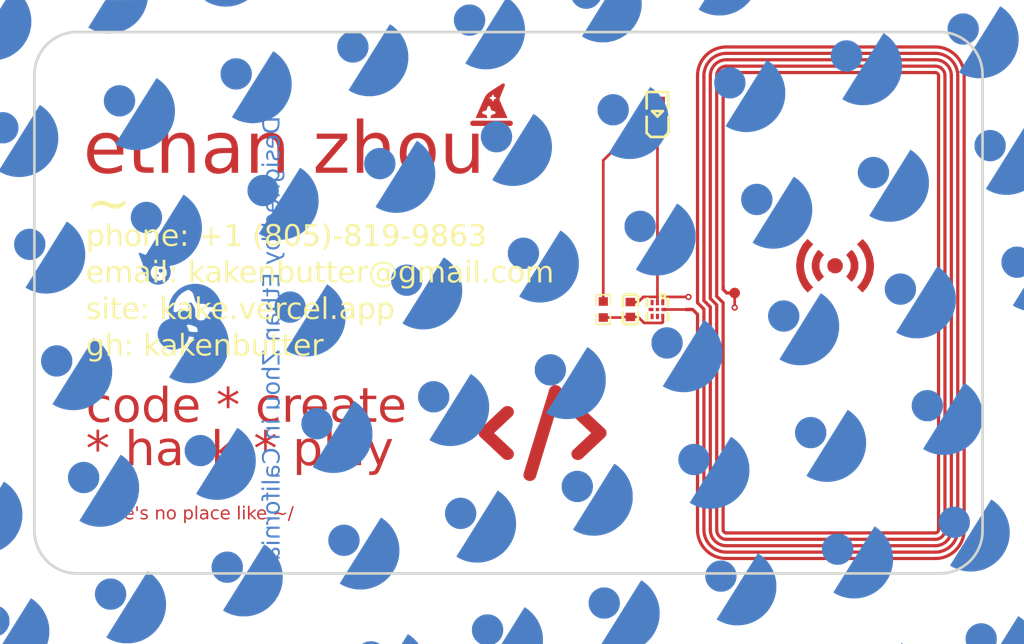
<source format=kicad_pcb>
(kicad_pcb (version 20240108) (generator "pcbnew") (generator_version "8.0")
  (layers (0 "F.Cu" signal "TopLayer") (1 "In1.Cu" signal "Inner1") (2 "In2.Cu" signal "Inner2") (31 "B.Cu" signal "BottomLayer") (34 "B.Paste" user "BottomPasteMaskLayer") (35 "F.Paste" user "TopPasteMaskLayer") (36 "B.SilkS" user "BottomSilkLayer") (37 "F.SilkS" user "TopSilkLayer") (38 "B.Mask" user "BottomSolderMaskLayer") (39 "F.Mask" user "TopSolderMaskLayer") (44 "Edge.Cuts" user "BoardOutLine"))
  (net 0 "")
  (net 1 "U1_1")
  (net 2 "U1_8")
  (net 3 "LED1_1")
  (net 4 "U1_2")
  (net 5 "U1_7")
  (net 6 "U1_3")
  (net 7 "U1_4")
  (net 8 "U1_5")
  (net 9 "U1_6")
  (net 10 "U1_9")
  (footprint "BackupProjects_ethanzhou100_personal_0_20240909:LED0805-R-RD" (layer "F.Cu") (at 158.42 87.62 90)
    (property "Reference" "LED" (hide yes))
    (property "Value" "17-21SUYC/TR8" (hide yes))
  )
  (footprint "BackupProjects_ethanzhou100_personal_0_20240909:XQFN-8_L1.6-W1.6-P0.50-BL" (layer "F.Cu") (at 158.42 106.035 180)
    (property "Reference" "NFC" (hide yes))
    (property "Value" "NT3H2111W0FHKH" (hide yes))
  )
  (footprint "BackupProjects_ethanzhou100_personal_0_20240909:R0603" (layer "F.Cu") (at 153.34 106.035 -90)
    (property "Reference" "RESISTOR" (hide yes))
    (property "Value" "47Ω" (hide yes))
  )
  (footprint "BackupProjects_ethanzhou100_personal_0_20240909:C0603" (layer "F.Cu") (at 155.88 106.035 -90)
    (property "Reference" "CAPACITOR" (hide yes))
    (property "Value" "220nF" (hide yes))
  )
  (footprint "BackupProjects_ethanzhou100_personal_0_20240909:25X48MM_NFC_ANTENNA" (layer "F.Cu") (at 174.6758 105.3999 90)
    (property "Reference" "1" (hide yes))
    (property "Value" "25X48MM_NFC_ANTENNA" (hide yes))
  )
  (gr_poly (pts (xy 148.7323 113.1375) (xy 148.6781 113.1484) (xy 148.6446 113.161) (xy 148.6111 113.1736) (xy 148.5744 113.191) (xy 148.5377 113.2085) (xy 148.4994 113.2351) (xy 148.4611 113.2618) (xy 148.4238 113.2965) (xy 148.3864 113.3312) (xy 148.353 113.38) (xy 148.3195 113.4287) (xy 148.2999 113.4737) (xy 148.2804 113.5187) (xy 147.0792 117.4601) (xy 145.878 121.4014) (xy 145.8656 121.4554) (xy 145.8532 121.5094) (xy 145.8564 121.5814) (xy 145.8596 121.6534) (xy 145.873 121.7014) (xy 145.8864 121.7493) (xy 145.9217 121.8162) (xy 145.9569 121.8832) (xy 146.0119 121.938) (xy 146.0668 121.9929) (xy 146.1058 122.0189) (xy 146.1448 122.0449) (xy 146.1831 122.0628) (xy 146.2214 122.0807) (xy 146.2695 122.0963) (xy 146.3177 122.1118) (xy 146.3653 122.1188) (xy 146.4128 122.1257) (xy 146.483 122.1225) (xy 146.5532 122.1193) (xy 146.6042 122.1063) (xy 146.6553 122.0934) (xy 146.7085 122.07) (xy 146.7617 122.0465) (xy 146.8038 122.0183) (xy 146.8459 121.9901) (xy 146.8841 121.9537) (xy 146.9223 121.9173) (xy 146.9552 121.8693) (xy 146.988 121.8214) (xy 147.0057 121.7823) (xy 147.0234 121.7433) (xy 148.2286 117.7885) (xy 149.4337 113.8336) (xy 149.4435 113.7889) (xy 149.4534 113.7442) (xy 149.4533 113.6884) (xy 149.4532 113.6327) (xy 149.4411 113.5775) (xy 149.4289 113.5222) (xy 149.4066 113.4735) (xy 149.3842 113.4249) (xy 149.363 113.3914) (xy 149.3417 113.3579) (xy 149.291 113.3073) (xy 149.2404 113.2568) (xy 149.2017 113.231) (xy 149.163 113.2052) (xy 149.1299 113.1896) (xy 149.0968 113.1739) (xy 149.0547 113.1591) (xy 149.0126 113.1442) (xy 148.9611 113.135) (xy 148.9096 113.1258) (xy 148.848 113.1262) (xy 148.7866 113.1266)) (fill solid) (layer "F.Cu"))
  (gr_poly (pts (xy 173.5193 100.4606) (xy 173.5032 100.4625) (xy 173.4837 100.4677) (xy 173.4642 100.473) (xy 173.4427 100.5006) (xy 173.4212 100.5282) (xy 173.4129 100.544) (xy 173.4046 100.5598) (xy 173.3796 100.5834) (xy 173.3545 100.6071) (xy 173.341 100.6334) (xy 173.3275 100.6598) (xy 173.3014 100.6861) (xy 173.2752 100.7124) (xy 173.2453 100.7694) (xy 173.2156 100.8263) (xy 173.1995 100.846) (xy 173.1834 100.8655) (xy 173.1643 100.91) (xy 173.1451 100.9544) (xy 173.1179 100.9912) (xy 173.0905 101.0279) (xy 173.078 101.0543) (xy 173.0654 101.0807) (xy 173.0654 101.088) (xy 173.0653 101.0954) (xy 173.0541 101.1328) (xy 173.0429 101.1702) (xy 173.0194 101.2207) (xy 172.996 101.2713) (xy 172.9852 101.3102) (xy 172.9745 101.3491) (xy 172.9601 101.407) (xy 172.9458 101.4649) (xy 172.9328 101.4965) (xy 172.9197 101.528) (xy 172.9122 101.5807) (xy 172.9045 101.6333) (xy 172.8954 101.7306) (xy 172.8863 101.828) (xy 172.8864 101.9306) (xy 172.8864 102.0332) (xy 172.8952 102.12) (xy 172.904 102.2069) (xy 172.9128 102.2674) (xy 172.9215 102.3279) (xy 172.9338 102.3518) (xy 172.9462 102.3757) (xy 172.9546 102.4044) (xy 172.9631 102.4332) (xy 172.9766 102.4932) (xy 172.9901 102.5533) (xy 173.0118 102.5993) (xy 173.0334 102.6454) (xy 173.0601 102.7267) (xy 173.0867 102.8081) (xy 173.1119 102.8442) (xy 173.1372 102.8803) (xy 173.1623 102.9363) (xy 173.1874 102.9924) (xy 173.2011 103.0101) (xy 173.2148 103.0278) (xy 173.2451 103.0883) (xy 173.2754 103.1488) (xy 173.3014 103.1751) (xy 173.3275 103.2014) (xy 173.341 103.2277) (xy 173.3545 103.2541) (xy 173.3796 103.2777) (xy 173.4046 103.3014) (xy 173.4129 103.3172) (xy 173.4212 103.333) (xy 173.4423 103.3602) (xy 173.4635 103.3874) (xy 173.4726 103.3909) (xy 173.4817 103.3945) (xy 173.5256 103.401) (xy 173.5696 103.4075) (xy 173.7989 103.1828) (xy 174.0282 102.9581) (xy 174.023 102.9549) (xy 174.0177 102.9517) (xy 173.9996 102.9055) (xy 173.9816 102.8594) (xy 173.9485 102.8276) (xy 173.9155 102.7958) (xy 173.8977 102.7671) (xy 173.88 102.7384) (xy 173.8512 102.7047) (xy 173.8223 102.6711) (xy 173.8118 102.651) (xy 173.8014 102.631) (xy 173.7901 102.6013) (xy 173.7787 102.5716) (xy 173.7562 102.5392) (xy 173.7336 102.5068) (xy 173.7243 102.4839) (xy 173.715 102.461) (xy 173.6996 102.4019) (xy 173.6841 102.3427) (xy 173.6601 102.2958) (xy 173.6361 102.249) (xy 173.6301 102.2042) (xy 173.6242 102.1595) (xy 173.6182 102.0451) (xy 173.6122 101.9306) (xy 173.6182 101.8161) (xy 173.6242 101.7017) (xy 173.6301 101.657) (xy 173.6361 101.6122) (xy 173.6601 101.5654) (xy 173.6841 101.5185) (xy 173.6996 101.4593) (xy 173.715 101.4002) (xy 173.7243 101.3773) (xy 173.7336 101.3544) (xy 173.7562 101.322) (xy 173.7787 101.2896) (xy 173.7901 101.2599) (xy 173.8014 101.2302) (xy 173.8118 101.2101) (xy 173.8223 101.1901) (xy 173.8512 101.1564) (xy 173.88 101.1228) (xy 173.8977 101.0941) (xy 173.9155 101.0654) (xy 173.9489 101.0336) (xy 173.9824 101.0018) (xy 173.9893 100.9808) (xy 173.9963 100.9597) (xy 174.0108 100.9296) (xy 174.0253 100.8994) (xy 173.7984 100.6783) (xy 173.5715 100.4571) (xy 173.5535 100.4579) (xy 173.5354 100.4587)) (fill solid) (layer "F.Cu"))
  (gr_poly (pts (xy 141.0786 88.3158) (xy 141.0725 88.3168) (xy 141.056 88.3206) (xy 141.0396 88.3245) (xy 141.0219 88.3311) (xy 141.0042 88.3377) (xy 140.9841 88.3496) (xy 140.9639 88.3615) (xy 140.9446 88.3796) (xy 140.9252 88.3978) (xy 140.9136 88.4131) (xy 140.902 88.4284) (xy 140.8912 88.4495) (xy 140.8803 88.4706) (xy 140.8741 88.4912) (xy 140.8679 88.5118) (xy 140.8651 88.53) (xy 140.8623 88.5481) (xy 140.8637 88.5748) (xy 140.865 88.6015) (xy 140.8712 88.6257) (xy 140.8775 88.6499) (xy 140.886 88.6679) (xy 140.8945 88.6858) (xy 140.9057 88.7027) (xy 140.9169 88.7195) (xy 140.9305 88.7343) (xy 140.9441 88.749) (xy 140.9623 88.7626) (xy 140.9806 88.7762) (xy 140.9999 88.7861) (xy 141.0192 88.7961) (xy 141.0362 88.8014) (xy 141.0532 88.8066) (xy 141.0725 88.8101) (xy 141.0919 88.8136) (xy 142.8606 88.8136) (xy 144.6293 88.8136) (xy 144.6467 88.811) (xy 144.6642 88.8084) (xy 144.6848 88.8023) (xy 144.7054 88.7962) (xy 144.7283 88.7841) (xy 144.7511 88.7719) (xy 144.7646 88.7615) (xy 144.7781 88.751) (xy 144.7906 88.7381) (xy 144.8031 88.7251) (xy 144.8131 88.7118) (xy 144.823 88.6985) (xy 144.8351 88.6742) (xy 144.8473 88.6499) (xy 144.8534 88.6257) (xy 144.8596 88.6015) (xy 144.8609 88.5748) (xy 144.8623 88.5481) (xy 144.8595 88.53) (xy 144.8567 88.5118) (xy 144.8505 88.4912) (xy 144.8443 88.4706) (xy 144.8334 88.4495) (xy 144.8225 88.4284) (xy 144.811 88.4131) (xy 144.7994 88.3978) (xy 144.78 88.3796) (xy 144.7606 88.3615) (xy 144.7403 88.3494) (xy 144.7199 88.3374) (xy 144.7042 88.3316) (xy 144.6884 88.3257) (xy 144.6714 88.3206) (xy 144.6545 88.3155) (xy 142.8696 88.3152) (xy 141.0847 88.3148)) (fill solid) (layer "F.Cu"))
  (gr_poly (pts (xy 176.3512 100.6779) (xy 176.1229 100.9018) (xy 176.1304 100.915) (xy 176.138 100.9281) (xy 176.1546 100.9682) (xy 176.1713 101.0082) (xy 176.2056 101.0408) (xy 176.2398 101.0734) (xy 176.2557 101.1007) (xy 176.2716 101.1281) (xy 176.2991 101.1588) (xy 176.3267 101.1895) (xy 176.3374 101.2099) (xy 176.348 101.2302) (xy 176.3593 101.2599) (xy 176.3706 101.2896) (xy 176.3945 101.3237) (xy 176.4184 101.3579) (xy 176.4313 101.3982) (xy 176.4442 101.4386) (xy 176.4531 101.4804) (xy 176.462 101.5222) (xy 176.4875 101.5699) (xy 176.513 101.6175) (xy 176.5189 101.657) (xy 176.5248 101.6964) (xy 176.5309 101.8135) (xy 176.5371 101.9306) (xy 176.5309 102.0477) (xy 176.5248 102.1648) (xy 176.5189 102.2042) (xy 176.513 102.2437) (xy 176.4875 102.2913) (xy 176.462 102.3389) (xy 176.4531 102.3808) (xy 176.4442 102.4226) (xy 176.4313 102.463) (xy 176.4184 102.5033) (xy 176.3945 102.5375) (xy 176.3706 102.5716) (xy 176.3593 102.6013) (xy 176.348 102.631) (xy 176.3374 102.6513) (xy 176.3267 102.6717) (xy 176.2991 102.7024) (xy 176.2716 102.7331) (xy 176.2557 102.7604) (xy 176.2398 102.7878) (xy 176.2059 102.8201) (xy 176.1719 102.8524) (xy 176.15 102.9054) (xy 176.128 102.9585) (xy 176.1477 102.98) (xy 176.1674 103.0015) (xy 176.3735 103.2044) (xy 176.5796 103.4072) (xy 176.6274 103.4014) (xy 176.6752 103.3955) (xy 176.687 103.3853) (xy 176.6988 103.3751) (xy 176.7273 103.3376) (xy 176.7557 103.3001) (xy 176.7773 103.2834) (xy 176.7989 103.2667) (xy 176.8176 103.2367) (xy 176.8363 103.2067) (xy 176.8607 103.1843) (xy 176.8852 103.1619) (xy 176.9085 103.1132) (xy 176.9317 103.0644) (xy 176.951 103.037) (xy 176.9703 103.0095) (xy 176.9849 102.966) (xy 176.9995 102.9225) (xy 177.0118 102.8989) (xy 177.0239 102.8752) (xy 177.0431 102.8442) (xy 177.0623 102.8131) (xy 177.0841 102.7468) (xy 177.1059 102.6805) (xy 177.1298 102.6303) (xy 177.1537 102.5801) (xy 177.1623 102.5435) (xy 177.1709 102.5068) (xy 177.1867 102.4441) (xy 177.2024 102.3814) (xy 177.2156 102.352) (xy 177.2288 102.3226) (xy 177.2368 102.2674) (xy 177.2448 102.2121) (xy 177.254 102.12) (xy 177.2632 102.0279) (xy 177.2632 101.9306) (xy 177.2632 101.8333) (xy 177.2569 101.7622) (xy 177.2505 101.6912) (xy 177.2418 101.6175) (xy 177.2331 101.5438) (xy 177.2098 101.4737) (xy 177.1864 101.4036) (xy 177.1782 101.3614) (xy 177.1701 101.3192) (xy 177.1614 101.2868) (xy 177.1529 101.2544) (xy 177.1297 101.207) (xy 177.1065 101.1597) (xy 177.0892 101.1044) (xy 177.0719 101.0492) (xy 177.0639 101.0334) (xy 177.0558 101.0176) (xy 177.033 100.9834) (xy 177.0102 100.9492) (xy 176.9927 100.9018) (xy 176.9753 100.8544) (xy 176.9469 100.8124) (xy 176.9185 100.7703) (xy 176.8993 100.7302) (xy 176.8801 100.6901) (xy 176.8607 100.6757) (xy 176.8415 100.6612) (xy 176.8185 100.6262) (xy 176.7956 100.5912) (xy 176.776 100.5766) (xy 176.7563 100.5619) (xy 176.7276 100.524) (xy 176.6988 100.4861) (xy 176.687 100.4759) (xy 176.6752 100.4656) (xy 176.6274 100.4598) (xy 176.5796 100.4539)) (fill solid) (layer "F.Cu"))
  (gr_poly (pts (xy 144.257 115.0993) (xy 144.2261 115.1046) (xy 144.1807 115.1176) (xy 144.1353 115.1305) (xy 144.0903 115.1518) (xy 144.0454 115.173) (xy 144.0184 115.1904) (xy 143.9915 115.2078) (xy 143.961 115.2321) (xy 143.9306 115.2565) (xy 142.8692 116.2533) (xy 141.8079 117.2501) (xy 141.7796 117.2841) (xy 141.7514 117.3182) (xy 141.7264 117.3621) (xy 141.7015 117.4061) (xy 141.6855 117.4542) (xy 141.6696 117.5023) (xy 141.6618 117.5527) (xy 141.6539 117.6031) (xy 141.6578 117.6575) (xy 141.6617 117.712) (xy 141.6751 117.76) (xy 141.6885 117.808) (xy 141.7064 117.848) (xy 141.7242 117.888) (xy 141.7543 117.932) (xy 141.7844 117.976) (xy 142.8733 118.9978) (xy 143.9623 120.0196) (xy 144.0021 120.0463) (xy 144.0418 120.073) (xy 144.101 120.0997) (xy 144.1603 120.1264) (xy 144.1972 120.1352) (xy 144.234 120.1441) (xy 144.2971 120.1506) (xy 144.3601 120.1571) (xy 144.4165 120.1505) (xy 144.4729 120.144) (xy 144.4985 120.1385) (xy 144.524 120.1331) (xy 144.5618 120.1208) (xy 144.5997 120.1085) (xy 144.6412 120.0871) (xy 144.6826 120.0657) (xy 144.7182 120.0398) (xy 144.7537 120.014) (xy 144.7929 119.9756) (xy 144.8321 119.9371) (xy 144.8603 119.8954) (xy 144.8885 119.8537) (xy 144.9053 119.8177) (xy 144.922 119.7817) (xy 144.9367 119.7337) (xy 144.9514 119.6857) (xy 144.951 119.5897) (xy 144.9505 119.4937) (xy 144.9334 119.441) (xy 144.9163 119.3882) (xy 144.8947 119.347) (xy 144.873 119.3059) (xy 144.8458 119.2678) (xy 144.8186 119.2298) (xy 143.963 118.4278) (xy 143.1074 117.6259) (xy 143.9694 116.8141) (xy 144.8315 116.0023) (xy 144.854 115.9693) (xy 144.8765 115.9363) (xy 144.8924 115.9063) (xy 144.9084 115.8763) (xy 144.9249 115.831) (xy 144.9414 115.7857) (xy 144.9489 115.741) (xy 144.9563 115.6963) (xy 144.9528 115.6274) (xy 144.9493 115.5584) (xy 144.9325 115.5046) (xy 144.9157 115.4508) (xy 144.8905 115.4023) (xy 144.8653 115.3539) (xy 144.8228 115.3039) (xy 144.7803 115.254) (xy 144.7326 115.2183) (xy 144.6849 115.1827) (xy 144.6285 115.1561) (xy 144.5722 115.1295) (xy 144.5162 115.1139) (xy 144.4602 115.0983) (xy 144.374 115.0962) (xy 144.2879 115.0941)) (fill solid) (layer "F.Cu"))
  (gr_poly (pts (xy 143.9957 84.8172) (xy 144.0147 84.8208) (xy 144.0321 84.8296) (xy 144.0496 84.8384) (xy 144.0641 84.8515) (xy 144.0786 84.8647) (xy 144.0885 84.8797) (xy 144.0984 84.8948) (xy 144.1047 84.9142) (xy 144.111 84.9336) (xy 144.1112 84.9639) (xy 144.1114 84.9942) (xy 144.1081 85.0063) (xy 144.1048 85.0185) (xy 143.8698 85.6063) (xy 143.6348 86.1942) (xy 143.6301 86.2075) (xy 143.6254 86.2209) (xy 143.621 86.2378) (xy 143.6166 86.2548) (xy 143.615 86.2676) (xy 143.6134 86.2805) (xy 143.6134 86.3125) (xy 143.6134 86.3445) (xy 143.6173 86.3651) (xy 143.6212 86.3857) (xy 143.6304 86.4124) (xy 143.6395 86.4391) (xy 144 87.25) (xy 144.3606 88.0609) (xy 144.3616 88.0627) (xy 144.3627 88.0645) (xy 143.5533 88.0645) (xy 142.744 88.0645) (xy 142.7902 87.9256) (xy 142.8365 87.7866) (xy 142.9954 87.7337) (xy 143.1543 87.6809) (xy 143.1712 87.6721) (xy 143.188 87.6634) (xy 143.2009 87.6503) (xy 143.2138 87.6372) (xy 143.2234 87.6175) (xy 143.2331 87.5978) (xy 143.2356 87.5796) (xy 143.238 87.5614) (xy 143.2346 87.5415) (xy 143.2311 87.5216) (xy 143.2218 87.5043) (xy 143.2125 87.487) (xy 143.1995 87.4741) (xy 143.1865 87.4612) (xy 143.1704 87.4528) (xy 143.1543 87.4445) (xy 142.9954 87.3916) (xy 142.8365 87.3388) (xy 142.7849 87.1835) (xy 142.7333 87.0281) (xy 142.7248 87.01) (xy 142.7162 86.9918) (xy 142.7002 86.976) (xy 142.6842 86.9603) (xy 142.6684 86.9525) (xy 142.6527 86.9448) (xy 142.6417 86.9423) (xy 142.6308 86.9398) (xy 142.6126 86.9397) (xy 142.5943 86.9397) (xy 142.5799 86.9434) (xy 142.5654 86.9472) (xy 142.5506 86.9555) (xy 142.5358 86.9637) (xy 142.5214 86.9792) (xy 142.5069 86.9946) (xy 142.5017 87.0052) (xy 142.4965 87.0157) (xy 142.4425 87.1777) (xy 142.3885 87.3396) (xy 142.2243 87.3944) (xy 142.0602 87.4492) (xy 142.0462 87.4583) (xy 142.0322 87.4674) (xy 142.0209 87.4796) (xy 142.0096 87.4918) (xy 142.001 87.5088) (xy 141.9925 87.5258) (xy 141.9896 87.546) (xy 141.9867 87.5663) (xy 141.9897 87.5841) (xy 141.9928 87.6018) (xy 142.0009 87.618) (xy 142.009 87.6342) (xy 142.0212 87.6479) (xy 142.0335 87.6617) (xy 142.0462 87.6695) (xy 142.0589 87.6773) (xy 142.2236 87.7323) (xy 142.3882 87.7873) (xy 142.4341 87.9248) (xy 142.4799 88.0624) (xy 142.4788 88.0634) (xy 142.4778 88.0645) (xy 141.9204 88.0639) (xy 141.363 88.0633) (xy 141.772 87.1421) (xy 142.1811 86.2209) (xy 142.204071 86.1748) (xy 142.6757 86.1748) (xy 142.6757 86.1872) (xy 142.6757 86.1997) (xy 142.6792 86.2097) (xy 142.6828 86.2197) (xy 142.6893 86.2284) (xy 142.6959 86.237) (xy 142.707 86.2425) (xy 142.7181 86.2481) (xy 142.7971 86.2743) (xy 142.8762 86.3006) (xy 142.9034 86.3839) (xy 142.9306 86.4672) (xy 142.9383 86.4771) (xy 142.9459 86.487) (xy 142.958 86.4933) (xy 142.9701 86.4997) (xy 142.9872 86.4997) (xy 143.0042 86.4997) (xy 143.016 86.4936) (xy 143.0278 86.4875) (xy 143.0353 86.4782) (xy 143.0428 86.4689) (xy 143.0709 86.3849) (xy 143.0989 86.3009) (xy 143.1812 86.2729) (xy 143.2634 86.245) (xy 143.2709 86.241) (xy 143.2783 86.2369) (xy 143.2849 86.2283) (xy 143.2915 86.2197) (xy 143.295 86.2112) (xy 143.2985 86.2028) (xy 143.2985 86.1878) (xy 143.2985 86.1727) (xy 143.2935 86.1623) (xy 143.2884 86.1518) (xy 143.2775 86.1423) (xy 143.2667 86.1327) (xy 143.1851 86.1056) (xy 143.1034 86.0785) (xy 143.1007 86.0757) (xy 143.098 86.073) (xy 143.0708 85.9912) (xy 143.0435 85.9095) (xy 143.0338 85.8984) (xy 143.0241 85.8873) (xy 143.0144 85.8824) (xy 143.0047 85.8774) (xy 142.9922 85.8765) (xy 142.9798 85.8756) (xy 142.972 85.8776) (xy 142.9642 85.8796) (xy 142.9575 85.8839) (xy 142.9507 85.8882) (xy 142.9439 85.8945) (xy 142.937 85.9009) (xy 142.9327 85.9094) (xy 142.9283 85.9178) (xy 142.902 85.9972) (xy 142.8758 86.0765) (xy 142.7917 86.1046) (xy 142.7076 86.1328) (xy 142.6974 86.1415) (xy 142.6871 86.1503) (xy 142.6814 86.1626) (xy 142.6757 86.1748) (xy 142.204071 86.1748) (xy 142.2101 86.1627) (xy 142.2391 86.1045) (xy 142.2618 86.0669) (xy 142.2845 86.0294) (xy 142.2975 86.01) (xy 142.3105 85.9906) (xy 142.3251 85.97) (xy 142.3396 85.9493) (xy 142.3579 85.9251) (xy 142.3762 85.9009) (xy 142.3943 85.8791) (xy 142.4123 85.8572) (xy 142.4394 85.8269) (xy 142.4665 85.7966) (xy 142.5029 85.7614) (xy 142.5394 85.7262) (xy 142.5633 85.7054) (xy 142.5872 85.6846) (xy 142.62 85.6585) (xy 142.6527 85.6324) (xy 142.6975 85.6015) (xy 142.7423 85.5706) (xy 143.3167 85.2035) (xy 143.8911 84.8363) (xy 143.8996 84.8313) (xy 143.908 84.8263) (xy 143.9202 84.8224) (xy 143.9324 84.8184) (xy 143.9469 84.8163) (xy 143.9614 84.8142) (xy 143.969 84.8139) (xy 143.9767 84.8136)) (fill solid) (layer "F.Cu"))
  (gr_poly (pts (xy 172.4544 99.4428) (xy 172.4432 99.4547) (xy 172.4269 99.481) (xy 172.4105 99.5073) (xy 172.386 99.5273) (xy 172.3615 99.5473) (xy 172.3433 99.5751) (xy 172.3251 99.6029) (xy 172.2999 99.6232) (xy 172.2747 99.6434) (xy 172.2584 99.6666) (xy 172.2421 99.6898) (xy 172.201 99.7327) (xy 172.16 99.7757) (xy 172.1415 99.7994) (xy 172.123 99.823) (xy 172.0928 99.852) (xy 172.0625 99.8809) (xy 172.0474 99.9072) (xy 172.0323 99.9335) (xy 172.0147 99.9599) (xy 171.997 99.9862) (xy 171.9714 100.0436) (xy 171.9459 100.1011) (xy 171.9274 100.1278) (xy 171.9089 100.1546) (xy 171.881 100.2151) (xy 171.853 100.2756) (xy 171.8308 100.309) (xy 171.8084 100.3425) (xy 171.7976 100.371) (xy 171.7867 100.3995) (xy 171.7725 100.427) (xy 171.7583 100.4545) (xy 171.7436 100.4756) (xy 171.729 100.4966) (xy 171.7204 100.5131) (xy 171.7117 100.5297) (xy 171.6903 100.6122) (xy 171.6689 100.6946) (xy 171.6477 100.7403) (xy 171.6264 100.786) (xy 171.6183 100.815) (xy 171.61 100.8439) (xy 171.5963 100.9045) (xy 171.5825 100.965) (xy 171.5561 101.0176) (xy 171.5297 101.0702) (xy 171.5216 101.107) (xy 171.5133 101.1439) (xy 171.5025 101.2097) (xy 171.4916 101.2754) (xy 171.4858 101.3254) (xy 171.4799 101.3754) (xy 171.467 101.4517) (xy 171.454 101.528) (xy 171.446 101.5991) (xy 171.438 101.6701) (xy 171.4313 101.7491) (xy 171.4246 101.828) (xy 171.4246 101.9306) (xy 171.4246 102.0332) (xy 171.4313 102.1121) (xy 171.438 102.1911) (xy 171.446 102.2621) (xy 171.454 102.3332) (xy 171.467 102.4095) (xy 171.4799 102.4858) (xy 171.4858 102.5357) (xy 171.4916 102.5858) (xy 171.5025 102.6515) (xy 171.5134 102.7173) (xy 171.5217 102.7515) (xy 171.53 102.7857) (xy 171.5463 102.8173) (xy 171.5626 102.8488) (xy 171.5724 102.8673) (xy 171.5822 102.8857) (xy 171.5959 102.9462) (xy 171.6094 103.0067) (xy 171.6209 103.0409) (xy 171.6323 103.0751) (xy 171.6505 103.1109) (xy 171.6688 103.1467) (xy 171.6848 103.2122) (xy 171.7008 103.2777) (xy 171.7116 103.3061) (xy 171.7225 103.3345) (xy 171.7388 103.3565) (xy 171.7551 103.3786) (xy 171.7842 103.4425) (xy 171.8134 103.5065) (xy 171.8318 103.5329) (xy 171.8503 103.5593) (xy 171.8751 103.6152) (xy 171.9 103.6711) (xy 171.9237 103.7065) (xy 171.9474 103.7418) (xy 171.9583 103.7703) (xy 171.9691 103.7987) (xy 171.9848 103.829) (xy 172.0004 103.8592) (xy 172.0176 103.8803) (xy 172.0349 103.9013) (xy 172.051 103.9327) (xy 172.0673 103.9641) (xy 172.0979 103.9959) (xy 172.1284 104.0276) (xy 172.1459 104.055) (xy 172.1635 104.0823) (xy 172.1837 104.1002) (xy 172.2039 104.1181) (xy 172.2444 104.1676) (xy 172.2849 104.2171) (xy 172.3023 104.2328) (xy 172.3196 104.2486) (xy 172.3406 104.2787) (xy 172.3616 104.3087) (xy 172.3861 104.3287) (xy 172.4107 104.3486) (xy 172.4248 104.3723) (xy 172.4388 104.396) (xy 172.4518 104.4131) (xy 172.4648 104.4302) (xy 172.4726 104.4302) (xy 172.4804 104.4302) (xy 172.5217 104.4116) (xy 172.563 104.393) (xy 172.7922 104.1687) (xy 173.0215 103.9443) (xy 172.983 103.9023) (xy 172.9444 103.8603) (xy 172.9165 103.8342) (xy 172.8886 103.8082) (xy 172.8692 103.7806) (xy 172.8499 103.7532) (xy 172.826 103.7336) (xy 172.8021 103.714) (xy 172.7806 103.683) (xy 172.759 103.6518) (xy 172.7394 103.6372) (xy 172.7197 103.6225) (xy 172.6973 103.5882) (xy 172.6749 103.554) (xy 172.6562 103.5346) (xy 172.6377 103.5153) (xy 172.6075 103.4551) (xy 172.5774 103.3948) (xy 172.5586 103.3707) (xy 172.5398 103.3466) (xy 172.5332 103.3266) (xy 172.5266 103.3067) (xy 172.5106 103.2751) (xy 172.4946 103.2435) (xy 172.4738 103.2163) (xy 172.4531 103.189) (xy 172.4426 103.1663) (xy 172.4322 103.1435) (xy 172.4127 103.1041) (xy 172.3934 103.0646) (xy 172.3776 103.0383) (xy 172.3619 103.012) (xy 172.3455 102.9436) (xy 172.329 102.8752) (xy 172.3205 102.8383) (xy 172.3121 102.8015) (xy 172.291 102.7572) (xy 172.2699 102.7128) (xy 172.2622 102.6835) (xy 172.2546 102.6542) (xy 172.2433 102.591) (xy 172.232 102.5279) (xy 172.2219 102.4564) (xy 172.2118 102.385) (xy 172.1956 102.3065) (xy 172.1794 102.2279) (xy 172.1698 102.1542) (xy 172.1602 102.0806) (xy 172.1602 101.9306) (xy 172.1602 101.7806) (xy 172.1698 101.7069) (xy 172.1794 101.6333) (xy 172.1956 101.5547) (xy 172.2118 101.4762) (xy 172.2219 101.4048) (xy 172.232 101.3333) (xy 172.2433 101.2702) (xy 172.2546 101.207) (xy 172.2622 101.1777) (xy 172.2699 101.1484) (xy 172.291 101.104) (xy 172.3121 101.0597) (xy 172.3212 101.0202) (xy 172.3303 100.9808) (xy 172.3458 100.9162) (xy 172.3613 100.8517) (xy 172.3729 100.8294) (xy 172.3845 100.8071) (xy 172.3975 100.7904) (xy 172.4105 100.7737) (xy 172.4291 100.7304) (xy 172.4478 100.6871) (xy 172.4711 100.6568) (xy 172.4942 100.6265) (xy 172.5199 100.5747) (xy 172.5455 100.5229) (xy 172.563 100.4992) (xy 172.5804 100.4756) (xy 172.6063 100.4229) (xy 172.6322 100.3703) (xy 172.6625 100.3387) (xy 172.6927 100.3072) (xy 172.7052 100.2861) (xy 172.7177 100.2651) (xy 172.7484 100.2335) (xy 172.7792 100.2019) (xy 172.7984 100.1719) (xy 172.8177 100.142) (xy 172.8318 100.1329) (xy 172.846 100.1238) (xy 172.8721 100.0858) (xy 172.8983 100.0478) (xy 172.9169 100.0328) (xy 172.9355 100.0177) (xy 172.9555 99.9914) (xy 172.9755 99.9651) (xy 172.9988 99.9413) (xy 173.0222 99.9176) (xy 172.7925 99.693) (xy 172.563 99.4684) (xy 172.5228 99.4497) (xy 172.4827 99.431) (xy 172.4741 99.431) (xy 172.4654 99.431)) (fill solid) (layer "F.Cu"))
  (gr_poly (pts (xy 174.9833 101.2228) (xy 174.9753 101.2248) (xy 174.9189 101.2332) (xy 174.8624 101.2417) (xy 174.8195 101.2621) (xy 174.7765 101.2826) (xy 174.7458 101.2964) (xy 174.715 101.3103) (xy 174.6855 101.3384) (xy 174.6561 101.3666) (xy 174.6251 101.378) (xy 174.5941 101.3893) (xy 174.5795 101.3922) (xy 174.5648 101.3951) (xy 174.5466 101.4129) (xy 174.5283 101.4308) (xy 174.5219 101.4519) (xy 174.5154 101.4731) (xy 174.4884 101.5005) (xy 174.4613 101.528) (xy 174.441 101.5675) (xy 174.4207 101.607) (xy 174.4139 101.628) (xy 174.407 101.6491) (xy 174.3915 101.6794) (xy 174.376 101.7098) (xy 174.3641 101.7741) (xy 174.3522 101.8385) (xy 174.3522 101.9306) (xy 174.3522 102.0227) (xy 174.3641 102.0871) (xy 174.376 102.1514) (xy 174.3915 102.1818) (xy 174.407 102.2121) (xy 174.4139 102.2332) (xy 174.4207 102.2542) (xy 174.441 102.2937) (xy 174.4613 102.3332) (xy 174.4884 102.3607) (xy 174.5154 102.3881) (xy 174.5219 102.4093) (xy 174.5283 102.4304) (xy 174.5466 102.4483) (xy 174.5648 102.4661) (xy 174.5795 102.469) (xy 174.5941 102.4719) (xy 174.6251 102.4832) (xy 174.6561 102.4946) (xy 174.6855 102.5227) (xy 174.715 102.5509) (xy 174.7458 102.5648) (xy 174.7765 102.5786) (xy 174.8195 102.599) (xy 174.8624 102.6195) (xy 174.9162 102.6288) (xy 174.9699 102.6382) (xy 175.0693 102.6383) (xy 175.1687 102.6383) (xy 175.2344 102.6266) (xy 175.3001 102.6149) (xy 175.3311 102.5998) (xy 175.3621 102.5846) (xy 175.3836 102.5778) (xy 175.4051 102.5711) (xy 175.4454 102.5512) (xy 175.4857 102.5313) (xy 175.5138 102.5049) (xy 175.5418 102.4784) (xy 175.5634 102.4721) (xy 175.5849 102.4657) (xy 175.6032 102.4479) (xy 175.6215 102.43) (xy 175.6244 102.4156) (xy 175.6273 102.4013) (xy 175.6389 102.3709) (xy 175.6505 102.3406) (xy 175.6793 102.3117) (xy 175.708 102.2829) (xy 175.7221 102.2528) (xy 175.7363 102.2227) (xy 175.7571 102.1805) (xy 175.778 102.1385) (xy 175.7876 102.0858) (xy 175.7972 102.0332) (xy 175.7972 101.9306) (xy 175.7972 101.828) (xy 175.7876 101.7754) (xy 175.778 101.7227) (xy 175.7571 101.6806) (xy 175.7363 101.6385) (xy 175.7221 101.6084) (xy 175.708 101.5783) (xy 175.6793 101.5495) (xy 175.6505 101.5206) (xy 175.6389 101.4903) (xy 175.6273 101.4599) (xy 175.6244 101.4456) (xy 175.6215 101.4312) (xy 175.6032 101.4133) (xy 175.5849 101.3955) (xy 175.5634 101.3891) (xy 175.5418 101.3828) (xy 175.5138 101.3563) (xy 175.4857 101.3298) (xy 175.4454 101.3099) (xy 175.4051 101.2901) (xy 175.3836 101.2833) (xy 175.3621 101.2766) (xy 175.3311 101.2615) (xy 175.3003 101.2463) (xy 175.2372 101.2352) (xy 175.1741 101.224) (xy 175.0827 101.2224) (xy 174.9914 101.2208)) (fill solid) (layer "F.Cu"))
  (gr_poly (pts (xy 150.9051 115.0973) (xy 150.8859 115.0993) (xy 150.8412 115.1061) (xy 150.7966 115.113) (xy 150.7487 115.1288) (xy 150.7008 115.1447) (xy 150.6594 115.1667) (xy 150.6179 115.1887) (xy 150.5708 115.2243) (xy 150.5237 115.2598) (xy 150.4861 115.304) (xy 150.4487 115.3483) (xy 150.4239 115.3933) (xy 150.3991 115.4384) (xy 150.383 115.4865) (xy 150.367 115.5346) (xy 150.3591 115.585) (xy 150.3513 115.6354) (xy 150.3552 115.6899) (xy 150.359 115.7444) (xy 150.3716 115.7902) (xy 150.3841 115.8361) (xy 150.4038 115.8795) (xy 150.4235 115.9229) (xy 150.453 115.9656) (xy 150.4826 116.0083) (xy 151.3415 116.8167) (xy 152.2003 117.6251) (xy 151.3411 118.4334) (xy 150.4819 119.2418) (xy 150.4503 119.2868) (xy 150.4187 119.3317) (xy 150.3963 119.3857) (xy 150.3739 119.4397) (xy 150.3651 119.4727) (xy 150.3563 119.5057) (xy 150.3568 119.5987) (xy 150.3574 119.6917) (xy 150.3745 119.7445) (xy 150.3915 119.7973) (xy 150.4135 119.8409) (xy 150.4355 119.8845) (xy 150.4712 119.9303) (xy 150.5068 119.9762) (xy 150.5591 120.0185) (xy 150.6115 120.0608) (xy 150.6726 120.0904) (xy 150.7337 120.1201) (xy 150.7907 120.1364) (xy 150.8476 120.1528) (xy 150.9529 120.1528) (xy 151.0582 120.1528) (xy 151.1143 120.1367) (xy 151.1704 120.1205) (xy 151.2164 120.0989) (xy 151.2624 120.0772) (xy 151.3039 120.0501) (xy 151.3453 120.023) (xy 152.4227 119.0115) (xy 153.5 118) (xy 153.5282 117.9659) (xy 153.5564 117.9319) (xy 153.5814 117.8879) (xy 153.6063 117.844) (xy 153.6223 117.7959) (xy 153.6382 117.7477) (xy 153.6461 117.6974) (xy 153.6539 117.647) (xy 153.65 117.5925) (xy 153.6462 117.538) (xy 153.6335 117.4916) (xy 153.6208 117.4453) (xy 153.6022 117.4037) (xy 153.5836 117.3621) (xy 153.5535 117.3181) (xy 153.5234 117.2741) (xy 152.4344 116.2522) (xy 151.3455 115.2304) (xy 151.3071 115.2047) (xy 151.2688 115.179) (xy 151.2164 115.1543) (xy 151.1639 115.1295) (xy 151.1175 115.1176) (xy 151.071 115.1057) (xy 151.0135 115.0996) (xy 150.9561 115.0936) (xy 150.9401 115.0944) (xy 150.9242 115.0953)) (fill solid) (layer "F.Cu"))
  (gr_poly (pts (xy 177.6294 99.4489) (xy 177.5917 99.4666) (xy 177.362 99.6923) (xy 177.1321 99.918) (xy 177.1659 99.9574) (xy 177.1996 99.9967) (xy 177.2325 100.0283) (xy 177.2654 100.0598) (xy 177.2817 100.0839) (xy 177.2981 100.1079) (xy 177.3221 100.1271) (xy 177.3461 100.1464) (xy 177.3656 100.1752) (xy 177.3851 100.204) (xy 177.4092 100.2234) (xy 177.4333 100.2427) (xy 177.4533 100.2749) (xy 177.4732 100.3072) (xy 177.4934 100.3287) (xy 177.5137 100.3503) (xy 177.543 100.4085) (xy 177.5723 100.4667) (xy 177.5909 100.4906) (xy 177.6096 100.5146) (xy 177.6162 100.5345) (xy 177.6228 100.5545) (xy 177.6387 100.5861) (xy 177.6547 100.6176) (xy 177.6755 100.6449) (xy 177.6963 100.6721) (xy 177.7067 100.6949) (xy 177.7172 100.7176) (xy 177.7366 100.7571) (xy 177.756 100.7966) (xy 177.7721 100.8239) (xy 177.7882 100.8512) (xy 177.8148 100.9523) (xy 177.8415 101.0534) (xy 177.8657 101.1013) (xy 177.8899 101.1491) (xy 177.9061 101.2202) (xy 177.9223 101.2912) (xy 177.938 101.3229) (xy 177.9538 101.3546) (xy 177.9646 101.4492) (xy 177.9754 101.5438) (xy 177.9835 101.6675) (xy 177.9916 101.7911) (xy 177.9951 101.8648) (xy 177.9984 101.9385) (xy 177.9924 102.0516) (xy 177.9863 102.1648) (xy 177.9784 102.2674) (xy 177.9705 102.37) (xy 177.9623 102.4358) (xy 177.954 102.5016) (xy 177.9382 102.5358) (xy 177.9225 102.5702) (xy 177.9062 102.6411) (xy 177.8899 102.712) (xy 177.8657 102.7599) (xy 177.8415 102.8078) (xy 177.8151 102.908) (xy 177.7887 103.0082) (xy 177.7767 103.0311) (xy 177.7648 103.0541) (xy 177.7518 103.0708) (xy 177.7388 103.0875) (xy 177.7202 103.1308) (xy 177.7015 103.1741) (xy 177.6783 103.2044) (xy 177.6551 103.2346) (xy 177.6295 103.2865) (xy 177.6039 103.3383) (xy 177.5864 103.3619) (xy 177.5689 103.3856) (xy 177.543 103.4382) (xy 177.5171 103.4909) (xy 177.4866 103.5224) (xy 177.4562 103.554) (xy 177.4414 103.5777) (xy 177.4267 103.6014) (xy 177.3981 103.6286) (xy 177.3694 103.6558) (xy 177.3588 103.6759) (xy 177.3482 103.6961) (xy 177.323 103.7198) (xy 177.2979 103.7435) (xy 177.2736 103.7792) (xy 177.2494 103.8149) (xy 177.2308 103.8288) (xy 177.2122 103.8426) (xy 177.1959 103.8659) (xy 177.1796 103.8891) (xy 177.1554 103.9157) (xy 177.1313 103.9423) (xy 177.3642 104.1705) (xy 177.5971 104.3987) (xy 177.6366 104.4148) (xy 177.6762 104.431) (xy 177.6893 104.4188) (xy 177.7025 104.4067) (xy 177.7186 104.3792) (xy 177.7346 104.3517) (xy 177.759 104.3307) (xy 177.7833 104.3098) (xy 177.8051 104.2792) (xy 177.827 104.2486) (xy 177.8592 104.2144) (xy 177.8915 104.1802) (xy 177.9153 104.1487) (xy 177.9392 104.1171) (xy 177.9653 104.0946) (xy 177.9914 104.072) (xy 178.0102 104.0419) (xy 178.0289 104.0118) (xy 178.0526 103.9925) (xy 178.0763 103.9732) (xy 178.0937 103.9399) (xy 178.111 103.9066) (xy 178.1315 103.8803) (xy 178.152 103.854) (xy 178.166 103.8264) (xy 178.1801 103.7989) (xy 178.191 103.7704) (xy 178.202 103.7418) (xy 178.2256 103.7065) (xy 178.2493 103.6711) (xy 178.2742 103.6152) (xy 178.2991 103.5593) (xy 178.3175 103.5329) (xy 178.3359 103.5065) (xy 178.3648 103.4434) (xy 178.3936 103.3803) (xy 178.413 103.3524) (xy 178.4323 103.3244) (xy 178.4457 103.283) (xy 178.459 103.2416) (xy 178.4674 103.2061) (xy 178.4758 103.1707) (xy 178.4997 103.1222) (xy 178.5237 103.0737) (xy 178.5451 102.9881) (xy 178.5666 102.9025) (xy 178.593 102.8494) (xy 178.6194 102.7962) (xy 178.6251 102.7725) (xy 178.6307 102.7489) (xy 178.6442 102.6673) (xy 178.6577 102.5858) (xy 178.6635 102.5357) (xy 178.6694 102.4858) (xy 178.6823 102.4095) (xy 178.6953 102.3332) (xy 178.7033 102.2621) (xy 178.7113 102.1911) (xy 178.718 102.1121) (xy 178.7247 102.0332) (xy 178.7247 101.9306) (xy 178.7247 101.828) (xy 178.718 101.7491) (xy 178.7113 101.6701) (xy 178.7033 101.5991) (xy 178.6953 101.528) (xy 178.6823 101.4517) (xy 178.6693 101.3754) (xy 178.6612 101.3096) (xy 178.6531 101.2439) (xy 178.6423 101.1765) (xy 178.6315 101.1091) (xy 178.623 101.077) (xy 178.6145 101.0449) (xy 178.5908 100.9987) (xy 178.5671 100.9526) (xy 178.5434 100.8574) (xy 178.5196 100.7622) (xy 178.5 100.7224) (xy 178.4804 100.6826) (xy 178.4589 100.6059) (xy 178.4374 100.5292) (xy 178.4289 100.5129) (xy 178.4203 100.4966) (xy 178.4057 100.4756) (xy 178.391 100.4545) (xy 178.3789 100.431) (xy 178.3667 100.4076) (xy 178.3518 100.3717) (xy 178.3369 100.3357) (xy 178.3146 100.3022) (xy 178.2923 100.2687) (xy 178.2679 100.2143) (xy 178.2437 100.1598) (xy 178.2252 100.1334) (xy 178.2069 100.1071) (xy 178.1773 100.0423) (xy 178.1478 99.9775) (xy 178.135 99.9608) (xy 178.1222 99.9441) (xy 178.1102 99.9206) (xy 178.0981 99.8972) (xy 178.0571 99.8544) (xy 178.0162 99.8115) (xy 177.9616 99.7515) (xy 177.907 99.6915) (xy 177.8826 99.6625) (xy 177.8583 99.6336) (xy 177.836 99.6125) (xy 177.8137 99.5915) (xy 177.8006 99.5696) (xy 177.7874 99.5476) (xy 177.7633 99.5283) (xy 177.7392 99.5089) (xy 177.7138 99.4713) (xy 177.6884 99.4336) (xy 177.6777 99.4324) (xy 177.667 99.4312)) (fill solid) (layer "F.Cu"))
  (gr_poly (pts (xy 107.3382 131.2834) (xy 107.4277 131.2959) (xy 107.5402 131.3272) (xy 107.6528 131.3585) (xy 107.7827 131.4202) (xy 107.9127 131.4818) (xy 108.0136 131.557) (xy 108.1146 131.6321) (xy 108.2121 131.7346) (xy 108.3096 131.837) (xy 108.3096 131.8466) (xy 108.3096 131.8563) (xy 108.3459 131.8982) (xy 108.3822 131.9402) (xy 108.4457 132.0628) (xy 108.5091 132.1855) (xy 108.5456 132.301) (xy 108.5821 132.4165) (xy 108.5938 132.4887) (xy 108.6055 132.5609) (xy 108.6055 132.7413) (xy 108.6055 132.9217) (xy 108.5943 132.9905) (xy 108.583 133.0593) (xy 108.5694 133.0952) (xy 108.5557 133.1311) (xy 108.5613 133.1311) (xy 108.5669 133.1311) (xy 108.5244 133.2415) (xy 108.4818 133.3521) (xy 108.4627 133.3895) (xy 108.4435 133.427) (xy 108.4142 133.4833) (xy 108.3849 133.5397) (xy 108.3292 133.6113) (xy 108.2735 133.683) (xy 108.1797 133.7803) (xy 108.0859 133.8775) (xy 107.9653 133.959) (xy 107.8446 134.0405) (xy 107.8257 134.0405) (xy 107.8068 134.0405) (xy 107.802 134.0532) (xy 107.7972 134.0658) (xy 107.66 134.1169) (xy 107.5229 134.1679) (xy 107.4724 134.1764) (xy 107.4219 134.1848) (xy 107.3785 134.1939) (xy 107.3352 134.203) (xy 107.1693 134.2069) (xy 107.0032 134.2107) (xy 106.9022 134.191) (xy 106.8012 134.1712) (xy 106.7651 134.1638) (xy 106.729 134.1563) (xy 106.6496 134.1257) (xy 106.5702 134.0951) (xy 106.4682 134.045) (xy 106.3662 133.9949) (xy 106.2805 133.9313) (xy 106.1949 133.8677) (xy 106.0974 133.7713) (xy 106 133.675) (xy 106 133.6648) (xy 106 133.6546) (xy 105.9591 133.6079) (xy 105.9183 133.5611) (xy 105.8907 133.5085) (xy 105.8631 133.4558) (xy 105.853 133.4483) (xy 105.843 133.4408) (xy 105.7968 133.3256) (xy 105.7506 133.2104) (xy 105.7235 133.1166) (xy 105.6963 133.0228) (xy 105.6867 132.929) (xy 105.6771 132.8351) (xy 105.6768 132.7341) (xy 105.6764 132.633) (xy 105.6868 132.547) (xy 105.697 132.461) (xy 105.7273 132.3521) (xy 105.7577 132.2433) (xy 105.7922 132.1697) (xy 105.8268 132.0961) (xy 105.8268 132.0866) (xy 105.8268 132.077) (xy 105.8992 131.9614) (xy 105.9716 131.8458) (xy 105.9967 131.8194) (xy 106.0217 131.7929) (xy 106.0881 131.7222) (xy 106.1546 131.6514) (xy 106.2146 131.6031) (xy 106.2745 131.5547) (xy 106.3213 131.5233) (xy 106.3681 131.4918) (xy 106.4355 131.4526) (xy 106.503 131.4134) (xy 106.6193 131.3705) (xy 106.7356 131.3276) (xy 106.8205 131.3056) (xy 106.9054 131.2836) (xy 107.077 131.2773) (xy 107.2486 131.271)) (fill solid) (layer "B.Cu"))
  (gr_poly (pts (xy 175.5054 127.0697) (xy 175.5703 127.0813) (xy 175.6136 127.09) (xy 175.6569 127.0987) (xy 175.7363 127.1215) (xy 175.8157 127.1443) (xy 175.8879 127.1761) (xy 175.9601 127.2079) (xy 175.9673 127.2082) (xy 175.9745 127.2085) (xy 176.0756 127.2703) (xy 176.1766 127.3321) (xy 176.2115 127.3626) (xy 176.2463 127.3931) (xy 176.3486 127.4945) (xy 176.4509 127.596) (xy 176.4898 127.646) (xy 176.5288 127.6961) (xy 176.5928 127.8116) (xy 176.6569 127.9272) (xy 176.7011 128.0571) (xy 176.7453 128.187) (xy 176.7611 128.2865) (xy 176.7769 128.3859) (xy 176.7765 128.5319) (xy 176.7761 128.6778) (xy 176.7704 128.7067) (xy 176.7646 128.7355) (xy 176.7545 128.8005) (xy 176.7444 128.8655) (xy 176.7287 128.9232) (xy 176.7131 128.9809) (xy 176.7011 128.9946) (xy 176.6891 129.0084) (xy 176.689 129.0307) (xy 176.6888 129.0531) (xy 176.6189 129.1923) (xy 176.5489 129.3315) (xy 176.4999 129.3935) (xy 176.4509 129.4556) (xy 176.3354 129.5726) (xy 176.2199 129.6897) (xy 176.1135 129.7598) (xy 176.0072 129.8299) (xy 175.8664 129.8852) (xy 175.7256 129.9404) (xy 175.6263 129.9642) (xy 175.527 129.9881) (xy 175.3466 129.9897) (xy 175.1661 129.9914) (xy 175.094 129.9814) (xy 175.0218 129.9713) (xy 174.9749 129.9571) (xy 174.928 129.9429) (xy 174.928 129.9509) (xy 174.928 129.9589) (xy 174.9063 129.9409) (xy 174.8847 129.9229) (xy 174.8847 129.9312) (xy 174.8847 129.9395) (xy 174.7478 129.8825) (xy 174.611 129.8256) (xy 174.5108 129.7614) (xy 174.4107 129.6972) (xy 174.2832 129.57) (xy 174.1557 129.4429) (xy 174.134 129.4087) (xy 174.1124 129.3746) (xy 174.0878 129.3423) (xy 174.0632 129.3101) (xy 173.9981 129.1816) (xy 173.9329 129.0531) (xy 173.898 128.9304) (xy 173.8631 128.8077) (xy 173.8529 128.7211) (xy 173.8428 128.6345) (xy 173.843 128.5106) (xy 173.8432 128.3867) (xy 173.8594 128.2941) (xy 173.8755 128.2014) (xy 173.8971 128.1221) (xy 173.9186 128.0427) (xy 173.9313 128.0138) (xy 173.944 127.9849) (xy 173.9827 127.9) (xy 174.0212 127.815) (xy 174.0839 127.7172) (xy 174.1466 127.6194) (xy 174.2668 127.499) (xy 174.387 127.3786) (xy 174.4165 127.357) (xy 174.4461 127.3353) (xy 174.4885 127.3051) (xy 174.531 127.2749) (xy 174.6321 127.2233) (xy 174.7331 127.1719) (xy 174.8354 127.1357) (xy 174.9376 127.0995) (xy 175.023 127.0825) (xy 175.1084 127.0656) (xy 175.2744 127.0618) (xy 175.4404 127.0581)) (fill solid) (layer "B.Cu"))
  (gr_poly (pts (xy 115.7503 117.8177) (xy 115.8506 117.8303) (xy 115.9523 117.8596) (xy 116.0541 117.8888) (xy 116.083 117.9014) (xy 116.1118 117.914) (xy 116.1984 117.9541) (xy 116.2851 117.9943) (xy 116.3428 118.0306) (xy 116.4006 118.067) (xy 116.4866 118.1396) (xy 116.5727 118.2123) (xy 116.6242 118.2649) (xy 116.6757 118.3175) (xy 116.7041 118.3563) (xy 116.7326 118.3951) (xy 116.7654 118.4336) (xy 116.7982 118.4721) (xy 116.876 118.6309) (xy 116.9538 118.7897) (xy 116.9756 118.8835) (xy 116.9975 118.9774) (xy 117.0118 119.0495) (xy 117.0261 119.1217) (xy 117.0218 119.3094) (xy 117.0175 119.497) (xy 117.0078 119.5403) (xy 116.9982 119.5836) (xy 116.9687 119.6847) (xy 116.9391 119.7857) (xy 116.8963 119.8795) (xy 116.8534 119.9734) (xy 116.827 120.0225) (xy 116.8006 120.0716) (xy 116.745 120.1433) (xy 116.6892 120.215) (xy 116.5954 120.3116) (xy 116.5016 120.4081) (xy 116.4296 120.4578) (xy 116.3576 120.5075) (xy 116.3406 120.5233) (xy 116.3236 120.5391) (xy 116.2755 120.5585) (xy 116.2273 120.578) (xy 116.2201 120.5868) (xy 116.2129 120.5956) (xy 116.1407 120.6259) (xy 116.0685 120.6562) (xy 115.9675 120.6873) (xy 115.8664 120.7183) (xy 115.7943 120.7282) (xy 115.7221 120.738) (xy 115.5344 120.7376) (xy 115.3468 120.7371) (xy 115.2746 120.7184) (xy 115.2024 120.6996) (xy 115.1663 120.6935) (xy 115.1302 120.6873) (xy 115.1014 120.6745) (xy 115.0725 120.6617) (xy 115.0436 120.6522) (xy 115.0148 120.6428) (xy 115.0148 120.6453) (xy 115.0148 120.6478) (xy 114.9209 120.6006) (xy 114.8271 120.5533) (xy 114.7549 120.5075) (xy 114.6827 120.4616) (xy 114.6418 120.4268) (xy 114.6009 120.392) (xy 114.5191 120.3119) (xy 114.4374 120.2317) (xy 114.3951 120.1772) (xy 114.3529 120.1226) (xy 114.31 120.0552) (xy 114.2672 119.9878) (xy 114.217 119.8795) (xy 114.1669 119.7713) (xy 114.1315 119.6285) (xy 114.0962 119.4857) (xy 114.0935 119.3181) (xy 114.0909 119.1506) (xy 114.1022 119.0712) (xy 114.1135 118.9918) (xy 114.129 118.9341) (xy 114.1445 118.8764) (xy 114.1488 118.8547) (xy 114.1531 118.833) (xy 114.1843 118.7544) (xy 114.2154 118.6757) (xy 114.2249 118.6605) (xy 114.2344 118.6453) (xy 114.2369 118.6295) (xy 114.2393 118.6136) (xy 114.3014 118.514) (xy 114.3634 118.4144) (xy 114.4365 118.328) (xy 114.5095 118.2417) (xy 114.5408 118.2125) (xy 114.572 118.1834) (xy 114.6311 118.1351) (xy 114.6902 118.0867) (xy 114.7442 118.05) (xy 114.7982 118.0133) (xy 114.8776 117.9732) (xy 114.957 117.9329) (xy 115.0314 117.9038) (xy 115.1059 117.8746) (xy 115.196 117.8512) (xy 115.2862 117.8278) (xy 115.3381 117.8209) (xy 115.3901 117.814) (xy 115.52 117.8096) (xy 115.6499 117.8052)) (fill solid) (layer "B.Cu"))
  (gr_poly (pts (xy 143.5531 123.1002) (xy 143.6686 123.1739) (xy 143.6944 123.2012) (xy 143.7202 123.2285) (xy 143.7315 123.2285) (xy 143.7428 123.2285) (xy 143.7879 123.2682) (xy 143.833 123.3079) (xy 143.8871 123.3512) (xy 143.9411 123.3945) (xy 144.0936 123.5463) (xy 144.246 123.6981) (xy 144.2965 123.7609) (xy 144.3471 123.8238) (xy 144.3615 123.8401) (xy 144.3759 123.8565) (xy 144.4187 123.9142) (xy 144.4615 123.9719) (xy 144.48 123.991) (xy 144.4986 124.0101) (xy 144.4986 124.0212) (xy 144.4986 124.0324) (xy 144.5339 124.0734) (xy 144.5692 124.1145) (xy 144.6085 124.1876) (xy 144.6479 124.2606) (xy 144.6593 124.2684) (xy 144.6707 124.2761) (xy 144.6946 124.3333) (xy 144.7184 124.3905) (xy 144.7279 124.3978) (xy 144.7374 124.405) (xy 144.7899 124.5132) (xy 144.8424 124.6215) (xy 144.8794 124.7103) (xy 144.9164 124.799) (xy 144.9392 124.8618) (xy 144.962 124.9246) (xy 144.9653 124.9391) (xy 144.9686 124.9535) (xy 144.9784 124.9692) (xy 144.9882 124.9849) (xy 145.0024 125.0414) (xy 145.0165 125.0979) (xy 145.0533 125.235) (xy 145.0901 125.3721) (xy 145.1114 125.4948) (xy 145.1327 125.6175) (xy 145.1481 125.7691) (xy 145.1635 125.9207) (xy 145.1624 126.1444) (xy 145.1614 126.3682) (xy 145.1563 126.4115) (xy 145.1512 126.4548) (xy 145.1424 126.5414) (xy 145.1335 126.628) (xy 145.1108 126.7651) (xy 145.0881 126.9023) (xy 145.0668 126.9774) (xy 145.0455 127.0526) (xy 145.0383 127.0919) (xy 145.0312 127.1312) (xy 145.0239 127.143) (xy 145.0166 127.1548) (xy 145.0116 127.181) (xy 145.0066 127.2071) (xy 144.967 127.3217) (xy 144.9275 127.4364) (xy 144.9012 127.4979) (xy 144.8748 127.5594) (xy 144.8773 127.5629) (xy 144.8798 127.5663) (xy 144.8562 127.6096) (xy 144.8326 127.6529) (xy 144.7927 127.7395) (xy 144.7527 127.8261) (xy 144.6092 128.0571) (xy 144.4657 128.288) (xy 144.428 128.333) (xy 144.3904 128.378) (xy 144.3543 128.4247) (xy 144.3182 128.4714) (xy 144.2821 128.5155) (xy 144.246 128.5595) (xy 144.1016 128.7053) (xy 143.9573 128.851) (xy 143.8779 128.9159) (xy 143.7985 128.9808) (xy 143.7828 128.9953) (xy 143.7672 129.0098) (xy 143.7323 129.0352) (xy 143.6975 129.0605) (xy 143.6109 129.1223) (xy 143.5242 129.184) (xy 143.416 129.2508) (xy 143.3077 129.3175) (xy 143.1298 129.4068) (xy 142.9518 129.4961) (xy 142.7488 129.5672) (xy 142.5459 129.6383) (xy 142.4071 129.6733) (xy 142.2684 129.7083) (xy 142.2251 129.7166) (xy 142.1818 129.725) (xy 142.0446 129.7453) (xy 141.9075 129.7656) (xy 141.8212 129.775) (xy 141.735 129.7843) (xy 141.4964 129.7839) (xy 141.2579 129.7836) (xy 141.2074 129.7765) (xy 141.1569 129.7695) (xy 141.0724 129.7601) (xy 140.9879 129.7508) (xy 140.9497 129.7442) (xy 140.9115 129.7377) (xy 140.796 129.7156) (xy 140.6805 129.6935) (xy 140.6444 129.6868) (xy 140.6083 129.6802) (xy 140.5867 129.6712) (xy 140.565 129.6623) (xy 140.5362 129.6571) (xy 140.5073 129.6518) (xy 140.4856 129.6426) (xy 140.464 129.6334) (xy 140.4496 129.63) (xy 140.4351 129.6266) (xy 140.3485 129.5977) (xy 140.2619 129.5688) (xy 140.1464 129.5227) (xy 140.0309 129.4765) (xy 139.9227 129.4253) (xy 139.8144 129.3741) (xy 139.6886 129.2956) (xy 139.5628 129.2172) (xy 139.6323 129.1063) (xy 139.7017 128.9954) (xy 141.567 126.0109) (xy 143.4322 123.0264) (xy 143.4349 123.0264) (xy 143.4376 123.0264)) (fill solid) (layer "B.Cu"))
  (gr_poly (pts (xy 104.8019 120.3413) (xy 104.8957 120.353) (xy 105.0256 120.3906) (xy 105.1555 120.4283) (xy 105.2868 120.4942) (xy 105.4181 120.5601) (xy 105.4869 120.6132) (xy 105.5557 120.6663) (xy 105.6696 120.7812) (xy 105.7835 120.8962) (xy 105.7835 120.9053) (xy 105.7835 120.9144) (xy 105.8198 120.9563) (xy 105.8561 120.9983) (xy 105.9195 121.121) (xy 105.983 121.2437) (xy 106.0194 121.3592) (xy 106.0559 121.4746) (xy 106.0676 121.5468) (xy 106.0793 121.619) (xy 106.0794 121.7994) (xy 106.0794 121.9799) (xy 106.0681 122.0486) (xy 106.0569 122.1174) (xy 106.0446 122.1497) (xy 106.0323 122.182) (xy 106.0305 122.1964) (xy 106.0287 122.2108) (xy 106.0133 122.2614) (xy 105.998 122.3119) (xy 105.9861 122.3408) (xy 105.9743 122.3696) (xy 105.9208 122.4779) (xy 105.8673 122.5861) (xy 105.808 122.6655) (xy 105.7487 122.7449) (xy 105.6542 122.8396) (xy 105.5597 122.9343) (xy 105.4751 122.9964) (xy 105.3905 123.0586) (xy 105.2803 123.1133) (xy 105.17 123.168) (xy 105.0473 123.2064) (xy 104.9247 123.2447) (xy 104.8525 123.2542) (xy 104.7802 123.2636) (xy 104.6142 123.2637) (xy 104.4482 123.2637) (xy 104.3794 123.2529) (xy 104.3107 123.2421) (xy 104.2748 123.2284) (xy 104.2389 123.2148) (xy 104.2389 123.2215) (xy 104.2389 123.2283) (xy 104.1776 123.2054) (xy 104.1162 123.1825) (xy 104.0873 123.1706) (xy 104.0585 123.1587) (xy 103.9721 123.1194) (xy 103.8858 123.0802) (xy 103.8278 123.0429) (xy 103.7698 123.0057) (xy 103.6834 122.9331) (xy 103.597 122.8604) (xy 103.5679 122.8296) (xy 103.5388 122.7987) (xy 103.4952 122.7502) (xy 103.4517 122.7016) (xy 103.3844 122.5991) (xy 103.3172 122.4965) (xy 103.2932 122.4403) (xy 103.2692 122.3841) (xy 103.2537 122.348) (xy 103.2381 122.3119) (xy 103.2367 122.3047) (xy 103.2353 122.2975) (xy 103.2192 122.2541) (xy 103.203 122.2108) (xy 103.1775 122.0953) (xy 103.1521 121.9799) (xy 103.1513 121.8283) (xy 103.1505 121.6767) (xy 103.161 121.5984) (xy 103.1715 121.52) (xy 103.207 121.3977) (xy 103.2424 121.2754) (xy 103.2715 121.2153) (xy 103.3006 121.1552) (xy 103.3006 121.1442) (xy 103.3006 121.1332) (xy 103.3673 121.0297) (xy 103.434 120.9261) (xy 103.5005 120.8467) (xy 103.567 120.7673) (xy 103.5761 120.7601) (xy 103.5852 120.7529) (xy 103.6631 120.6854) (xy 103.7409 120.6179) (xy 103.7986 120.5787) (xy 103.8564 120.5395) (xy 103.9358 120.4993) (xy 104.0152 120.4591) (xy 104.0902 120.4296) (xy 104.1653 120.4002) (xy 104.2779 120.3724) (xy 104.3905 120.3445) (xy 104.4121 120.3437) (xy 104.4338 120.3429) (xy 104.5709 120.3363) (xy 104.708 120.3296)) (fill solid) (layer "B.Cu"))
  (gr_poly (pts (xy 99.1619 77.0684) (xy 99.2121 77.1442) (xy 99.2986 77.3102) (xy 99.3852 77.4762) (xy 99.4654 77.6783) (xy 99.5457 77.8804) (xy 99.5533 77.9165) (xy 99.5609 77.9526) (xy 99.6047 78.1186) (xy 99.6485 78.2846) (xy 99.6642 78.3856) (xy 99.6799 78.4867) (xy 99.6849 78.5228) (xy 99.6899 78.5589) (xy 99.7013 78.6527) (xy 99.7127 78.7465) (xy 99.7126 78.9919) (xy 99.7126 79.2373) (xy 99.7014 79.3528) (xy 99.6902 79.4683) (xy 99.6832 79.5188) (xy 99.6761 79.5693) (xy 99.6549 79.6776) (xy 99.6337 79.7859) (xy 99.6277 79.8175) (xy 99.6216 79.8491) (xy 99.5905 79.9618) (xy 99.5593 80.0745) (xy 99.5238 80.1828) (xy 99.4883 80.2911) (xy 99.4644 80.3344) (xy 99.4405 80.3777) (xy 99.4429 80.381) (xy 99.4452 80.3844) (xy 99.4226 80.4388) (xy 99.4001 80.4932) (xy 99.3418 80.6159) (xy 99.2834 80.7386) (xy 99.1615 80.9335) (xy 99.0395 81.1283) (xy 98.98 81.2077) (xy 98.9206 81.2871) (xy 98.8984 81.3107) (xy 98.8762 81.3344) (xy 98.8329 81.389) (xy 98.7896 81.4436) (xy 98.6591 81.5747) (xy 98.5286 81.7057) (xy 98.4557 81.7707) (xy 98.3828 81.8356) (xy 98.3432 81.8645) (xy 98.3036 81.8934) (xy 98.2218 81.9547) (xy 98.14 82.0159) (xy 98.1243 82.0289) (xy 98.1085 82.0419) (xy 98.0593 82.0671) (xy 98.0101 82.0923) (xy 98.0029 82.1012) (xy 97.9957 82.1102) (xy 97.9091 82.1618) (xy 97.8225 82.2135) (xy 97.6853 82.282) (xy 97.5482 82.3504) (xy 97.4038 82.4053) (xy 97.2595 82.4601) (xy 97.1151 82.5044) (xy 96.9708 82.5486) (xy 96.8821 82.5711) (xy 96.7934 82.5935) (xy 96.7847 82.5935) (xy 96.7759 82.5935) (xy 96.7759 80.2131) (xy 96.7759 77.8326) (xy 97.0384 77.4126) (xy 97.3008 76.9926) (xy 98.2062 76.9926) (xy 99.1116 76.9926)) (fill solid) (layer "B.Cu"))
  (gr_poly (pts (xy 154.3835 85.8292) (xy 154.5173 85.8386) (xy 154.541 85.8477) (xy 154.5647 85.8568) (xy 154.6157 85.8649) (xy 154.6668 85.873) (xy 154.7397 85.902) (xy 154.8125 85.9311) (xy 154.827 85.934) (xy 154.8414 85.9369) (xy 154.9497 85.9903) (xy 155.058 86.0438) (xy 155.1359 86.105) (xy 155.2138 86.1662) (xy 155.3163 86.268) (xy 155.4188 86.3698) (xy 155.486 86.4701) (xy 155.5531 86.5704) (xy 155.6025 86.6787) (xy 155.6519 86.7869) (xy 155.6831 86.8952) (xy 155.7142 87.0034) (xy 155.7263 87.1331) (xy 155.7384 87.2629) (xy 155.7349 87.3641) (xy 155.7314 87.4654) (xy 155.7245 87.5015) (xy 155.7175 87.5375) (xy 155.7081 87.5808) (xy 155.6987 87.6241) (xy 155.6828 87.6891) (xy 155.667 87.7541) (xy 155.653 87.7721) (xy 155.639 87.7902) (xy 155.6488 87.7902) (xy 155.6586 87.7902) (xy 155.6372 87.8299) (xy 155.6157 87.8696) (xy 155.5731 87.9634) (xy 155.5305 88.0572) (xy 155.4602 88.151) (xy 155.39 88.2449) (xy 155.3099 88.3243) (xy 155.2298 88.4036) (xy 155.187 88.4397) (xy 155.1442 88.4758) (xy 155.0866 88.5136) (xy 155.0291 88.5514) (xy 154.9497 88.595) (xy 154.8703 88.6386) (xy 154.7388 88.6829) (xy 154.6072 88.7272) (xy 154.5078 88.7433) (xy 154.4084 88.7593) (xy 154.2712 88.7597) (xy 154.1341 88.7602) (xy 154.0908 88.7524) (xy 154.0475 88.7445) (xy 153.9856 88.7357) (xy 153.9237 88.7269) (xy 153.8124 88.6907) (xy 153.701 88.6545) (xy 153.6691 88.6337) (xy 153.6371 88.613) (xy 153.6224 88.613) (xy 153.6077 88.613) (xy 153.51 88.5533) (xy 153.4123 88.4937) (xy 153.3262 88.4198) (xy 153.2401 88.3459) (xy 153.218 88.3242) (xy 153.1958 88.3025) (xy 153.1271 88.2159) (xy 153.0584 88.1294) (xy 153.0458 88.1138) (xy 153.0332 88.0982) (xy 152.9753 87.9911) (xy 152.9173 87.884) (xy 152.8878 87.7974) (xy 152.8583 87.7108) (xy 152.8353 87.6241) (xy 152.8123 87.5375) (xy 152.8039 87.3499) (xy 152.7954 87.1622) (xy 152.8125 87.0756) (xy 152.8295 86.989) (xy 152.8363 86.9529) (xy 152.8432 86.9168) (xy 152.8601 86.8663) (xy 152.877 86.8158) (xy 152.8789 86.8086) (xy 152.8807 86.8013) (xy 152.8917 86.7725) (xy 152.9027 86.7436) (xy 152.9594 86.6281) (xy 153.016 86.5126) (xy 153.077 86.4318) (xy 153.1381 86.351) (xy 153.1748 86.3091) (xy 153.2115 86.2672) (xy 153.2844 86.2023) (xy 153.3573 86.1373) (xy 153.4046 86.1012) (xy 153.4519 86.0651) (xy 153.5077 86.0346) (xy 153.5636 86.004) (xy 153.5818 85.9893) (xy 153.6 85.9746) (xy 153.7371 85.924) (xy 153.8743 85.8733) (xy 153.9537 85.8568) (xy 154.033 85.8402) (xy 154.1413 85.83) (xy 154.2496 85.8197)) (fill solid) (layer "B.Cu"))
  (gr_poly (pts (xy 111.5723 84.3926) (xy 111.6802 84.4596) (xy 111.7252 84.4973) (xy 111.7702 84.535) (xy 111.8169 84.5711) (xy 111.8636 84.6072) (xy 111.9079 84.6433) (xy 111.9522 84.6794) (xy 112.1049 84.8322) (xy 112.2576 84.9851) (xy 112.3031 85.0415) (xy 112.3486 85.098) (xy 112.3762 85.1296) (xy 112.4038 85.1611) (xy 112.4318 85.1999) (xy 112.4597 85.2388) (xy 112.4892 85.2766) (xy 112.5186 85.3145) (xy 112.585 85.4156) (xy 112.6515 85.5166) (xy 112.7161 85.6321) (xy 112.7806 85.7476) (xy 112.8379 85.8703) (xy 112.8952 85.993) (xy 112.9348 86.1012) (xy 112.9743 86.2095) (xy 112.9935 86.26) (xy 113.0127 86.3106) (xy 113.0423 86.4188) (xy 113.072 86.5271) (xy 113.093 86.6137) (xy 113.1141 86.7003) (xy 113.1309 86.8086) (xy 113.1478 86.9168) (xy 113.155 86.9601) (xy 113.1623 87.0034) (xy 113.1735 87.1478) (xy 113.1846 87.2921) (xy 113.1798 87.5015) (xy 113.1751 87.7108) (xy 113.167 87.7829) (xy 113.1589 87.8551) (xy 113.1528 87.8912) (xy 113.1467 87.9273) (xy 113.1379 87.9995) (xy 113.1291 88.0716) (xy 113.1222 88.0957) (xy 113.1153 88.1198) (xy 113.109 88.1535) (xy 113.1026 88.1871) (xy 113.0938 88.2304) (xy 113.0851 88.2737) (xy 113.0425 88.4253) (xy 112.9999 88.5769) (xy 112.9875 88.6057) (xy 112.975 88.6346) (xy 112.9425 88.7212) (xy 112.91 88.8078) (xy 112.8744 88.8872) (xy 112.8388 88.9666) (xy 112.8016 89.046) (xy 112.7644 89.1254) (xy 112.6209 89.3564) (xy 112.4773 89.5873) (xy 112.4396 89.632) (xy 112.402 89.6767) (xy 112.3659 89.7228) (xy 112.3298 89.7689) (xy 112.2721 89.8363) (xy 112.2143 89.9036) (xy 112.1042 90.0125) (xy 111.994 90.1214) (xy 111.9112 90.1936) (xy 111.8284 90.2658) (xy 111.8049 90.2793) (xy 111.7813 90.2928) (xy 111.738 90.3334) (xy 111.6947 90.3739) (xy 111.6849 90.374) (xy 111.6751 90.374) (xy 111.656 90.3921) (xy 111.6369 90.4101) (xy 111.5792 90.4473) (xy 111.5214 90.4845) (xy 111.4637 90.5216) (xy 111.406 90.5588) (xy 111.2977 90.6194) (xy 111.1894 90.68) (xy 111.0307 90.7527) (xy 110.8719 90.8254) (xy 110.6589 90.8953) (xy 110.446 90.9652) (xy 110.2623 91.0024) (xy 110.0787 91.0396) (xy 109.8907 91.059) (xy 109.7026 91.0785) (xy 109.4644 91.0739) (xy 109.2262 91.0692) (xy 109.1397 91.0599) (xy 109.053 91.0505) (xy 108.9736 91.0361) (xy 108.8942 91.0218) (xy 108.8581 91.0155) (xy 108.8221 91.0092) (xy 108.7716 90.9996) (xy 108.721 90.9901) (xy 108.7066 90.987) (xy 108.6922 90.9839) (xy 108.5767 90.9517) (xy 108.4612 90.9195) (xy 108.3315 90.8767) (xy 108.2018 90.8339) (xy 108.1835 90.8187) (xy 108.1653 90.8036) (xy 108.1653 90.8134) (xy 108.1653 90.8232) (xy 108.1256 90.8021) (xy 108.0859 90.7809) (xy 107.9765 90.7291) (xy 107.8672 90.6772) (xy 107.8576 90.6772) (xy 107.848 90.6772) (xy 107.7172 90.5958) (xy 107.5863 90.5145) (xy 107.5946 90.4929) (xy 107.6029 90.4712) (xy 109.5234 87.3985) (xy 111.4439 84.3257) (xy 111.4542 84.3257) (xy 111.4645 84.3257)) (fill solid) (layer "B.Cu"))
  (gr_poly (pts (xy 109.8609 100.7012) (xy 109.8695 100.7014) (xy 109.8762 100.7031) (xy 109.8829 100.7049) (xy 110.4538 100.9246) (xy 111.0247 101.1443) (xy 111.0247 101.142) (xy 111.0247 101.1397) (xy 111.0184 101.06) (xy 111.012 100.9802) (xy 111.012 100.9655) (xy 111.012 100.9509) (xy 111.0148 100.9402) (xy 111.0176 100.9295) (xy 111.0225 100.9204) (xy 111.0275 100.9113) (xy 111.0352 100.9027) (xy 111.043 100.8941) (xy 111.0532 100.8873) (xy 111.0635 100.8805) (xy 111.0764 100.8761) (xy 111.0893 100.8716) (xy 111.1084 100.8724) (xy 111.1275 100.8732) (xy 111.1384 100.8776) (xy 111.1493 100.8821) (xy 111.6601 101.1783) (xy 112.1709 101.4744) (xy 112.1955 101.4891) (xy 112.22 101.5038) (xy 112.2401 101.5168) (xy 112.2602 101.5298) (xy 112.2874 101.5495) (xy 112.3145 101.5691) (xy 112.3282 101.5801) (xy 112.3418 101.5911) (xy 112.3663 101.6119) (xy 112.3909 101.6328) (xy 112.4327 101.6748) (xy 112.4746 101.7168) (xy 112.4937 101.7395) (xy 112.5128 101.7622) (xy 112.5284 101.7823) (xy 112.5439 101.8022) (xy 112.5595 101.8241) (xy 112.575 101.8459) (xy 112.5914 101.8714) (xy 112.6077 101.8968) (xy 112.6218 101.9214) (xy 112.6359 101.9459) (xy 112.6507 101.975) (xy 112.6655 102.0041) (xy 112.6767 102.0296) (xy 112.6878 102.0551) (xy 112.6972 102.0787) (xy 112.7066 102.1024) (xy 112.7182 102.1369) (xy 112.7297 102.1715) (xy 112.7371 102.1986) (xy 112.7445 102.2258) (xy 112.7508 102.2541) (xy 112.7571 102.2824) (xy 112.7625 102.3142) (xy 112.7679 102.3461) (xy 112.7716 102.3788) (xy 112.7753 102.4116) (xy 112.7771 102.4416) (xy 112.779 102.4716) (xy 112.779 102.5089) (xy 112.779 102.5461) (xy 112.7771 102.5771) (xy 112.7753 102.608) (xy 112.7726 102.6353) (xy 112.7698 102.6625) (xy 112.7652 102.6925) (xy 112.7606 102.7226) (xy 112.7543 102.7537) (xy 112.748 102.7849) (xy 112.7391 102.8183) (xy 112.7301 102.8518) (xy 112.7198 102.8835) (xy 112.7095 102.9153) (xy 112.6949 102.9517) (xy 112.6804 102.9881) (xy 112.6667 103.0172) (xy 112.653 103.0463) (xy 112.6394 103.0718) (xy 112.6258 103.0972) (xy 112.6094 103.1245) (xy 112.5931 103.1517) (xy 112.5772 103.1754) (xy 112.5614 103.1991) (xy 112.5451 103.2209) (xy 112.5288 103.2427) (xy 112.5109 103.2645) (xy 112.493 103.2864) (xy 112.4726 103.3091) (xy 112.4522 103.3319) (xy 112.4179 103.3655) (xy 112.3836 103.3992) (xy 112.3557 103.4225) (xy 112.3277 103.4459) (xy 112.302 103.4651) (xy 112.2764 103.4843) (xy 112.2527 103.5001) (xy 112.229 103.516) (xy 112.2014 103.5326) (xy 112.1738 103.5492) (xy 112.1424 103.5658) (xy 112.1109 103.5824) (xy 112.0882 103.5928) (xy 112.0655 103.6033) (xy 112.0328 103.6165) (xy 112.0001 103.6297) (xy 111.9619 103.6423) (xy 111.9237 103.655) (xy 111.8819 103.6656) (xy 111.8401 103.6762) (xy 111.8037 103.6827) (xy 111.7673 103.6893) (xy 111.7365 103.6928) (xy 111.7055 103.6964) (xy 111.6783 103.6987) (xy 111.651 103.701) (xy 111.5874 103.7009) (xy 111.5238 103.7008) (xy 111.4901 103.6977) (xy 111.4565 103.6946) (xy 111.4247 103.6901) (xy 111.3929 103.6856) (xy 111.3683 103.6809) (xy 111.3438 103.6763) (xy 111.3145 103.6692) (xy 111.2851 103.6622) (xy 111.2599 103.6549) (xy 111.2347 103.6476) (xy 111.2129 103.6404) (xy 111.1911 103.6331) (xy 111.1629 103.6223) (xy 111.1347 103.6115) (xy 111.11 103.6005) (xy 111.0852 103.5895) (xy 111.0574 103.5755) (xy 111.0296 103.5616) (xy 111.0069 103.5489) (xy 110.9842 103.5361) (xy 110.9653 103.5244) (xy 110.9464 103.5128) (xy 110.9243 103.4979) (xy 110.9022 103.4831) (xy 110.8757 103.4632) (xy 110.8493 103.4433) (xy 110.8239 103.4218) (xy 110.7984 103.4004) (xy 110.7747 103.378) (xy 110.7509 103.3555) (xy 110.7279 103.3313) (xy 110.7049 103.3072) (xy 110.6897 103.2895) (xy 110.6746 103.2718) (xy 110.655 103.2473) (xy 110.6355 103.2227) (xy 110.6159 103.1945) (xy 110.5961 103.1663) (xy 110.5824 103.1443) (xy 110.5686 103.1223) (xy 110.342 102.7305) (xy 110.267951 102.6025) (xy 110.9043 102.6025) (xy 110.9064 102.6298) (xy 110.9086 102.6571) (xy 110.9122 102.6826) (xy 110.9159 102.708) (xy 110.9196 102.7262) (xy 110.9233 102.7444) (xy 110.9286 102.7653) (xy 110.934 102.7862) (xy 110.9438 102.8156) (xy 110.9538 102.845) (xy 110.9649 102.8711) (xy 110.976 102.8972) (xy 110.9867 102.9181) (xy 110.9973 102.939) (xy 111.0116 102.9627) (xy 111.0258 102.9865) (xy 111.0398 103.0064) (xy 111.0538 103.0263) (xy 111.0675 103.0435) (xy 111.0812 103.0607) (xy 111.1007 103.0824) (xy 111.1202 103.1041) (xy 111.1429 103.1249) (xy 111.1656 103.1459) (xy 111.182 103.159) (xy 111.1984 103.1722) (xy 111.2184 103.1866) (xy 111.2384 103.2011) (xy 111.2547 103.2112) (xy 111.2711 103.2213) (xy 111.2843 103.2289) (xy 111.2975 103.2366) (xy 111.3251 103.2501) (xy 111.3529 103.2637) (xy 111.3765 103.2731) (xy 111.4001 103.2824) (xy 111.4183 103.2885) (xy 111.4365 103.2947) (xy 111.4642 103.3019) (xy 111.4919 103.3091) (xy 111.516 103.3135) (xy 111.5401 103.318) (xy 111.5619 103.3208) (xy 111.5837 103.3236) (xy 111.6185 103.3256) (xy 111.6534 103.3275) (xy 111.6899 103.3256) (xy 111.7264 103.3236) (xy 111.7523 103.32) (xy 111.7783 103.3164) (xy 111.7974 103.3127) (xy 111.8164 103.3089) (xy 111.8355 103.3043) (xy 111.8546 103.2996) (xy 111.8755 103.2933) (xy 111.8964 103.287) (xy 111.9262 103.2752) (xy 111.956 103.2634) (xy 111.9771 103.2534) (xy 111.9982 103.2435) (xy 112.0182 103.2323) (xy 112.0382 103.2212) (xy 112.0609 103.2064) (xy 112.0837 103.1916) (xy 112.1073 103.1737) (xy 112.1309 103.1558) (xy 112.1436 103.1448) (xy 112.1564 103.1339) (xy 112.1788 103.1119) (xy 112.2012 103.09) (xy 112.2179 103.0708) (xy 112.2347 103.0518) (xy 112.2439 103.04) (xy 112.2531 103.0281) (xy 112.2648 103.0118) (xy 112.2766 102.9954) (xy 112.2881 102.9772) (xy 112.2995 102.959) (xy 112.312 102.9363) (xy 112.3245 102.9135) (xy 112.3355 102.8892) (xy 112.3465 102.8648) (xy 112.3553 102.8419) (xy 112.3642 102.819) (xy 112.3697 102.8008) (xy 112.3753 102.7826) (xy 112.3808 102.7609) (xy 112.3864 102.7392) (xy 112.3908 102.7154) (xy 112.3952 102.6916) (xy 112.398 102.6698) (xy 112.4008 102.648) (xy 112.4028 102.6127) (xy 112.4048 102.5774) (xy 112.4028 102.5412) (xy 112.4008 102.5051) (xy 112.3981 102.4838) (xy 112.3955 102.4625) (xy 112.3919 102.4434) (xy 112.3884 102.4243) (xy 112.3854 102.4106) (xy 112.3823 102.397) (xy 112.3762 102.3752) (xy 112.3701 102.3533) (xy 112.3646 102.337) (xy 112.359 102.3206) (xy 112.3505 102.2988) (xy 112.342 102.277) (xy 112.3233 102.2397) (xy 112.3046 102.2024) (xy 112.2914 102.1814) (xy 112.2782 102.1604) (xy 112.2674 102.145) (xy 112.2566 102.1296) (xy 112.243 102.1124) (xy 112.2294 102.0951) (xy 112.2092 102.0725) (xy 112.1891 102.05) (xy 112.1664 102.0291) (xy 112.1436 102.0082) (xy 112.1205 101.9896) (xy 112.0974 101.9711) (xy 112.0769 101.9573) (xy 112.0564 101.9435) (xy 112.0364 101.9314) (xy 112.0164 101.9194) (xy 111.9891 101.906) (xy 111.9619 101.8925) (xy 111.9419 101.884) (xy 111.9219 101.8755) (xy 111.8928 101.8658) (xy 111.8637 101.8561) (xy 111.8382 101.8497) (xy 111.8128 101.8434) (xy 111.788 101.8388) (xy 111.7631 101.8342) (xy 111.738 101.8315) (xy 111.7128 101.8287) (xy 111.7046 101.8279) (xy 111.6964 101.8272) (xy 111.6437 101.8278) (xy 111.591 101.8284) (xy 111.5638 101.8321) (xy 111.5365 101.8358) (xy 111.5159 101.8396) (xy 111.4953 101.8433) (xy 111.4668 101.8506) (xy 111.4383 101.8579) (xy 111.4141 101.8661) (xy 111.3899 101.8743) (xy 111.3641 101.8852) (xy 111.3383 101.8962) (xy 111.3092 101.9112) (xy 111.2802 101.9262) (xy 111.2563 101.9411) (xy 111.2324 101.9559) (xy 111.2072 101.9748) (xy 111.182 101.9937) (xy 111.1611 102.0119) (xy 111.1402 102.03) (xy 111.1165 102.0544) (xy 111.0929 102.0787) (xy 111.08 102.0942) (xy 111.0671 102.1096) (xy 111.0548 102.126) (xy 111.0425 102.1424) (xy 111.0276 102.1651) (xy 111.0127 102.1878) (xy 111.0044 102.2024) (xy 110.9961 102.2169) (xy 110.9842 102.2408) (xy 110.9723 102.2646) (xy 110.964 102.2839) (xy 110.9558 102.3033) (xy 110.9448 102.3353) (xy 110.9338 102.3674) (xy 110.9267 102.3968) (xy 110.9195 102.4261) (xy 110.9158 102.447) (xy 110.9121 102.468) (xy 110.9092 102.4916) (xy 110.9064 102.5152) (xy 110.9053 102.5589) (xy 110.9043 102.6025) (xy 110.267951 102.6025) (xy 110.1154 102.3388) (xy 110.0372 102.2037) (xy 109.9591 102.0686) (xy 109.9548 102.0564) (xy 109.9505 102.0442) (xy 109.9505 102.0287) (xy 109.9505 102.0132) (xy 109.9523 102.0051) (xy 109.9542 101.997) (xy 109.9596 101.9858) (xy 109.9649 101.9745) (xy 109.9736 101.9649) (xy 109.9822 101.9553) (xy 109.9928 101.9484) (xy 110.0033 101.9416) (xy 110.0153 101.9376) (xy 110.0273 101.9336) (xy 110.0411 101.9337) (xy 110.0549 101.9337) (xy 110.1373 101.9404) (xy 110.2197 101.9471) (xy 110.2207 101.9462) (xy 110.2216 101.9452) (xy 110.0015 101.3722) (xy 109.7813 100.7992) (xy 109.7801 100.7884) (xy 109.779 100.7775) (xy 109.7812 100.7661) (xy 109.7835 100.7546) (xy 109.7882 100.7446) (xy 109.7929 100.7346) (xy 109.803 100.7245) (xy 109.8131 100.7144) (xy 109.8231 100.7097) (xy 109.8331 100.705) (xy 109.8428 100.703) (xy 109.8524 100.701)) (fill solid) (layer "B.Cu"))
  (gr_poly (pts (xy 157.0215 131.5156) (xy 157.1366 131.5887) (xy 157.151 131.6059) (xy 157.1655 131.623) (xy 157.2088 131.6504) (xy 157.2521 131.6778) (xy 157.281 131.7035) (xy 157.3098 131.7292) (xy 157.3808 131.7914) (xy 157.4518 131.8535) (xy 157.5613 131.9619) (xy 157.6707 132.0702) (xy 157.7357 132.1435) (xy 157.8006 132.2168) (xy 157.8324 132.2589) (xy 157.8642 132.301) (xy 157.919 132.3754) (xy 157.9738 132.4498) (xy 157.9955 132.4803) (xy 158.0172 132.5109) (xy 158.0788 132.6081) (xy 158.1405 132.7052) (xy 158.1634 132.7557) (xy 158.1864 132.8063) (xy 158.1968 132.8135) (xy 158.2071 132.8207) (xy 158.2836 132.986) (xy 158.3601 133.1514) (xy 158.3714 133.1881) (xy 158.3826 133.2249) (xy 158.4208 133.3259) (xy 158.459 133.427) (xy 158.4641 133.4486) (xy 158.4693 133.4703) (xy 158.5131 133.6291) (xy 158.5569 133.7879) (xy 158.5735 133.8817) (xy 158.5901 133.9755) (xy 158.6101 134.1415) (xy 158.6302 134.3075) (xy 158.6244 134.6107) (xy 158.6186 134.9138) (xy 158.6112 134.9643) (xy 158.6038 135.0149) (xy 158.5819 135.1447) (xy 158.5599 135.2747) (xy 158.5512 135.318) (xy 158.5425 135.3613) (xy 158.5211 135.4351) (xy 158.4999 135.5089) (xy 158.4942 135.5361) (xy 158.4886 135.5634) (xy 158.444 135.7005) (xy 158.3993 135.8377) (xy 158.3833 135.8737) (xy 158.3673 135.9098) (xy 158.3487 135.9459) (xy 158.3301 135.982) (xy 158.3295 135.9932) (xy 158.3289 136.0043) (xy 158.2611 136.1447) (xy 158.1933 136.2851) (xy 158.0714 136.48) (xy 157.9495 136.6749) (xy 157.89 136.7543) (xy 157.8305 136.8337) (xy 157.8084 136.8571) (xy 157.7862 136.8806) (xy 157.7212 136.9572) (xy 157.6563 137.0337) (xy 157.5475 137.143) (xy 157.4387 137.2523) (xy 157.3762 137.3028) (xy 157.3137 137.3533) (xy 157.2973 137.3679) (xy 157.281 137.3824) (xy 157.2329 137.422) (xy 157.1849 137.4616) (xy 155.1651 137.4616) (xy 153.1453 137.4616) (xy 153.1453 137.4534) (xy 153.1453 137.4451) (xy 155.0089 134.4616) (xy 156.8725 131.4782) (xy 156.8894 131.4604) (xy 156.9063 131.4425)) (fill solid) (layer "B.Cu"))
  (gr_poly (pts (xy 119.1364 117.2062) (xy 119.2451 117.274) (xy 119.3005 117.3173) (xy 119.3559 117.3606) (xy 119.3893 117.3895) (xy 119.4226 117.4184) (xy 119.47 117.4544) (xy 119.5174 117.4905) (xy 119.6912 117.664) (xy 119.865 117.8376) (xy 119.9011 117.8864) (xy 119.9371 117.9352) (xy 119.9837 117.9871) (xy 120.0303 118.0391) (xy 120.0306 118.0489) (xy 120.031 118.0586) (xy 120.0503 118.078) (xy 120.0697 118.0974) (xy 120.16 118.2338) (xy 120.2504 118.3702) (xy 120.3276 118.515) (xy 120.4048 118.6598) (xy 120.4498 118.768) (xy 120.4949 118.8763) (xy 120.5145 118.9196) (xy 120.534 118.9629) (xy 120.5852 119.1217) (xy 120.6364 119.2805) (xy 120.6429 119.3166) (xy 120.6495 119.3527) (xy 120.6785 119.4754) (xy 120.7076 119.5981) (xy 120.7176 119.6847) (xy 120.7275 119.7713) (xy 120.7332 119.8002) (xy 120.7389 119.829) (xy 120.7494 119.9589) (xy 120.76 120.0889) (xy 120.7576 120.2973) (xy 120.7552 120.5057) (xy 120.7387 120.6473) (xy 120.7223 120.7888) (xy 120.7156 120.8214) (xy 120.7089 120.8539) (xy 120.7007 120.9045) (xy 120.6926 120.955) (xy 120.6654 121.0705) (xy 120.6383 121.1859) (xy 120.609 121.287) (xy 120.5797 121.388) (xy 120.5493 121.4674) (xy 120.519 121.5468) (xy 120.5059 121.5793) (xy 120.4929 121.6118) (xy 120.4798 121.6443) (xy 120.4668 121.6767) (xy 120.3986 121.8211) (xy 120.3304 121.9654) (xy 120.1859 122.1964) (xy 120.0415 122.4274) (xy 120.0154 122.4562) (xy 119.9894 122.4851) (xy 119.9142 122.5789) (xy 119.8391 122.6728) (xy 119.6707 122.8388) (xy 119.5023 123.0048) (xy 119.4671 123.0336) (xy 119.4319 123.0624) (xy 119.3575 123.1202) (xy 119.2831 123.178) (xy 119.2509 123.1996) (xy 119.2186 123.2213) (xy 119.1809 123.2515) (xy 119.1432 123.2817) (xy 119.0711 123.323) (xy 118.9989 123.3643) (xy 118.9917 123.3742) (xy 118.9844 123.3842) (xy 118.7896 123.4849) (xy 118.5947 123.5856) (xy 118.5586 123.5967) (xy 118.5225 123.6078) (xy 118.4461 123.6426) (xy 118.3696 123.6775) (xy 118.2151 123.7266) (xy 118.0606 123.7758) (xy 118.0101 123.7844) (xy 117.9595 123.793) (xy 117.8513 123.8197) (xy 117.743 123.8465) (xy 117.6585 123.8563) (xy 117.5741 123.8661) (xy 117.5358 123.8734) (xy 117.4976 123.8807) (xy 117.3533 123.8909) (xy 117.2089 123.9011) (xy 117.0718 123.8981) (xy 116.9346 123.8951) (xy 116.8119 123.8853) (xy 116.6892 123.8756) (xy 116.6604 123.8722) (xy 116.6315 123.8688) (xy 116.5521 123.8573) (xy 116.4727 123.8459) (xy 116.4438 123.8399) (xy 116.415 123.8339) (xy 116.35 123.8204) (xy 116.2851 123.8068) (xy 116.2561 123.8007) (xy 116.2272 123.7945) (xy 116.1623 123.7771) (xy 116.0974 123.7597) (xy 115.9747 123.7199) (xy 115.852 123.68) (xy 115.6932 123.6142) (xy 115.5344 123.5484) (xy 115.452 123.5056) (xy 115.3696 123.4628) (xy 115.2679 123.4001) (xy 115.1663 123.3374) (xy 115.1663 123.3257) (xy 115.1663 123.314) (xy 117.0882 120.2363) (xy 119.0101 117.1585) (xy 119.0189 117.1484) (xy 119.0277 117.1384)) (fill solid) (layer "B.Cu"))
  (gr_poly (pts (xy 142.7231 134.6548) (xy 142.8314 134.6733) (xy 142.9107 134.6968) (xy 142.9901 134.7202) (xy 143.019 134.7328) (xy 143.0479 134.7455) (xy 143.1342 134.7847) (xy 143.2205 134.824) (xy 143.2786 134.8612) (xy 143.3366 134.8984) (xy 143.423 134.9711) (xy 143.5093 135.0437) (xy 143.5384 135.0746) (xy 143.5676 135.1055) (xy 143.6111 135.154) (xy 143.6546 135.2025) (xy 143.7009 135.2747) (xy 143.7472 135.3469) (xy 143.76 135.3621) (xy 143.7728 135.3774) (xy 143.8305 135.5065) (xy 143.8882 135.6356) (xy 143.9121 135.7366) (xy 143.936 135.8377) (xy 143.9491 135.9315) (xy 143.9621 136.0253) (xy 143.9571 136.1697) (xy 143.9521 136.314) (xy 143.9443 136.3357) (xy 143.9365 136.3573) (xy 143.9302 136.3949) (xy 143.9239 136.4325) (xy 143.8984 136.5248) (xy 143.8728 136.6171) (xy 143.8525 136.6489) (xy 143.8323 136.6806) (xy 143.8328 136.6883) (xy 143.8332 136.6959) (xy 143.8028 136.7648) (xy 143.7724 136.8337) (xy 143.7358 136.8914) (xy 143.6991 136.9492) (xy 143.6839 136.9636) (xy 143.6686 136.978) (xy 143.6306 137.0285) (xy 143.5926 137.0791) (xy 143.5416 137.1313) (xy 143.4905 137.1835) (xy 143.4208 137.2395) (xy 143.351 137.2956) (xy 143.3438 137.3044) (xy 143.3366 137.3132) (xy 143.2861 137.3389) (xy 143.2355 137.3646) (xy 143.2283 137.3746) (xy 143.2211 137.3847) (xy 143.1364 137.4231) (xy 143.0516 137.4616) (xy 142.4843 137.4616) (xy 141.9171 137.4616) (xy 141.8401 137.4233) (xy 141.7631 137.385) (xy 141.691 137.339) (xy 141.6188 137.293) (xy 141.5774 137.2582) (xy 141.5361 137.2234) (xy 141.4394 137.1274) (xy 141.3427 137.0314) (xy 141.2765 136.9325) (xy 141.2104 136.8337) (xy 141.1642 136.7398) (xy 141.1179 136.646) (xy 141.0908 136.5622) (xy 141.0637 136.4784) (xy 141.0418 136.3529) (xy 141.0199 136.2274) (xy 141.0261 136.0614) (xy 141.0323 135.8954) (xy 141.0413 135.8377) (xy 141.0504 135.7799) (xy 141.065 135.7294) (xy 141.0797 135.6789) (xy 141.088 135.6572) (xy 141.0963 135.6356) (xy 141.1 135.6175) (xy 141.1038 135.5994) (xy 141.134 135.5371) (xy 141.1641 135.4749) (xy 141.1641 135.4647) (xy 141.1641 135.4546) (xy 141.237 135.337) (xy 141.31 135.2194) (xy 141.3417 135.1845) (xy 141.3734 135.1496) (xy 141.4539 135.0678) (xy 141.5345 134.986) (xy 141.5694 134.9575) (xy 141.6044 134.929) (xy 141.6765 134.8802) (xy 141.7487 134.8314) (xy 141.8437 134.7843) (xy 141.9387 134.7373) (xy 142.0314 134.7067) (xy 142.124 134.6761) (xy 142.1818 134.6672) (xy 142.2395 134.6583) (xy 142.2527 134.6502) (xy 142.2659 134.6421) (xy 142.4404 134.6392) (xy 142.6148 134.6363)) (fill solid) (layer "B.Cu"))
  (gr_poly (pts (xy 165.4421 118.0532) (xy 165.5628 118.1293) (xy 165.572 118.1426) (xy 165.5812 118.1559) (xy 165.6315 118.1911) (xy 165.6819 118.2263) (xy 165.7051 118.2482) (xy 165.7282 118.27) (xy 165.7893 118.3192) (xy 165.8503 118.3683) (xy 165.9684 118.4867) (xy 166.0864 118.6051) (xy 166.1301 118.6541) (xy 166.1738 118.7031) (xy 166.255 118.8041) (xy 166.3362 118.9052) (xy 166.4279 119.0436) (xy 166.5195 119.182) (xy 166.5472 119.2313) (xy 166.5749 119.2805) (xy 166.6562 119.4393) (xy 166.7375 119.5981) (xy 166.79 119.7352) (xy 166.8426 119.8723) (xy 166.8792 119.9878) (xy 166.9158 120.1033) (xy 166.9519 120.2549) (xy 166.988 120.4064) (xy 167.0036 120.5147) (xy 167.0191 120.623) (xy 167.029 120.7096) (xy 167.0389 120.7962) (xy 167.039 121.0849) (xy 167.0391 121.3736) (xy 167.0277 121.4674) (xy 167.0164 121.5613) (xy 167.0025 121.6551) (xy 166.9886 121.7489) (xy 166.9732 121.8139) (xy 166.9578 121.8788) (xy 166.9361 121.9628) (xy 166.9144 122.0467) (xy 166.9095 122.071) (xy 166.9045 122.0953) (xy 166.8593 122.2325) (xy 166.814 122.3696) (xy 166.7985 122.4057) (xy 166.783 122.4418) (xy 166.7644 122.4779) (xy 166.7459 122.514) (xy 166.7452 122.5251) (xy 166.7446 122.5363) (xy 166.6768 122.6767) (xy 166.609 122.8171) (xy 166.4871 123.012) (xy 166.3652 123.2069) (xy 166.3054 123.2862) (xy 166.2457 123.3656) (xy 166.221 123.3945) (xy 166.1963 123.4234) (xy 166.1342 123.4944) (xy 166.072 123.5655) (xy 165.9707 123.6677) (xy 165.8693 123.7698) (xy 165.7772 123.8492) (xy 165.6852 123.9286) (xy 165.5971 123.9933) (xy 165.509 124.0579) (xy 165.5018 124.0669) (xy 165.4946 124.0759) (xy 165.4594 124.0944) (xy 165.4242 124.113) (xy 165.4089 124.126) (xy 165.3935 124.139) (xy 165.3069 124.1937) (xy 165.2203 124.2485) (xy 165.1048 124.3082) (xy 164.9894 124.368) (xy 164.91 124.4057) (xy 164.8307 124.4435) (xy 164.7223 124.4847) (xy 164.614 124.5259) (xy 164.4986 124.5626) (xy 164.3831 124.5993) (xy 164.2026 124.6417) (xy 164.0222 124.6841) (xy 163.8851 124.7005) (xy 163.7479 124.7169) (xy 163.6958 124.7237) (xy 163.6437 124.7306) (xy 163.4215 124.7322) (xy 163.1994 124.7338) (xy 163.0767 124.7236) (xy 162.954 124.7134) (xy 162.9323 124.7079) (xy 162.9107 124.7023) (xy 162.8457 124.6933) (xy 162.7808 124.6842) (xy 162.7086 124.6698) (xy 162.6364 124.6555) (xy 162.5931 124.6486) (xy 162.5498 124.6417) (xy 162.4199 124.6056) (xy 162.29 124.5695) (xy 162.1889 124.533) (xy 162.0879 124.4965) (xy 162.0554 124.4832) (xy 162.0229 124.4699) (xy 161.9905 124.4569) (xy 161.958 124.4438) (xy 161.8029 124.3702) (xy 161.6479 124.2967) (xy 161.5461 124.2314) (xy 161.4442 124.1662) (xy 161.455 124.1484) (xy 161.4657 124.1307) (xy 163.3769 121.0705) (xy 165.2881 118.0102) (xy 165.3047 117.9937) (xy 165.3214 117.9772)) (fill solid) (layer "B.Cu"))
  (gr_poly (pts (xy 99.8053 133.2096) (xy 99.9261 133.2862) (xy 99.9353 133.2995) (xy 99.9444 133.3129) (xy 99.9948 133.3481) (xy 100.0451 133.3833) (xy 100.0679 133.4051) (xy 100.0908 133.427) (xy 100.1897 133.5136) (xy 100.2886 133.6002) (xy 100.3601 133.6724) (xy 100.4316 133.7445) (xy 100.4984 133.8233) (xy 100.5651 133.902) (xy 100.5868 133.9257) (xy 100.6085 133.9494) (xy 100.6373 133.9901) (xy 100.6662 134.0308) (xy 100.6806 134.0465) (xy 100.6951 134.0621) (xy 100.7384 134.1271) (xy 100.7817 134.192) (xy 100.7927 134.2065) (xy 100.8037 134.2209) (xy 100.8382 134.2736) (xy 100.8727 134.3263) (xy 100.9535 134.4723) (xy 101.0343 134.6182) (xy 101.0343 134.6244) (xy 101.0343 134.6306) (xy 101.0938 134.7571) (xy 101.1534 134.8836) (xy 101.2234 135.0972) (xy 101.2934 135.3108) (xy 101.3306 135.4945) (xy 101.3678 135.6781) (xy 101.3873 135.8661) (xy 101.4069 136.0542) (xy 101.4021 136.3068) (xy 101.3974 136.5594) (xy 101.3813 136.6701) (xy 101.3651 136.7809) (xy 101.3582 136.8145) (xy 101.3513 136.8481) (xy 101.344 136.8986) (xy 101.3366 136.9492) (xy 101.3284 136.9852) (xy 101.3202 137.0213) (xy 101.3136 137.0574) (xy 101.307 137.0935) (xy 101.2639 137.2422) (xy 101.2207 137.3908) (xy 101.2046 137.4262) (xy 101.1884 137.4616) (xy 99.0761 137.4616) (xy 96.9637 137.4616) (xy 97.025 137.3633) (xy 97.0863 137.265) (xy 98.3782 135.198) (xy 99.6701 133.1311) (xy 99.6774 133.132) (xy 99.6846 133.1329)) (fill solid) (layer "B.Cu"))
  (gr_poly (pts (xy 110.6193 77.0123) (xy 110.6193 77.032) (xy 110.6039 77.1098) (xy 110.5884 77.1875) (xy 110.5815 77.2236) (xy 110.5745 77.2597) (xy 110.5543 77.3463) (xy 110.534 77.4329) (xy 110.4988 77.5484) (xy 110.4636 77.6639) (xy 110.403 77.8154) (xy 110.3423 77.967) (xy 110.2859 78.0854) (xy 110.2294 78.2038) (xy 110.0906 78.4246) (xy 109.9518 78.6455) (xy 109.9138 78.6916) (xy 109.8759 78.7377) (xy 109.8398 78.7835) (xy 109.8037 78.8293) (xy 109.7676 78.8732) (xy 109.7315 78.917) (xy 109.6009 79.0483) (xy 109.4704 79.1796) (xy 109.386 79.2517) (xy 109.3017 79.3239) (xy 109.2856 79.3384) (xy 109.2696 79.3528) (xy 109.219 79.3905) (xy 109.1685 79.4281) (xy 109.0494 79.5092) (xy 108.9302 79.5903) (xy 108.8834 79.6143) (xy 108.8365 79.6383) (xy 108.8293 79.6488) (xy 108.8221 79.6593) (xy 108.6561 79.7417) (xy 108.4901 79.8241) (xy 108.3674 79.8717) (xy 108.2447 79.9193) (xy 108.1075 79.9638) (xy 107.9704 80.0082) (xy 107.8766 80.032) (xy 107.7827 80.0557) (xy 107.5807 80.0905) (xy 107.3785 80.1253) (xy 107.1187 80.1339) (xy 106.8589 80.1424) (xy 106.6424 80.1197) (xy 106.4258 80.0969) (xy 106.3898 80.0891) (xy 106.3537 80.0813) (xy 106.3031 80.0729) (xy 106.2526 80.0645) (xy 106.2442 80.0593) (xy 106.2358 80.0542) (xy 106.1864 80.0456) (xy 106.1371 80.037) (xy 105.9856 79.9941) (xy 105.834 79.9513) (xy 105.8089 79.9371) (xy 105.7839 79.923) (xy 105.7688 79.923) (xy 105.7537 79.923) (xy 105.7033 79.902) (xy 105.653 79.8809) (xy 105.6497 79.8833) (xy 105.6463 79.8856) (xy 105.603 79.8635) (xy 105.5597 79.8414) (xy 105.5116 79.8172) (xy 105.4635 79.7931) (xy 105.4467 79.7927) (xy 105.4298 79.7924) (xy 105.3937 79.7642) (xy 105.3576 79.736) (xy 105.3394 79.7356) (xy 105.3212 79.7353) (xy 105.1915 79.6551) (xy 105.0617 79.5748) (xy 105.0619 79.5648) (xy 105.0621 79.5549) (xy 105.8608 78.2774) (xy 106.6595 76.9999) (xy 108.6394 76.9962) (xy 110.6193 76.9925)) (fill solid) (layer "B.Cu"))
  (gr_poly (pts (xy 111.5886 102.7688) (xy 111.599 102.7721) (xy 111.6076 102.7772) (xy 111.6162 102.7822) (xy 111.624 102.7894) (xy 111.6318 102.7966) (xy 111.6385 102.8067) (xy 111.6452 102.8168) (xy 111.6495 102.8302) (xy 111.6537 102.8436) (xy 111.6537 102.8577) (xy 111.6537 102.8717) (xy 111.6511 102.8815) (xy 111.6485 102.8912) (xy 111.6436 102.9009) (xy 111.6387 102.9107) (xy 111.6299 102.9205) (xy 111.6211 102.9304) (xy 111.612 102.9362) (xy 111.6029 102.942) (xy 111.5906 102.9464) (xy 111.5783 102.9508) (xy 111.5617 102.9508) (xy 111.545 102.9508) (xy 111.5326 102.947) (xy 111.5201 102.9431) (xy 111.5121 102.9384) (xy 111.504 102.9337) (xy 111.4946 102.9243) (xy 111.4852 102.9149) (xy 111.4797 102.9051) (xy 111.4742 102.8954) (xy 111.4708 102.8853) (xy 111.4675 102.8753) (xy 111.4675 102.858) (xy 111.4675 102.8408) (xy 111.4708 102.8308) (xy 111.4742 102.8208) (xy 111.4797 102.8111) (xy 111.4851 102.8014) (xy 111.4944 102.7919) (xy 111.5038 102.7824) (xy 111.5137 102.7767) (xy 111.5238 102.7711) (xy 111.5349 102.7682) (xy 111.5461 102.7653) (xy 111.5622 102.7654) (xy 111.5783 102.7655)) (fill solid) (layer "B.Cu"))
  (gr_poly (pts (xy 151.0403 121.1714) (xy 151.045 121.1757) (xy 151.1171 121.185) (xy 151.1893 121.1943) (xy 151.2975 121.2244) (xy 151.4057 121.2544) (xy 151.4852 121.2909) (xy 151.5646 121.3274) (xy 151.581 121.3309) (xy 151.5973 121.3345) (xy 151.682 121.3886) (xy 151.7667 121.4427) (xy 151.7956 121.4683) (xy 151.8245 121.4939) (xy 151.9165 121.5781) (xy 152.0085 121.6623) (xy 152.0697 121.7417) (xy 152.1309 121.8211) (xy 152.1967 121.9438) (xy 152.2627 122.0665) (xy 152.2996 122.182) (xy 152.3365 122.2975) (xy 152.3517 122.3769) (xy 152.3669 122.4562) (xy 152.3722 122.5861) (xy 152.3776 122.7161) (xy 152.3644 122.8081) (xy 152.3513 122.9001) (xy 152.3454 122.9323) (xy 152.3396 122.9645) (xy 152.3141 123.0568) (xy 152.2885 123.1491) (xy 152.2683 123.1808) (xy 152.248 123.2126) (xy 152.2513 123.2169) (xy 152.2547 123.2213) (xy 152.2003 123.3329) (xy 152.1458 123.4445) (xy 152.1151 123.478) (xy 152.0843 123.5115) (xy 152.0463 123.5613) (xy 152.0084 123.611) (xy 151.9586 123.6616) (xy 151.9089 123.7121) (xy 151.8501 123.7626) (xy 151.7914 123.8131) (xy 151.7594 123.8348) (xy 151.7273 123.8565) (xy 151.6965 123.8797) (xy 151.6657 123.903) (xy 151.543 123.9612) (xy 151.4203 124.0195) (xy 151.3481 124.0424) (xy 151.2759 124.0653) (xy 151.1605 124.0873) (xy 151.045 124.1093) (xy 150.8573 124.1033) (xy 150.6696 124.0972) (xy 150.5614 124.0688) (xy 150.4531 124.0404) (xy 150.3737 124.0088) (xy 150.2943 123.9771) (xy 150.2806 123.9637) (xy 150.2669 123.9503) (xy 150.2478 123.9503) (xy 150.2287 123.9503) (xy 150.1316 123.8897) (xy 150.0345 123.829) (xy 150 123.7994) (xy 149.9654 123.7698) (xy 149.8771 123.6832) (xy 149.7889 123.5966) (xy 149.7507 123.5514) (xy 149.7126 123.5063) (xy 149.6946 123.472) (xy 149.6765 123.4378) (xy 149.667 123.4306) (xy 149.6575 123.4234) (xy 149.606 123.3296) (xy 149.5545 123.2357) (xy 149.5247 123.1491) (xy 149.4949 123.0625) (xy 149.4699 122.9687) (xy 149.4449 122.8748) (xy 149.4442 122.6583) (xy 149.4435 122.4418) (xy 149.4549 122.3769) (xy 149.4662 122.3119) (xy 149.4808 122.2614) (xy 149.4954 122.2108) (xy 149.5037 122.1892) (xy 149.512 122.1675) (xy 149.5158 122.1494) (xy 149.5195 122.1314) (xy 149.5497 122.0691) (xy 149.5798 122.0069) (xy 149.5798 121.9967) (xy 149.5798 121.9866) (xy 149.6527 121.869) (xy 149.7257 121.7514) (xy 149.7574 121.7165) (xy 149.7891 121.6816) (xy 149.8693 121.5998) (xy 149.9495 121.518) (xy 149.992 121.4839) (xy 150.0345 121.45) (xy 150.1111 121.4) (xy 150.1878 121.35) (xy 150.2844 121.3062) (xy 150.381 121.2624) (xy 150.4386 121.2416) (xy 150.4962 121.2208) (xy 150.6046 121.1979) (xy 150.713 121.1751) (xy 150.8743 121.1711) (xy 151.0357 121.167)) (fill solid) (layer "B.Cu"))
  (gr_poly (pts (xy 141.027 112.1587) (xy 141.1424 112.2316) (xy 141.1569 112.2494) (xy 141.1713 112.2672) (xy 141.2146 112.2945) (xy 141.2579 112.3218) (xy 141.2868 112.3467) (xy 141.3157 112.3716) (xy 141.3873 112.4338) (xy 141.4589 112.496) (xy 141.5605 112.5975) (xy 141.6621 112.6991) (xy 141.7198 112.7643) (xy 141.7776 112.8295) (xy 141.8138 112.872) (xy 141.85 112.9146) (xy 141.9456 113.0452) (xy 142.0411 113.1758) (xy 142.0898 113.2586) (xy 142.1385 113.3415) (xy 142.1704 113.3951) (xy 142.2024 113.4487) (xy 142.2462 113.5409) (xy 142.29 113.6331) (xy 142.29 113.6444) (xy 142.29 113.6556) (xy 142.3009 113.6604) (xy 142.3117 113.6652) (xy 142.3579 113.7807) (xy 142.404 113.8962) (xy 142.4545 114.0477) (xy 142.5049 114.1993) (xy 142.5409 114.3437) (xy 142.5769 114.488) (xy 142.5993 114.6404) (xy 142.6217 114.7927) (xy 142.6293 114.893) (xy 142.6369 114.9932) (xy 142.6364 115.2098) (xy 142.6358 115.4263) (xy 142.6296 115.4841) (xy 142.6234 115.5418) (xy 142.6147 115.6212) (xy 142.606 115.7006) (xy 142.5991 115.7439) (xy 142.5922 115.7872) (xy 142.5715 115.8955) (xy 142.5509 116.0037) (xy 142.5356 116.0542) (xy 142.5203 116.1048) (xy 142.5121 116.1553) (xy 142.5038 116.2058) (xy 142.489 116.2239) (xy 142.4742 116.2419) (xy 142.4817 116.2419) (xy 142.4892 116.2419) (xy 142.4561 116.3393) (xy 142.4229 116.4368) (xy 142.377 116.5519) (xy 142.331 116.667) (xy 142.2738 116.7869) (xy 142.2166 116.9068) (xy 142.0688 117.1409) (xy 141.921 117.3751) (xy 141.8973 117.4039) (xy 141.8737 117.4328) (xy 141.7904 117.5338) (xy 141.7072 117.6349) (xy 141.5441 117.7968) (xy 141.3809 117.9588) (xy 141.3113 118.0134) (xy 141.2417 118.0679) (xy 141.2013 118.0968) (xy 141.1609 118.1257) (xy 141.1431 118.1425) (xy 141.1253 118.1593) (xy 140.9759 118.256) (xy 140.8264 118.3526) (xy 140.6741 118.4328) (xy 140.5217 118.5131) (xy 140.3268 118.5903) (xy 140.132 118.6677) (xy 139.9082 118.7241) (xy 139.6845 118.7806) (xy 139.5329 118.8026) (xy 139.3814 118.8246) (xy 139.3092 118.8342) (xy 139.237 118.8437) (xy 138.9988 118.8441) (xy 138.7606 118.8445) (xy 138.6019 118.8278) (xy 138.4431 118.8112) (xy 138.407 118.8039) (xy 138.3709 118.7966) (xy 138.3276 118.7887) (xy 138.2843 118.7809) (xy 138.2193 118.7659) (xy 138.1544 118.7509) (xy 138.111 118.7437) (xy 138.0677 118.7365) (xy 138.0497 118.7216) (xy 138.0316 118.7068) (xy 138.0316 118.715) (xy 138.0316 118.7232) (xy 137.9559 118.7015) (xy 137.8801 118.6799) (xy 137.8584 118.6713) (xy 137.8368 118.6626) (xy 137.8224 118.6592) (xy 137.8079 118.6558) (xy 137.6708 118.6022) (xy 137.5336 118.5486) (xy 137.3749 118.4707) (xy 137.2161 118.3929) (xy 137.1266 118.3352) (xy 137.0372 118.2775) (xy 138.9651 115.1919) (xy 140.8931 112.1062) (xy 140.9024 112.096) (xy 140.9116 112.0859)) (fill solid) (layer "B.Cu"))
  (gr_poly (pts (xy 173.8501 104.5839) (xy 173.9487 104.6466) (xy 173.9873 104.6775) (xy 174.0258 104.7085) (xy 174.1271 104.7913) (xy 174.2285 104.8742) (xy 174.2843 104.9247) (xy 174.3401 104.9752) (xy 174.3778 105.0129) (xy 174.4155 105.0505) (xy 174.4991 105.1428) (xy 174.5827 105.2351) (xy 174.6147 105.2711) (xy 174.6466 105.3072) (xy 174.6826 105.3521) (xy 174.7187 105.3971) (xy 174.7403 105.4293) (xy 174.762 105.4615) (xy 174.8241 105.5477) (xy 174.8863 105.6338) (xy 175.001 105.841) (xy 175.1156 106.0483) (xy 175.1156 106.0557) (xy 175.1156 106.0631) (xy 175.1568 106.1543) (xy 175.198 106.2455) (xy 175.2284 106.3249) (xy 175.2588 106.4043) (xy 175.2952 106.5198) (xy 175.3315 106.6353) (xy 175.367 106.7868) (xy 175.4025 106.9384) (xy 175.4113 107.0167) (xy 175.4201 107.095) (xy 175.426 107.1045) (xy 175.4319 107.114) (xy 175.4434 107.2356) (xy 175.4549 107.357) (xy 175.454 107.6313) (xy 175.453 107.9056) (xy 175.4429 107.9908) (xy 175.4328 108.0761) (xy 175.4271 108.1135) (xy 175.4214 108.151) (xy 175.4103 108.2232) (xy 175.3993 108.2953) (xy 175.3971 108.3025) (xy 175.3949 108.3097) (xy 175.3837 108.3675) (xy 175.3725 108.4252) (xy 175.3519 108.499) (xy 175.3313 108.5728) (xy 175.3257 108.6001) (xy 175.3202 108.6273) (xy 175.275 108.7645) (xy 175.2297 108.9016) (xy 175.2173 108.9305) (xy 175.2048 108.9594) (xy 175.176 109.0243) (xy 175.1471 109.0892) (xy 175.086 109.2192) (xy 175.0248 109.3491) (xy 174.9028 109.544) (xy 174.7809 109.7389) (xy 174.7211 109.8182) (xy 174.6614 109.8976) (xy 174.6367 109.9265) (xy 174.612 109.9554) (xy 174.5499 110.0264) (xy 174.4877 110.0975) (xy 174.3861 110.1996) (xy 174.2844 110.3018) (xy 174.2133 110.3652) (xy 174.1421 110.4286) (xy 174.0334 110.5095) (xy 173.9247 110.5904) (xy 173.9175 110.5982) (xy 173.9103 110.606) (xy 173.8381 110.652) (xy 173.7659 110.698) (xy 173.751 110.7105) (xy 173.7361 110.723) (xy 173.5922 110.8024) (xy 173.4484 110.8817) (xy 173.304 110.9475) (xy 173.1597 111.0133) (xy 172.9792 111.0731) (xy 172.7988 111.133) (xy 172.6905 111.1605) (xy 172.5823 111.188) (xy 172.5462 111.1946) (xy 172.5101 111.2011) (xy 172.4235 111.2165) (xy 172.3369 111.232) (xy 172.2719 111.2403) (xy 172.2069 111.2486) (xy 172.0698 111.2601) (xy 171.9327 111.2715) (xy 171.745 111.2677) (xy 171.5574 111.2639) (xy 171.4635 111.2546) (xy 171.3697 111.2454) (xy 171.3192 111.2382) (xy 171.2686 111.231) (xy 171.2326 111.2254) (xy 171.1965 111.2197) (xy 171.146 111.2105) (xy 171.0954 111.2014) (xy 171.081 111.1978) (xy 171.0666 111.1942) (xy 171.0088 111.1832) (xy 170.9511 111.1722) (xy 170.7995 111.1298) (xy 170.6479 111.0874) (xy 170.6155 111.0735) (xy 170.583 111.0597) (xy 170.5505 111.0467) (xy 170.518 111.0337) (xy 170.4675 111.0155) (xy 170.417 110.9973) (xy 170.3376 110.9618) (xy 170.2582 110.9263) (xy 170.1788 110.8891) (xy 170.0994 110.8519) (xy 169.9839 110.7807) (xy 169.8684 110.7094) (xy 169.8632 110.7048) (xy 169.8579 110.7003) (xy 171.7882 107.6104) (xy 173.7185 104.5205) (xy 173.735 104.5209) (xy 173.7515 104.5213)) (fill solid) (layer "B.Cu"))
  (gr_poly (pts (xy 113.1345 106.867) (xy 113.1382 106.8702) (xy 113.2377 106.8802) (xy 113.3373 106.8901) (xy 113.4687 106.9329) (xy 113.6001 106.9756) (xy 113.7041 107.0282) (xy 113.8081 107.0807) (xy 113.8918 107.1431) (xy 113.9754 107.2054) (xy 114.0565 107.2845) (xy 114.1376 107.3636) (xy 114.1683 107.4036) (xy 114.199 107.4437) (xy 114.2438 107.5014) (xy 114.2885 107.5591) (xy 114.358 107.7035) (xy 114.4275 107.8478) (xy 114.4515 107.9561) (xy 114.4754 108.0644) (xy 114.4878 108.1201) (xy 114.5 108.1758) (xy 114.4957 108.3655) (xy 114.4914 108.5552) (xy 114.4817 108.5985) (xy 114.472 108.6418) (xy 114.4432 108.7428) (xy 114.4143 108.8439) (xy 114.4022 108.8727) (xy 114.39 108.9016) (xy 114.3365 109.0099) (xy 114.283 109.1181) (xy 114.2237 109.1975) (xy 114.1644 109.2769) (xy 114.0699 109.3716) (xy 113.9754 109.4663) (xy 113.896 109.5241) (xy 113.8166 109.5819) (xy 113.7373 109.6266) (xy 113.6579 109.6714) (xy 113.5124 109.7218) (xy 113.367 109.7722) (xy 113.2553 109.7891) (xy 113.1436 109.8061) (xy 112.9965 109.8023) (xy 112.8495 109.7984) (xy 112.799 109.7875) (xy 112.7484 109.7765) (xy 112.6998 109.768) (xy 112.6511 109.7595) (xy 112.5493 109.7239) (xy 112.4474 109.6883) (xy 112.4144 109.6666) (xy 112.3814 109.645) (xy 112.3653 109.645) (xy 112.3493 109.645) (xy 112.2502 109.5809) (xy 112.151 109.5168) (xy 112.1201 109.4907) (xy 112.0892 109.4646) (xy 111.9749 109.3502) (xy 111.8607 109.2358) (xy 111.8607 109.2249) (xy 111.8607 109.214) (xy 111.8426 109.1949) (xy 111.8246 109.1759) (xy 111.7858 109.1181) (xy 111.747 109.0604) (xy 111.6966 108.9507) (xy 111.6462 108.841) (xy 111.624 108.7631) (xy 111.6017 108.6851) (xy 111.5944 108.6418) (xy 111.5871 108.5985) (xy 111.5738 108.528) (xy 111.5605 108.4574) (xy 111.5654 108.2898) (xy 111.5703 108.1221) (xy 111.6003 108.0099) (xy 111.6303 107.8977) (xy 111.653 107.8294) (xy 111.6756 107.7612) (xy 111.696 107.7293) (xy 111.7163 107.6973) (xy 111.7163 107.6809) (xy 111.7163 107.6646) (xy 111.7977 107.5397) (xy 111.8791 107.4148) (xy 111.997 107.2993) (xy 112.1149 107.1838) (xy 112.1432 107.1622) (xy 112.1714 107.1405) (xy 112.2299 107.1024) (xy 112.2885 107.0642) (xy 112.3741 107.0213) (xy 112.4597 106.9784) (xy 112.5464 106.9485) (xy 112.633 106.9187) (xy 112.6907 106.9042) (xy 112.7484 106.8898) (xy 112.8278 106.8794) (xy 112.9072 106.8692) (xy 113.019 106.8664) (xy 113.1309 106.8637)) (fill solid) (layer "B.Cu"))
  (gr_poly (pts (xy 115.1921 103.6249) (xy 115.2512 103.6279) (xy 115.3027 103.6326) (xy 115.3542 103.6374) (xy 115.4097 103.6448) (xy 115.4652 103.6523) (xy 115.5234 103.6629) (xy 115.5816 103.6736) (xy 115.6347 103.6858) (xy 115.6877 103.698) (xy 115.7377 103.7117) (xy 115.7878 103.7255) (xy 115.8438 103.7437) (xy 115.8999 103.762) (xy 115.9519 103.7813) (xy 116.0039 103.8006) (xy 116.0489 103.8199) (xy 116.0939 103.8392) (xy 116.1439 103.8625) (xy 116.1939 103.8858) (xy 116.2454 103.9134) (xy 116.2969 103.9409) (xy 116.3409 103.9666) (xy 116.3849 103.9923) (xy 116.441 104.0293) (xy 116.4971 104.0662) (xy 116.5305 104.0902) (xy 116.5639 104.1143) (xy 116.6002 104.142) (xy 116.6365 104.1698) (xy 116.6684 104.1964) (xy 116.7002 104.223) (xy 116.735 104.2534) (xy 116.7699 104.2839) (xy 116.8399 104.3536) (xy 116.9098 104.4234) (xy 116.9528 104.4726) (xy 116.9957 104.5219) (xy 117.0302 104.5651) (xy 117.0647 104.6084) (xy 117.0937 104.6481) (xy 117.1227 104.6878) (xy 117.1557 104.7374) (xy 117.1888 104.787) (xy 117.21 104.8219) (xy 117.2312 104.8567) (xy 117.2549 104.8991) (xy 117.2786 104.9416) (xy 117.3096 105.0037) (xy 117.3407 105.0658) (xy 117.3641 105.1188) (xy 117.3876 105.1719) (xy 117.4036 105.2129) (xy 117.4196 105.2539) (xy 117.4397 105.3128) (xy 117.4598 105.3717) (xy 117.4732 105.4172) (xy 117.4866 105.4628) (xy 117.5001 105.5173) (xy 117.5136 105.5719) (xy 117.5213 105.6082) (xy 117.529 105.6446) (xy 117.5351 105.6779) (xy 117.5412 105.7113) (xy 117.5488 105.7643) (xy 117.5565 105.8173) (xy 117.561 105.8613) (xy 117.5654 105.9052) (xy 117.5692 105.9522) (xy 117.573 105.9992) (xy 117.573 106.1219) (xy 117.573 106.2446) (xy 117.5692 106.2916) (xy 117.5654 106.3386) (xy 117.561 106.3825) (xy 117.5565 106.4264) (xy 117.5488 106.4794) (xy 117.5412 106.5325) (xy 117.5351 106.5658) (xy 117.529 106.5992) (xy 117.5213 106.6355) (xy 117.5136 106.6719) (xy 117.5001 106.7264) (xy 117.4865 106.781) (xy 117.4731 106.8265) (xy 117.4598 106.8721) (xy 117.4397 106.931) (xy 117.4196 106.9899) (xy 117.4036 107.0309) (xy 117.3876 107.0719) (xy 117.3641 107.1249) (xy 117.3407 107.1779) (xy 117.3096 107.2401) (xy 117.2786 107.3022) (xy 117.2549 107.3446) (xy 117.2312 107.387) (xy 117.207 107.4264) (xy 117.1829 107.4658) (xy 117.1526 107.5112) (xy 117.1224 107.5565) (xy 117.0935 107.5959) (xy 117.0647 107.6354) (xy 117.0302 107.6786) (xy 116.9957 107.7219) (xy 116.9527 107.7711) (xy 116.9098 107.8204) (xy 116.8413 107.8887) (xy 116.7729 107.957) (xy 116.7366 107.9889) (xy 116.7002 108.0207) (xy 116.6684 108.0474) (xy 116.6365 108.074) (xy 116.6002 108.1017) (xy 116.5639 108.1295) (xy 116.5305 108.1535) (xy 116.4971 108.1775) (xy 116.441 108.2145) (xy 116.3849 108.2515) (xy 116.3408 108.2772) (xy 116.2966 108.303) (xy 116.2453 108.3303) (xy 116.1939 108.3577) (xy 116.1415 108.3823) (xy 116.089 108.4068) (xy 116.0596 108.4193) (xy 116.0302 108.4318) (xy 115.9802 108.4514) (xy 115.9302 108.471) (xy 115.8774 108.4889) (xy 115.8246 108.5068) (xy 115.7789 108.5202) (xy 115.7332 108.5336) (xy 115.6842 108.5459) (xy 115.6353 108.5582) (xy 115.5933 108.5671) (xy 115.5513 108.576) (xy 115.5073 108.5837) (xy 115.4634 108.5914) (xy 115.4209 108.5974) (xy 115.3785 108.6034) (xy 115.3164 108.6095) (xy 115.2542 108.6156) (xy 115.1927 108.6188) (xy 115.1311 108.6219) (xy 115.0729 108.6219) (xy 115.0148 108.6218) (xy 114.9556 108.6189) (xy 114.8965 108.6159) (xy 114.8465 108.6112) (xy 114.7965 108.6065) (xy 114.7495 108.6005) (xy 114.7025 108.5945) (xy 114.6496 108.5853) (xy 114.5966 108.5761) (xy 114.554 108.5671) (xy 114.5115 108.558) (xy 114.463 108.5459) (xy 114.4145 108.5337) (xy 114.3679 108.52) (xy 114.3213 108.5063) (xy 114.2644 108.4869) (xy 114.2076 108.4675) (xy 114.1443 108.4421) (xy 114.0811 108.4167) (xy 114.0417 108.3991) (xy 114.0023 108.3814) (xy 113.9416 108.3505) (xy 113.881 108.3197) (xy 113.8401 108.2962) (xy 113.7992 108.2727) (xy 113.7643 108.2513) (xy 113.7294 108.2299) (xy 113.6894 108.2031) (xy 113.6492 108.1764) (xy 113.6165 108.153) (xy 113.5838 108.1295) (xy 113.5475 108.1017) (xy 113.5112 108.074) (xy 113.4793 108.0474) (xy 113.4475 108.0207) (xy 113.4111 107.9888) (xy 113.3748 107.957) (xy 113.313726 107.8961) (xy 114.0826 107.8961) (xy 114.1334 107.9224) (xy 114.1841 107.9487) (xy 114.2251 107.9675) (xy 114.266 107.9862) (xy 114.3134 108.0054) (xy 114.3608 108.0245) (xy 114.4104 108.0416) (xy 114.46 108.0586) (xy 114.507 108.0723) (xy 114.554 108.0859) (xy 114.604 108.0976) (xy 114.654 108.1093) (xy 114.6949 108.117) (xy 114.7359 108.1247) (xy 114.7662 108.1295) (xy 114.7965 108.1343) (xy 114.8495 108.1401) (xy 114.9026 108.1459) (xy 114.9617 108.1494) (xy 115.0208 108.153) (xy 115.1102 108.1511) (xy 115.1997 108.1492) (xy 115.2451 108.1448) (xy 115.2906 108.1404) (xy 115.3123 108.1383) (xy 115.334 108.1362) (xy 115.3378 108.1339) (xy 115.3415 108.1316) (xy 115.3073 107.9942) (xy 115.273 107.8567) (xy 115.263 107.8256) (xy 115.2529 107.7946) (xy 115.2409 107.7739) (xy 115.2288 107.7533) (xy 115.2148 107.7347) (xy 115.2008 107.716) (xy 115.1806 107.6976) (xy 115.1604 107.679) (xy 115.1394 107.6651) (xy 115.1184 107.6511) (xy 115.0923 107.6399) (xy 115.0663 107.6288) (xy 114.8041 107.5422) (xy 114.5419 107.4556) (xy 114.5239 107.4524) (xy 114.5059 107.4492) (xy 114.4723 107.4492) (xy 114.4388 107.4492) (xy 114.4111 107.455) (xy 114.3834 107.4607) (xy 114.3571 107.4714) (xy 114.3307 107.4821) (xy 114.309 107.4958) (xy 114.2872 107.5093) (xy 114.2668 107.527) (xy 114.2464 107.5446) (xy 114.2312 107.5637) (xy 114.2161 107.5827) (xy 114.2031 107.6045) (xy 114.1902 107.6263) (xy 114.1365 107.7597) (xy 114.0828 107.8931) (xy 114.0827 107.8946) (xy 114.0826 107.8961) (xy 113.313726 107.8961) (xy 113.3048 107.8872) (xy 113.2348 107.8173) (xy 113.1991 107.7764) (xy 113.1633 107.7355) (xy 113.1219 107.684) (xy 113.0806 107.6325) (xy 113.0523 107.5935) (xy 113.024 107.5545) (xy 112.9944 107.5102) (xy 112.9648 107.4658) (xy 112.933 107.4128) (xy 112.9011 107.3598) (xy 112.8778 107.3173) (xy 112.8545 107.2749) (xy 112.8277 107.2204) (xy 112.8009 107.1658) (xy 112.7806 107.1189) (xy 112.7602 107.0719) (xy 112.7421 107.0249) (xy 112.724 106.9779) (xy 112.7075 106.9295) (xy 112.6909 106.881) (xy 112.6776 106.837) (xy 112.6642 106.7931) (xy 112.6507 106.7401) (xy 112.6371 106.687) (xy 112.6279 106.6431) (xy 112.6187 106.5992) (xy 112.6111 106.5552) (xy 112.6035 106.5113) (xy 112.5975 106.4689) (xy 112.5915 106.4264) (xy 112.5853 106.3643) (xy 112.5791 106.3022) (xy 112.576 106.2404) (xy 112.573883 106.1968) (xy 113.0428 106.1968) (xy 113.0447 106.2102) (xy 113.0465 106.2236) (xy 113.0803 106.2422) (xy 113.1141 106.2608) (xy 113.1353 106.2682) (xy 113.1565 106.2757) (xy 113.1823 106.281) (xy 113.2081 106.2862) (xy 113.2505 106.2848) (xy 113.2929 106.2834) (xy 113.3187 106.2767) (xy 113.3444 106.2699) (xy 113.3721 106.2569) (xy 113.3998 106.2438) (xy 113.4176 106.2316) (xy 113.4354 106.2194) (xy 113.5385 106.131) (xy 113.6415 106.0426) (xy 113.6658 106.0282) (xy 113.69 106.0138) (xy 113.7101 106.0058) (xy 113.7301 105.9978) (xy 113.7476 105.9932) (xy 113.7651 105.9887) (xy 113.7912 105.9852) (xy 113.8173 105.9817) (xy 113.8446 105.9835) (xy 113.8719 105.9853) (xy 113.8925 105.99) (xy 113.913 105.9948) (xy 113.9379 106.0039) (xy 113.9629 106.0129) (xy 113.9863 106.0273) (xy 114.0098 106.0416) (xy 114.104 106.12) (xy 114.1982 106.1984) (xy 114.2143 106.2072) (xy 114.2305 106.2159) (xy 114.2482 106.2221) (xy 114.266 106.2283) (xy 114.2933 106.2299) (xy 114.3206 106.2316) (xy 114.3427 106.2268) (xy 114.3649 106.2221) (xy 114.3876 106.2112) (xy 114.4102 106.2003) (xy 114.4313 106.1804) (xy 114.4524 106.1605) (xy 114.4628 106.1435) (xy 114.4732 106.1264) (xy 114.4808 106.1037) (xy 114.4884 106.081) (xy 114.4904 106.0582) (xy 114.4925 106.0355) (xy 114.4889 106.0158) (xy 114.4854 105.9961) (xy 114.4432 105.8688) (xy 114.4011 105.7415) (xy 114.396 105.7116) (xy 114.391 105.6818) (xy 114.3943 105.6487) (xy 114.3977 105.6156) (xy 114.407 105.588) (xy 114.4162 105.5604) (xy 114.4408 105.5139) (xy 114.4653 105.4675) (xy 114.4819 105.4491) (xy 114.4985 105.4308) (xy 114.5119 105.4216) (xy 114.5253 105.4124) (xy 114.5426 105.4038) (xy 114.56 105.3953) (xy 114.5722 105.3918) (xy 114.5843 105.3884) (xy 114.6064 105.3855) (xy 114.6286 105.3826) (xy 114.6519 105.3858) (xy 114.6752 105.3891) (xy 114.6966 105.3973) (xy 114.718 105.4056) (xy 114.7346 105.4167) (xy 114.7513 105.4277) (xy 114.7658 105.4419) (xy 114.7802 105.4562) (xy 114.7897 105.4701) (xy 114.7993 105.4839) (xy 114.8989 105.6582) (xy 114.9986 105.8325) (xy 115.0131 105.8628) (xy 115.0277 105.8931) (xy 115.0399 105.9295) (xy 115.0522 105.9658) (xy 115.0571 105.987) (xy 115.0621 106.0083) (xy 115.0668 106.0355) (xy 115.0716 106.0628) (xy 115.0738 106.337) (xy 115.0759 106.6113) (xy 115.0823 106.6401) (xy 115.0887 106.6689) (xy 115.0946 106.6885) (xy 115.1006 106.7083) (xy 115.105 106.7205) (xy 115.1095 106.7327) (xy 115.1224 106.7583) (xy 115.1353 106.784) (xy 115.1489 106.8052) (xy 115.1626 106.8264) (xy 115.18 106.8476) (xy 115.1974 106.8689) (xy 115.244 106.9143) (xy 115.2906 106.9598) (xy 115.3173 106.9774) (xy 115.344 106.9951) (xy 115.3734 107.0097) (xy 115.4028 107.0243) (xy 115.4305 107.0337) (xy 115.4582 107.0432) (xy 115.4866 107.0496) (xy 115.5149 107.056) (xy 115.6026 107.0574) (xy 115.6902 107.0589) (xy 115.7193 107.0553) (xy 115.7483 107.0518) (xy 115.7787 107.044) (xy 115.809 107.0362) (xy 115.831 107.0276) (xy 115.8531 107.0189) (xy 115.8749 107.0078) (xy 115.8969 106.9968) (xy 115.9211 106.9808) (xy 115.9454 106.9649) (xy 115.9684 106.9452) (xy 115.9914 106.9255) (xy 116.0093 106.9053) (xy 116.0272 106.8851) (xy 116.0448 106.8606) (xy 116.0623 106.836) (xy 116.0909 106.7855) (xy 116.1194 106.735) (xy 116.1373 106.708) (xy 116.1551 106.681) (xy 116.1683 106.6643) (xy 116.1816 106.6476) (xy 116.2105 106.6178) (xy 116.2394 106.5879) (xy 116.2652 106.5674) (xy 116.291 106.5469) (xy 116.3167 106.5302) (xy 116.3425 106.5135) (xy 116.3727 106.498) (xy 116.4029 106.4824) (xy 116.4333 106.4706) (xy 116.4637 106.4587) (xy 116.5497 106.4371) (xy 116.6357 106.4154) (xy 116.6601 106.4064) (xy 116.6844 106.3975) (xy 116.7106 106.3839) (xy 116.7368 106.3704) (xy 116.7586 106.3559) (xy 116.7804 106.3414) (xy 116.8074 106.318) (xy 116.8345 106.2946) (xy 116.8572 106.2666) (xy 116.8799 106.2386) (xy 116.8923 106.2181) (xy 116.9047 106.1977) (xy 116.9156 106.1761) (xy 116.9265 106.1544) (xy 116.9391 106.1177) (xy 116.9517 106.081) (xy 116.9518 106.0401) (xy 116.9518 105.9992) (xy 116.9447 105.9764) (xy 116.9376 105.9537) (xy 116.9251 105.9295) (xy 116.9126 105.9052) (xy 116.8851 105.8775) (xy 116.8576 105.8499) (xy 116.8259 105.8345) (xy 116.7942 105.8192) (xy 116.7708 105.8145) (xy 116.7474 105.8098) (xy 116.5389 105.8097) (xy 116.3304 105.8097) (xy 116.3014 105.8054) (xy 116.2725 105.801) (xy 116.2467 105.7916) (xy 116.2208 105.7823) (xy 116.1968 105.7682) (xy 116.1727 105.7542) (xy 116.1439 105.7252) (xy 116.1151 105.6961) (xy 116.1 105.6696) (xy 116.0848 105.6431) (xy 116.0716 105.6226) (xy 116.0585 105.6022) (xy 116.0398 105.583) (xy 116.0212 105.5638) (xy 116.003 105.5507) (xy 115.9848 105.5377) (xy 115.9629 105.5268) (xy 115.9411 105.5158) (xy 115.9144 105.5076) (xy 115.8878 105.4994) (xy 115.6468 105.4976) (xy 115.4058 105.4957) (xy 115.3795 105.4906) (xy 115.3532 105.4856) (xy 115.328 105.4776) (xy 115.3027 105.4697) (xy 115.2779 105.4579) (xy 115.2532 105.4462) (xy 115.2264 105.4283) (xy 115.1997 105.4104) (xy 115.1752 105.3866) (xy 115.1507 105.3628) (xy 115.1325 105.3382) (xy 115.1142 105.3135) (xy 115.099 105.2836) (xy 115.0837 105.2537) (xy 115.0773 105.234) (xy 115.0709 105.2143) (xy 114.9862 104.9173) (xy 114.9015 104.6203) (xy 114.8868 104.584) (xy 114.8722 104.5476) (xy 114.8532 104.5143) (xy 114.8341 104.481) (xy 114.8138 104.4524) (xy 114.7934 104.4238) (xy 114.7604 104.3894) (xy 114.7274 104.3549) (xy 114.7043 104.3364) (xy 114.6813 104.3178) (xy 114.6525 104.2989) (xy 114.6237 104.2801) (xy 114.541 104.2326) (xy 114.4582 104.1852) (xy 114.4318 104.1932) (xy 114.4054 104.2012) (xy 114.3645 104.2164) (xy 114.3236 104.2315) (xy 114.2766 104.2516) (xy 114.2296 104.2716) (xy 114.1705 104.301) (xy 114.1114 104.3305) (xy 114.0629 104.3583) (xy 114.0144 104.3861) (xy 113.9583 104.4231) (xy 113.9022 104.4601) (xy 113.8477 104.5014) (xy 113.7931 104.5427) (xy 113.7643 104.5674) (xy 113.7355 104.5922) (xy 113.6928 104.6312) (xy 113.6501 104.6703) (xy 113.6078 104.715) (xy 113.5655 104.7597) (xy 113.5365 104.7931) (xy 113.5076 104.8264) (xy 113.4743 104.8688) (xy 113.4411 104.9113) (xy 113.4151 104.9476) (xy 113.3891 104.984) (xy 113.3649 105.0219) (xy 113.3407 105.0597) (xy 113.3158 105.1022) (xy 113.2909 105.1446) (xy 113.2554 105.2158) (xy 113.2199 105.287) (xy 113.1967 105.3431) (xy 113.1736 105.3991) (xy 113.1566 105.4476) (xy 113.1397 105.4961) (xy 113.1263 105.5416) (xy 113.1129 105.587) (xy 113.1035 105.6245) (xy 113.0941 105.6619) (xy 113.0838 105.7108) (xy 113.0736 105.7598) (xy 113.0644 105.8219) (xy 113.0552 105.884) (xy 113.0505 105.9386) (xy 113.0459 105.9931) (xy 113.0449 106.0083) (xy 113.0439 106.0234) (xy 113.0434 106.1101) (xy 113.0428 106.1968) (xy 112.573883 106.1968) (xy 112.573 106.1786) (xy 112.5734 106.1101) (xy 112.5739 106.0416) (xy 112.5764 105.9931) (xy 112.5788 105.9446) (xy 112.5837 105.8946) (xy 112.5885 105.8446) (xy 112.5945 105.7976) (xy 112.6004 105.7507) (xy 112.6111 105.689) (xy 112.6217 105.6273) (xy 112.6323 105.5799) (xy 112.6429 105.5325) (xy 112.6536 105.4916) (xy 112.6642 105.4507) (xy 112.6777 105.4064) (xy 112.6911 105.3622) (xy 112.7092 105.3092) (xy 112.7273 105.2564) (xy 112.7438 105.2141) (xy 112.7602 105.1719) (xy 112.7805 105.1249) (xy 112.8009 105.0779) (xy 112.8307 105.0173) (xy 112.8606 104.9567) (xy 112.8914 104.9022) (xy 112.9222 104.8476) (xy 112.9436 104.8128) (xy 112.9651 104.7779) (xy 112.9945 104.7336) (xy 113.024 104.6893) (xy 113.0523 104.6503) (xy 113.0806 104.6113) (xy 113.1219 104.5597) (xy 113.1632 104.5082) (xy 113.1976 104.4688) (xy 113.232 104.4294) (xy 113.3049 104.3567) (xy 113.3778 104.2839) (xy 113.4126 104.2534) (xy 113.4475 104.223) (xy 113.4793 104.1964) (xy 113.5112 104.1698) (xy 113.5475 104.142) (xy 113.5838 104.1143) (xy 113.6166 104.0907) (xy 113.6495 104.0672) (xy 113.694 104.0374) (xy 113.7385 104.0077) (xy 113.7851 103.9798) (xy 113.8316 103.9518) (xy 113.873 103.929) (xy 113.9143 103.9062) (xy 113.972 103.878) (xy 114.0295 103.8497) (xy 114.0865 103.8252) (xy 114.1434 103.8007) (xy 114.1956 103.7813) (xy 114.2478 103.762) (xy 114.2993 103.7452) (xy 114.3509 103.7284) (xy 114.3827 103.7192) (xy 114.4145 103.71) (xy 114.4691 103.6964) (xy 114.5237 103.6829) (xy 114.56 103.6753) (xy 114.5964 103.6677) (xy 114.6495 103.6585) (xy 114.7025 103.6493) (xy 114.748 103.6433) (xy 114.7934 103.6374) (xy 114.845 103.6327) (xy 114.8965 103.6279) (xy 114.9556 103.6249) (xy 115.0148 103.6219) (xy 115.0739 103.6219) (xy 115.133 103.6219)) (fill solid) (layer "B.Cu"))
  (gr_poly (pts (xy 159.4267 107.7027) (xy 159.4318 107.7072) (xy 159.504 107.7156) (xy 159.5762 107.7239) (xy 159.6195 107.7326) (xy 159.6628 107.7412) (xy 159.7422 107.7638) (xy 159.8215 107.7864) (xy 159.8504 107.8022) (xy 159.8793 107.818) (xy 159.8865 107.8188) (xy 159.8937 107.8197) (xy 159.9803 107.861) (xy 160.067 107.9023) (xy 160.1316 107.9466) (xy 160.1962 107.9909) (xy 160.225 108.0132) (xy 160.2538 108.0355) (xy 160.364 108.1438) (xy 160.4743 108.252) (xy 160.5427 108.3577) (xy 160.6111 108.4635) (xy 160.651 108.5526) (xy 160.691 108.6418) (xy 160.7225 108.7376) (xy 160.7539 108.8335) (xy 160.7725 108.9605) (xy 160.791 109.0874) (xy 160.788 109.211) (xy 160.785 109.3347) (xy 160.7602 109.4573) (xy 160.7354 109.5801) (xy 160.6729 109.7332) (xy 160.6105 109.8864) (xy 160.5648 109.9606) (xy 160.5192 110.0348) (xy 160.5091 110.0348) (xy 160.499 110.0348) (xy 160.4753 110.0749) (xy 160.4515 110.1151) (xy 160.3402 110.2265) (xy 160.2288 110.3379) (xy 160.2187 110.3379) (xy 160.2086 110.3379) (xy 160.1666 110.3742) (xy 160.1247 110.4105) (xy 160.002 110.4735) (xy 159.8793 110.5365) (xy 159.7906 110.5676) (xy 159.7018 110.5986) (xy 159.5812 110.6198) (xy 159.4607 110.641) (xy 159.3163 110.6405) (xy 159.172 110.64) (xy 159.062 110.6204) (xy 158.9521 110.6008) (xy 158.8455 110.564) (xy 158.7389 110.5272) (xy 158.6406 110.476) (xy 158.5423 110.4247) (xy 158.4746 110.3787) (xy 158.4069 110.3327) (xy 158.2914 110.2158) (xy 158.176 110.099) (xy 158.1518 110.068) (xy 158.1277 110.037) (xy 158.1099 110.0034) (xy 158.0922 109.9698) (xy 158.0823 109.9626) (xy 158.0724 109.9554) (xy 158.0211 109.8615) (xy 157.9697 109.7677) (xy 157.9402 109.6811) (xy 157.9106 109.5945) (xy 157.8856 109.5007) (xy 157.8606 109.4068) (xy 157.8599 109.1903) (xy 157.8592 108.9738) (xy 157.8706 108.9088) (xy 157.882 108.8439) (xy 157.8965 108.7933) (xy 157.9111 108.7428) (xy 157.9194 108.7212) (xy 157.9277 108.6995) (xy 157.9315 108.6814) (xy 157.9352 108.6634) (xy 157.9654 108.6011) (xy 157.9955 108.5388) (xy 157.9955 108.5287) (xy 157.9955 108.5186) (xy 158.0684 108.401) (xy 158.1414 108.2834) (xy 158.1731 108.2485) (xy 158.2048 108.2135) (xy 158.2849 108.1317) (xy 158.3651 108.0499) (xy 158.4197 108.0077) (xy 158.4743 107.9655) (xy 158.539 107.9244) (xy 158.6037 107.8833) (xy 158.7002 107.8392) (xy 158.7967 107.7952) (xy 158.8551 107.775) (xy 158.9136 107.7548) (xy 159.017 107.7331) (xy 159.1205 107.7113) (xy 159.2711 107.7047) (xy 159.4216 107.6981)) (fill solid) (layer "B.Cu"))
  (gr_poly (pts (xy 121.6627 128.1458) (xy 121.7704 128.2126) (xy 121.8137 128.2475) (xy 121.857 128.2823) (xy 121.9653 128.3694) (xy 122.0736 128.4566) (xy 122.2323 128.619) (xy 122.3911 128.7814) (xy 122.4129 128.809) (xy 122.4347 128.8366) (xy 122.4995 128.9176) (xy 122.5644 128.9987) (xy 122.586 129.0313) (xy 122.6077 129.0639) (xy 122.6221 129.0801) (xy 122.6365 129.0964) (xy 122.6785 129.1614) (xy 122.7205 129.2263) (xy 122.7477 129.2663) (xy 122.7749 129.3062) (xy 122.8721 129.4972) (xy 122.9693 129.6883) (xy 123.0071 129.7749) (xy 123.0448 129.8615) (xy 123.1035 130.0386) (xy 123.1622 130.2158) (xy 123.1715 130.2696) (xy 123.1808 130.3234) (xy 123.2068 130.4317) (xy 123.2328 130.5399) (xy 123.2429 130.626) (xy 123.2529 130.7121) (xy 123.2591 130.7415) (xy 123.2652 130.7709) (xy 123.2747 130.908) (xy 123.2841 131.0452) (xy 123.285 131.1679) (xy 123.2859 131.2906) (xy 123.2749 131.4595) (xy 123.264 131.6284) (xy 123.2509 131.6977) (xy 123.2379 131.7669) (xy 123.2287 131.8319) (xy 123.2195 131.8968) (xy 123.2043 131.9546) (xy 123.1892 132.0123) (xy 123.1828 132.0484) (xy 123.1764 132.0845) (xy 123.1475 132.1855) (xy 123.1185 132.2866) (xy 123.1099 132.3083) (xy 123.1013 132.3299) (xy 123.0979 132.3443) (xy 123.0944 132.3588) (xy 123.0338 132.5103) (xy 122.9731 132.6619) (xy 122.9146 132.7846) (xy 122.8561 132.9073) (xy 122.7339 133.1022) (xy 122.6117 133.297) (xy 122.5468 133.3837) (xy 122.4819 133.4703) (xy 122.4221 133.5411) (xy 122.3623 133.6119) (xy 122.2107 133.7649) (xy 122.0591 133.918) (xy 121.9987 133.9684) (xy 121.9383 134.0188) (xy 121.8849 134.0621) (xy 121.8315 134.1054) (xy 121.8082 134.1186) (xy 121.7849 134.1318) (xy 121.7777 134.141) (xy 121.7704 134.1502) (xy 121.659 134.2241) (xy 121.5476 134.2981) (xy 121.5183 134.3074) (xy 121.4889 134.3167) (xy 121.4889 134.328) (xy 121.4889 134.3392) (xy 121.4276 134.3663) (xy 121.3663 134.3933) (xy 121.359 134.4026) (xy 121.3518 134.4118) (xy 121.2147 134.4767) (xy 121.0775 134.5416) (xy 120.9909 134.5739) (xy 120.9043 134.6062) (xy 120.8748 134.6201) (xy 120.8453 134.634) (xy 120.8243 134.6372) (xy 120.8033 134.6403) (xy 120.7878 134.65) (xy 120.7724 134.6597) (xy 120.7339 134.6666) (xy 120.6955 134.6736) (xy 120.681 134.6826) (xy 120.6665 134.6916) (xy 120.496 134.7332) (xy 120.3255 134.7748) (xy 120.1602 134.8005) (xy 119.9949 134.8262) (xy 119.6484 134.8264) (xy 119.302 134.8266) (xy 119.196 134.8147) (xy 119.09 134.8029) (xy 118.9217 134.7677) (xy 118.7535 134.7324) (xy 118.7246 134.7249) (xy 118.6957 134.7174) (xy 118.661 134.7103) (xy 118.6263 134.7031) (xy 118.5997 134.6888) (xy 118.573 134.6746) (xy 118.573 134.6841) (xy 118.573 134.6936) (xy 118.5492 134.6738) (xy 118.5253 134.654) (xy 118.5239 134.6599) (xy 118.5225 134.6658) (xy 118.4648 134.648) (xy 118.407 134.6303) (xy 118.3782 134.6183) (xy 118.3493 134.6063) (xy 118.2988 134.5882) (xy 118.2482 134.57) (xy 118.1688 134.5348) (xy 118.0894 134.4997) (xy 118.0245 134.4688) (xy 117.9595 134.438) (xy 117.8261 134.3583) (xy 117.6926 134.2787) (xy 117.6926 134.2668) (xy 117.6925 134.255) (xy 119.6139 131.1777) (xy 121.5354 128.1004) (xy 121.5452 128.0897) (xy 121.5551 128.079)) (fill solid) (layer "B.Cu"))
  (gr_poly (pts (xy 138.506 101.2219) (xy 138.6268 101.2978) (xy 138.636 101.3112) (xy 138.6452 101.3245) (xy 138.6955 101.3597) (xy 138.7458 101.3949) (xy 138.7677 101.4136) (xy 138.7895 101.4323) (xy 138.861 101.4932) (xy 138.9326 101.5541) (xy 139.0433 101.6658) (xy 139.1541 101.7775) (xy 139.2147 101.8462) (xy 139.2753 101.915) (xy 139.3942 102.0738) (xy 139.5131 102.2325) (xy 139.5793 102.3408) (xy 139.6455 102.4491) (xy 139.689 102.5357) (xy 139.7325 102.6223) (xy 139.7912 102.7482) (xy 139.8499 102.8741) (xy 139.9144 103.0658) (xy 139.9789 103.2575) (xy 140.0077 103.3729) (xy 140.0366 103.4884) (xy 140.0449 103.5317) (xy 140.0532 103.575) (xy 140.0735 103.7121) (xy 140.0939 103.8493) (xy 140.1032 103.9356) (xy 140.1125 104.0218) (xy 140.1122 104.2604) (xy 140.1119 104.4989) (xy 140.1048 104.5494) (xy 140.0977 104.5999) (xy 140.0883 104.6844) (xy 140.079 104.7689) (xy 140.0726 104.8071) (xy 140.0661 104.8453) (xy 140.0512 104.9247) (xy 140.0361 105.0041) (xy 140.0323 105.0185) (xy 140.0283 105.033) (xy 140.0158 105.0907) (xy 140.0033 105.1485) (xy 140.0009 105.1593) (xy 139.9984 105.1701) (xy 139.9956 105.1737) (xy 139.9927 105.1773) (xy 139.9864 105.2134) (xy 139.9801 105.2495) (xy 139.9708 105.2711) (xy 139.9616 105.2928) (xy 139.9566 105.3217) (xy 139.9515 105.3505) (xy 139.9384 105.3794) (xy 139.9253 105.4083) (xy 139.9146 105.4372) (xy 139.9039 105.466) (xy 139.9004 105.4805) (xy 139.8969 105.4949) (xy 139.8509 105.61) (xy 139.8049 105.7252) (xy 139.7464 105.8477) (xy 139.6879 105.9703) (xy 139.5433 106.2017) (xy 139.3987 106.4332) (xy 139.3728 106.4621) (xy 139.3469 106.4909) (xy 139.2639 106.592) (xy 139.1809 106.693) (xy 139.0213 106.8523) (xy 138.8617 107.0116) (xy 138.7462 107.1012) (xy 138.6307 107.1907) (xy 138.6136 107.205) (xy 138.5965 107.2192) (xy 138.4679 107.3052) (xy 138.3393 107.3911) (xy 138.1602 107.485) (xy 137.9811 107.5789) (xy 137.9017 107.6094) (xy 137.8224 107.6399) (xy 137.7643 107.6666) (xy 137.7062 107.6933) (xy 137.5815 107.7314) (xy 137.4569 107.7694) (xy 137.286 107.8106) (xy 137.115 107.8518) (xy 137.0284 107.8627) (xy 136.9418 107.8737) (xy 136.9129 107.8772) (xy 136.8841 107.8808) (xy 136.7469 107.8932) (xy 136.6098 107.9056) (xy 136.3982 107.9029) (xy 136.1866 107.9002) (xy 136.0517 107.885) (xy 135.9169 107.8697) (xy 135.8808 107.8621) (xy 135.8447 107.8545) (xy 135.7942 107.847) (xy 135.7437 107.8394) (xy 135.6498 107.8172) (xy 135.556 107.795) (xy 135.4333 107.7601) (xy 135.3106 107.7251) (xy 135.2384 107.6976) (xy 135.1663 107.6701) (xy 135.1446 107.6634) (xy 135.123 107.6566) (xy 135.1158 107.6578) (xy 135.1085 107.6588) (xy 135.0652 107.6356) (xy 135.0219 107.6124) (xy 134.9126 107.5605) (xy 134.8032 107.5086) (xy 134.7937 107.5086) (xy 134.7841 107.5086) (xy 134.654 107.4278) (xy 134.5239 107.3469) (xy 134.5239 107.3329) (xy 134.5239 107.319) (xy 136.4455 104.2417) (xy 138.367 101.1643) (xy 138.3762 101.1552) (xy 138.3853 101.146)) (fill solid) (layer "B.Cu"))
  (gr_poly (pts (xy 105.6687 108.7906) (xy 105.7771 108.8583) (xy 105.8321 108.9016) (xy 105.8871 108.9449) (xy 105.9832 109.0222) (xy 106.0794 109.0995) (xy 106.2382 109.2607) (xy 106.397 109.4219) (xy 106.4331 109.4707) (xy 106.4691 109.5195) (xy 106.5157 109.5714) (xy 106.5623 109.6234) (xy 106.5626 109.6332) (xy 106.563 109.6429) (xy 106.5819 109.662) (xy 106.6009 109.6811) (xy 106.6923 109.8173) (xy 106.7838 109.9534) (xy 106.8797 110.1421) (xy 106.9757 110.3307) (xy 107.0198 110.4317) (xy 107.0638 110.5328) (xy 107.1216 110.7204) (xy 107.1794 110.9081) (xy 107.2091 111.0452) (xy 107.2389 111.1824) (xy 107.2551 111.2834) (xy 107.2713 111.3844) (xy 107.2835 111.5144) (xy 107.2957 111.6443) (xy 107.2907 111.9041) (xy 107.2857 112.1639) (xy 107.2793 112.2) (xy 107.2729 112.2361) (xy 107.2638 112.3024) (xy 107.2548 112.3687) (xy 107.2478 112.4107) (xy 107.2408 112.4527) (xy 107.2331 112.496) (xy 107.2254 112.5393) (xy 107.2096 112.6114) (xy 107.1938 112.6836) (xy 107.1521 112.8352) (xy 107.1104 112.9868) (xy 107.0978 113.0156) (xy 107.0853 113.0445) (xy 107.0771 113.0699) (xy 107.069 113.0953) (xy 107.071 113.0988) (xy 107.0731 113.1022) (xy 107.0533 113.1383) (xy 107.0335 113.1744) (xy 107.0308 113.1898) (xy 107.0282 113.2053) (xy 106.9891 113.2909) (xy 106.95 113.3765) (xy 106.9191 113.4415) (xy 106.8881 113.5064) (xy 106.7374 113.7518) (xy 106.5866 113.9972) (xy 106.5495 114.0416) (xy 106.5124 114.0861) (xy 106.4691 114.1402) (xy 106.4258 114.1944) (xy 106.3709 114.2546) (xy 106.3159 114.3148) (xy 106.2329 114.4014) (xy 106.1498 114.488) (xy 106.0628 114.5636) (xy 105.9756 114.6391) (xy 105.9337 114.6713) (xy 105.8917 114.7035) (xy 105.8845 114.712) (xy 105.8773 114.7205) (xy 105.8053 114.7702) (xy 105.7333 114.82) (xy 105.7141 114.8381) (xy 105.6948 114.8561) (xy 105.6273 114.8951) (xy 105.5597 114.9341) (xy 105.5525 114.9433) (xy 105.5453 114.9524) (xy 105.4154 115.0231) (xy 105.2855 115.0939) (xy 105.2746 115.0905) (xy 105.2638 115.0871) (xy 105.2638 115.1015) (xy 105.2638 115.116) (xy 105.2508 115.116) (xy 105.2378 115.116) (xy 105.1173 115.1716) (xy 104.9967 115.2272) (xy 104.8879 115.2652) (xy 104.7791 115.3033) (xy 104.6601 115.3389) (xy 104.5412 115.3745) (xy 104.4861 115.3827) (xy 104.4311 115.3909) (xy 104.3819 115.4053) (xy 104.3327 115.4197) (xy 104.2389 115.4339) (xy 104.1451 115.4481) (xy 104.0996 115.4559) (xy 104.054 115.4637) (xy 103.8975 115.4752) (xy 103.7409 115.4867) (xy 103.5749 115.4821) (xy 103.4089 115.4776) (xy 103.3151 115.4684) (xy 103.2212 115.4593) (xy 103.1923 115.4562) (xy 103.1635 115.4531) (xy 103.0841 115.4416) (xy 103.0047 115.4302) (xy 102.9758 115.4244) (xy 102.947 115.4186) (xy 102.8964 115.4102) (xy 102.8459 115.4018) (xy 102.8375 115.3966) (xy 102.8291 115.3915) (xy 102.7869 115.384) (xy 102.7449 115.3764) (xy 102.6222 115.3396) (xy 102.4995 115.3027) (xy 102.4765 115.2972) (xy 102.4536 115.2917) (xy 102.2678 115.2161) (xy 102.082 115.1405) (xy 101.9928 115.0941) (xy 101.9036 115.0476) (xy 101.8011 114.9843) (xy 101.6985 114.9211) (xy 101.6984 114.9117) (xy 101.6983 114.9022) (xy 103.6272 111.8153) (xy 105.5562 108.7284) (xy 105.5582 108.7257) (xy 105.5603 108.723)) (fill solid) (layer "B.Cu"))
  (gr_poly (pts (xy 143.3462 88.3452) (xy 143.351 88.3493) (xy 143.4665 88.3578) (xy 143.582 88.3664) (xy 143.6902 88.3958) (xy 143.7985 88.4252) (xy 143.8252 88.4319) (xy 143.852 88.4386) (xy 143.8722 88.4554) (xy 143.8923 88.4721) (xy 143.8923 88.4635) (xy 143.8923 88.4549) (xy 144.004 88.5137) (xy 144.1156 88.5725) (xy 144.1589 88.6033) (xy 144.2023 88.6342) (xy 144.2241 88.6521) (xy 144.246 88.6699) (xy 144.3552 88.7749) (xy 144.4644 88.88) (xy 144.5294 88.9738) (xy 144.5944 89.0677) (xy 144.6411 89.1599) (xy 144.6879 89.2521) (xy 144.7241 89.362) (xy 144.7604 89.4719) (xy 144.7819 89.6143) (xy 144.8035 89.7568) (xy 144.7957 89.8814) (xy 144.7879 90.0059) (xy 144.7795 90.0565) (xy 144.7712 90.107) (xy 144.742 90.2153) (xy 144.7129 90.3235) (xy 144.6426 90.4686) (xy 144.5723 90.6136) (xy 144.5174 90.6833) (xy 144.4625 90.7529) (xy 144.3604 90.8558) (xy 144.2584 90.9587) (xy 144.2302 90.9803) (xy 144.2021 91.002) (xy 144.1447 91.0398) (xy 144.0872 91.0776) (xy 144.0078 91.1212) (xy 143.9284 91.1648) (xy 143.7951 91.2097) (xy 143.6617 91.2547) (xy 143.5569 91.27) (xy 143.4521 91.2854) (xy 143.3283 91.2855) (xy 143.2045 91.2856) (xy 143.1406 91.2765) (xy 143.0767 91.2674) (xy 143.0334 91.2603) (xy 142.9901 91.2532) (xy 142.8964 91.2244) (xy 142.8027 91.1956) (xy 142.7088 91.1517) (xy 142.6148 91.1077) (xy 142.5426 91.0628) (xy 142.4705 91.0179) (xy 142.3839 90.9451) (xy 142.2972 90.8722) (xy 142.29 90.8634) (xy 142.2828 90.8545) (xy 142.2153 90.7767) (xy 142.1478 90.6988) (xy 142.1137 90.6483) (xy 142.0795 90.5978) (xy 142.0344 90.5184) (xy 141.9893 90.439) (xy 141.9579 90.3524) (xy 141.9266 90.2658) (xy 141.8988 90.1647) (xy 141.871 90.0637) (xy 141.8623 89.8977) (xy 141.8537 89.7317) (xy 141.8691 89.6306) (xy 141.8844 89.5296) (xy 141.8928 89.4863) (xy 141.9011 89.443) (xy 141.9103 89.4213) (xy 141.9194 89.3997) (xy 141.9213 89.3925) (xy 141.9232 89.3852) (xy 141.9421 89.3275) (xy 141.9611 89.2698) (xy 141.997 89.192) (xy 142.0329 89.1143) (xy 142.0966 89.0148) (xy 142.1604 88.9154) (xy 142.2872 88.7894) (xy 142.4141 88.6635) (xy 142.4351 88.6484) (xy 142.456 88.6334) (xy 142.5236 88.5871) (xy 142.5912 88.5408) (xy 142.6056 88.5408) (xy 142.62 88.5408) (xy 142.6393 88.5215) (xy 142.6586 88.5022) (xy 142.7522 88.4648) (xy 142.8458 88.4273) (xy 142.9487 88.3988) (xy 143.0517 88.3703) (xy 143.1653 88.3605) (xy 143.2788 88.3507) (xy 143.3101 88.3459) (xy 143.3413 88.3411)) (fill solid) (layer "B.Cu"))
  (gr_poly (pts (xy 97.1122 87.5105) (xy 97.1163 87.5146) (xy 97.2165 87.5237) (xy 97.3167 87.5328) (xy 97.3254 87.5381) (xy 97.3341 87.5435) (xy 97.3809 87.5518) (xy 97.4277 87.56) (xy 97.5168 87.5903) (xy 97.6059 87.6205) (xy 97.6565 87.6458) (xy 97.707 87.671) (xy 97.7618 87.6981) (xy 97.8166 87.7252) (xy 97.9062 87.7923) (xy 97.9957 87.8595) (xy 98.0606 87.9226) (xy 98.1256 87.9857) (xy 98.1645 88.0312) (xy 98.2033 88.0767) (xy 98.2618 88.1624) (xy 98.3203 88.2481) (xy 98.3728 88.362) (xy 98.4252 88.4758) (xy 98.4614 88.5985) (xy 98.4976 88.7212) (xy 98.5023 88.9378) (xy 98.507 89.1543) (xy 98.4936 89.2192) (xy 98.4802 89.2842) (xy 98.4738 89.3131) (xy 98.4674 89.3419) (xy 98.4534 89.378) (xy 98.4394 89.4141) (xy 98.4398 89.4213) (xy 98.4402 89.4286) (xy 98.4293 89.4646) (xy 98.4185 89.5007) (xy 98.3485 89.6451) (xy 98.2785 89.7894) (xy 98.2345 89.8372) (xy 98.1906 89.885) (xy 98.1906 89.895) (xy 98.1905 89.9049) (xy 98.1206 89.9771) (xy 98.0507 90.0493) (xy 97.9999 90.0947) (xy 97.9492 90.1401) (xy 97.8634 90.1987) (xy 97.7775 90.2573) (xy 97.6551 90.3144) (xy 97.5328 90.3714) (xy 97.4539 90.3937) (xy 97.375 90.416) (xy 97.2884 90.4311) (xy 97.2018 90.4462) (xy 97.0502 90.4464) (xy 96.8986 90.4467) (xy 96.8698 90.4403) (xy 96.8409 90.434) (xy 96.8084 90.4329) (xy 96.7759 90.4318) (xy 96.7759 88.9821) (xy 96.7759 87.5324) (xy 96.8517 87.5239) (xy 96.9275 87.5154) (xy 97.0178 87.5109) (xy 97.1081 87.5064)) (fill solid) (layer "B.Cu"))
  (gr_poly (pts (xy 170.4098 105.1852) (xy 170.5036 105.1966) (xy 170.5469 105.2048) (xy 170.5902 105.213) (xy 170.6912 105.2421) (xy 170.7923 105.2712) (xy 170.9236 105.3372) (xy 171.0548 105.4032) (xy 171.1233 105.4563) (xy 171.1918 105.5093) (xy 171.2739 105.5887) (xy 171.356 105.6681) (xy 171.4149 105.7403) (xy 171.4739 105.8125) (xy 171.5393 105.9283) (xy 171.6048 106.0442) (xy 171.65 106.1723) (xy 171.6952 106.3004) (xy 171.7105 106.4029) (xy 171.7258 106.5054) (xy 171.7251 106.6569) (xy 171.7244 106.8085) (xy 171.7084 106.8879) (xy 171.6923 106.9673) (xy 171.6849 107.01) (xy 171.6774 107.0527) (xy 171.6367 107.1551) (xy 171.596 107.2575) (xy 171.5433 107.3596) (xy 171.4906 107.4617) (xy 171.4663 107.4888) (xy 171.4419 107.5158) (xy 171.4036 107.5671) (xy 171.3653 107.6184) (xy 171.2953 107.6874) (xy 171.2254 107.7565) (xy 171.1842 107.7877) (xy 171.1431 107.819) (xy 171.1013 107.8526) (xy 171.0595 107.8864) (xy 170.9403 107.948) (xy 170.8212 108.0097) (xy 170.7324 108.041) (xy 170.6437 108.0724) (xy 170.5265 108.093) (xy 170.4093 108.1136) (xy 170.2407 108.1121) (xy 170.0721 108.1105) (xy 169.9631 108.0859) (xy 169.854 108.0613) (xy 169.7818 108.0371) (xy 169.7097 108.0129) (xy 169.6158 107.9676) (xy 169.522 107.9223) (xy 169.4643 107.8856) (xy 169.4065 107.8488) (xy 169.3199 107.7761) (xy 169.2333 107.7035) (xy 169.1972 107.6628) (xy 169.1611 107.6222) (xy 169.1142 107.569) (xy 169.0673 107.5158) (xy 169.0673 107.506) (xy 169.0673 107.4962) (xy 169.0483 107.4772) (xy 169.0293 107.4581) (xy 168.9762 107.3631) (xy 168.9232 107.268) (xy 168.8867 107.1682) (xy 168.8502 107.0683) (xy 168.8299 106.9889) (xy 168.8097 106.9095) (xy 168.8003 106.8374) (xy 168.7909 106.7652) (xy 168.7908 106.6325) (xy 168.7906 106.4999) (xy 168.8067 106.416) (xy 168.8228 106.3321) (xy 168.839 106.2672) (xy 168.8552 106.2022) (xy 168.8692 106.1842) (xy 168.8832 106.1661) (xy 168.8748 106.1661) (xy 168.8665 106.1661) (xy 168.91 106.064) (xy 168.9534 105.9618) (xy 169.0194 105.8583) (xy 169.0854 105.7547) (xy 169.1039 105.7331) (xy 169.1224 105.7114) (xy 169.2413 105.5923) (xy 169.3602 105.4733) (xy 169.3715 105.4733) (xy 169.3828 105.4733) (xy 169.4019 105.4552) (xy 169.4209 105.4371) (xy 169.4798 105.3989) (xy 169.5386 105.3607) (xy 169.6341 105.316) (xy 169.7296 105.2714) (xy 169.7941 105.2495) (xy 169.8586 105.2276) (xy 169.9357 105.2129) (xy 170.0128 105.1982) (xy 170.0489 105.1921) (xy 170.085 105.1859) (xy 170.2004 105.1798) (xy 170.3159 105.1737)) (fill solid) (layer "B.Cu"))
  (gr_poly (pts (xy 122.4994 81.8589) (xy 122.5932 81.918) (xy 122.6721 81.9779) (xy 122.751 82.0377) (xy 122.7746 82.0594) (xy 122.7982 82.081) (xy 122.8754 82.146) (xy 122.9527 82.211) (xy 123.0545 82.3133) (xy 123.1562 82.4156) (xy 123.2001 82.4648) (xy 123.2439 82.5141) (xy 123.3518 82.6512) (xy 123.4597 82.7884) (xy 123.4971 82.8461) (xy 123.5343 82.9039) (xy 123.59 82.9901) (xy 123.6457 83.0764) (xy 123.7355 83.2572) (xy 123.8253 83.4379) (xy 123.8633 83.539) (xy 123.9014 83.64) (xy 123.9501 83.7916) (xy 123.9989 83.9432) (xy 124.0207 84.0298) (xy 124.0425 84.1164) (xy 124.0508 84.1597) (xy 124.059 84.203) (xy 124.0802 84.3401) (xy 124.1015 84.4773) (xy 124.1117 84.6072) (xy 124.1218 84.7371) (xy 124.1218 84.8887) (xy 124.1219 85.0402) (xy 124.1118 85.1846) (xy 124.1017 85.3289) (xy 124.0928 85.3723) (xy 124.0839 85.4156) (xy 124.0807 85.4444) (xy 124.0775 85.4733) (xy 124.0651 85.5455) (xy 124.0526 85.6177) (xy 124.0508 85.6249) (xy 124.0489 85.6321) (xy 124.0378 85.6898) (xy 124.0267 85.7476) (xy 123.9986 85.8486) (xy 123.9705 85.9497) (xy 123.9408 86.0363) (xy 123.9112 86.1229) (xy 123.8965 86.159) (xy 123.8818 86.1951) (xy 123.8691 86.2201) (xy 123.8563 86.2452) (xy 123.8563 86.2607) (xy 123.8563 86.2762) (xy 123.8188 86.3584) (xy 123.7814 86.4405) (xy 123.7505 86.5054) (xy 123.7196 86.5704) (xy 123.5688 86.8158) (xy 123.418 87.0612) (xy 123.3809 87.1061) (xy 123.3439 87.1509) (xy 123.3035 87.1999) (xy 123.2631 87.2488) (xy 123.1808 87.3411) (xy 123.0985 87.4333) (xy 123.0164 87.5143) (xy 122.9344 87.5953) (xy 122.8527 87.6674) (xy 122.771 87.7396) (xy 122.7491 87.7521) (xy 122.7271 87.7646) (xy 122.7009 87.7882) (xy 122.6747 87.8118) (xy 122.6556 87.8271) (xy 122.6365 87.8423) (xy 122.5066 87.9296) (xy 122.3767 88.0168) (xy 122.3262 88.0426) (xy 122.2756 88.0685) (xy 122.2684 88.0781) (xy 122.2612 88.0877) (xy 122.1241 88.1541) (xy 121.987 88.2205) (xy 121.9003 88.2596) (xy 121.8137 88.2987) (xy 121.6044 88.368) (xy 121.3951 88.4373) (xy 121.2508 88.4667) (xy 121.1064 88.496) (xy 121.0631 88.5027) (xy 121.0198 88.5093) (xy 120.9621 88.5178) (xy 120.9043 88.5262) (xy 120.8538 88.5334) (xy 120.8033 88.5405) (xy 120.5651 88.5495) (xy 120.3269 88.5585) (xy 120.1248 88.5353) (xy 119.9227 88.5122) (xy 119.8794 88.5044) (xy 119.8361 88.4966) (xy 119.7567 88.4817) (xy 119.6773 88.4668) (xy 119.6412 88.4598) (xy 119.6051 88.4528) (xy 119.5041 88.4237) (xy 119.4031 88.3946) (xy 119.2741 88.3518) (xy 119.1452 88.309) (xy 119.1261 88.2932) (xy 119.1071 88.2774) (xy 119.1071 88.2872) (xy 119.1071 88.297) (xy 119.0674 88.277) (xy 119.0277 88.2571) (xy 118.9797 88.2329) (xy 118.9316 88.2088) (xy 118.9147 88.2084) (xy 118.8978 88.2081) (xy 118.8617 88.1799) (xy 118.8256 88.1517) (xy 118.8075 88.1513) (xy 118.7892 88.151) (xy 118.6595 88.0708) (xy 118.5297 87.9905) (xy 118.5297 87.9783) (xy 118.5297 87.9662) (xy 120.454 84.8874) (xy 122.3783 81.8087) (xy 122.3919 81.8043) (xy 122.4056 81.7998)) (fill solid) (layer "B.Cu"))
  (gr_poly (pts (xy 135.1306 136.5614) (xy 135.2384 136.6283) (xy 135.2834 136.666) (xy 135.3284 136.7037) (xy 135.3752 136.7398) (xy 135.4221 136.7759) (xy 135.4818 136.8241) (xy 135.5416 136.8723) (xy 135.7004 137.0343) (xy 135.8592 137.1964) (xy 135.893 137.2388) (xy 135.9268 137.2812) (xy 135.9867 137.3606) (xy 136.0467 137.4399) (xy 136.0612 137.4506) (xy 136.0757 137.4611) (xy 135.2493 137.4614) (xy 134.4229 137.4616) (xy 134.4229 137.4527) (xy 134.4229 137.4439) (xy 134.7198 136.9692) (xy 135.0167 136.4945) (xy 135.0197 136.4945) (xy 135.0227 136.4945)) (fill solid) (layer "B.Cu"))
  (gr_poly (pts (xy 132.4629 90.8723) (xy 132.4669 90.8757) (xy 132.5502 90.8845) (xy 132.6334 90.8933) (xy 132.6729 90.9015) (xy 132.7123 90.9098) (xy 132.7773 90.9256) (xy 132.8422 90.9415) (xy 132.8603 90.9555) (xy 132.8783 90.9694) (xy 132.8783 90.9599) (xy 132.8783 90.9504) (xy 132.9108 90.9685) (xy 132.9433 90.9865) (xy 132.9505 90.9874) (xy 132.9577 90.9883) (xy 133.0413 91.0283) (xy 133.125 91.0684) (xy 133.1857 91.1074) (xy 133.2464 91.1464) (xy 133.2817 91.1752) (xy 133.3171 91.2041) (xy 133.4204 91.3051) (xy 133.5238 91.4062) (xy 133.5844 91.4897) (xy 133.6451 91.5733) (xy 133.6939 91.6702) (xy 133.7428 91.767) (xy 133.7854 91.897) (xy 133.828 92.0269) (xy 133.8449 92.1582) (xy 133.8618 92.2896) (xy 133.8538 92.4263) (xy 133.8458 92.5631) (xy 133.8105 92.7024) (xy 133.7751 92.8416) (xy 133.73 92.9395) (xy 133.6848 93.0373) (xy 133.658 93.0874) (xy 133.6311 93.1373) (xy 133.5831 93.2011) (xy 133.5351 93.2649) (xy 133.4256 93.3749) (xy 133.3162 93.4848) (xy 133.2885 93.5066) (xy 133.2608 93.5283) (xy 133.1887 93.576) (xy 133.1165 93.6237) (xy 133.0299 93.6649) (xy 132.9433 93.706) (xy 132.8306 93.7435) (xy 132.7179 93.7811) (xy 132.6141 93.7964) (xy 132.5102 93.8117) (xy 132.3658 93.8112) (xy 132.2214 93.8107) (xy 132.1132 93.7882) (xy 132.005 93.7657) (xy 131.9544 93.7505) (xy 131.9039 93.7354) (xy 131.875 93.7238) (xy 131.8462 93.7123) (xy 131.7596 93.6723) (xy 131.673 93.6323) (xy 131.5936 93.582) (xy 131.5142 93.5318) (xy 131.4925 93.5136) (xy 131.4709 93.4955) (xy 131.3554 93.3813) (xy 131.2399 93.267) (xy 131.2158 93.2363) (xy 131.1916 93.2056) (xy 131.1739 93.172) (xy 131.1562 93.1384) (xy 131.1466 93.1312) (xy 131.1369 93.124) (xy 131.0924 93.0446) (xy 131.0478 92.9652) (xy 130.9963 92.8136) (xy 130.9449 92.662) (xy 130.9299 92.5565) (xy 130.915 92.451) (xy 130.9212 92.2895) (xy 130.9274 92.1279) (xy 130.9359 92.0918) (xy 130.9443 92.0558) (xy 130.952 92.0137) (xy 130.9597 91.9716) (xy 130.9671 91.9596) (xy 130.9745 91.9476) (xy 130.9797 91.9204) (xy 130.985 91.8933) (xy 131.024 91.7941) (xy 131.0631 91.6949) (xy 131.1371 91.5726) (xy 131.211 91.4503) (xy 131.3421 91.32) (xy 131.4731 91.1896) (xy 131.4936 91.1748) (xy 131.5142 91.16) (xy 131.5575 91.1295) (xy 131.6008 91.099) (xy 131.7091 91.0412) (xy 131.8173 90.9834) (xy 131.9385 90.9454) (xy 132.0598 90.9073) (xy 132.1623 90.8935) (xy 132.2648 90.8798) (xy 132.3618 90.8743) (xy 132.4588 90.8688)) (fill solid) (layer "B.Cu"))
  (gr_poly (pts (xy 114.0913 95.3281) (xy 114.2064 95.4013) (xy 114.2525 95.4391) (xy 114.2986 95.4769) (xy 114.3444 95.513) (xy 114.3903 95.5491) (xy 114.4344 95.5852) (xy 114.4785 95.6212) (xy 114.6239 95.7656) (xy 114.7694 95.91) (xy 114.8343 95.9893) (xy 114.8992 96.0687) (xy 114.9137 96.0844) (xy 114.9281 96.1) (xy 114.957 96.1401) (xy 114.9859 96.1802) (xy 115.0024 96.1976) (xy 115.0188 96.2151) (xy 115.1125 96.3585) (xy 115.2062 96.5019) (xy 115.289 96.66) (xy 115.3719 96.818) (xy 115.4363 96.9775) (xy 115.5008 97.1369) (xy 115.5058 97.1613) (xy 115.5108 97.1856) (xy 115.5245 97.2118) (xy 115.5382 97.238) (xy 115.5892 97.4401) (xy 115.6402 97.6422) (xy 115.6551 97.736) (xy 115.6701 97.8298) (xy 115.6794 97.8948) (xy 115.6886 97.9597) (xy 115.6994 98.0969) (xy 115.7102 98.234) (xy 115.707 98.4144) (xy 115.7037 98.5949) (xy 115.6938 98.7104) (xy 115.6839 98.8258) (xy 115.6757 98.8545) (xy 115.6675 98.8832) (xy 115.6643 98.9195) (xy 115.6611 98.9558) (xy 115.6491 99.0207) (xy 115.6372 99.0857) (xy 115.6352 99.0929) (xy 115.6332 99.1001) (xy 115.6221 99.1578) (xy 115.6109 99.2156) (xy 115.5685 99.3672) (xy 115.5261 99.5187) (xy 115.5141 99.5476) (xy 115.5022 99.5765) (xy 115.4841 99.6198) (xy 115.4661 99.6631) (xy 115.4534 99.6881) (xy 115.4406 99.7132) (xy 115.4406 99.7287) (xy 115.4406 99.7443) (xy 115.4031 99.8264) (xy 115.3657 99.9085) (xy 115.3348 99.9734) (xy 115.3039 100.0384) (xy 115.1531 100.2838) (xy 115.0023 100.5292) (xy 114.9652 100.5736) (xy 114.9281 100.618) (xy 114.8849 100.6722) (xy 114.8416 100.7263) (xy 114.7866 100.7866) (xy 114.7316 100.8468) (xy 114.6482 100.9334) (xy 114.5648 101.02) (xy 114.5083 101.0695) (xy 114.4518 101.119) (xy 114.3929 101.1705) (xy 114.3341 101.2221) (xy 114.2931 101.251) (xy 114.2521 101.2798) (xy 114.2365 101.2948) (xy 114.2208 101.3097) (xy 114.1054 101.3851) (xy 113.9899 101.4605) (xy 113.9754 101.4717) (xy 113.961 101.483) (xy 113.7997 101.5727) (xy 113.6384 101.6624) (xy 113.6311 101.6624) (xy 113.6239 101.6624) (xy 113.5152 101.7126) (xy 113.4065 101.7627) (xy 113.2146 101.827) (xy 113.0227 101.8911) (xy 112.9085 101.9145) (xy 112.7942 101.9379) (xy 112.7855 101.9432) (xy 112.7769 101.9486) (xy 112.6616 101.9655) (xy 112.5464 101.9824) (xy 112.503 101.9886) (xy 112.4597 101.9947) (xy 112.3442 102.0069) (xy 112.2288 102.019) (xy 111.9978 102.0153) (xy 111.7669 102.0117) (xy 111.7163 102.0039) (xy 111.6658 101.9962) (xy 111.5797 101.9866) (xy 111.4936 101.9771) (xy 111.4642 101.971) (xy 111.4348 101.965) (xy 111.3843 101.9568) (xy 111.3338 101.9485) (xy 111.24 101.9273) (xy 111.1461 101.9061) (xy 111.0451 101.8773) (xy 110.944 101.8484) (xy 110.9296 101.8438) (xy 110.9152 101.8393) (xy 110.9045 101.837) (xy 110.8939 101.8347) (xy 110.8288 101.8068) (xy 110.7636 101.7789) (xy 110.7636 101.7859) (xy 110.7636 101.7929) (xy 110.7275 101.7693) (xy 110.6914 101.7457) (xy 110.6914 101.7554) (xy 110.6914 101.765) (xy 110.6517 101.7438) (xy 110.612 101.7226) (xy 110.4821 101.6618) (xy 110.3522 101.601) (xy 110.2331 101.5287) (xy 110.114 101.4564) (xy 110.114 101.4453) (xy 110.114 101.4342) (xy 112.043 98.3473) (xy 113.9719 95.2604) (xy 113.974 95.2576) (xy 113.9761 95.2548)) (fill solid) (layer "B.Cu"))
  (gr_poly (pts (xy 154.495 120.5743) (xy 154.6105 120.6473) (xy 154.6249 120.6651) (xy 154.6393 120.6829) (xy 154.6826 120.7102) (xy 154.726 120.7375) (xy 154.7548 120.7624) (xy 154.7837 120.7873) (xy 154.8553 120.8495) (xy 154.927 120.9117) (xy 155.0285 121.0133) (xy 155.1301 121.1148) (xy 155.1879 121.18) (xy 155.2456 121.2452) (xy 155.2817 121.288) (xy 155.3178 121.3307) (xy 155.3599 121.3868) (xy 155.402 121.443) (xy 155.4921 121.5768) (xy 155.5822 121.7105) (xy 155.5917 121.7406) (xy 155.6012 121.7706) (xy 155.6127 121.7706) (xy 155.6242 121.7706) (xy 155.649 121.8355) (xy 155.6738 121.9005) (xy 155.6871 121.9005) (xy 155.7003 121.9005) (xy 155.7003 121.9137) (xy 155.7003 121.927) (xy 155.764 122.0617) (xy 155.8277 122.1964) (xy 155.8587 122.283) (xy 155.8898 122.3696) (xy 155.9384 122.5212) (xy 155.9871 122.6728) (xy 156.002 122.7305) (xy 156.017 122.7883) (xy 156.0458 122.9346) (xy 156.0746 123.081) (xy 156.0859 123.2017) (xy 156.0973 123.3223) (xy 156.0966 123.6255) (xy 156.0959 123.9286) (xy 156.0866 124.0008) (xy 156.0772 124.073) (xy 156.0617 124.1796) (xy 156.0463 124.2862) (xy 156.0161 124.409) (xy 155.9859 124.5317) (xy 155.9813 124.555) (xy 155.9768 124.5782) (xy 155.9746 124.5782) (xy 155.9724 124.5782) (xy 155.9663 124.6035) (xy 155.9601 124.6287) (xy 155.9551 124.6468) (xy 155.9501 124.6648) (xy 155.9418 124.6865) (xy 155.9335 124.7081) (xy 155.915 124.7659) (xy 155.8964 124.8236) (xy 155.8958 124.8332) (xy 155.8952 124.8429) (xy 155.8844 124.8537) (xy 155.8735 124.8645) (xy 155.8735 124.8826) (xy 155.8735 124.9006) (xy 155.8424 124.9704) (xy 155.8113 125.0401) (xy 155.8073 125.0601) (xy 155.8034 125.08) (xy 155.7879 125.0954) (xy 155.7725 125.1109) (xy 155.7725 125.1299) (xy 155.7725 125.149) (xy 155.7364 125.2061) (xy 155.7003 125.2633) (xy 155.7003 125.2771) (xy 155.7003 125.2909) (xy 155.5533 125.5264) (xy 155.4063 125.7619) (xy 155.3693 125.8069) (xy 155.3322 125.8519) (xy 155.2889 125.9066) (xy 155.2456 125.9612) (xy 155.1879 126.0267) (xy 155.1301 126.0921) (xy 155.0061 126.2157) (xy 154.8821 126.3393) (xy 154.8329 126.3797) (xy 154.7837 126.4202) (xy 154.6149 126.5458) (xy 154.4462 126.6713) (xy 154.3579 126.7262) (xy 154.2695 126.7811) (xy 154.1188 126.8591) (xy 153.9681 126.937) (xy 153.9681 126.9302) (xy 153.9681 126.9232) (xy 153.9355 126.9446) (xy 153.903 126.9659) (xy 153.7587 127.0184) (xy 153.6144 127.0709) (xy 153.5278 127.0976) (xy 153.4412 127.1242) (xy 153.3257 127.1532) (xy 153.2103 127.1822) (xy 153.1669 127.1905) (xy 153.1236 127.1988) (xy 152.9793 127.2213) (xy 152.8349 127.2437) (xy 152.6689 127.254) (xy 152.5029 127.2642) (xy 152.4019 127.2616) (xy 152.3008 127.2589) (xy 152.1567 127.2493) (xy 152.0125 127.2397) (xy 151.8608 127.2125) (xy 151.709 127.1852) (xy 151.6729 127.177) (xy 151.6368 127.1688) (xy 151.5863 127.1605) (xy 151.5358 127.1521) (xy 151.5177 127.1373) (xy 151.4997 127.1225) (xy 151.4997 127.1307) (xy 151.4997 127.1389) (xy 151.4239 127.1174) (xy 151.3481 127.0958) (xy 151.3192 127.0839) (xy 151.2904 127.0719) (xy 151.146 127.0182) (xy 151.0017 126.9645) (xy 150.8429 126.8865) (xy 150.6841 126.8086) (xy 150.5929 126.7498) (xy 150.5016 126.691) (xy 150.5221 126.6595) (xy 150.5426 126.628) (xy 152.4451 123.5822) (xy 154.3476 120.5364) (xy 154.3635 120.5189) (xy 154.3795 120.5014)) (fill solid) (layer "B.Cu"))
  (gr_poly (pts (xy 161.9526 118.6443) (xy 161.958 118.6491) (xy 162.0301 118.6574) (xy 162.1023 118.6658) (xy 162.1456 118.6744) (xy 162.1889 118.683) (xy 162.2683 118.705) (xy 162.3477 118.727) (xy 162.5065 118.8049) (xy 162.6653 118.8828) (xy 162.7218 118.9301) (xy 162.7782 118.9774) (xy 162.8715 119.064) (xy 162.9646 119.1506) (xy 163.0258 119.2372) (xy 163.087 119.3238) (xy 163.1388 119.4176) (xy 163.1906 119.5115) (xy 163.2408 119.663) (xy 163.291 119.8146) (xy 163.3014 119.9084) (xy 163.3119 120.0023) (xy 163.314 120.1068) (xy 163.3162 120.2113) (xy 163.2907 120.363) (xy 163.2651 120.5147) (xy 163.2048 120.6627) (xy 163.1444 120.8106) (xy 163.0942 120.89) (xy 163.044 120.9694) (xy 163.035 120.9766) (xy 163.026 120.9838) (xy 162.9881 121.0344) (xy 162.9502 121.0849) (xy 162.9001 121.1354) (xy 162.85 121.1859) (xy 162.8008 121.2293) (xy 162.7515 121.2726) (xy 162.6651 121.3323) (xy 162.5787 121.392) (xy 162.488 121.4359) (xy 162.3974 121.4798) (xy 162.3076 121.509) (xy 162.2178 121.5382) (xy 162.1062 121.5606) (xy 161.9945 121.5831) (xy 161.8102 121.577) (xy 161.626 121.5709) (xy 161.6043 121.5648) (xy 161.5827 121.5587) (xy 161.5249 121.548) (xy 161.4672 121.5374) (xy 161.4527 121.5331) (xy 161.4383 121.5288) (xy 161.4311 121.5278) (xy 161.4239 121.5268) (xy 161.2834 121.4683) (xy 161.1429 121.4098) (xy 161.0429 121.3457) (xy 160.9429 121.2816) (xy 160.8225 121.1615) (xy 160.7021 121.0413) (xy 160.678 121.0101) (xy 160.6538 120.9789) (xy 160.6361 120.9453) (xy 160.6184 120.9117) (xy 160.6089 120.9045) (xy 160.5993 120.8972) (xy 160.5474 120.8034) (xy 160.4954 120.7096) (xy 160.4502 120.5724) (xy 160.4051 120.4353) (xy 160.3906 120.3343) (xy 160.3761 120.2332) (xy 160.3785 120.085) (xy 160.3809 119.9368) (xy 160.3941 119.8685) (xy 160.4073 119.8002) (xy 160.4234 119.7352) (xy 160.4395 119.6703) (xy 160.4535 119.6522) (xy 160.4675 119.6342) (xy 160.4591 119.6342) (xy 160.4508 119.6342) (xy 160.4942 119.532) (xy 160.5377 119.4298) (xy 160.6037 119.3263) (xy 160.6697 119.2228) (xy 160.688 119.2011) (xy 160.7062 119.1794) (xy 160.8087 119.0756) (xy 160.9112 118.9718) (xy 161.0024 118.9067) (xy 161.0937 118.8416) (xy 161.2034 118.7901) (xy 161.3132 118.7388) (xy 161.3756 118.7167) (xy 161.4381 118.6947) (xy 161.5423 118.6732) (xy 161.6465 118.6516) (xy 161.7969 118.6456) (xy 161.9473 118.6395)) (fill solid) (layer "B.Cu"))
  (gr_poly (pts (xy 135.0187 101.8155) (xy 135.0225 101.8193) (xy 135.0944 101.827) (xy 135.1663 101.8348) (xy 135.2096 101.8429) (xy 135.2529 101.8511) (xy 135.3034 101.8661) (xy 135.3539 101.8811) (xy 135.3756 101.8894) (xy 135.3972 101.8977) (xy 135.4186 101.9019) (xy 135.44 101.9062) (xy 135.5856 101.9796) (xy 135.731 102.053) (xy 135.7866 102.0994) (xy 135.8422 102.1459) (xy 135.935 102.2323) (xy 136.0277 102.3187) (xy 136.0983 102.4157) (xy 136.1688 102.5126) (xy 136.2187 102.6108) (xy 136.2686 102.7089) (xy 136.3114 102.8388) (xy 136.3542 102.9687) (xy 136.3711 103.1001) (xy 136.3879 103.2315) (xy 136.3799 103.3686) (xy 136.3719 103.5057) (xy 136.335 103.6486) (xy 136.2981 103.7915) (xy 136.2273 103.9366) (xy 136.1566 104.0817) (xy 136.1017 104.151) (xy 136.0468 104.2203) (xy 135.953 104.3166) (xy 135.8592 104.4129) (xy 135.7771 104.4737) (xy 135.6951 104.5344) (xy 135.5823 104.5914) (xy 135.4694 104.6485) (xy 135.3567 104.6857) (xy 135.244 104.723) (xy 135.1474 104.7369) (xy 135.0508 104.7509) (xy 134.9136 104.7511) (xy 134.7765 104.7513) (xy 134.6971 104.7375) (xy 134.6177 104.7237) (xy 134.5744 104.7156) (xy 134.5311 104.7076) (xy 134.4445 104.6771) (xy 134.3579 104.6466) (xy 134.2807 104.6113) (xy 134.2034 104.576) (xy 134.1219 104.5242) (xy 134.0403 104.4724) (xy 134.0055 104.4423) (xy 133.9706 104.4123) (xy 133.8683 104.3106) (xy 133.766 104.2089) (xy 133.7419 104.1782) (xy 133.7178 104.1475) (xy 133.7001 104.1139) (xy 133.6824 104.0802) (xy 133.6729 104.073) (xy 133.6635 104.0658) (xy 133.6187 103.9855) (xy 133.5739 103.9051) (xy 133.522 103.7533) (xy 133.4702 103.6014) (xy 133.4538 103.48) (xy 133.4375 103.3586) (xy 133.4458 103.2142) (xy 133.4541 103.0698) (xy 133.4624 103.0337) (xy 133.4707 102.9976) (xy 133.479 102.9471) (xy 133.4873 102.8966) (xy 133.4991 102.8821) (xy 133.511 102.8677) (xy 133.5123 102.8533) (xy 133.5136 102.8388) (xy 133.5295 102.7883) (xy 133.5454 102.7378) (xy 133.581 102.6605) (xy 133.6167 102.5833) (xy 133.6686 102.5018) (xy 133.7206 102.4202) (xy 133.7936 102.3336) (xy 133.8666 102.247) (xy 133.9352 102.1892) (xy 134.0038 102.1315) (xy 134.027 102.1111) (xy 134.0501 102.0907) (xy 134.1102 102.05) (xy 134.1702 102.0093) (xy 134.1883 102.0091) (xy 134.2063 102.0088) (xy 134.2063 101.9935) (xy 134.2063 101.9782) (xy 134.2208 101.9872) (xy 134.2352 101.9961) (xy 134.2352 101.9825) (xy 134.2352 101.9689) (xy 134.2605 101.9611) (xy 134.2857 101.9533) (xy 134.3955 101.9111) (xy 134.5053 101.8689) (xy 134.5687 101.8532) (xy 134.6322 101.8374) (xy 134.7172 101.8277) (xy 134.8022 101.818) (xy 134.9086 101.8149) (xy 135.0149 101.8118)) (fill solid) (layer "B.Cu"))
  (gr_poly (pts (xy 141.0269 77.4247) (xy 141.0847 77.4365) (xy 141.1424 77.4468) (xy 141.2002 77.4572) (xy 141.3549 77.5204) (xy 141.5096 77.5836) (xy 141.5714 77.6225) (xy 141.6332 77.6613) (xy 141.6885 77.7059) (xy 141.7437 77.7505) (xy 141.8411 77.8443) (xy 141.9385 77.9382) (xy 142.0035 78.032) (xy 142.0684 78.1258) (xy 142.109 78.2052) (xy 142.1495 78.2846) (xy 142.1911 78.4001) (xy 142.2326 78.5155) (xy 142.255 78.6654) (xy 142.2773 78.8152) (xy 142.2695 78.9396) (xy 142.2618 79.0641) (xy 142.2529 79.1138) (xy 142.2441 79.1636) (xy 142.217 79.2696) (xy 142.1898 79.3758) (xy 142.1452 79.4725) (xy 142.1006 79.5693) (xy 142.0737 79.6193) (xy 142.0468 79.6693) (xy 141.9988 79.7341) (xy 141.9508 79.7988) (xy 141.8421 79.9078) (xy 141.7334 80.0168) (xy 141.6833 80.0559) (xy 141.6332 80.095) (xy 141.5177 80.1591) (xy 141.4023 80.2232) (xy 141.2724 80.2668) (xy 141.1424 80.3103) (xy 141.0486 80.3277) (xy 140.9548 80.3452) (xy 140.796 80.3449) (xy 140.6372 80.3445) (xy 140.5939 80.3357) (xy 140.5506 80.3268) (xy 140.502 80.3186) (xy 140.4533 80.3104) (xy 140.3432 80.2746) (xy 140.233 80.2388) (xy 140.201 80.218) (xy 140.1691 80.1973) (xy 140.1544 80.1973) (xy 140.1397 80.1973) (xy 140.042 80.1376) (xy 139.9443 80.078) (xy 139.8582 80.0041) (xy 139.7721 79.9302) (xy 139.7499 79.9081) (xy 139.7278 79.8861) (xy 139.6693 79.8143) (xy 139.6107 79.7425) (xy 139.5545 79.6564) (xy 139.4983 79.5703) (xy 139.4569 79.4688) (xy 139.4155 79.3672) (xy 139.3789 79.2445) (xy 139.3424 79.1218) (xy 139.3375 78.9342) (xy 139.3326 78.7465) (xy 139.3454 78.6671) (xy 139.3582 78.5877) (xy 139.3669 78.5454) (xy 139.3756 78.5031) (xy 139.3829 78.4914) (xy 139.3902 78.4796) (xy 139.3954 78.4524) (xy 139.4007 78.4253) (xy 139.4397 78.3261) (xy 139.4788 78.2269) (xy 139.5528 78.1046) (xy 139.6267 77.9823) (xy 139.7567 77.852) (xy 139.8866 77.7216) (xy 139.9207 77.7) (xy 139.9549 77.6783) (xy 139.9871 77.6537) (xy 140.0194 77.6291) (xy 140.1478 77.564) (xy 140.2763 77.4989) (xy 140.4062 77.461) (xy 140.5362 77.4232) (xy 140.7527 77.418) (xy 140.9692 77.4129)) (fill solid) (layer "B.Cu"))
  (gr_poly (pts (xy 156.9345 96.77) (xy 157.0356 96.7806) (xy 157.0789 96.7889) (xy 157.1222 96.7972) (xy 157.221 96.8257) (xy 157.3198 96.8542) (xy 157.3401 96.871) (xy 157.3604 96.8879) (xy 157.3604 96.8792) (xy 157.3604 96.8706) (xy 157.472 96.9294) (xy 157.5836 96.9882) (xy 157.627 97.019) (xy 157.6703 97.0499) (xy 157.6922 97.0678) (xy 157.714 97.0856) (xy 157.8237 97.1907) (xy 157.9334 97.2957) (xy 158.0059 97.404) (xy 158.0784 97.5123) (xy 158.1244 97.6109) (xy 158.1704 97.7095) (xy 158.1996 97.804) (xy 158.2288 97.8985) (xy 158.2463 98.0182) (xy 158.2637 98.1378) (xy 158.2616 98.2653) (xy 158.2594 98.3928) (xy 158.2341 98.5155) (xy 158.2088 98.6382) (xy 158.1874 98.6959) (xy 158.1661 98.7537) (xy 158.1546 98.7825) (xy 158.1432 98.8114) (xy 158.0884 98.9236) (xy 158.0336 99.0358) (xy 157.9929 99.0814) (xy 157.9522 99.127) (xy 157.9522 99.1386) (xy 157.9522 99.1502) (xy 157.8276 99.2731) (xy 157.7031 99.396) (xy 157.6927 99.396) (xy 157.6824 99.396) (xy 157.6405 99.4323) (xy 157.5985 99.4686) (xy 157.4758 99.532) (xy 157.3531 99.5954) (xy 157.2405 99.633) (xy 157.1278 99.6706) (xy 157.0239 99.6856) (xy 156.9201 99.7006) (xy 156.7902 99.7001) (xy 156.6603 99.6996) (xy 156.5953 99.6905) (xy 156.5303 99.6814) (xy 156.4293 99.6542) (xy 156.3282 99.6271) (xy 156.3024 99.6205) (xy 156.2765 99.614) (xy 156.1652 99.5605) (xy 156.054 99.507) (xy 155.9962 99.4701) (xy 155.9385 99.4331) (xy 155.8521 99.3604) (xy 155.7658 99.2878) (xy 155.7366 99.2565) (xy 155.7075 99.2253) (xy 155.657 99.1642) (xy 155.6065 99.1031) (xy 155.5933 99.08) (xy 155.5801 99.0568) (xy 155.5706 99.0496) (xy 155.5611 99.0424) (xy 155.5024 98.9341) (xy 155.4438 98.8258) (xy 155.4141 98.7392) (xy 155.3844 98.6526) (xy 155.3591 98.5588) (xy 155.3339 98.465) (xy 155.3336 98.2268) (xy 155.3334 97.9886) (xy 155.3652 97.8804) (xy 155.3971 97.7721) (xy 155.4038 97.7453) (xy 155.4106 97.7184) (xy 155.4399 97.6577) (xy 155.4694 97.597) (xy 155.4694 97.5869) (xy 155.4694 97.5769) (xy 155.5437 97.458) (xy 155.6181 97.339) (xy 155.6484 97.3055) (xy 155.6787 97.272) (xy 155.7374 97.2117) (xy 155.7962 97.1514) (xy 155.8457 97.1081) (xy 155.8952 97.0648) (xy 155.9747 97.0106) (xy 156.0542 96.9565) (xy 156.0722 96.9565) (xy 156.0901 96.9565) (xy 156.0901 96.9441) (xy 156.0901 96.9317) (xy 156.2236 96.8797) (xy 156.3571 96.8277) (xy 156.4488 96.8047) (xy 156.5405 96.7817) (xy 156.6004 96.7756) (xy 156.6603 96.7695) (xy 156.7469 96.7644) (xy 156.8335 96.7594)) (fill solid) (layer "B.Cu"))
  (gr_poly (pts (xy 164.5996 129.6026) (xy 164.7007 129.6198) (xy 164.7872 129.6452) (xy 164.8739 129.6705) (xy 164.9533 129.7068) (xy 165.0327 129.7431) (xy 165.049 129.7466) (xy 165.0654 129.7502) (xy 165.1501 129.8043) (xy 165.2347 129.8584) (xy 165.2696 129.8888) (xy 165.3044 129.9192) (xy 165.4139 130.0283) (xy 165.5234 130.1373) (xy 165.5595 130.1858) (xy 165.5956 130.2343) (xy 165.6506 130.3337) (xy 165.7056 130.4331) (xy 165.7564 130.5731) (xy 165.8071 130.7132) (xy 165.8242 130.8316) (xy 165.8414 130.9501) (xy 165.8396 131.0554) (xy 165.8379 131.1607) (xy 165.8278 131.24) (xy 165.8177 131.3194) (xy 165.7953 131.4109) (xy 165.773 131.5024) (xy 165.7398 131.5841) (xy 165.7065 131.6659) (xy 165.655 131.7669) (xy 165.6035 131.868) (xy 165.5635 131.9162) (xy 165.5234 131.9645) (xy 165.4296 132.0655) (xy 165.3358 132.1665) (xy 165.242 132.2354) (xy 165.1481 132.3044) (xy 165.0832 132.3396) (xy 165.0182 132.3749) (xy 164.9316 132.4098) (xy 164.845 132.4446) (xy 164.8306 132.4485) (xy 164.8161 132.4524) (xy 164.7079 132.4833) (xy 164.5996 132.5142) (xy 164.3831 132.5154) (xy 164.1665 132.5165) (xy 164.0655 132.4907) (xy 163.9645 132.4649) (xy 163.9428 132.4601) (xy 163.9212 132.4553) (xy 163.8418 132.4241) (xy 163.7624 132.3928) (xy 163.7486 132.3794) (xy 163.7349 132.366) (xy 163.7166 132.366) (xy 163.6982 132.366) (xy 163.5889 132.2985) (xy 163.4796 132.2311) (xy 163.3678 132.1217) (xy 163.256 132.0123) (xy 163.2205 131.9688) (xy 163.185 131.9253) (xy 163.1472 131.8678) (xy 163.1094 131.8102) (xy 163.0654 131.7308) (xy 163.0215 131.6514) (xy 162.9766 131.5178) (xy 162.9317 131.3842) (xy 162.9157 131.2653) (xy 162.8997 131.1465) (xy 162.9078 130.9731) (xy 162.9159 130.7998) (xy 162.9452 130.6906) (xy 162.9746 130.5815) (xy 163.0194 130.4763) (xy 163.0641 130.3711) (xy 163.1273 130.2695) (xy 163.1906 130.168) (xy 163.2785 130.07) (xy 163.3664 129.972) (xy 163.4706 129.8925) (xy 163.5747 129.813) (xy 163.6621 129.7639) (xy 163.7494 129.7147) (xy 163.8738 129.6697) (xy 163.9982 129.6247) (xy 164.1185 129.6038) (xy 164.2387 129.5829) (xy 164.3686 129.5841) (xy 164.4986 129.5853)) (fill solid) (layer "B.Cu"))
  (gr_poly (pts (xy 124.077 104.3419) (xy 124.0806 104.3454) (xy 124.1669 104.3539) (xy 124.2533 104.3623) (xy 124.3615 104.3923) (xy 124.4698 104.4223) (xy 124.5585 104.4642) (xy 124.6471 104.5061) (xy 124.6563 104.5061) (xy 124.6654 104.5061) (xy 124.7589 104.5651) (xy 124.8523 104.6242) (xy 124.8523 104.6363) (xy 124.8523 104.6485) (xy 124.8791 104.657) (xy 124.9058 104.6655) (xy 125.0054 104.7676) (xy 125.105 104.8697) (xy 125.1199 104.8864) (xy 125.1348 104.903) (xy 125.2048 105.0088) (xy 125.2747 105.1146) (xy 125.3212 105.2326) (xy 125.3677 105.3505) (xy 125.3849 105.4037) (xy 125.402 105.4568) (xy 125.4223 105.5697) (xy 125.4426 105.6825) (xy 125.438 105.8558) (xy 125.4335 106.029) (xy 125.3964 106.1693) (xy 125.3594 106.3097) (xy 125.3143 106.4075) (xy 125.2691 106.5054) (xy 125.2422 106.5554) (xy 125.2153 106.6054) (xy 125.1674 106.6686) (xy 125.1194 106.7318) (xy 125.01 106.8424) (xy 124.9005 106.9529) (xy 124.8704 106.977) (xy 124.8402 107.0011) (xy 124.8066 107.0188) (xy 124.773 107.0366) (xy 124.7657 107.0462) (xy 124.7585 107.0558) (xy 124.6779 107.1015) (xy 124.5972 107.1471) (xy 124.4203 107.2063) (xy 124.2434 107.2654) (xy 124.0607 107.2732) (xy 123.878 107.2809) (xy 123.7769 107.2656) (xy 123.6759 107.2502) (xy 123.6339 107.2416) (xy 123.592 107.233) (xy 123.4906 107.1976) (xy 123.3893 107.1621) (xy 123.3562 107.1405) (xy 123.3232 107.1189) (xy 123.3079 107.1189) (xy 123.2926 107.1189) (xy 123.1955 107.0582) (xy 123.0985 106.9976) (xy 123.0633 106.968) (xy 123.0282 106.9384) (xy 122.9262 106.8371) (xy 122.8242 106.7357) (xy 122.7571 106.635) (xy 122.6899 106.5342) (xy 122.6542 106.4621) (xy 122.6185 106.3899) (xy 122.5818 106.2876) (xy 122.5451 106.1854) (xy 122.5286 106.1) (xy 122.5121 106.0146) (xy 122.507 105.8414) (xy 122.5019 105.6681) (xy 122.528 105.5454) (xy 122.5541 105.4227) (xy 122.5618 105.3939) (xy 122.5694 105.365) (xy 122.5912 105.3044) (xy 122.6131 105.2437) (xy 122.6313 105.2105) (xy 122.6496 105.1773) (xy 122.6523 105.1615) (xy 122.655 105.1456) (xy 122.7171 105.046) (xy 122.7792 104.9464) (xy 122.8521 104.8597) (xy 122.925 104.7732) (xy 122.9339 104.7659) (xy 122.9428 104.7587) (xy 123.0208 104.691) (xy 123.0989 104.6232) (xy 123.1636 104.5794) (xy 123.2284 104.5355) (xy 123.2454 104.5352) (xy 123.2624 104.535) (xy 123.2815 104.5167) (xy 123.3006 104.4985) (xy 123.3439 104.4792) (xy 123.3872 104.4598) (xy 123.481 104.4263) (xy 123.5748 104.3928) (xy 123.6326 104.3781) (xy 123.6903 104.3633) (xy 123.7769 104.3532) (xy 123.8635 104.3432) (xy 123.9685 104.3407) (xy 124.0734 104.3383)) (fill solid) (layer "B.Cu"))
  (gr_poly (pts (xy 167.963 128.9897) (xy 168.0785 129.063) (xy 168.0929 129.0808) (xy 168.1074 129.0986) (xy 168.1507 129.1259) (xy 168.194 129.1532) (xy 168.2228 129.1781) (xy 168.2517 129.203) (xy 168.3226 129.2652) (xy 168.3936 129.3274) (xy 168.4959 129.4288) (xy 168.5981 129.5302) (xy 168.6559 129.5956) (xy 168.7136 129.6609) (xy 168.7497 129.7037) (xy 168.7858 129.7464) (xy 168.8279 129.8025) (xy 168.87 129.8587) (xy 168.9579 129.9913) (xy 169.0456 130.1239) (xy 169.0732 130.1731) (xy 169.1008 130.2224) (xy 169.1775 130.3703) (xy 169.2543 130.5183) (xy 169.2438 130.5185) (xy 169.2333 130.5187) (xy 169.2494 130.5293) (xy 169.2655 130.5399) (xy 169.3318 130.7204) (xy 169.398 130.9008) (xy 169.4339 131.0257) (xy 169.4697 131.1506) (xy 169.4922 131.2593) (xy 169.5146 131.368) (xy 169.5231 131.4213) (xy 169.5316 131.4747) (xy 169.5375 131.5053) (xy 169.5435 131.536) (xy 169.5544 131.637) (xy 169.5653 131.738) (xy 169.5649 132.0268) (xy 169.5646 132.3155) (xy 169.5526 132.4237) (xy 169.5406 132.532) (xy 169.5363 132.5392) (xy 169.532 132.5464) (xy 169.5224 132.6258) (xy 169.5128 132.7052) (xy 169.5002 132.7557) (xy 169.4876 132.8063) (xy 169.4633 132.9001) (xy 169.439 132.9939) (xy 169.4361 133.0084) (xy 169.4331 133.0228) (xy 169.4088 133.1022) (xy 169.3844 133.1816) (xy 169.347 133.2826) (xy 169.3095 133.3837) (xy 169.2806 133.4486) (xy 169.2517 133.5136) (xy 169.1943 133.6339) (xy 169.1369 133.7542) (xy 168.9993 133.9731) (xy 168.8618 134.192) (xy 168.8238 134.2381) (xy 168.7858 134.2842) (xy 168.7497 134.3294) (xy 168.7136 134.3746) (xy 168.6559 134.4407) (xy 168.5981 134.5067) (xy 168.5102 134.5948) (xy 168.4221 134.6828) (xy 168.3586 134.7411) (xy 168.295 134.7993) (xy 168.2305 134.8493) (xy 168.1661 134.8994) (xy 168.1398 134.9226) (xy 168.1135 134.9459) (xy 168.031 135.0018) (xy 167.9486 135.0578) (xy 167.9413 135.0668) (xy 167.9341 135.0758) (xy 167.888 135.0994) (xy 167.8418 135.1231) (xy 167.7797 135.1643) (xy 167.7176 135.2055) (xy 167.6166 135.2571) (xy 167.5155 135.3086) (xy 167.4072 135.3582) (xy 167.299 135.4077) (xy 167.1763 135.4521) (xy 167.0536 135.4965) (xy 166.9525 135.5264) (xy 166.8515 135.5563) (xy 166.7143 135.5858) (xy 166.5772 135.6154) (xy 166.4401 135.6355) (xy 166.3029 135.6555) (xy 166.238 135.6637) (xy 166.173 135.672) (xy 165.9276 135.6722) (xy 165.6822 135.6724) (xy 165.5451 135.6577) (xy 165.408 135.643) (xy 165.3647 135.6352) (xy 165.3214 135.6275) (xy 165.2492 135.614) (xy 165.177 135.6005) (xy 165.1463 135.5939) (xy 165.1156 135.5874) (xy 165.0633 135.5729) (xy 165.011 135.5585) (xy 165.011 135.5663) (xy 165.011 135.5741) (xy 164.9894 135.5561) (xy 164.9677 135.5382) (xy 164.9677 135.5464) (xy 164.9677 135.5546) (xy 164.8919 135.5331) (xy 164.8161 135.5115) (xy 164.7872 135.4996) (xy 164.7584 135.4877) (xy 164.578 135.4182) (xy 164.3975 135.3487) (xy 164.2676 135.282) (xy 164.1377 135.2152) (xy 164.0543 135.1613) (xy 163.971 135.1073) (xy 163.9821 135.0879) (xy 163.9933 135.0684) (xy 165.9132 131.9928) (xy 167.8331 128.9171) (xy 167.8403 128.9168) (xy 167.8475 128.9165)) (fill solid) (layer "B.Cu"))
  (gr_poly (pts (xy 116.6108 106.265) (xy 116.7181 106.3339) (xy 116.7875 106.3869) (xy 116.8568 106.4399) (xy 116.8762 106.4582) (xy 116.8956 106.4765) (xy 116.9505 106.5198) (xy 117.0054 106.5631) (xy 117.1582 106.7147) (xy 117.311 106.8662) (xy 117.361 106.9292) (xy 117.411 106.9921) (xy 117.4576 107.0446) (xy 117.5042 107.0972) (xy 117.5045 107.107) (xy 117.5048 107.1168) (xy 117.5255 107.1374) (xy 117.5461 107.1581) (xy 117.6392 107.3009) (xy 117.7323 107.4437) (xy 117.8124 107.5952) (xy 117.8926 107.7468) (xy 117.9599 107.9128) (xy 118.0272 108.0788) (xy 118.0472 108.1376) (xy 118.0672 108.1963) (xy 118.0715 108.2242) (xy 118.0759 108.252) (xy 118.0851 108.2668) (xy 118.0943 108.2815) (xy 118.1376 108.4689) (xy 118.181 108.6562) (xy 118.191 108.7356) (xy 118.2011 108.815) (xy 118.2064 108.8432) (xy 118.2116 108.8714) (xy 118.2227 109.0092) (xy 118.2338 109.147) (xy 118.2311 109.3683) (xy 118.2284 109.5897) (xy 118.2131 109.7148) (xy 118.1977 109.8399) (xy 118.1902 109.876) (xy 118.1828 109.9121) (xy 118.1746 109.9608) (xy 118.1665 110.0095) (xy 118.1619 110.033) (xy 118.1573 110.0564) (xy 118.1271 110.1836) (xy 118.0968 110.3108) (xy 118.0603 110.4218) (xy 118.0238 110.5328) (xy 118.0097 110.5653) (xy 117.9956 110.5977) (xy 117.9812 110.6338) (xy 117.9668 110.6699) (xy 117.9539 110.7024) (xy 117.941 110.7349) (xy 117.8889 110.8442) (xy 117.8368 110.9536) (xy 117.8368 110.9635) (xy 117.8368 110.9734) (xy 117.6698 111.2402) (xy 117.5027 111.5072) (xy 117.4903 111.5072) (xy 117.4779 111.5072) (xy 117.4698 111.5327) (xy 117.4617 111.5583) (xy 117.4219 111.6026) (xy 117.3821 111.6469) (xy 117.2955 111.7454) (xy 117.2089 111.8438) (xy 117.1713 111.8812) (xy 117.1337 111.9186) (xy 117.027 112.0149) (xy 116.9202 112.1113) (xy 116.8769 112.1444) (xy 116.8336 112.1774) (xy 116.8264 112.1861) (xy 116.8192 112.1949) (xy 116.688 112.2886) (xy 116.5568 112.3823) (xy 116.5111 112.4012) (xy 116.4655 112.4201) (xy 116.4655 112.4295) (xy 116.4655 112.4389) (xy 116.3392 112.5035) (xy 116.2129 112.5681) (xy 116.2057 112.576) (xy 116.1984 112.5839) (xy 116.0469 112.6503) (xy 115.8953 112.7167) (xy 115.8083 112.7469) (xy 115.7213 112.777) (xy 115.6022 112.8127) (xy 115.4831 112.8483) (xy 115.428 112.8566) (xy 115.3729 112.8648) (xy 115.3238 112.8792) (xy 115.2746 112.8935) (xy 115.1736 112.9089) (xy 115.0725 112.9242) (xy 115.022 112.9308) (xy 114.9714 112.9375) (xy 114.8271 112.9483) (xy 114.6827 112.9592) (xy 114.5456 112.9568) (xy 114.4085 112.9544) (xy 114.2765 112.9448) (xy 114.1445 112.9352) (xy 114.1177 112.9303) (xy 114.0909 112.9255) (xy 114.021 112.9154) (xy 113.9512 112.9052) (xy 113.92 112.8988) (xy 113.8888 112.8924) (xy 113.8383 112.884) (xy 113.7878 112.8756) (xy 113.7793 112.8705) (xy 113.7709 112.8653) (xy 113.7216 112.8568) (xy 113.6723 112.8483) (xy 113.5712 112.8193) (xy 113.4702 112.7903) (xy 113.4485 112.7817) (xy 113.4269 112.7731) (xy 113.4125 112.7696) (xy 113.398 112.7662) (xy 113.2465 112.7056) (xy 113.0949 112.645) (xy 112.9866 112.5938) (xy 112.8784 112.5425) (xy 112.7593 112.4687) (xy 112.6402 112.3949) (xy 112.6402 112.3841) (xy 112.6402 112.3732) (xy 114.5548 109.3094) (xy 116.4695 106.2455) (xy 116.4865 106.2209) (xy 116.5034 106.1962)) (fill solid) (layer "B.Cu"))
  (gr_poly (pts (xy 178.7822 91.7135) (xy 178.8327 91.7177) (xy 178.9121 91.7325) (xy 178.9915 91.7474) (xy 179.0348 91.7549) (xy 179.0781 91.7624) (xy 179.2224 91.8212) (xy 179.3668 91.88) (xy 179.4245 91.9155) (xy 179.4823 91.9511) (xy 179.5615 92.0106) (xy 179.6407 92.0702) (xy 179.7131 92.1438) (xy 179.7854 92.2174) (xy 179.8107 92.2486) (xy 179.8359 92.2798) (xy 179.8931 92.3635) (xy 179.9502 92.4472) (xy 180.0067 92.569) (xy 180.0633 92.6909) (xy 180.0857 92.7703) (xy 180.1082 92.8497) (xy 180.1247 92.9422) (xy 180.1412 93.0346) (xy 180.1402 93.1887) (xy 180.1392 93.3428) (xy 180.1236 93.4211) (xy 180.108 93.4993) (xy 180.1006 93.5426) (xy 180.0931 93.5859) (xy 180.0782 93.6039) (xy 180.0634 93.622) (xy 180.0715 93.622) (xy 180.0797 93.622) (xy 180.039 93.7194) (xy 179.9983 93.8168) (xy 179.9526 93.905) (xy 179.9069 93.9931) (xy 179.8823 94.0205) (xy 179.8576 94.0478) (xy 179.8197 94.0983) (xy 179.7819 94.1488) (xy 179.7099 94.221) (xy 179.6379 94.2932) (xy 179.5962 94.3272) (xy 179.5545 94.3612) (xy 179.4774 94.4115) (xy 179.4003 94.4617) (xy 179.2825 94.5158) (xy 179.1647 94.5699) (xy 179.0853 94.5934) (xy 179.0059 94.6169) (xy 178.9193 94.6318) (xy 178.8327 94.6467) (xy 178.7172 94.6485) (xy 178.6017 94.6503) (xy 178.5079 94.6409) (xy 178.4141 94.6316) (xy 178.3026 94.6031) (xy 178.1912 94.5747) (xy 178.1078 94.5365) (xy 178.0243 94.4982) (xy 178.0074 94.4946) (xy 177.9905 94.491) (xy 177.8919 94.425) (xy 177.7933 94.359) (xy 177.7506 94.3261) (xy 177.7079 94.2932) (xy 177.6301 94.2138) (xy 177.5524 94.1344) (xy 177.5141 94.0839) (xy 177.4759 94.0334) (xy 177.466 94.0259) (xy 177.456 94.0184) (xy 177.3773 93.8671) (xy 177.2987 93.7158) (xy 177.2701 93.622) (xy 177.2415 93.5281) (xy 177.2251 93.4343) (xy 177.2087 93.3405) (xy 177.2043 93.2343) (xy 177.1998 93.128) (xy 177.2106 93.0394) (xy 177.2213 92.9507) (xy 177.2299 92.9002) (xy 177.2385 92.8497) (xy 177.2536 92.7992) (xy 177.2687 92.7486) (xy 177.2757 92.727) (xy 177.2828 92.7053) (xy 177.2824 92.702) (xy 177.282 92.6986) (xy 177.3256 92.5962) (xy 177.3691 92.4938) (xy 177.4351 92.3902) (xy 177.5011 92.2867) (xy 177.5201 92.2651) (xy 177.5391 92.2434) (xy 177.6584 92.1243) (xy 177.7777 92.0052) (xy 177.7881 92.0052) (xy 177.7985 92.0052) (xy 177.8176 91.9871) (xy 177.8366 91.9691) (xy 177.9254 91.915) (xy 178.0142 91.8609) (xy 178.0225 91.8609) (xy 178.0307 91.8609) (xy 178.1069 91.8266) (xy 178.1831 91.7923) (xy 178.2361 91.7753) (xy 178.2892 91.7583) (xy 178.33 91.7514) (xy 178.3708 91.7446) (xy 178.3913 91.7372) (xy 178.4119 91.7299) (xy 178.4852 91.7223) (xy 178.5584 91.7147) (xy 178.645 91.712) (xy 178.7316 91.7093)) (fill solid) (layer "B.Cu"))
  (gr_poly (pts (xy 181.4166 137.3969) (xy 181.5176 137.4613) (xy 181.37 137.4614) (xy 181.2224 137.4616) (xy 181.2617 137.3966) (xy 181.3009 137.3317) (xy 181.3082 137.3321) (xy 181.3155 137.3324)) (fill solid) (layer "B.Cu"))
  (gr_poly (pts (xy 184.7961 102.0632) (xy 184.8989 102.1315) (xy 184.9549 102.1747) (xy 185.011 102.2179) (xy 185.0975 102.2883) (xy 185.1842 102.3588) (xy 185.343 102.5205) (xy 185.5017 102.6823) (xy 185.5317 102.7173) (xy 185.5616 102.7522) (xy 185.6343 102.8461) (xy 185.7071 102.9399) (xy 185.776 103.0409) (xy 185.8448 103.142) (xy 185.9456 103.3217) (xy 186.0464 103.5014) (xy 186.0647 103.5527) (xy 186.0829 103.6039) (xy 186.1261 103.6977) (xy 186.1693 103.7915) (xy 186.2275 103.9726) (xy 186.2857 104.1536) (xy 186.2944 104.2081) (xy 186.303 104.2625) (xy 186.3232 104.3518) (xy 186.3434 104.4411) (xy 186.3586 104.5277) (xy 186.3739 104.6144) (xy 186.3853 104.7226) (xy 186.3967 104.8309) (xy 186.3961 105.0907) (xy 186.3955 105.3505) (xy 186.3859 105.4444) (xy 186.3763 105.5382) (xy 186.3676 105.5959) (xy 186.3589 105.6537) (xy 186.324 105.8249) (xy 186.2892 105.9962) (xy 186.2519 106.1209) (xy 186.2146 106.2455) (xy 186.1778 106.3466) (xy 186.1409 106.4476) (xy 186.1149 106.5054) (xy 186.089 106.5631) (xy 186.0299 106.6887) (xy 185.9707 106.8143) (xy 185.832 107.0351) (xy 185.6932 107.256) (xy 185.6552 107.3021) (xy 185.6172 107.3482) (xy 185.5811 107.3943) (xy 185.545 107.4403) (xy 185.4873 107.506) (xy 185.4296 107.5716) (xy 185.3204 107.6808) (xy 185.2113 107.7901) (xy 185.1272 107.8623) (xy 185.0431 107.9344) (xy 185.0198 107.948) (xy 184.9965 107.9615) (xy 184.9532 108.002) (xy 184.9099 108.0426) (xy 184.9001 108.0426) (xy 184.8903 108.0427) (xy 184.8712 108.0611) (xy 184.8522 108.0795) (xy 184.78 108.1257) (xy 184.7078 108.1719) (xy 184.6934 108.1836) (xy 184.6789 108.1953) (xy 184.5202 108.2831) (xy 184.3614 108.3709) (xy 184.2315 108.4286) (xy 184.1015 108.4864) (xy 183.9283 108.5452) (xy 183.7551 108.604) (xy 183.6679 108.6261) (xy 183.5806 108.6482) (xy 183.4369 108.6764) (xy 183.2932 108.7047) (xy 183.2138 108.7138) (xy 183.1344 108.7229) (xy 183.0189 108.7344) (xy 182.9034 108.7458) (xy 182.6869 108.7411) (xy 182.4703 108.7364) (xy 182.427 108.7307) (xy 182.3837 108.7251) (xy 182.2827 108.7152) (xy 182.1816 108.7052) (xy 182.16 108.6993) (xy 182.1383 108.6933) (xy 182.095 108.6857) (xy 182.0517 108.6781) (xy 182.0156 108.671) (xy 181.9796 108.6639) (xy 181.9363 108.6551) (xy 181.893 108.6462) (xy 181.7269 108.599) (xy 181.5609 108.5517) (xy 181.3738 108.4755) (xy 181.1867 108.3993) (xy 181.0976 108.3528) (xy 181.0084 108.3063) (xy 180.9058 108.2431) (xy 180.8031 108.1799) (xy 180.8087 108.1649) (xy 180.8142 108.1499) (xy 182.7367 105.0721) (xy 184.6591 101.9944) (xy 184.6762 101.9946) (xy 184.6934 101.9949)) (fill solid) (layer "B.Cu"))
  (gr_poly (pts (xy 149.4571 98.7048) (xy 149.5726 98.7787) (xy 149.5798 98.7885) (xy 149.587 98.7984) (xy 149.6373 98.8336) (xy 149.6877 98.8688) (xy 149.7109 98.8906) (xy 149.7342 98.9125) (xy 149.8109 98.9774) (xy 149.8876 99.0424) (xy 149.9899 99.1451) (xy 150.0923 99.2478) (xy 150.1358 99.2966) (xy 150.1794 99.3455) (xy 150.2441 99.4273) (xy 150.3088 99.5091) (xy 150.3354 99.5428) (xy 150.362 99.5765) (xy 150.4237 99.6703) (xy 150.4854 99.7641) (xy 150.5383 99.8482) (xy 150.5913 99.9322) (xy 150.6903 100.1369) (xy 150.7894 100.3415) (xy 150.8549 100.5364) (xy 150.9204 100.7313) (xy 150.9423 100.8179) (xy 150.9642 100.9045) (xy 150.9858 101.0128) (xy 151.0075 101.121) (xy 151.0153 101.1788) (xy 151.0232 101.2365) (xy 151.0367 101.3304) (xy 151.0502 101.4242) (xy 151.0456 101.7706) (xy 151.0409 102.1171) (xy 151.0331 102.1532) (xy 151.0254 102.1892) (xy 151.0163 102.2614) (xy 151.0072 102.3336) (xy 150.9945 102.3913) (xy 150.9817 102.4491) (xy 150.9752 102.4852) (xy 150.9687 102.5213) (xy 150.9511 102.5862) (xy 150.9336 102.6512) (xy 150.9272 102.6859) (xy 150.9209 102.7206) (xy 150.9047 102.7508) (xy 150.8885 102.7811) (xy 150.8933 102.7811) (xy 150.898 102.7811) (xy 150.8802 102.8388) (xy 150.8623 102.8966) (xy 150.854 102.9182) (xy 150.8457 102.9399) (xy 150.8423 102.9543) (xy 150.8388 102.9687) (xy 150.7928 103.0839) (xy 150.7468 103.199) (xy 150.6895 103.3189) (xy 150.6323 103.4388) (xy 150.4845 103.6729) (xy 150.3367 103.907) (xy 150.313 103.9359) (xy 150.2894 103.9648) (xy 150.2065 104.0658) (xy 150.1235 104.1669) (xy 149.9632 104.3263) (xy 149.8029 104.4858) (xy 149.7302 104.5429) (xy 149.6574 104.5999) (xy 149.617 104.6288) (xy 149.5766 104.6577) (xy 149.5591 104.6742) (xy 149.5416 104.6907) (xy 149.4304 104.7654) (xy 149.3191 104.8402) (xy 149.1355 104.9403) (xy 148.9519 105.0405) (xy 148.8147 105.0931) (xy 148.6776 105.1457) (xy 148.6632 105.1565) (xy 148.6487 105.1672) (xy 148.5238 105.2052) (xy 148.3988 105.2432) (xy 148.2278 105.2843) (xy 148.0569 105.3254) (xy 147.9775 105.3361) (xy 147.8981 105.3467) (xy 147.8476 105.3531) (xy 147.7971 105.3595) (xy 147.6744 105.3715) (xy 147.5516 105.3835) (xy 147.3279 105.3784) (xy 147.1042 105.3734) (xy 147.0537 105.3665) (xy 147.0031 105.3596) (xy 146.9165 105.3489) (xy 146.8299 105.3382) (xy 146.8227 105.3364) (xy 146.8155 105.3347) (xy 146.7433 105.322) (xy 146.6711 105.3094) (xy 146.6639 105.3072) (xy 146.6567 105.305) (xy 146.5989 105.2938) (xy 146.5412 105.2827) (xy 146.3925 105.2402) (xy 146.2439 105.1977) (xy 146.2049 105.1821) (xy 146.1659 105.1665) (xy 146.137 105.1552) (xy 146.1081 105.1439) (xy 146.0865 105.1372) (xy 146.0648 105.1305) (xy 146.0576 105.1316) (xy 146.0504 105.1327) (xy 146.0071 105.1103) (xy 145.9638 105.0879) (xy 145.9061 105.0624) (xy 145.8483 105.037) (xy 145.8267 105.0264) (xy 145.805 105.0158) (xy 145.7761 105.0012) (xy 145.7473 104.9866) (xy 145.6967 104.9606) (xy 145.6462 104.9345) (xy 145.5493 104.8725) (xy 145.4524 104.8105) (xy 147.3826 101.721) (xy 149.3128 98.6316) (xy 149.3272 98.6313) (xy 149.3416 98.631)) (fill solid) (layer "B.Cu"))
  (gr_poly (pts (xy 153.5662 132.1131) (xy 153.5711 132.1179) (xy 153.6505 132.1274) (xy 153.7299 132.137) (xy 153.831 132.1655) (xy 153.932 132.1941) (xy 153.9609 132.2062) (xy 153.9897 132.2183) (xy 154.099 132.2716) (xy 154.2082 132.3249) (xy 154.2938 132.3888) (xy 154.3795 132.4528) (xy 154.4561 132.5266) (xy 154.5328 132.6005) (xy 154.6005 132.6912) (xy 154.6682 132.7819) (xy 154.696 132.8301) (xy 154.7239 132.8784) (xy 154.7582 132.9502) (xy 154.7925 133.022) (xy 154.8276 133.1307) (xy 154.8627 133.2393) (xy 154.8782 133.3187) (xy 154.8937 133.3981) (xy 154.8984 133.528) (xy 154.9031 133.6579) (xy 154.8901 133.7445) (xy 154.877 133.8312) (xy 154.8717 133.8673) (xy 154.8664 133.9033) (xy 154.849 133.9683) (xy 154.8316 134.0332) (xy 154.7797 134.1559) (xy 154.7279 134.2787) (xy 154.6781 134.358) (xy 154.6283 134.4374) (xy 154.6193 134.4446) (xy 154.6103 134.4519) (xy 154.5719 134.5024) (xy 154.5336 134.5529) (xy 154.4926 134.5967) (xy 154.4517 134.6406) (xy 154.3708 134.7065) (xy 154.2898 134.7724) (xy 154.2105 134.825) (xy 154.1311 134.8777) (xy 154.122 134.8777) (xy 154.1129 134.8777) (xy 154.0287 134.9185) (xy 153.9446 134.9593) (xy 153.8733 134.9821) (xy 153.8021 135.0049) (xy 153.7155 135.0234) (xy 153.6289 135.0419) (xy 153.4268 135.0416) (xy 153.2247 135.0414) (xy 153.1236 135.0162) (xy 153.0226 134.991) (xy 153.0009 134.9863) (xy 152.9793 134.9815) (xy 152.8999 134.9502) (xy 152.8205 134.9189) (xy 152.8068 134.9056) (xy 152.7931 134.8921) (xy 152.7732 134.8921) (xy 152.7534 134.8921) (xy 152.6555 134.8288) (xy 152.5576 134.7655) (xy 152.5232 134.7386) (xy 152.4888 134.7117) (xy 152.3873 134.6094) (xy 152.2858 134.5071) (xy 152.2197 134.4073) (xy 152.1536 134.3075) (xy 152.1172 134.2426) (xy 152.0809 134.1776) (xy 152.051 134.091) (xy 152.021 134.0044) (xy 151.9963 133.9106) (xy 151.9717 133.8167) (xy 151.9671 133.6146) (xy 151.9625 133.4125) (xy 151.977 133.3404) (xy 151.9916 133.2682) (xy 152.0077 133.2032) (xy 152.0238 133.1383) (xy 152.0378 133.1202) (xy 152.0517 133.1022) (xy 152.0434 133.1022) (xy 152.0351 133.1022) (xy 152.0785 133) (xy 152.122 132.8978) (xy 152.188 132.7943) (xy 152.254 132.6908) (xy 152.2723 132.6691) (xy 152.2905 132.6475) (xy 152.393 132.5436) (xy 152.4955 132.4398) (xy 152.587 132.3745) (xy 152.6785 132.3092) (xy 152.8 132.2529) (xy 152.9215 132.1967) (xy 152.9937 132.1733) (xy 153.0659 132.1498) (xy 153.1453 132.1337) (xy 153.2247 132.1175) (xy 153.393 132.1129) (xy 153.5613 132.1083)) (fill solid) (layer "B.Cu"))
  (gr_poly (pts (xy 110.5796 95.9254) (xy 110.5832 95.9287) (xy 110.677 95.9369) (xy 110.7708 95.9451) (xy 110.8863 95.9755) (xy 111.0018 96.0059) (xy 111.0905 96.0482) (xy 111.1791 96.0904) (xy 111.1882 96.0904) (xy 111.1974 96.0904) (xy 111.2908 96.1494) (xy 111.3843 96.2085) (xy 111.3843 96.2206) (xy 111.3843 96.2328) (xy 111.411 96.2413) (xy 111.4378 96.2498) (xy 111.5334 96.3469) (xy 111.629 96.444) (xy 111.651 96.4729) (xy 111.6729 96.5018) (xy 111.7177 96.5595) (xy 111.7625 96.6173) (xy 111.8319 96.7619) (xy 111.9012 96.9066) (xy 111.9096 96.9496) (xy 111.918 96.9926) (xy 111.9458 97.1153) (xy 111.9735 97.238) (xy 111.9694 97.4256) (xy 111.9652 97.6133) (xy 111.9556 97.6566) (xy 111.9459 97.6999) (xy 111.917 97.801) (xy 111.8882 97.902) (xy 111.8754 97.9309) (xy 111.8627 97.9597) (xy 111.819 98.0544) (xy 111.7752 98.1491) (xy 111.7061 98.2426) (xy 111.6369 98.336) (xy 111.5792 98.3989) (xy 111.5214 98.4618) (xy 111.4348 98.5323) (xy 111.3482 98.6028) (xy 111.3307 98.617) (xy 111.3132 98.6312) (xy 111.208 98.6855) (xy 111.1028 98.7397) (xy 111.0451 98.7629) (xy 110.9874 98.786) (xy 110.908 98.8095) (xy 110.8286 98.833) (xy 110.7492 98.8479) (xy 110.6698 98.863) (xy 110.5014 98.8608) (xy 110.3331 98.8587) (xy 110.2633 98.8449) (xy 110.1934 98.8312) (xy 110.1573 98.8244) (xy 110.1212 98.8176) (xy 110.0707 98.8016) (xy 110.0202 98.7857) (xy 109.9408 98.7495) (xy 109.8614 98.7133) (xy 109.8455 98.7098) (xy 109.8297 98.7063) (xy 109.7301 98.6441) (xy 109.6304 98.5819) (xy 109.5956 98.5523) (xy 109.5607 98.5227) (xy 109.4476 98.409) (xy 109.3345 98.2952) (xy 109.3345 98.2837) (xy 109.3345 98.2722) (xy 109.3165 98.2527) (xy 109.2984 98.2332) (xy 109.2677 98.1896) (xy 109.2369 98.146) (xy 109.1973 98.0678) (xy 109.1577 97.9896) (xy 109.1245 97.9016) (xy 109.0914 97.8136) (xy 109.0672 97.699) (xy 109.0429 97.5844) (xy 109.0387 97.4394) (xy 109.0344 97.2944) (xy 109.0535 97.1796) (xy 109.0726 97.0648) (xy 109.0959 96.9854) (xy 109.1193 96.906) (xy 109.1319 96.8771) (xy 109.1445 96.8482) (xy 109.1837 96.7616) (xy 109.2228 96.675) (xy 109.2835 96.5812) (xy 109.3441 96.4873) (xy 109.4584 96.3714) (xy 109.5727 96.2555) (xy 109.6232 96.2185) (xy 109.6737 96.1815) (xy 109.7892 96.1152) (xy 109.9047 96.0489) (xy 110.0057 96.013) (xy 110.1068 95.9771) (xy 110.1645 95.962) (xy 110.2223 95.9469) (xy 110.3161 95.9387) (xy 110.4099 95.9305) (xy 110.493 95.9263) (xy 110.576 95.922)) (fill solid) (layer "B.Cu"))
  (gr_poly (pts (xy 127.559 103.7436) (xy 127.6744 103.817) (xy 127.7089 103.8512) (xy 127.7433 103.8854) (xy 127.755 103.8854) (xy 127.7667 103.8854) (xy 127.8026 103.9179) (xy 127.8384 103.9503) (xy 127.8926 103.9937) (xy 127.9468 104.0369) (xy 128.0921 104.1816) (xy 128.2374 104.3263) (xy 128.3023 104.4054) (xy 128.3672 104.4844) (xy 128.3817 104.5001) (xy 128.3962 104.5157) (xy 128.425 104.556) (xy 128.4539 104.5963) (xy 128.4836 104.6342) (xy 128.5133 104.6721) (xy 128.5949 104.7975) (xy 128.6767 104.9229) (xy 128.7563 105.0754) (xy 128.8359 105.2278) (xy 128.8253 105.2281) (xy 128.8148 105.2283) (xy 128.8308 105.2389) (xy 128.8468 105.2495) (xy 128.9003 105.3854) (xy 128.9539 105.5213) (xy 128.9728 105.5803) (xy 128.9917 105.6392) (xy 129.0141 105.7114) (xy 129.0365 105.7836) (xy 129.073 105.928) (xy 129.1096 106.0723) (xy 129.1319 106.2264) (xy 129.1542 106.3806) (xy 129.1634 106.4718) (xy 129.1725 106.5631) (xy 129.1722 106.7941) (xy 129.1718 107.025) (xy 129.1543 107.1622) (xy 129.1368 107.2993) (xy 129.1324 107.3354) (xy 129.1281 107.3715) (xy 129.1191 107.4186) (xy 129.1102 107.4657) (xy 129.0883 107.5702) (xy 129.0664 107.6746) (xy 129.0374 107.7757) (xy 129.0083 107.8767) (xy 128.9961 107.9056) (xy 128.9839 107.9344) (xy 128.9596 108.0066) (xy 128.9352 108.0788) (xy 128.9219 108.1113) (xy 128.9086 108.1438) (xy 128.8956 108.1762) (xy 128.8825 108.2087) (xy 128.8142 108.3531) (xy 128.7459 108.4974) (xy 128.5965 108.7356) (xy 128.4471 108.9738) (xy 128.4288 108.9904) (xy 128.4106 109.007) (xy 128.3268 109.1134) (xy 128.2429 109.2199) (xy 128.0886 109.3729) (xy 127.9343 109.5259) (xy 127.8165 109.6179) (xy 127.6987 109.71) (xy 127.6523 109.7461) (xy 127.6059 109.7822) (xy 127.5102 109.8428) (xy 127.4146 109.9034) (xy 127.2774 109.9799) (xy 127.1403 110.0563) (xy 127.0393 110.1009) (xy 126.9382 110.1455) (xy 126.9093 110.1574) (xy 126.8805 110.1694) (xy 126.8733 110.1715) (xy 126.866 110.1737) (xy 126.8117 110.1974) (xy 126.7574 110.2211) (xy 126.6169 110.2648) (xy 126.4763 110.3084) (xy 126.4258 110.3167) (xy 126.3753 110.3249) (xy 126.267 110.3515) (xy 126.1587 110.3781) (xy 126.0865 110.388) (xy 126.0144 110.3978) (xy 125.9639 110.4044) (xy 125.9133 110.4111) (xy 125.7762 110.4227) (xy 125.6391 110.4344) (xy 125.4452 110.4301) (xy 125.2513 110.4258) (xy 125.1781 110.4176) (xy 125.105 110.4095) (xy 125.0328 110.4009) (xy 124.9606 110.3923) (xy 124.9317 110.3865) (xy 124.9029 110.3807) (xy 124.8523 110.3728) (xy 124.8018 110.3649) (xy 124.7441 110.3498) (xy 124.6863 110.3348) (xy 124.6502 110.3284) (xy 124.6141 110.3221) (xy 124.5131 110.2931) (xy 124.4121 110.2642) (xy 124.3904 110.2555) (xy 124.3688 110.2469) (xy 124.3543 110.2435) (xy 124.3399 110.2401) (xy 124.2027 110.1863) (xy 124.0656 110.1325) (xy 123.9429 110.0746) (xy 123.8202 110.0167) (xy 123.7011 109.9444) (xy 123.582 109.8721) (xy 123.582 109.8593) (xy 123.582 109.8465) (xy 125.5039 106.7685) (xy 127.4258 103.6905) (xy 127.4347 103.6803) (xy 127.4436 103.6702)) (fill solid) (layer "B.Cu"))
  (gr_poly (pts (xy 182.2466 91.1054) (xy 182.326 91.1568) (xy 182.4054 91.2161) (xy 182.4848 91.2754) (xy 182.5714 91.348) (xy 182.658 91.4206) (xy 182.8028 91.5649) (xy 182.9477 91.7093) (xy 182.9977 91.7691) (xy 183.0478 91.829) (xy 183.0911 91.8823) (xy 183.1344 91.9356) (xy 183.2268 92.0678) (xy 183.3192 92.2001) (xy 183.4194 92.3805) (xy 183.5195 92.561) (xy 183.5768 92.6981) (xy 183.634 92.8353) (xy 183.6678 92.9291) (xy 183.7016 93.0229) (xy 183.7301 93.124) (xy 183.7586 93.225) (xy 183.7883 93.3621) (xy 183.818 93.4993) (xy 183.8282 93.5642) (xy 183.8383 93.6292) (xy 183.8428 93.6653) (xy 183.8474 93.7014) (xy 183.859 93.7952) (xy 183.8706 93.889) (xy 183.8699 94.1488) (xy 183.8692 94.4087) (xy 183.8596 94.5025) (xy 183.8501 94.5963) (xy 183.8415 94.6541) (xy 183.8328 94.7118) (xy 183.8053 94.8562) (xy 183.7778 95.0005) (xy 183.7407 95.1304) (xy 183.7035 95.2604) (xy 183.6738 95.347) (xy 183.644 95.4336) (xy 183.6323 95.4625) (xy 183.6206 95.4913) (xy 183.5917 95.5563) (xy 183.5628 95.6212) (xy 183.5017 95.7511) (xy 183.4405 95.8811) (xy 183.3186 96.0759) (xy 183.1966 96.2708) (xy 183.1368 96.3502) (xy 183.0771 96.4296) (xy 183.0524 96.4585) (xy 183.0277 96.4873) (xy 182.9656 96.559) (xy 182.9034 96.6306) (xy 182.7946 96.7394) (xy 182.6857 96.8482) (xy 182.6362 96.8915) (xy 182.5867 96.9348) (xy 182.4708 97.0248) (xy 182.3549 97.1147) (xy 182.3404 97.1261) (xy 182.326 97.1375) (xy 182.2538 97.1837) (xy 182.1816 97.23) (xy 182.1672 97.2419) (xy 182.1528 97.2538) (xy 182.0229 97.3268) (xy 181.893 97.3997) (xy 181.7781 97.454) (xy 181.6632 97.5082) (xy 181.5399 97.555) (xy 181.4166 97.6018) (xy 181.3227 97.6317) (xy 181.2289 97.6616) (xy 181.1135 97.6908) (xy 180.998 97.72) (xy 180.9619 97.7266) (xy 180.9258 97.7331) (xy 180.8392 97.7483) (xy 180.7526 97.7634) (xy 180.702 97.7716) (xy 180.6515 97.7799) (xy 180.536 97.79) (xy 180.4206 97.8002) (xy 180.204 97.7998) (xy 179.9875 97.7994) (xy 179.8865 97.7888) (xy 179.7854 97.7782) (xy 179.728 97.772) (xy 179.6707 97.7657) (xy 179.6342 97.7578) (xy 179.5978 97.75) (xy 179.5617 97.7428) (xy 179.5256 97.7357) (xy 179.4823 97.7278) (xy 179.439 97.72) (xy 179.374 97.7055) (xy 179.309 97.691) (xy 179.1831 97.6549) (xy 179.0572 97.6187) (xy 178.9666 97.5824) (xy 178.876 97.5461) (xy 178.8616 97.5421) (xy 178.8471 97.5381) (xy 178.7894 97.5128) (xy 178.7316 97.4876) (xy 178.6106 97.43) (xy 178.4896 97.3725) (xy 178.3869 97.307) (xy 178.2841 97.2416) (xy 178.279 97.237) (xy 178.2738 97.2324) (xy 180.204 94.1424) (xy 182.1342 91.0525) (xy 182.1507 91.0532) (xy 182.1672 91.054)) (fill solid) (layer "B.Cu"))
  (gr_poly (pts (xy 192.2104 100.1254) (xy 192.2141 100.1285) (xy 192.3116 100.1368) (xy 192.4091 100.145) (xy 192.4218 100.1529) (xy 192.4345 100.1607) (xy 192.4899 100.1695) (xy 192.5453 100.1783) (xy 192.6251 100.2069) (xy 192.7049 100.2355) (xy 192.7518 100.2593) (xy 192.7987 100.2831) (xy 192.7987 101.5997) (xy 192.7987 102.9163) (xy 192.7662 102.9263) (xy 192.7338 102.9364) (xy 192.676 102.9628) (xy 192.6183 102.9892) (xy 192.51 103.0208) (xy 192.4017 103.0525) (xy 192.1841 103.0565) (xy 191.9664 103.0606) (xy 191.9098 103.048) (xy 191.8532 103.0354) (xy 191.8171 103.0289) (xy 191.781 103.0224) (xy 191.7175 103.0053) (xy 191.654 102.9881) (xy 191.5732 102.951) (xy 191.4923 102.9139) (xy 191.4755 102.9103) (xy 191.4586 102.9067) (xy 191.3572 102.8411) (xy 191.2558 102.7755) (xy 191.2255 102.7494) (xy 191.1951 102.7233) (xy 191.0803 102.6084) (xy 190.9655 102.4934) (xy 190.9655 102.4831) (xy 190.9655 102.4728) (xy 190.9474 102.4537) (xy 190.9293 102.4347) (xy 190.8781 102.348) (xy 190.8269 102.2614) (xy 190.7961 102.1965) (xy 190.7652 102.1315) (xy 190.7434 102.0666) (xy 190.7216 102.0016) (xy 190.6976 101.8861) (xy 190.6736 101.7706) (xy 190.6722 101.6335) (xy 190.6709 101.4964) (xy 190.6817 101.4025) (xy 190.6925 101.3087) (xy 190.7214 101.2077) (xy 190.7503 101.1066) (xy 190.7629 101.0777) (xy 190.7755 101.0489) (xy 190.8141 100.9639) (xy 190.8527 100.879) (xy 190.9156 100.7807) (xy 190.9786 100.6824) (xy 191.0986 100.5625) (xy 191.2185 100.4426) (xy 191.2977 100.3902) (xy 191.3769 100.3377) (xy 191.4707 100.2874) (xy 191.5645 100.2371) (xy 191.6511 100.2073) (xy 191.7377 100.1774) (xy 191.7955 100.1628) (xy 191.8532 100.1482) (xy 191.9398 100.1384) (xy 192.0264 100.1286) (xy 192.1165 100.1255) (xy 192.2066 100.1223)) (fill solid) (layer "B.Cu"))
  (gr_poly (pts (xy 126.6018 115.2819) (xy 126.6062 115.2859) (xy 126.7058 115.2959) (xy 126.8053 115.3058) (xy 126.9367 115.3486) (xy 127.0681 115.3913) (xy 127.1721 115.4439) (xy 127.2761 115.4964) (xy 127.3587 115.5582) (xy 127.4413 115.62) (xy 127.5073 115.6832) (xy 127.5734 115.7463) (xy 127.6171 115.7956) (xy 127.6608 115.8449) (xy 127.7344 115.9555) (xy 127.8081 116.066) (xy 127.834 116.1359) (xy 127.8598 116.2058) (xy 127.8704 116.2202) (xy 127.881 116.2347) (xy 127.9043 116.3153) (xy 127.9277 116.3959) (xy 127.9483 116.5102) (xy 127.9689 116.6244) (xy 127.964 116.7976) (xy 127.959 116.9709) (xy 127.9207 117.1152) (xy 127.8824 117.2596) (xy 127.8116 117.4046) (xy 127.7409 117.5497) (xy 127.686 117.6196) (xy 127.6311 117.6896) (xy 127.5291 117.7922) (xy 127.4271 117.8947) (xy 127.3631 117.938) (xy 127.2991 117.9813) (xy 127.2823 117.9971) (xy 127.2655 118.0129) (xy 127.2173 118.0324) (xy 127.1692 118.0519) (xy 127.162 118.0607) (xy 127.1548 118.0695) (xy 127.0826 118.0994) (xy 127.0104 118.1293) (xy 126.9166 118.1595) (xy 126.8227 118.1897) (xy 126.7221 118.2054) (xy 126.6215 118.2211) (xy 126.4893 118.2184) (xy 126.357 118.2157) (xy 126.2867 118.2043) (xy 126.2165 118.1929) (xy 126.1678 118.184) (xy 126.1192 118.1752) (xy 126.0173 118.1396) (xy 125.9154 118.104) (xy 125.8824 118.0824) (xy 125.8494 118.0607) (xy 125.8333 118.0607) (xy 125.8173 118.0607) (xy 125.7182 117.9966) (xy 125.619 117.9325) (xy 125.5881 117.9064) (xy 125.5572 117.8803) (xy 125.4535 117.778) (xy 125.3498 117.6757) (xy 125.2825 117.5759) (xy 125.2152 117.4761) (xy 125.1657 117.3678) (xy 125.1163 117.2596) (xy 125.0924 117.1869) (xy 125.0686 117.1142) (xy 125.0471 116.992) (xy 125.0255 116.8698) (xy 125.032 116.7038) (xy 125.0385 116.5378) (xy 125.0441 116.5162) (xy 125.0498 116.4945) (xy 125.0605 116.4368) (xy 125.0711 116.379) (xy 125.0794 116.3574) (xy 125.0877 116.3357) (xy 125.091 116.3208) (xy 125.0943 116.3059) (xy 125.1399 116.1919) (xy 125.1856 116.0778) (xy 125.2505 115.9737) (xy 125.3154 115.8696) (xy 125.3473 115.8343) (xy 125.3792 115.7991) (xy 125.4371 115.7354) (xy 125.4949 115.6717) (xy 125.567 115.6132) (xy 125.6391 115.5547) (xy 125.7193 115.5024) (xy 125.7994 115.4501) (xy 125.9213 115.3997) (xy 126.0432 115.3493) (xy 126.1587 115.3208) (xy 126.2742 115.2922) (xy 126.2959 115.2906) (xy 126.3175 115.2889) (xy 126.4575 115.2834) (xy 126.5974 115.278)) (fill solid) (layer "B.Cu"))
  (gr_poly (pts (xy 145.9305 99.2876) (xy 145.9349 99.2915) (xy 146.0215 99.2996) (xy 146.1081 99.3077) (xy 146.1514 99.3163) (xy 146.1948 99.3249) (xy 146.2453 99.3399) (xy 146.2958 99.3549) (xy 146.3102 99.3592) (xy 146.3247 99.3635) (xy 146.3319 99.3629) (xy 146.3391 99.3623) (xy 146.3752 99.3823) (xy 146.4113 99.4022) (xy 146.4185 99.4031) (xy 146.4257 99.404) (xy 146.5123 99.4453) (xy 146.5989 99.4866) (xy 146.6636 99.5309) (xy 146.7282 99.5752) (xy 146.757 99.5975) (xy 146.7858 99.6198) (xy 146.8955 99.7281) (xy 147.0052 99.8363) (xy 147.0635 99.9229) (xy 147.1219 100.0095) (xy 147.1662 100.0974) (xy 147.2105 100.1853) (xy 147.2488 100.3036) (xy 147.2871 100.4219) (xy 147.3057 100.5477) (xy 147.3243 100.6735) (xy 147.3198 100.8107) (xy 147.3152 100.9478) (xy 147.307 100.9839) (xy 147.2987 101.02) (xy 147.2912 101.0633) (xy 147.2837 101.1066) (xy 147.2686 101.1571) (xy 147.2536 101.2077) (xy 147.2493 101.2221) (xy 147.245 101.2365) (xy 147.2456 101.2437) (xy 147.2462 101.251) (xy 147.2262 101.2871) (xy 147.2062 101.3231) (xy 147.2053 101.3304) (xy 147.2044 101.3376) (xy 147.1596 101.4314) (xy 147.1148 101.5252) (xy 147.0449 101.6191) (xy 146.9751 101.7129) (xy 146.868 101.8175) (xy 146.7609 101.9222) (xy 146.7504 101.9222) (xy 146.74 101.9222) (xy 146.6924 101.9637) (xy 146.6448 102.0053) (xy 146.5281 102.0637) (xy 146.4113 102.1221) (xy 146.2974 102.1599) (xy 146.1834 102.1976) (xy 146.0673 102.2133) (xy 145.9511 102.2289) (xy 145.777 102.2213) (xy 145.6029 102.2136) (xy 145.4947 102.1833) (xy 145.3864 102.1529) (xy 145.3719 102.148) (xy 145.3575 102.1431) (xy 145.3286 102.1324) (xy 145.2998 102.1217) (xy 145.2204 102.0842) (xy 145.141 102.0466) (xy 145.0616 101.997) (xy 144.9822 101.9475) (xy 144.9605 101.9293) (xy 144.9389 101.9112) (xy 144.8234 101.797) (xy 144.7079 101.6827) (xy 144.6838 101.652) (xy 144.6597 101.6213) (xy 144.6419 101.5877) (xy 144.6242 101.5541) (xy 144.6146 101.5469) (xy 144.605 101.5397) (xy 144.56 101.4602) (xy 144.515 101.3808) (xy 144.4789 101.2798) (xy 144.4429 101.1788) (xy 144.418 101.0849) (xy 144.3932 100.9911) (xy 144.3918 100.789) (xy 144.3904 100.5869) (xy 144.4009 100.5292) (xy 144.4114 100.4715) (xy 144.4193 100.4282) (xy 144.4273 100.3848) (xy 144.4363 100.3632) (xy 144.4452 100.3415) (xy 144.4503 100.3235) (xy 144.4553 100.3054) (xy 144.4603 100.2874) (xy 144.4654 100.2694) (xy 144.4766 100.2405) (xy 144.4878 100.2116) (xy 144.524 100.1322) (xy 144.5602 100.0528) (xy 144.6231 99.9552) (xy 144.686 99.8575) (xy 144.733 99.8044) (xy 144.7801 99.7513) (xy 144.85 99.6856) (xy 144.92 99.6198) (xy 144.9438 99.6063) (xy 144.9676 99.5927) (xy 145.0026 99.5603) (xy 145.0375 99.5279) (xy 145.0893 99.5017) (xy 145.141 99.4754) (xy 145.1482 99.4662) (xy 145.1554 99.457) (xy 145.242 99.4208) (xy 145.3286 99.3845) (xy 145.4533 99.3466) (xy 145.578 99.3087) (xy 145.6554 99.301) (xy 145.7328 99.2934) (xy 145.8295 99.2886) (xy 145.9261 99.2838)) (fill solid) (layer "B.Cu"))
  (gr_poly (pts (xy 162.9179 107.115) (xy 163.0406 107.1947) (xy 163.0478 107.2044) (xy 163.055 107.2141) (xy 163.1054 107.2493) (xy 163.1557 107.2845) (xy 163.1791 107.3063) (xy 163.2026 107.3282) (xy 163.2804 107.3954) (xy 163.3582 107.4626) (xy 163.4376 107.5412) (xy 163.517 107.6199) (xy 163.5891 107.6998) (xy 163.6613 107.7796) (xy 163.7118 107.8411) (xy 163.7624 107.9026) (xy 163.7756 107.9257) (xy 163.7888 107.9489) (xy 163.7978 107.9561) (xy 163.8069 107.9633) (xy 163.8766 108.064) (xy 163.9463 108.1646) (xy 164.0437 108.3384) (xy 164.1411 108.5122) (xy 164.1848 108.6058) (xy 164.2285 108.6995) (xy 164.2724 108.815) (xy 164.3163 108.9305) (xy 164.3603 109.0676) (xy 164.4043 109.2047) (xy 164.4337 109.3419) (xy 164.463 109.479) (xy 164.4773 109.5681) (xy 164.4915 109.6571) (xy 164.5022 109.7557) (xy 164.5128 109.8543) (xy 164.5128 110.143) (xy 164.5128 110.4317) (xy 164.503 110.5184) (xy 164.4932 110.6049) (xy 164.4776 110.7116) (xy 164.462 110.8182) (xy 164.4318 110.941) (xy 164.4016 111.0637) (xy 164.397 111.0869) (xy 164.3925 111.1102) (xy 164.3903 111.1102) (xy 164.3881 111.1102) (xy 164.382 111.1354) (xy 164.3759 111.1607) (xy 164.3708 111.1788) (xy 164.3658 111.1968) (xy 164.3575 111.2185) (xy 164.3492 111.2401) (xy 164.3307 111.2979) (xy 164.3121 111.3556) (xy 164.3115 111.3652) (xy 164.3109 111.3748) (xy 164.3001 111.3857) (xy 164.2893 111.3965) (xy 164.2893 111.4145) (xy 164.2893 111.4326) (xy 164.2608 111.4989) (xy 164.2324 111.5653) (xy 164.2319 111.5723) (xy 164.2313 111.5792) (xy 164.1737 111.6911) (xy 164.1161 111.8031) (xy 164.1161 111.813) (xy 164.116 111.8228) (xy 163.969 112.0584) (xy 163.822 112.2939) (xy 163.785 112.3389) (xy 163.7479 112.3839) (xy 163.7046 112.4385) (xy 163.6613 112.4932) (xy 163.6036 112.5586) (xy 163.5458 112.6241) (xy 163.4209 112.7477) (xy 163.296 112.8713) (xy 163.2621 112.9007) (xy 163.2283 112.9302) (xy 163.1562 112.9874) (xy 163.0842 113.0445) (xy 163.0696 113.0551) (xy 163.055 113.0657) (xy 163.0117 113.099) (xy 162.9684 113.1322) (xy 162.8674 113.1987) (xy 162.7663 113.2651) (xy 162.6509 113.3299) (xy 162.5354 113.3946) (xy 162.456 113.4336) (xy 162.3766 113.4727) (xy 162.2467 113.5233) (xy 162.1167 113.574) (xy 161.9652 113.6223) (xy 161.8136 113.6707) (xy 161.72 113.6945) (xy 161.6265 113.7183) (xy 161.5148 113.7379) (xy 161.4032 113.7575) (xy 161.3269 113.7661) (xy 161.2506 113.7748) (xy 161.1207 113.7863) (xy 160.9908 113.7979) (xy 160.7959 113.7937) (xy 160.601 113.7896) (xy 160.5217 113.7809) (xy 160.4423 113.7723) (xy 160.3845 113.7649) (xy 160.3268 113.7576) (xy 160.3051 113.7535) (xy 160.2835 113.7493) (xy 160.2113 113.7368) (xy 160.1391 113.7244) (xy 160.1283 113.7219) (xy 160.1175 113.7193) (xy 160.1139 113.7162) (xy 160.1103 113.7131) (xy 160.0597 113.7063) (xy 160.0092 113.6995) (xy 159.8606 113.6564) (xy 159.7119 113.6134) (xy 159.6729 113.5978) (xy 159.6339 113.5822) (xy 159.605 113.5715) (xy 159.5762 113.5608) (xy 159.5365 113.5444) (xy 159.4968 113.5281) (xy 159.4571 113.5123) (xy 159.4174 113.4965) (xy 159.3765 113.4762) (xy 159.3356 113.4559) (xy 159.3188 113.4556) (xy 159.3019 113.4553) (xy 159.2658 113.427) (xy 159.2297 113.3988) (xy 159.2115 113.3985) (xy 159.1933 113.3982) (xy 159.06 113.3164) (xy 158.9266 113.2347) (xy 158.9215 113.2307) (xy 158.9164 113.2268) (xy 160.8398 110.1475) (xy 162.7633 107.0683) (xy 162.7792 107.0518) (xy 162.7952 107.0353)) (fill solid) (layer "B.Cu"))
  (gr_poly (pts (xy 179.7435 80.1801) (xy 179.8459 80.2478) (xy 179.8918 80.2839) (xy 179.9377 80.3199) (xy 180.0348 80.3986) (xy 180.1318 80.4773) (xy 180.2837 80.6296) (xy 180.4356 80.7819) (xy 180.5075 80.8705) (xy 180.5793 80.9591) (xy 180.6154 81.0061) (xy 180.6515 81.0531) (xy 180.7055 81.134) (xy 180.7594 81.2149) (xy 180.7723 81.2305) (xy 180.7851 81.246) (xy 180.8807 81.4189) (xy 180.9763 81.5918) (xy 180.9763 81.6091) (xy 180.9763 81.6263) (xy 180.9874 81.6263) (xy 180.9985 81.6263) (xy 181.0334 81.7166) (xy 181.0684 81.8068) (xy 181.0994 81.8789) (xy 181.1305 81.9511) (xy 181.1529 82.0161) (xy 181.1753 82.081) (xy 181.1973 82.1532) (xy 181.2193 82.2254) (xy 181.2556 82.3842) (xy 181.2918 82.543) (xy 181.3022 82.6079) (xy 181.3126 82.6729) (xy 181.317 82.7162) (xy 181.3213 82.7595) (xy 181.3329 82.8533) (xy 181.3444 82.9472) (xy 181.3442 83.207) (xy 181.344 83.4668) (xy 181.3331 83.5751) (xy 181.3222 83.6834) (xy 181.3085 83.7627) (xy 181.2948 83.8421) (xy 181.2875 83.8854) (xy 181.2801 83.9287) (xy 181.2713 83.9721) (xy 181.2624 84.0154) (xy 181.2195 84.1669) (xy 181.1767 84.3185) (xy 181.1324 84.4484) (xy 181.0881 84.5783) (xy 181.0695 84.6144) (xy 181.0509 84.6505) (xy 180.9827 84.7948) (xy 180.9145 84.9391) (xy 180.7842 85.1485) (xy 180.654 85.3578) (xy 180.6167 85.4028) (xy 180.5793 85.4478) (xy 180.536 85.5024) (xy 180.4927 85.5569) (xy 180.4639 85.5931) (xy 180.435 85.6294) (xy 180.2823 85.7823) (xy 180.1296 85.9352) (xy 180.0658 85.9891) (xy 180.0019 86.043) (xy 179.9659 86.0718) (xy 179.9298 86.1007) (xy 179.9153 86.1122) (xy 179.9009 86.1237) (xy 179.8287 86.1739) (xy 179.7565 86.2239) (xy 179.7493 86.2326) (xy 179.7421 86.2413) (xy 179.7069 86.2598) (xy 179.6717 86.2784) (xy 179.6564 86.2913) (xy 179.6411 86.3043) (xy 179.5545 86.3558) (xy 179.4678 86.4074) (xy 179.3235 86.4792) (xy 179.1791 86.5511) (xy 179.0564 86.5985) (xy 178.9337 86.6459) (xy 178.8688 86.6682) (xy 178.8038 86.6905) (xy 178.7244 86.7126) (xy 178.645 86.7348) (xy 178.5368 86.7639) (xy 178.4285 86.793) (xy 178.3275 86.8093) (xy 178.2264 86.8256) (xy 178.1759 86.8314) (xy 178.1254 86.8372) (xy 178.0388 86.848) (xy 177.9521 86.8587) (xy 177.6923 86.8581) (xy 177.4325 86.8575) (xy 177.3314 86.8466) (xy 177.2304 86.8357) (xy 177.1943 86.8303) (xy 177.1582 86.8249) (xy 177.086 86.8138) (xy 177.0139 86.8028) (xy 177.0066 86.8009) (xy 176.9994 86.7991) (xy 176.9417 86.7879) (xy 176.8839 86.7767) (xy 176.7324 86.7344) (xy 176.5808 86.692) (xy 176.4942 86.6622) (xy 176.4076 86.6325) (xy 176.3715 86.6175) (xy 176.3354 86.6024) (xy 176.2921 86.5838) (xy 176.2488 86.5652) (xy 176.1189 86.5046) (xy 175.989 86.4441) (xy 175.8692 86.3714) (xy 175.7495 86.2986) (xy 175.7557 86.2829) (xy 175.762 86.2672) (xy 177.6838 83.1926) (xy 179.6056 80.1179) (xy 179.6233 80.1151) (xy 179.6411 80.1124)) (fill solid) (layer "B.Cu"))
  (gr_poly (pts (xy 119.9144 77.0337) (xy 119.8506 77.0747) (xy 119.8 77.105) (xy 119.7495 77.1353) (xy 119.5763 77.2222) (xy 119.4031 77.3091) (xy 119.3237 77.3402) (xy 119.2443 77.3714) (xy 119.0999 77.4206) (xy 118.9556 77.4699) (xy 118.8473 77.4976) (xy 118.739 77.5253) (xy 118.6885 77.5337) (xy 118.638 77.5422) (xy 118.6163 77.5484) (xy 118.5947 77.5546) (xy 118.5514 77.5612) (xy 118.5081 77.5677) (xy 118.4445 77.5778) (xy 118.381 77.5878) (xy 118.329 77.5938) (xy 118.2771 77.5998) (xy 118.0245 77.6071) (xy 117.7719 77.6144) (xy 117.5698 77.5925) (xy 117.3677 77.5706) (xy 117.3244 77.5628) (xy 117.2811 77.555) (xy 117.18 77.5328) (xy 117.079 77.5107) (xy 116.9274 77.4676) (xy 116.7759 77.4246) (xy 116.747 77.4122) (xy 116.7181 77.3999) (xy 116.6459 77.3745) (xy 116.5738 77.3492) (xy 116.4799 77.3063) (xy 116.3861 77.2634) (xy 116.3067 77.2258) (xy 116.2273 77.1882) (xy 116.1271 77.1266) (xy 116.0269 77.065) (xy 116.0148 77.0529) (xy 116.0026 77.0408) (xy 116.0119 77.0167) (xy 116.0211 76.9926) (xy 117.9996 76.9926) (xy 119.9782 76.9926)) (fill solid) (layer "B.Cu"))
  (gr_poly (pts (xy 176.1883 80.7694) (xy 176.1911 80.772) (xy 176.3057 80.7814) (xy 176.4203 80.7908) (xy 176.4296 80.7965) (xy 176.4389 80.8023) (xy 176.4848 80.8104) (xy 176.5307 80.8184) (xy 176.5991 80.8414) (xy 176.6674 80.8644) (xy 176.7468 80.9002) (xy 176.8262 80.9359) (xy 176.8738 80.96) (xy 176.9214 80.984) (xy 177.0109 81.0511) (xy 177.1005 81.1183) (xy 177.1654 81.1814) (xy 177.2304 81.2445) (xy 177.2692 81.29) (xy 177.3081 81.3355) (xy 177.365 81.4196) (xy 177.422 81.5036) (xy 177.4738 81.6092) (xy 177.5256 81.7147) (xy 177.5539 81.8112) (xy 177.5823 81.9078) (xy 177.599 82.0016) (xy 177.6156 82.0955) (xy 177.6149 82.2521) (xy 177.6142 82.4087) (xy 177.5903 82.5263) (xy 177.5663 82.644) (xy 177.5238 82.7513) (xy 177.4812 82.8585) (xy 177.4648 82.8884) (xy 177.4483 82.9183) (xy 177.4456 82.9341) (xy 177.4429 82.9499) (xy 177.4031 83.0135) (xy 177.3633 83.0771) (xy 177.2903 83.1637) (xy 177.2173 83.2503) (xy 177.1589 83.3067) (xy 177.1005 83.3631) (xy 177.0283 83.4174) (xy 176.9561 83.4718) (xy 176.8623 83.525) (xy 176.7685 83.5783) (xy 176.6335 83.6275) (xy 176.4986 83.6766) (xy 176.3953 83.6915) (xy 176.2921 83.7063) (xy 176.1478 83.7057) (xy 176.0034 83.7051) (xy 175.9525 83.6989) (xy 175.9015 83.6927) (xy 175.8038 83.67) (xy 175.706 83.6473) (xy 175.5814 83.5957) (xy 175.4567 83.5441) (xy 175.3604 83.4818) (xy 175.2641 83.4196) (xy 175.2313 83.3927) (xy 175.1985 83.3658) (xy 175.1171 83.2864) (xy 175.0357 83.207) (xy 174.9927 83.1492) (xy 174.9498 83.0915) (xy 174.9405 83.0843) (xy 174.9313 83.0771) (xy 174.8576 82.939) (xy 174.7839 82.8009) (xy 174.7554 82.718) (xy 174.7268 82.635) (xy 174.7119 82.5529) (xy 174.6969 82.4708) (xy 174.6888 82.4347) (xy 174.6806 82.3986) (xy 174.6801 82.247) (xy 174.6797 82.0955) (xy 174.7023 81.9774) (xy 174.7249 81.8593) (xy 174.7553 81.7681) (xy 174.7858 81.6769) (xy 174.8064 81.6449) (xy 174.8269 81.6129) (xy 174.8269 81.5978) (xy 174.8269 81.5827) (xy 174.897 81.471) (xy 174.967 81.3593) (xy 175.0016 81.3184) (xy 175.0362 81.2775) (xy 175.1226 81.1917) (xy 175.2089 81.1059) (xy 175.2669 81.0666) (xy 175.3249 81.0273) (xy 175.3423 81.0109) (xy 175.3597 80.9946) (xy 175.4962 80.9268) (xy 175.6327 80.8591) (xy 175.652 80.8562) (xy 175.6714 80.8532) (xy 175.6864 80.8438) (xy 175.7014 80.8344) (xy 175.8019 80.8106) (xy 175.9023 80.7868) (xy 176.044 80.7768) (xy 176.1856 80.7669)) (fill solid) (layer "B.Cu"))
  (gr_poly (pts (xy 97.2616 122.2588) (xy 97.3647 122.3263) (xy 97.412 122.3624) (xy 97.4593 122.3985) (xy 97.5546 122.4779) (xy 97.6498 122.5573) (xy 97.7056 122.6078) (xy 97.7614 122.6583) (xy 97.8208 122.7182) (xy 97.8802 122.778) (xy 97.9524 122.8611) (xy 98.0246 122.9442) (xy 98.0534 122.977) (xy 98.0823 123.0098) (xy 98.1112 123.0493) (xy 98.14 123.0889) (xy 98.1547 123.1046) (xy 98.1693 123.1203) (xy 98.2567 123.2502) (xy 98.3443 123.3801) (xy 98.4262 123.5282) (xy 98.5081 123.6763) (xy 98.5081 123.6831) (xy 98.5081 123.6899) (xy 98.566 123.8135) (xy 98.6239 123.9371) (xy 98.6816 124.1043) (xy 98.7393 124.2715) (xy 98.7601 124.3527) (xy 98.781 124.4338) (xy 98.7896 124.4844) (xy 98.7981 124.5349) (xy 98.8108 124.5854) (xy 98.8236 124.636) (xy 98.8322 124.6937) (xy 98.8408 124.7514) (xy 98.8606 124.9319) (xy 98.8804 125.1123) (xy 98.8754 125.3721) (xy 98.8705 125.632) (xy 98.8639 125.6681) (xy 98.8574 125.7042) (xy 98.8492 125.7619) (xy 98.841 125.8196) (xy 98.8328 125.8774) (xy 98.8246 125.9351) (xy 98.8096 126.0073) (xy 98.7946 126.0795) (xy 98.7877 126.1156) (xy 98.7808 126.1516) (xy 98.7377 126.3032) (xy 98.6947 126.4548) (xy 98.6821 126.4837) (xy 98.6695 126.5125) (xy 98.6614 126.5379) (xy 98.6533 126.5634) (xy 98.6515 126.574) (xy 98.6496 126.5847) (xy 98.6337 126.6136) (xy 98.6178 126.6424) (xy 98.6151 126.6579) (xy 98.6125 126.6733) (xy 98.573 126.7589) (xy 98.5335 126.8445) (xy 98.496 126.9239) (xy 98.4586 127.0033) (xy 98.3231 127.2198) (xy 98.1877 127.4364) (xy 98.1278 127.5148) (xy 98.0679 127.5932) (xy 98.0174 127.6506) (xy 97.9668 127.708) (xy 97.9331 127.7454) (xy 97.8994 127.7828) (xy 97.8376 127.8478) (xy 97.7757 127.9127) (xy 97.7053 127.9781) (xy 97.6348 128.0435) (xy 97.5554 128.108) (xy 97.476 128.1726) (xy 97.4688 128.1805) (xy 97.4616 128.1885) (xy 97.3894 128.2383) (xy 97.3172 128.288) (xy 97.31 128.2953) (xy 97.3028 128.3026) (xy 97.2451 128.3401) (xy 97.1873 128.3776) (xy 97.1183 128.4217) (xy 97.0493 128.4658) (xy 96.9523 128.5141) (xy 96.8553 128.5623) (xy 96.8481 128.5712) (xy 96.8409 128.5801) (xy 96.8084 128.5902) (xy 96.7759 128.6004) (xy 96.7759 125.6908) (xy 96.7759 122.7813) (xy 96.96 122.4855) (xy 97.144 122.1897) (xy 97.1512 122.1905) (xy 97.1585 122.1913)) (fill solid) (layer "B.Cu"))
  (gr_poly (pts (xy 140.0986 123.6979) (xy 140.1031 123.7022) (xy 140.1825 123.7117) (xy 140.2619 123.7212) (xy 140.3629 123.7498) (xy 140.464 123.7784) (xy 140.4929 123.7905) (xy 140.5217 123.8026) (xy 140.631 123.8559) (xy 140.7402 123.9092) (xy 140.8207 123.9694) (xy 140.9012 124.0297) (xy 140.9642 124.0874) (xy 141.0271 124.1451) (xy 141.0866 124.2173) (xy 141.1461 124.2895) (xy 141.1962 124.362) (xy 141.2463 124.4346) (xy 141.3055 124.5678) (xy 141.3646 124.7009) (xy 141.3577 124.7009) (xy 141.3507 124.7009) (xy 141.3665 124.7303) (xy 141.3822 124.7597) (xy 141.404 124.8711) (xy 141.4258 124.9824) (xy 141.431 125.1267) (xy 141.4361 125.2711) (xy 141.4235 125.3505) (xy 141.4109 125.4299) (xy 141.4023 125.4732) (xy 141.3936 125.5165) (xy 141.3655 125.608) (xy 141.3375 125.6994) (xy 141.3268 125.7162) (xy 141.3161 125.733) (xy 141.3159 125.7406) (xy 141.3157 125.7482) (xy 141.2585 125.8609) (xy 141.2013 125.9736) (xy 141.1719 126.0056) (xy 141.1424 126.0377) (xy 141.0998 126.0946) (xy 141.0571 126.1516) (xy 140.963 126.2419) (xy 140.8689 126.3322) (xy 140.8433 126.3403) (xy 140.8176 126.3485) (xy 140.8176 126.3609) (xy 140.8176 126.3734) (xy 140.7889 126.3826) (xy 140.7601 126.3917) (xy 140.742 126.4094) (xy 140.7238 126.4272) (xy 140.6226 126.4784) (xy 140.5213 126.5296) (xy 140.4268 126.561) (xy 140.3323 126.5925) (xy 140.2177 126.6126) (xy 140.1031 126.6326) (xy 139.9227 126.6286) (xy 139.7422 126.6245) (xy 139.6412 126.6003) (xy 139.5401 126.5761) (xy 139.442 126.5382) (xy 139.3438 126.5002) (xy 139.3364 126.4883) (xy 139.3291 126.4764) (xy 139.3072 126.4764) (xy 139.2853 126.4764) (xy 139.1862 126.4123) (xy 139.0871 126.3482) (xy 139.0562 126.3221) (xy 139.0252 126.296) (xy 138.9215 126.1937) (xy 138.8178 126.0914) (xy 138.7511 125.9916) (xy 138.6843 125.8918) (xy 138.6581 125.8413) (xy 138.6319 125.7908) (xy 138.6308 125.7836) (xy 138.6297 125.7763) (xy 138.6141 125.7475) (xy 138.5985 125.7186) (xy 138.5687 125.6311) (xy 138.5388 125.5436) (xy 138.5164 125.415) (xy 138.4939 125.2863) (xy 138.4995 125.1199) (xy 138.505 124.9535) (xy 138.5145 124.903) (xy 138.524 124.8525) (xy 138.5472 124.7731) (xy 138.5706 124.6937) (xy 138.574 124.6761) (xy 138.5775 124.6585) (xy 138.6278 124.5525) (xy 138.6782 124.4464) (xy 138.7326 124.3607) (xy 138.7871 124.2751) (xy 138.8172 124.2414) (xy 138.8472 124.2077) (xy 138.9278 124.1259) (xy 139.0084 124.0441) (xy 139.0399 124.0188) (xy 139.0713 123.9936) (xy 139.1559 123.9359) (xy 139.2404 123.8781) (xy 139.3109 123.8475) (xy 139.3814 123.8168) (xy 139.4391 123.7914) (xy 139.4968 123.7661) (xy 139.5292 123.7562) (xy 139.5615 123.7463) (xy 139.6014 123.7394) (xy 139.6412 123.7324) (xy 139.6989 123.7168) (xy 139.7567 123.7012) (xy 139.9254 123.6974) (xy 140.0942 123.6936)) (fill solid) (layer "B.Cu"))
  (gr_poly (pts (xy 168.7786 82.6897) (xy 168.858 82.7411) (xy 168.9374 82.8004) (xy 169.0168 82.8597) (xy 169.1034 82.9321) (xy 169.19 83.0044) (xy 169.3505 83.1635) (xy 169.511 83.3225) (xy 169.6175 83.4596) (xy 169.7241 83.5968) (xy 169.8059 83.7198) (xy 169.8876 83.8429) (xy 169.9723 84.0013) (xy 170.057 84.1597) (xy 170.0843 84.2247) (xy 170.1117 84.2896) (xy 170.1452 84.3659) (xy 170.1788 84.4421) (xy 170.2229 84.5752) (xy 170.2671 84.7082) (xy 170.3082 84.8815) (xy 170.3493 85.0547) (xy 170.3567 85.1052) (xy 170.364 85.1557) (xy 170.3823 85.2712) (xy 170.4005 85.3867) (xy 170.4015 85.7043) (xy 170.4026 86.0218) (xy 170.3912 86.1229) (xy 170.3799 86.2239) (xy 170.3734 86.26) (xy 170.3669 86.2961) (xy 170.3595 86.3394) (xy 170.3522 86.3827) (xy 170.3444 86.426) (xy 170.3367 86.4693) (xy 170.3068 86.592) (xy 170.277 86.7147) (xy 170.2396 86.8302) (xy 170.2021 86.9457) (xy 170.1992 86.9601) (xy 170.1963 86.9746) (xy 170.1647 87.0539) (xy 170.1331 87.1333) (xy 170.1181 87.1514) (xy 170.1031 87.1694) (xy 170.1132 87.1694) (xy 170.1234 87.1694) (xy 170.0922 87.22) (xy 170.061 87.2705) (xy 170.0695 87.2705) (xy 170.0781 87.2705) (xy 170.0418 87.328) (xy 170.0056 87.3854) (xy 170.0056 87.4003) (xy 170.0056 87.4153) (xy 169.8486 87.6659) (xy 169.6916 87.9165) (xy 169.6645 87.947) (xy 169.6375 87.9775) (xy 169.6055 88.0173) (xy 169.5735 88.0572) (xy 169.5213 88.1222) (xy 169.4691 88.1871) (xy 169.3292 88.3243) (xy 169.1893 88.4614) (xy 169.1052 88.5336) (xy 169.021 88.6057) (xy 168.9972 88.6189) (xy 168.9735 88.6321) (xy 168.9662 88.6413) (xy 168.959 88.6505) (xy 168.887 88.7003) (xy 168.8151 88.7501) (xy 168.7958 88.7681) (xy 168.7765 88.7862) (xy 168.7642 88.7862) (xy 168.7518 88.7862) (xy 168.7327 88.8051) (xy 168.7136 88.824) (xy 168.5693 88.9042) (xy 168.4249 88.9845) (xy 168.3455 89.0239) (xy 168.2661 89.0633) (xy 168.1579 89.1058) (xy 168.0496 89.1484) (xy 168.0063 89.1677) (xy 167.963 89.187) (xy 167.911 89.2035) (xy 167.859 89.2201) (xy 167.8316 89.2264) (xy 167.8042 89.2328) (xy 167.6093 89.2826) (xy 167.4145 89.3323) (xy 167.3423 89.3422) (xy 167.2701 89.3521) (xy 167.2268 89.358) (xy 167.1835 89.3639) (xy 167.068 89.3746) (xy 166.9525 89.3852) (xy 166.736 89.3843) (xy 166.5195 89.3834) (xy 166.4112 89.3732) (xy 166.3029 89.363) (xy 166.238 89.3549) (xy 166.173 89.3467) (xy 166.1081 89.3323) (xy 166.0431 89.3179) (xy 166.0197 89.313) (xy 165.9963 89.3082) (xy 165.9475 89.3002) (xy 165.8988 89.2921) (xy 165.7483 89.2487) (xy 165.5979 89.2054) (xy 165.4957 89.1674) (xy 165.3935 89.1294) (xy 165.3358 89.1035) (xy 165.2781 89.0776) (xy 165.1626 89.0238) (xy 165.0471 88.9699) (xy 164.928 88.8961) (xy 164.809 88.8223) (xy 164.8125 88.8125) (xy 164.8161 88.8028) (xy 166.7432 85.7198) (xy 168.6703 82.6368) (xy 168.6847 82.6375) (xy 168.6992 82.6382)) (fill solid) (layer "B.Cu"))
  (gr_poly (pts (xy 172.9648 116.1277) (xy 173.0442 116.1388) (xy 173.0875 116.1479) (xy 173.1308 116.1569) (xy 173.2102 116.1795) (xy 173.2896 116.202) (xy 173.4123 116.26) (xy 173.535 116.318) (xy 173.5996 116.3623) (xy 173.6642 116.4066) (xy 173.6927 116.4289) (xy 173.7211 116.4512) (xy 173.8089 116.5378) (xy 173.8968 116.6244) (xy 173.9484 116.6871) (xy 174 116.7499) (xy 174.0616 116.8599) (xy 174.1231 116.97) (xy 174.1721 117.1054) (xy 174.2212 117.2407) (xy 174.2359 117.344) (xy 174.2506 117.4472) (xy 174.2503 117.5916) (xy 174.25 117.7359) (xy 174.2444 117.7648) (xy 174.2388 117.7937) (xy 174.2288 117.8628) (xy 174.2187 117.932) (xy 174.1896 118.0216) (xy 174.1605 118.1113) (xy 174.0902 118.2556) (xy 174.0198 118.3999) (xy 173.9759 118.4478) (xy 173.9319 118.4956) (xy 173.9319 118.5055) (xy 173.9319 118.5154) (xy 173.862 118.5876) (xy 173.792 118.6598) (xy 173.7429 118.7032) (xy 173.6938 118.7466) (xy 173.5927 118.8148) (xy 173.4917 118.8831) (xy 173.3733 118.9342) (xy 173.2549 118.9852) (xy 173.1351 119.0161) (xy 173.0153 119.0471) (xy 172.8132 119.0483) (xy 172.6111 119.0495) (xy 172.5423 119.0383) (xy 172.4736 119.027) (xy 172.4377 119.0134) (xy 172.4018 118.9997) (xy 172.4018 119.0064) (xy 172.4018 119.013) (xy 172.326 118.9828) (xy 172.2502 118.9527) (xy 172.2344 118.95) (xy 172.2185 118.9474) (xy 172.1107 118.8927) (xy 172.0029 118.838) (xy 171.9219 118.7774) (xy 171.8409 118.7168) (xy 171.793 118.6726) (xy 171.745 118.6283) (xy 171.6873 118.563) (xy 171.6295 118.4977) (xy 171.6079 118.4651) (xy 171.5862 118.4325) (xy 171.571 118.4162) (xy 171.5558 118.3999) (xy 171.4969 118.2917) (xy 171.4379 118.1834) (xy 171.4009 118.0752) (xy 171.3639 117.9669) (xy 171.3498 117.9091) (xy 171.3357 117.8514) (xy 171.3264 117.7792) (xy 171.3171 117.7071) (xy 171.3169 117.5767) (xy 171.3168 117.4463) (xy 171.3334 117.3529) (xy 171.35 117.2596) (xy 171.3725 117.181) (xy 171.3951 117.1023) (xy 171.437 117.0036) (xy 171.4791 116.9049) (xy 171.5453 116.7975) (xy 171.6116 116.6902) (xy 171.7144 116.5828) (xy 171.8172 116.4753) (xy 171.9162 116.4013) (xy 172.0152 116.3273) (xy 172.1111 116.2793) (xy 172.2069 116.2313) (xy 172.2936 116.201) (xy 172.3802 116.1707) (xy 172.4742 116.149) (xy 172.5682 116.1274) (xy 172.7268 116.122) (xy 172.8854 116.1166)) (fill solid) (layer "B.Cu"))
  (gr_poly (pts (xy 167.133 77.004) (xy 167.133 77.0153) (xy 167.0381 77.1303) (xy 166.9432 77.2452) (xy 166.7891 77.3972) (xy 166.635 77.5492) (xy 166.5484 77.6175) (xy 166.4617 77.6859) (xy 166.4162 77.7222) (xy 166.3706 77.7585) (xy 166.279 77.8197) (xy 166.1875 77.881) (xy 166.072 77.9471) (xy 165.9565 78.0134) (xy 165.8749 78.0581) (xy 165.7932 78.1028) (xy 165.6656 78.1554) (xy 165.5379 78.2079) (xy 165.3766 78.2632) (xy 165.2153 78.3186) (xy 165.1745 78.3253) (xy 165.1337 78.3319) (xy 165.0403 78.3564) (xy 164.947 78.3808) (xy 164.8238 78.4005) (xy 164.7007 78.4202) (xy 164.5924 78.4318) (xy 164.4841 78.4434) (xy 164.2243 78.4431) (xy 163.9645 78.4429) (xy 163.8634 78.4323) (xy 163.7624 78.4217) (xy 163.7335 78.4162) (xy 163.7046 78.4107) (xy 163.6252 78.399) (xy 163.5458 78.3874) (xy 163.5386 78.3854) (xy 163.5314 78.3834) (xy 163.4737 78.3722) (xy 163.4159 78.361) (xy 163.2643 78.3186) (xy 163.1128 78.2763) (xy 163.0262 78.2465) (xy 162.9395 78.2168) (xy 162.9035 78.2023) (xy 162.8674 78.1877) (xy 162.8241 78.1691) (xy 162.7808 78.1505) (xy 162.6509 78.0894) (xy 162.5209 78.0284) (xy 162.4014 77.9558) (xy 162.2818 77.8832) (xy 162.2859 77.8733) (xy 162.29 77.8635) (xy 162.5623 77.428) (xy 162.8345 76.9926) (xy 164.9837 76.9926) (xy 167.133 76.9926)) (fill solid) (layer "B.Cu"))
  (gr_poly (pts (xy 156.9327 77.0378) (xy 156.9417 77.0829) (xy 156.9416 77.3156) (xy 156.9415 77.5484) (xy 156.9271 77.6783) (xy 156.9126 77.8082) (xy 156.9054 77.8588) (xy 156.8982 77.9093) (xy 156.8837 77.9815) (xy 156.8692 78.0536) (xy 156.8637 78.0826) (xy 156.8582 78.1115) (xy 156.8406 78.1764) (xy 156.8231 78.2413) (xy 156.8171 78.2774) (xy 156.811 78.3135) (xy 156.8018 78.3351) (xy 156.7927 78.3568) (xy 156.7908 78.364) (xy 156.7889 78.3712) (xy 156.7704 78.4289) (xy 156.7519 78.4867) (xy 156.7436 78.5083) (xy 156.7353 78.53) (xy 156.7318 78.5444) (xy 156.7283 78.5589) (xy 156.6826 78.6733) (xy 156.6368 78.7878) (xy 156.6202 78.8177) (xy 156.6035 78.8476) (xy 156.6026 78.8548) (xy 156.6017 78.862) (xy 156.5605 78.9481) (xy 156.5193 79.0342) (xy 156.3747 79.2657) (xy 156.2301 79.4971) (xy 156.204 79.526) (xy 156.1779 79.5549) (xy 156.0897 79.6631) (xy 156.0014 79.7714) (xy 155.8398 79.9302) (xy 155.6783 80.089) (xy 155.6247 80.1336) (xy 155.5711 80.1783) (xy 155.5332 80.2058) (xy 155.4953 80.2333) (xy 155.4586 80.2612) (xy 155.422 80.2891) (xy 155.3266 80.3535) (xy 155.2312 80.4178) (xy 155.0507 80.5181) (xy 154.8703 80.6183) (xy 154.7837 80.6541) (xy 154.6971 80.6898) (xy 154.6494 80.7116) (xy 154.6017 80.7334) (xy 154.5195 80.7624) (xy 154.4372 80.7914) (xy 154.3263 80.8253) (xy 154.2153 80.8592) (xy 154.1607 80.8679) (xy 154.1061 80.8766) (xy 154.0263 80.8967) (xy 153.9465 80.9168) (xy 153.8753 80.9259) (xy 153.8041 80.935) (xy 153.7959 80.9399) (xy 153.7876 80.9448) (xy 153.6649 80.9572) (xy 153.5423 80.9695) (xy 153.2824 80.9689) (xy 153.0226 80.9682) (xy 152.9287 80.9587) (xy 152.8349 80.9491) (xy 152.7772 80.9404) (xy 152.7195 80.9318) (xy 152.5751 80.9043) (xy 152.4308 80.8767) (xy 152.3008 80.8396) (xy 152.1709 80.8025) (xy 152.0843 80.7727) (xy 151.9977 80.743) (xy 151.9688 80.7312) (xy 151.94 80.7195) (xy 151.875 80.6907) (xy 151.81 80.6618) (xy 151.6823 80.6017) (xy 151.5547 80.5416) (xy 151.4478 80.4734) (xy 151.3409 80.4052) (xy 152.4055 78.6995) (xy 153.4701 76.9939) (xy 155.1969 76.9932) (xy 156.9237 76.9926)) (fill solid) (layer "B.Cu"))
  (gr_poly (pts (xy 118.2699 128.757) (xy 118.3637 128.7687) (xy 118.4936 128.8062) (xy 118.6236 128.8436) (xy 118.7535 128.9088) (xy 118.8834 128.9739) (xy 118.9614 129.0352) (xy 119.0395 129.0964) (xy 119.1455 129.204) (xy 119.2515 129.3117) (xy 119.2515 129.3221) (xy 119.2515 129.3325) (xy 119.2695 129.352) (xy 119.2876 129.3715) (xy 119.3186 129.4154) (xy 119.3495 129.4593) (xy 119.4 129.5596) (xy 119.4505 129.6598) (xy 119.4865 129.7823) (xy 119.5225 129.9048) (xy 119.5386 129.9914) (xy 119.5548 130.078) (xy 119.5487 130.2584) (xy 119.5426 130.4389) (xy 119.5352 130.4705) (xy 119.5277 130.5022) (xy 119.4967 130.6149) (xy 119.4657 130.7276) (xy 119.3954 130.8726) (xy 119.3252 131.0177) (xy 119.2703 131.0877) (xy 119.2154 131.1576) (xy 119.1126 131.2612) (xy 119.0097 131.3648) (xy 118.8975 131.4396) (xy 118.7853 131.5143) (xy 118.767 131.5143) (xy 118.7487 131.5143) (xy 118.7439 131.5266) (xy 118.739 131.5388) (xy 118.6452 131.5759) (xy 118.5514 131.6129) (xy 118.472 131.6349) (xy 118.3926 131.6569) (xy 118.3349 131.6665) (xy 118.2771 131.6761) (xy 118.1111 131.6803) (xy 117.9451 131.6846) (xy 117.8441 131.6648) (xy 117.743 131.6451) (xy 117.7069 131.6376) (xy 117.6708 131.6302) (xy 117.6275 131.6141) (xy 117.5842 131.598) (xy 117.5554 131.5862) (xy 117.5265 131.5744) (xy 117.4401 131.5351) (xy 117.3538 131.4959) (xy 117.2958 131.4586) (xy 117.2378 131.4214) (xy 117.1512 131.3495) (xy 117.0646 131.2775) (xy 117.014 131.2243) (xy 116.9635 131.1711) (xy 116.9403 131.1428) (xy 116.9171 131.1146) (xy 116.856 131.0246) (xy 116.7949 130.9346) (xy 116.739 130.8087) (xy 116.6831 130.6828) (xy 116.6525 130.5536) (xy 116.6218 130.4245) (xy 116.6194 130.2512) (xy 116.6171 130.078) (xy 116.6286 130.0058) (xy 116.64 129.9337) (xy 116.6553 129.876) (xy 116.6706 129.8183) (xy 116.6748 129.7965) (xy 116.679 129.7747) (xy 116.7286 129.6521) (xy 116.7782 129.5295) (xy 116.8454 129.4251) (xy 116.9125 129.3207) (xy 116.938 129.2942) (xy 116.9635 129.2677) (xy 117.0214 129.2037) (xy 117.0792 129.1397) (xy 117.1513 129.0812) (xy 117.2233 129.0227) (xy 117.3095 128.9665) (xy 117.3956 128.9103) (xy 117.4971 128.8687) (xy 117.5987 128.8272) (xy 117.7286 128.7935) (xy 117.8585 128.7599) (xy 117.8802 128.759) (xy 117.9018 128.7581) (xy 118.0389 128.7517) (xy 118.1761 128.7453)) (fill solid) (layer "B.Cu"))
  (gr_poly (pts (xy 157.8584 85.2289) (xy 157.9594 85.2942) (xy 158.0027 85.3286) (xy 158.046 85.363) (xy 158.176 85.4704) (xy 158.3059 85.5778) (xy 158.4433 85.7204) (xy 158.5807 85.8631) (xy 158.625 85.9169) (xy 158.6694 85.9706) (xy 158.6969 86.0087) (xy 158.7245 86.0467) (xy 158.7397 86.0631) (xy 158.7549 86.0796) (xy 158.8191 86.1734) (xy 158.8833 86.2672) (xy 158.9523 86.3827) (xy 159.0213 86.4982) (xy 159.0845 86.6281) (xy 159.1477 86.7581) (xy 159.1839 86.8387) (xy 159.22 86.9194) (xy 159.2776 87.0913) (xy 159.3351 87.2633) (xy 159.3504 87.321) (xy 159.3656 87.3788) (xy 159.3741 87.4293) (xy 159.3826 87.4798) (xy 159.397 87.5342) (xy 159.4114 87.5886) (xy 159.4174 87.6425) (xy 159.4233 87.6963) (xy 159.4397 87.7757) (xy 159.4561 87.8551) (xy 159.4614 88.1871) (xy 159.4667 88.5191) (xy 159.4464 88.6779) (xy 159.4261 88.8367) (xy 159.4094 88.9233) (xy 159.3928 89.0099) (xy 159.3885 89.0316) (xy 159.3843 89.0533) (xy 159.3668 89.1182) (xy 159.3493 89.1831) (xy 159.3429 89.2179) (xy 159.3366 89.2526) (xy 159.3204 89.2828) (xy 159.3042 89.3131) (xy 159.309 89.3131) (xy 159.3137 89.3131) (xy 159.2959 89.3708) (xy 159.278 89.4286) (xy 159.2697 89.4502) (xy 159.2615 89.4719) (xy 159.258 89.4863) (xy 159.2545 89.5007) (xy 159.2087 89.6152) (xy 159.163 89.7297) (xy 159.1463 89.7595) (xy 159.1297 89.7894) (xy 159.1288 89.7967) (xy 159.128 89.8039) (xy 159.0856 89.8905) (xy 159.0431 89.9771) (xy 158.8978 90.2081) (xy 158.7524 90.439) (xy 158.7285 90.4679) (xy 158.7047 90.4968) (xy 158.6161 90.605) (xy 158.5276 90.7133) (xy 158.3806 90.858) (xy 158.2337 91.0027) (xy 158.1451 91.0745) (xy 158.0565 91.1463) (xy 158.0092 91.1824) (xy 157.962 91.2185) (xy 157.8628 91.2872) (xy 157.7635 91.356) (xy 157.5732 91.4605) (xy 157.3829 91.565) (xy 157.2526 91.6199) (xy 157.1222 91.675) (xy 157.1077 91.6781) (xy 157.0933 91.6813) (xy 157.0789 91.6897) (xy 157.0644 91.6982) (xy 156.9273 91.743) (xy 156.7902 91.7878) (xy 156.7396 91.7962) (xy 156.6891 91.8046) (xy 156.5809 91.8312) (xy 156.4726 91.8578) (xy 156.4004 91.8682) (xy 156.3282 91.8786) (xy 156.2922 91.8838) (xy 156.2561 91.8891) (xy 156.1406 91.9003) (xy 156.0251 91.9114) (xy 155.8014 91.9109) (xy 155.5776 91.9103) (xy 155.4621 91.8994) (xy 155.3467 91.8884) (xy 155.3033 91.8815) (xy 155.26 91.8745) (xy 155.1879 91.861) (xy 155.1157 91.8475) (xy 155.0796 91.84) (xy 155.0435 91.8325) (xy 155.0002 91.8236) (xy 154.9569 91.8148) (xy 154.7889 91.767) (xy 154.6209 91.7193) (xy 154.4857 91.6656) (xy 154.3506 91.6119) (xy 154.2424 91.5608) (xy 154.1341 91.5097) (xy 154.0007 91.429) (xy 153.8672 91.3484) (xy 153.8707 91.3398) (xy 153.8743 91.3311) (xy 155.8014 88.2473) (xy 157.7285 85.1636) (xy 157.7429 85.1636) (xy 157.7573 85.1636)) (fill solid) (layer "B.Cu"))
  (gr_poly (pts (xy 151.9741 109.6369) (xy 152.0948 109.7136) (xy 152.104 109.7269) (xy 152.1132 109.7402) (xy 152.1635 109.7754) (xy 152.2138 109.8106) (xy 152.2357 109.8293) (xy 152.2575 109.848) (xy 152.3284 109.9089) (xy 152.3993 109.9698) (xy 152.5088 110.0797) (xy 152.6184 110.1897) (xy 152.6621 110.2385) (xy 152.7057 110.2874) (xy 152.7865 110.3884) (xy 152.8673 110.4895) (xy 152.9465 110.6049) (xy 153.0258 110.7204) (xy 153.0515 110.771) (xy 153.0771 110.8215) (xy 153.0875 110.8287) (xy 153.0979 110.8359) (xy 153.2069 111.0597) (xy 153.3159 111.2834) (xy 153.3827 111.4852) (xy 153.4495 111.6871) (xy 153.4764 111.7956) (xy 153.5033 111.9041) (xy 153.5262 112.0268) (xy 153.5491 112.1495) (xy 153.5632 112.2867) (xy 153.5773 112.4238) (xy 153.5716 112.7269) (xy 153.566 113.0301) (xy 153.5597 113.0734) (xy 153.5534 113.1167) (xy 153.543 113.1961) (xy 153.5326 113.2755) (xy 153.4967 113.4342) (xy 153.4609 113.593) (xy 153.4539 113.6277) (xy 153.4471 113.6625) (xy 153.4328 113.6891) (xy 153.4185 113.7157) (xy 153.4252 113.7157) (xy 153.4318 113.7157) (xy 153.3979 113.8023) (xy 153.364 113.889) (xy 153.3691 113.889) (xy 153.3742 113.889) (xy 153.3377 113.9792) (xy 153.3012 114.0694) (xy 153.2864 114.0874) (xy 153.2717 114.1055) (xy 153.2823 114.1055) (xy 153.293 114.1055) (xy 153.2696 114.1411) (xy 153.2463 114.1766) (xy 153.2463 114.1908) (xy 153.2463 114.2049) (xy 153.2143 114.2592) (xy 153.1822 114.3136) (xy 153.1798 114.3297) (xy 153.1775 114.3458) (xy 153.0294 114.5829) (xy 152.8814 114.82) (xy 152.8437 114.865) (xy 152.8061 114.9099) (xy 152.77 114.9572) (xy 152.7339 115.0044) (xy 152.6908 115.0565) (xy 152.6477 115.1087) (xy 152.5021 115.2531) (xy 152.3564 115.3974) (xy 152.307 115.4411) (xy 152.2575 115.4848) (xy 152.1998 115.5277) (xy 152.1421 115.5706) (xy 152.1276 115.5813) (xy 152.1132 115.5919) (xy 152.0699 115.6254) (xy 152.0266 115.6589) (xy 151.8971 115.7432) (xy 151.7676 115.8276) (xy 151.6012 115.9136) (xy 151.4347 115.9997) (xy 151.3048 116.0499) (xy 151.1749 116.1002) (xy 151.0883 116.1286) (xy 151.0017 116.1569) (xy 150.853 116.1989) (xy 150.7044 116.2409) (xy 150.622 116.2558) (xy 150.5397 116.2706) (xy 150.4243 116.2853) (xy 150.3088 116.2999) (xy 150.1933 116.3101) (xy 150.0778 116.3203) (xy 149.8757 116.3187) (xy 149.6736 116.3171) (xy 149.5365 116.2997) (xy 149.3994 116.2824) (xy 149.3633 116.2779) (xy 149.3272 116.2733) (xy 149.2712 116.2637) (xy 149.2153 116.254) (xy 149.1918 116.2491) (xy 149.1684 116.2443) (xy 149.0962 116.2279) (xy 149.024 116.2115) (xy 148.9013 116.1762) (xy 148.7786 116.1409) (xy 148.6992 116.1106) (xy 148.6199 116.0803) (xy 148.5874 116.0673) (xy 148.5549 116.0542) (xy 148.5224 116.0412) (xy 148.4899 116.0281) (xy 148.3349 115.9545) (xy 148.1799 115.881) (xy 148.0786 115.8161) (xy 147.9773 115.7511) (xy 148.0474 115.6392) (xy 148.1174 115.5274) (xy 149.9827 112.5429) (xy 151.848 109.5584) (xy 151.8506 109.5594) (xy 151.8533 109.5603)) (fill solid) (layer "B.Cu"))
  (gr_poly (pts (xy 192.7987 105.03) (xy 192.7987 106.1084) (xy 192.7895 106.1084) (xy 192.7802 106.1084) (xy 192.6776 106.0787) (xy 192.575 106.0491) (xy 192.5533 106.0405) (xy 192.5317 106.0319) (xy 192.5172 106.0284) (xy 192.5028 106.0249) (xy 192.3512 105.9644) (xy 192.1997 105.9038) (xy 192.0914 105.8526) (xy 191.9831 105.8013) (xy 191.8641 105.7275) (xy 191.745 105.6537) (xy 191.745 105.6458) (xy 191.745 105.6379) (xy 192.2718 104.7948) (xy 192.7987 103.9516)) (fill solid) (layer "B.Cu"))
  (gr_poly (pts (xy 111.873 102.2043) (xy 111.8877 102.2068) (xy 111.9056 102.2132) (xy 111.9235 102.2196) (xy 111.9345 102.2263) (xy 111.9455 102.2331) (xy 111.9555 102.2407) (xy 111.9655 102.2483) (xy 111.9759 102.259) (xy 111.9863 102.2697) (xy 111.9937 102.2797) (xy 112.0012 102.2897) (xy 112.0092 102.3061) (xy 112.0173 102.3224) (xy 112.022 102.3388) (xy 112.0268 102.3551) (xy 112.0277 102.3816) (xy 112.0287 102.4081) (xy 112.0256 102.4234) (xy 112.0225 102.4387) (xy 112.0188 102.4497) (xy 112.0151 102.4607) (xy 112.0068 102.4766) (xy 111.9984 102.4926) (xy 111.9872 102.5066) (xy 111.976 102.5207) (xy 111.964 102.5307) (xy 111.9521 102.5407) (xy 111.9376 102.5495) (xy 111.9232 102.5582) (xy 111.912 102.5627) (xy 111.9009 102.5672) (xy 111.8868 102.5709) (xy 111.8728 102.5746) (xy 111.8501 102.5756) (xy 111.8273 102.5766) (xy 111.8105 102.5736) (xy 111.7936 102.5707) (xy 111.7807 102.5662) (xy 111.7677 102.5617) (xy 111.7539 102.5542) (xy 111.7401 102.5468) (xy 111.727 102.5368) (xy 111.7138 102.5268) (xy 111.704 102.5162) (xy 111.6942 102.5055) (xy 111.6859 102.4929) (xy 111.6775 102.4803) (xy 111.6718 102.4678) (xy 111.6662 102.4552) (xy 111.6619 102.4404) (xy 111.6576 102.4256) (xy 111.6556 102.4072) (xy 111.6535 102.3888) (xy 111.6556 102.3704) (xy 111.6576 102.3521) (xy 111.662 102.3368) (xy 111.6664 102.3215) (xy 111.6738 102.3067) (xy 111.6811 102.2918) (xy 111.6877 102.2826) (xy 111.6943 102.2733) (xy 111.7024 102.2639) (xy 111.7106 102.2545) (xy 111.7221 102.2451) (xy 111.7337 102.2357) (xy 111.7483 102.2269) (xy 111.763 102.2181) (xy 111.7798 102.2125) (xy 111.7965 102.2069) (xy 111.8119 102.2042) (xy 111.8273 102.2015) (xy 111.8428 102.2017) (xy 111.8582 102.2018)) (fill solid) (layer "B.Cu"))
  (gr_poly (pts (xy 102.2613 109.4006) (xy 102.3407 109.4108) (xy 102.381 109.4188) (xy 102.4213 109.4268) (xy 102.5037 109.4499) (xy 102.5861 109.4729) (xy 102.615 109.4856) (xy 102.6438 109.4983) (xy 102.7304 109.5386) (xy 102.817 109.579) (xy 102.875 109.6156) (xy 102.933 109.6522) (xy 102.9887 109.6955) (xy 103.0443 109.7389) (xy 103.1256 109.8193) (xy 103.2068 109.8997) (xy 103.2357 109.9395) (xy 103.2645 109.9794) (xy 103.2972 110.0179) (xy 103.3299 110.0564) (xy 103.3934 110.1791) (xy 103.4568 110.3018) (xy 103.4933 110.4173) (xy 103.5298 110.5328) (xy 103.5413 110.6049) (xy 103.5528 110.6771) (xy 103.552 110.872) (xy 103.5513 111.0669) (xy 103.5402 111.1234) (xy 103.529 111.18) (xy 103.5176 111.21) (xy 103.5062 111.2401) (xy 103.5044 111.2545) (xy 103.5026 111.269) (xy 103.4872 111.3195) (xy 103.4718 111.37) (xy 103.4594 111.3989) (xy 103.447 111.4278) (xy 103.4032 111.5224) (xy 103.3595 111.6171) (xy 103.2859 111.7173) (xy 103.2123 111.8175) (xy 103.1085 111.9186) (xy 103.0047 112.0196) (xy 102.8981 112.0904) (xy 102.7915 112.1612) (xy 102.696 112.2013) (xy 102.6005 112.2414) (xy 102.4706 112.2803) (xy 102.3407 112.3192) (xy 102.1296 112.3237) (xy 101.9185 112.3282) (xy 101.8368 112.3092) (xy 101.7552 112.2903) (xy 101.7484 112.2885) (xy 101.7416 112.2867) (xy 101.738 112.2856) (xy 101.7344 112.2845) (xy 101.6983 112.2783) (xy 101.6622 112.2721) (xy 101.6333 112.2591) (xy 101.6045 112.246) (xy 101.5756 112.2365) (xy 101.5467 112.227) (xy 101.5467 112.2296) (xy 101.5467 112.2321) (xy 101.4529 112.1849) (xy 101.3591 112.1376) (xy 101.2869 112.0918) (xy 101.2147 112.0459) (xy 101.1741 112.0111) (xy 101.1335 111.9763) (xy 101.0514 111.8956) (xy 100.9693 111.8149) (xy 100.9405 111.7749) (xy 100.9116 111.7349) (xy 100.8972 111.7185) (xy 100.8827 111.702) (xy 100.8381 111.6291) (xy 100.7936 111.5561) (xy 100.754 111.4703) (xy 100.7145 111.3844) (xy 100.6947 111.3267) (xy 100.6749 111.269) (xy 100.6663 111.2185) (xy 100.6577 111.1679) (xy 100.6443 111.1173) (xy 100.6309 111.0667) (xy 100.6249 110.9441) (xy 100.619 110.8215) (xy 100.6325 110.6988) (xy 100.6459 110.5761) (xy 100.6748 110.475) (xy 100.7037 110.374) (xy 100.7162 110.3451) (xy 100.7288 110.3162) (xy 100.768 110.2296) (xy 100.8071 110.143) (xy 100.8687 110.0475) (xy 100.9302 109.9519) (xy 101.0508 109.8309) (xy 101.1714 109.7099) (xy 101.2075 109.6849) (xy 101.2436 109.6599) (xy 101.299 109.6231) (xy 101.3545 109.5864) (xy 101.4362 109.5455) (xy 101.5179 109.5045) (xy 101.6045 109.4747) (xy 101.6911 109.4448) (xy 101.7488 109.4305) (xy 101.8066 109.4162) (xy 101.8788 109.4067) (xy 101.9509 109.3973) (xy 102.0664 109.3939) (xy 102.1819 109.3904)) (fill solid) (layer "B.Cu"))
  (gr_poly (pts (xy 186.4328 124.5423) (xy 186.5122 124.5545) (xy 186.5555 124.5636) (xy 186.5988 124.5726) (xy 186.6782 124.5952) (xy 186.7576 124.6177) (xy 186.8875 124.6795) (xy 187.0174 124.7413) (xy 187.1116 124.8113) (xy 187.2057 124.8813) (xy 187.2613 124.9319) (xy 187.3169 124.9824) (xy 187.4064 125.0979) (xy 187.4959 125.2133) (xy 187.5472 125.308) (xy 187.5984 125.4026) (xy 187.644 125.5364) (xy 187.6896 125.6702) (xy 187.7051 125.7853) (xy 187.7206 125.9004) (xy 187.7135 126.0621) (xy 187.7064 126.2238) (xy 187.697 126.2671) (xy 187.6875 126.3104) (xy 187.68 126.3356) (xy 187.6724 126.3607) (xy 187.6658 126.4005) (xy 187.6592 126.4403) (xy 187.6451 126.4728) (xy 187.6309 126.5053) (xy 187.6175 126.5378) (xy 187.6041 126.5703) (xy 187.5604 126.6649) (xy 187.5166 126.7596) (xy 187.447 126.854) (xy 187.3773 126.9483) (xy 187.3056 127.0247) (xy 187.234 127.1012) (xy 187.1329 127.1759) (xy 187.0319 127.2506) (xy 186.9525 127.2952) (xy 186.8731 127.3398) (xy 186.7208 127.3915) (xy 186.5686 127.4432) (xy 186.4754 127.4568) (xy 186.3823 127.4704) (xy 186.2091 127.4657) (xy 186.0358 127.4609) (xy 185.9925 127.4517) (xy 185.9492 127.4425) (xy 185.9251 127.4352) (xy 185.901 127.4279) (xy 185.8674 127.4215) (xy 185.8337 127.4151) (xy 185.7544 127.3845) (xy 185.675 127.3539) (xy 185.573 127.3038) (xy 185.4709 127.2537) (xy 185.3864 127.1905) (xy 185.3018 127.1272) (xy 185.2358 127.0636) (xy 185.1697 127.0001) (xy 185.1336 126.9559) (xy 185.0975 126.9118) (xy 185.0615 126.8656) (xy 185.0254 126.8194) (xy 184.9948 126.7636) (xy 184.9642 126.7077) (xy 184.9498 126.6895) (xy 184.9354 126.6713) (xy 184.8915 126.5558) (xy 184.8475 126.4403) (xy 184.8236 126.3479) (xy 184.7997 126.2555) (xy 184.7924 126.1819) (xy 184.7851 126.1083) (xy 184.7803 126.059) (xy 184.7754 126.0097) (xy 184.7891 125.8641) (xy 184.8027 125.7186) (xy 184.8317 125.6175) (xy 184.8607 125.5165) (xy 184.8733 125.4876) (xy 184.8859 125.4588) (xy 184.9251 125.3721) (xy 184.9642 125.2855) (xy 185.0257 125.19) (xy 185.0873 125.0945) (xy 185.2081 124.9735) (xy 185.3288 124.8525) (xy 185.3578 124.8308) (xy 185.3868 124.8092) (xy 185.4443 124.7716) (xy 185.5017 124.734) (xy 185.5595 124.7014) (xy 185.6172 124.6687) (xy 185.7327 124.626) (xy 185.8482 124.5834) (xy 185.9366 124.5629) (xy 186.0251 124.5423) (xy 186.1892 124.5362) (xy 186.3534 124.5301)) (fill solid) (layer "B.Cu"))
  (gr_poly (pts (xy 188.9517 135.4805) (xy 188.995 135.4853) (xy 189.1178 135.515) (xy 189.2405 135.5447) (xy 189.3487 135.5891) (xy 189.457 135.6336) (xy 189.5436 135.6865) (xy 189.6302 135.7393) (xy 189.6723 135.774) (xy 189.7144 135.8088) (xy 189.8167 135.9109) (xy 189.9189 136.013) (xy 189.9406 136.0417) (xy 189.9622 136.0703) (xy 189.9945 136.1155) (xy 190.0267 136.1607) (xy 190.0837 136.2734) (xy 190.1407 136.3862) (xy 190.1777 136.4981) (xy 190.2147 136.6101) (xy 190.2255 136.6858) (xy 190.2364 136.7615) (xy 190.2359 136.9564) (xy 190.2354 137.1512) (xy 190.2246 137.2018) (xy 190.2138 137.2523) (xy 190.2065 137.2764) (xy 190.1992 137.3005) (xy 190.1933 137.3312) (xy 190.1874 137.3618) (xy 190.1693 137.4117) (xy 190.1513 137.4616) (xy 188.7774 137.4616) (xy 187.4035 137.4616) (xy 187.3879 137.4219) (xy 187.3722 137.3822) (xy 187.3493 137.2906) (xy 187.3263 137.1991) (xy 187.3193 137.1391) (xy 187.3124 137.0791) (xy 187.3075 136.9852) (xy 187.3026 136.8914) (xy 187.315 136.7831) (xy 187.3275 136.6749) (xy 187.3588 136.5594) (xy 187.3899 136.4439) (xy 187.4238 136.3703) (xy 187.4577 136.2968) (xy 187.4577 136.2863) (xy 187.4577 136.2758) (xy 187.5244 136.1722) (xy 187.5911 136.0686) (xy 187.6579 135.9893) (xy 187.7248 135.91) (xy 187.7672 135.8738) (xy 187.8097 135.8377) (xy 187.8322 135.8144) (xy 187.8547 135.7912) (xy 187.9268 135.7414) (xy 187.999 135.6917) (xy 188.0784 135.647) (xy 188.1578 135.6022) (xy 188.3094 135.5508) (xy 188.461 135.4993) (xy 188.5692 135.4839) (xy 188.6775 135.4684) (xy 188.793 135.4721) (xy 188.9084 135.4758)) (fill solid) (layer "B.Cu"))
  (gr_poly (pts (xy 99.6376 98.451) (xy 99.6413 98.4541) (xy 99.7388 98.4623) (xy 99.8363 98.4705) (xy 99.849 98.4784) (xy 99.8617 98.4862) (xy 99.9171 98.495) (xy 99.9725 98.5038) (xy 100.0523 98.5327) (xy 100.1321 98.5616) (xy 100.2362 98.6134) (xy 100.3403 98.6652) (xy 100.4383 98.7382) (xy 100.5363 98.8112) (xy 100.6085 98.8849) (xy 100.6806 98.9586) (xy 100.7059 98.9899) (xy 100.7312 99.0211) (xy 100.7881 99.1044) (xy 100.8449 99.1877) (xy 100.8968 99.2986) (xy 100.9487 99.4094) (xy 100.9702 99.4785) (xy 100.9916 99.5476) (xy 101.0135 99.6559) (xy 101.0353 99.7641) (xy 101.0323 99.9373) (xy 101.0292 100.1106) (xy 101.0023 100.2261) (xy 100.9755 100.3415) (xy 100.9716 100.3592) (xy 100.9678 100.3768) (xy 100.9577 100.3868) (xy 100.9477 100.3969) (xy 100.9477 100.4186) (xy 100.9477 100.4403) (xy 100.8748 100.587) (xy 100.802 100.7336) (xy 100.7629 100.7787) (xy 100.7239 100.8238) (xy 100.6446 100.9133) (xy 100.5651 101.0028) (xy 100.4713 101.0785) (xy 100.3775 101.1543) (xy 100.2692 101.2101) (xy 100.161 101.2659) (xy 100.1032 101.2901) (xy 100.0455 101.3143) (xy 99.9372 101.3462) (xy 99.829 101.378) (xy 99.6113 101.3821) (xy 99.3936 101.3861) (xy 99.337 101.3735) (xy 99.2804 101.3609) (xy 99.2443 101.3544) (xy 99.2082 101.3479) (xy 99.1447 101.3308) (xy 99.0812 101.3136) (xy 99.0004 101.2765) (xy 98.9195 101.2395) (xy 98.9026 101.2358) (xy 98.8858 101.2322) (xy 98.7844 101.1666) (xy 98.683 101.101) (xy 98.6527 101.0749) (xy 98.6223 101.0489) (xy 98.5075 100.9339) (xy 98.3927 100.8189) (xy 98.3927 100.8086) (xy 98.3927 100.7983) (xy 98.3746 100.7792) (xy 98.3565 100.7602) (xy 98.3053 100.6735) (xy 98.2542 100.5869) (xy 98.2233 100.522) (xy 98.1924 100.457) (xy 98.1706 100.3921) (xy 98.1488 100.3271) (xy 98.1248 100.2116) (xy 98.1008 100.0961) (xy 98.0994 99.959) (xy 98.0981 99.8219) (xy 98.1089 99.7281) (xy 98.1197 99.6342) (xy 98.1486 99.5332) (xy 98.1775 99.4321) (xy 98.1901 99.4033) (xy 98.2027 99.3744) (xy 98.2413 99.2894) (xy 98.2799 99.2045) (xy 98.3429 99.1062) (xy 98.4058 99.008) (xy 98.5258 98.888) (xy 98.6457 98.7681) (xy 98.7249 98.7157) (xy 98.8041 98.6632) (xy 98.8979 98.6129) (xy 98.9917 98.5627) (xy 99.0783 98.5328) (xy 99.1649 98.503) (xy 99.2227 98.4884) (xy 99.2804 98.4738) (xy 99.367 98.4639) (xy 99.4536 98.4541) (xy 99.5437 98.451) (xy 99.6338 98.4479)) (fill solid) (layer "B.Cu"))
  (gr_poly (pts (xy 100.6387 86.9215) (xy 100.7412 86.989) (xy 100.7871 87.0251) (xy 100.833 87.0612) (xy 100.93 87.1399) (xy 101.0271 87.2186) (xy 101.1714 87.3642) (xy 101.3158 87.5098) (xy 101.3629 87.567) (xy 101.41 87.6241) (xy 101.4423 87.6654) (xy 101.4746 87.7067) (xy 101.5074 87.7448) (xy 101.5402 87.7829) (xy 101.6009 87.8768) (xy 101.6616 87.9706) (xy 101.6703 87.9778) (xy 101.679 87.985) (xy 101.7594 88.1294) (xy 101.8399 88.2737) (xy 101.899 88.4003) (xy 101.9581 88.5269) (xy 101.9581 88.5321) (xy 101.9581 88.5372) (xy 101.9825 88.5932) (xy 102.0069 88.6491) (xy 102.0084 88.6563) (xy 102.0098 88.6635) (xy 102.0429 88.7501) (xy 102.076 88.8367) (xy 102.1309 89.0605) (xy 102.1858 89.2842) (xy 102.1958 89.3564) (xy 102.2058 89.4286) (xy 102.2121 89.4719) (xy 102.2183 89.5151) (xy 102.229 89.6306) (xy 102.2396 89.7461) (xy 102.2388 89.9626) (xy 102.238 90.1792) (xy 102.2273 90.2946) (xy 102.2166 90.4101) (xy 102.2097 90.4534) (xy 102.2028 90.4968) (xy 102.1878 90.5762) (xy 102.1729 90.6555) (xy 102.1658 90.6916) (xy 102.1588 90.7277) (xy 102.1385 90.8143) (xy 102.1183 90.9009) (xy 102.0824 91.0197) (xy 102.0465 91.1385) (xy 101.9932 91.2723) (xy 101.9398 91.4062) (xy 101.8768 91.5389) (xy 101.8138 91.6716) (xy 101.675 91.8925) (xy 101.5361 92.1135) (xy 101.4981 92.1596) (xy 101.4601 92.2057) (xy 101.4241 92.2518) (xy 101.388 92.2978) (xy 101.3302 92.3641) (xy 101.2725 92.4304) (xy 101.163 92.539) (xy 101.0534 92.6476) (xy 101.0046 92.6909) (xy 100.9558 92.7342) (xy 100.8399 92.8241) (xy 100.7239 92.914) (xy 100.7095 92.9254) (xy 100.6951 92.9368) (xy 100.6229 92.9831) (xy 100.5507 93.0294) (xy 100.5363 93.0411) (xy 100.5218 93.0529) (xy 100.4497 93.0941) (xy 100.3775 93.1354) (xy 100.2275 93.2127) (xy 100.0775 93.29) (xy 99.9099 93.3529) (xy 99.7423 93.4158) (xy 99.6702 93.4385) (xy 99.598 93.4611) (xy 99.4536 93.4976) (xy 99.3093 93.534) (xy 99.201 93.5501) (xy 99.0928 93.5663) (xy 99.0567 93.5727) (xy 99.0206 93.579) (xy 98.9051 93.5897) (xy 98.7896 93.6003) (xy 98.5731 93.5997) (xy 98.3566 93.5992) (xy 98.2411 93.5881) (xy 98.1256 93.5771) (xy 98.0751 93.5701) (xy 98.0246 93.5631) (xy 97.9813 93.5536) (xy 97.938 93.5442) (xy 97.9307 93.5427) (xy 97.9235 93.5412) (xy 97.8513 93.5287) (xy 97.7792 93.5162) (xy 97.7647 93.5131) (xy 97.7503 93.5101) (xy 97.6348 93.4781) (xy 97.5193 93.4461) (xy 97.4111 93.4106) (xy 97.3028 93.3751) (xy 97.2631 93.3534) (xy 97.2234 93.3316) (xy 97.2234 93.3405) (xy 97.2234 93.3493) (xy 97.1837 93.3285) (xy 97.144 93.3076) (xy 96.96 93.2178) (xy 96.7759 93.1279) (xy 96.7759 92.9725) (xy 96.7759 92.8172) (xy 98.6392 89.8345) (xy 100.5025 86.8519) (xy 100.5194 86.8529) (xy 100.5363 86.854)) (fill solid) (layer "B.Cu"))
  (gr_poly (pts (xy 125.0402 92.8083) (xy 125.1483 92.8753) (xy 125.193 92.913) (xy 125.2376 92.9507) (xy 125.2837 92.9868) (xy 125.3298 93.0229) (xy 125.3975 93.0806) (xy 125.4651 93.1384) (xy 125.5954 93.2705) (xy 125.7257 93.4027) (xy 125.7711 93.4582) (xy 125.8166 93.5137) (xy 125.8442 93.5453) (xy 125.8718 93.5768) (xy 125.8998 93.6156) (xy 125.9278 93.6545) (xy 125.9574 93.6924) (xy 125.9871 93.7302) (xy 126.0528 93.8313) (xy 126.1184 93.9323) (xy 126.1932 94.0651) (xy 126.2679 94.1978) (xy 126.2843 94.2455) (xy 126.3006 94.2932) (xy 126.3106 94.3004) (xy 126.3207 94.3076) (xy 126.3716 94.4376) (xy 126.4226 94.5675) (xy 126.4813 94.7551) (xy 126.5399 94.9428) (xy 126.5614 95.0294) (xy 126.5829 95.116) (xy 126.6045 95.2676) (xy 126.6262 95.4191) (xy 126.6365 95.5346) (xy 126.6469 95.6501) (xy 126.6487 95.8053) (xy 126.6505 95.9604) (xy 126.6396 96.1012) (xy 126.6286 96.242) (xy 126.6199 96.2997) (xy 126.6113 96.3574) (xy 126.6064 96.3935) (xy 126.6016 96.4296) (xy 126.5914 96.4873) (xy 126.5813 96.5451) (xy 126.5768 96.5667) (xy 126.5723 96.5884) (xy 126.5701 96.5884) (xy 126.5677 96.5884) (xy 126.561 96.6317) (xy 126.5542 96.675) (xy 126.5322 96.7616) (xy 126.5102 96.8482) (xy 126.4743 96.9565) (xy 126.4384 97.0648) (xy 126.4268 97.0936) (xy 126.4152 97.1225) (xy 126.3969 97.1658) (xy 126.3786 97.2091) (xy 126.3676 97.238) (xy 126.3567 97.2668) (xy 126.3046 97.3762) (xy 126.2526 97.4855) (xy 126.2526 97.4958) (xy 126.2526 97.506) (xy 126.0925 97.7618) (xy 125.9324 98.0175) (xy 125.9048 98.0433) (xy 125.8772 98.0691) (xy 125.8772 98.0798) (xy 125.8772 98.0904) (xy 125.8375 98.1356) (xy 125.7978 98.1807) (xy 125.7112 98.2779) (xy 125.6246 98.3752) (xy 125.5647 98.4345) (xy 125.5047 98.4938) (xy 125.4203 98.5685) (xy 125.3359 98.6431) (xy 125.3046 98.6695) (xy 125.2733 98.6959) (xy 125.2337 98.7248) (xy 125.194 98.7537) (xy 125.1784 98.7686) (xy 125.1627 98.7835) (xy 125.0183 98.8789) (xy 124.874 98.9742) (xy 124.7441 99.0447) (xy 124.6141 99.1153) (xy 124.4482 99.1888) (xy 124.2821 99.2623) (xy 124.141 99.3079) (xy 123.9999 99.3535) (xy 123.8451 99.3905) (xy 123.6903 99.4274) (xy 123.6037 99.4411) (xy 123.5171 99.4547) (xy 123.3439 99.4739) (xy 123.1706 99.4931) (xy 122.9397 99.4888) (xy 122.7087 99.4844) (xy 122.5788 99.4692) (xy 122.4489 99.4539) (xy 122.4128 99.4462) (xy 122.3767 99.4385) (xy 122.319 99.4304) (xy 122.2612 99.4222) (xy 122.0952 99.3794) (xy 121.9292 99.3365) (xy 121.8282 99.3006) (xy 121.7271 99.2647) (xy 121.7004 99.2587) (xy 121.6736 99.2528) (xy 121.6535 99.236) (xy 121.6333 99.2193) (xy 121.6333 99.2291) (xy 121.6333 99.2389) (xy 121.5936 99.2178) (xy 121.5539 99.1967) (xy 121.4446 99.1448) (xy 121.3352 99.0929) (xy 121.3256 99.0929) (xy 121.3161 99.0929) (xy 121.186 99.0121) (xy 121.0559 98.9312) (xy 121.0568 98.9146) (xy 121.0578 98.898) (xy 122.9803 95.8244) (xy 124.9029 92.7508) (xy 124.9175 92.7461) (xy 124.9322 92.7412)) (fill solid) (layer "B.Cu"))
  (gr_poly (pts (xy 96.8625 133.9527) (xy 96.9419 133.9922) (xy 96.9998 134.0287) (xy 97.0576 134.0653) (xy 97.0996 134.0998) (xy 97.1416 134.1343) (xy 97.2438 134.2364) (xy 97.3461 134.3386) (xy 97.3677 134.3672) (xy 97.3894 134.3958) (xy 97.4217 134.441) (xy 97.4539 134.4862) (xy 97.5109 134.599) (xy 97.5679 134.7117) (xy 97.6049 134.8236) (xy 97.6419 134.9356) (xy 97.6527 135.0113) (xy 97.6636 135.087) (xy 97.6627 135.2819) (xy 97.6618 135.4768) (xy 97.6503 135.5417) (xy 97.6388 135.6067) (xy 97.6255 135.6319) (xy 97.6121 135.6572) (xy 97.6197 135.6572) (xy 97.6274 135.6572) (xy 97.6045 135.7186) (xy 97.5816 135.7799) (xy 97.5701 135.8088) (xy 97.5586 135.8377) (xy 97.5051 135.9459) (xy 97.4516 136.0542) (xy 97.3925 136.1336) (xy 97.3334 136.213) (xy 97.2299 136.3157) (xy 97.1264 136.4185) (xy 97.0403 136.4769) (xy 96.9542 136.5354) (xy 96.8687 136.5792) (xy 96.7831 136.623) (xy 96.7794 135.9452) (xy 96.7756 135.2675) (xy 96.7794 134.5903) (xy 96.7831 133.9131)) (fill solid) (layer "B.Cu"))
  (gr_poly (pts (xy 189.6851 89.1852) (xy 189.6891 89.1891) (xy 189.7893 89.1982) (xy 189.8895 89.2072) (xy 189.8982 89.2126) (xy 189.9069 89.218) (xy 189.9537 89.2262) (xy 190.0005 89.2345) (xy 190.0896 89.2647) (xy 190.1787 89.295) (xy 190.2293 89.3203) (xy 190.2798 89.3455) (xy 190.3346 89.3726) (xy 190.3894 89.3997) (xy 190.4789 89.4668) (xy 190.5685 89.534) (xy 190.6334 89.5971) (xy 190.6984 89.6602) (xy 190.7373 89.7057) (xy 190.7761 89.7512) (xy 190.8346 89.8369) (xy 190.8931 89.9226) (xy 190.9456 90.0365) (xy 190.998 90.1503) (xy 191.0342 90.273) (xy 191.0704 90.3957) (xy 191.0751 90.6122) (xy 191.0798 90.8288) (xy 191.0664 90.8937) (xy 191.053 90.9587) (xy 191.0466 90.9876) (xy 191.0402 91.0164) (xy 191.0262 91.0525) (xy 191.0122 91.0886) (xy 191.0126 91.0958) (xy 191.013 91.103) (xy 191.0022 91.1391) (xy 190.9913 91.1752) (xy 190.9213 91.3196) (xy 190.8513 91.4639) (xy 190.8073 91.5117) (xy 190.7634 91.5595) (xy 190.7633 91.5694) (xy 190.7633 91.5794) (xy 190.6934 91.6516) (xy 190.6235 91.7238) (xy 190.5727 91.7692) (xy 190.522 91.8146) (xy 190.4362 91.8732) (xy 190.3503 91.9318) (xy 190.2279 91.9889) (xy 190.1056 92.0459) (xy 190.0267 92.0682) (xy 189.9478 92.0905) (xy 189.8612 92.1056) (xy 189.7745 92.1206) (xy 189.623 92.1211) (xy 189.4714 92.1216) (xy 189.4281 92.1139) (xy 189.3848 92.1063) (xy 189.338 92.0984) (xy 189.2912 92.0906) (xy 189.2841 92.0905) (xy 189.277 92.0904) (xy 189.202 92.0681) (xy 189.127 92.0459) (xy 189.0466 92.009) (xy 188.9662 91.9721) (xy 188.9503 91.9686) (xy 188.9344 91.9651) (xy 188.8348 91.9029) (xy 188.7352 91.8406) (xy 188.7012 91.8111) (xy 188.6672 91.7815) (xy 188.5847 91.7021) (xy 188.5022 91.6227) (xy 188.46 91.565) (xy 188.4178 91.5072) (xy 188.4098 91.5) (xy 188.4018 91.4928) (xy 188.3645 91.4278) (xy 188.3271 91.3629) (xy 188.2947 91.3051) (xy 188.2622 91.2474) (xy 188.2222 91.1319) (xy 188.1822 91.0164) (xy 188.1722 90.9587) (xy 188.1623 90.9009) (xy 188.1516 90.8071) (xy 188.1408 90.7133) (xy 188.1449 90.6195) (xy 188.149 90.5256) (xy 188.1574 90.4534) (xy 188.1658 90.3813) (xy 188.1953 90.2758) (xy 188.2247 90.1704) (xy 188.2676 90.0697) (xy 188.3105 89.9689) (xy 188.3772 89.8607) (xy 188.444 89.7526) (xy 188.5463 89.6476) (xy 188.6486 89.5427) (xy 188.7064 89.5001) (xy 188.7641 89.4576) (xy 188.7713 89.4496) (xy 188.7785 89.4416) (xy 188.8435 89.4041) (xy 188.9084 89.3666) (xy 188.9768 89.3303) (xy 189.0452 89.2939) (xy 189.1572 89.2576) (xy 189.2693 89.2212) (xy 189.3704 89.206) (xy 189.4714 89.1907) (xy 189.5763 89.186) (xy 189.6812 89.1812)) (fill solid) (layer "B.Cu"))
  (gr_poly (pts (xy 192.7987 91.9301) (xy 192.7987 94.8917) (xy 192.7027 94.9366) (xy 192.6066 94.9815) (xy 192.4825 95.0286) (xy 192.3584 95.0756) (xy 192.2646 95.1056) (xy 192.1708 95.1355) (xy 192.0264 95.172) (xy 191.8821 95.2085) (xy 191.7738 95.2246) (xy 191.6656 95.2408) (xy 191.6295 95.2471) (xy 191.5934 95.2535) (xy 191.4779 95.2642) (xy 191.3624 95.2748) (xy 191.1459 95.2742) (xy 190.9294 95.2737) (xy 190.8139 95.2626) (xy 190.6984 95.2516) (xy 190.6479 95.2446) (xy 190.5974 95.2376) (xy 190.554 95.2281) (xy 190.5107 95.2187) (xy 190.5035 95.2172) (xy 190.4963 95.2156) (xy 190.4241 95.2032) (xy 190.352 95.1907) (xy 190.3375 95.1876) (xy 190.3231 95.1846) (xy 190.2076 95.1526) (xy 190.0921 95.1206) (xy 189.9839 95.0851) (xy 189.8756 95.0496) (xy 189.8359 95.0279) (xy 189.7962 95.0061) (xy 189.7962 95.015) (xy 189.7962 95.0238) (xy 189.7565 95.0026) (xy 189.7168 94.9814) (xy 189.5869 94.9206) (xy 189.457 94.8598) (xy 189.3372 94.7871) (xy 189.2175 94.7143) (xy 189.2237 94.6981) (xy 189.23 94.6819) (xy 191.0143 91.8252) (xy 192.7987 88.9685)) (fill solid) (layer "B.Cu"))
  (gr_poly (pts (xy 130.0783 114.6804) (xy 130.1861 114.7496) (xy 130.2555 114.8026) (xy 130.3249 114.8556) (xy 130.3443 114.8739) (xy 130.3636 114.8922) (xy 130.4184 114.9355) (xy 130.4731 114.9788) (xy 130.6255 115.1306) (xy 130.778 115.2824) (xy 130.8285 115.3451) (xy 130.879 115.4078) (xy 130.9256 115.4604) (xy 130.9722 115.5129) (xy 130.9725 115.5227) (xy 130.9729 115.5325) (xy 130.9911 115.5516) (xy 131.0094 115.5706) (xy 131.0805 115.6789) (xy 131.1517 115.7872) (xy 131.1838 115.8377) (xy 131.2159 115.8882) (xy 131.2963 116.0452) (xy 131.3766 116.2022) (xy 131.4218 116.3195) (xy 131.4671 116.4368) (xy 131.4848 116.4801) (xy 131.5026 116.5234) (xy 131.5188 116.5667) (xy 131.5351 116.61) (xy 131.5422 116.6461) (xy 131.5493 116.6822) (xy 131.5922 116.8482) (xy 131.635 117.0142) (xy 131.6577 117.1683) (xy 131.6804 117.3224) (xy 131.6883 117.4078) (xy 131.6961 117.4932) (xy 131.6982 117.6651) (xy 131.7003 117.837) (xy 131.6894 117.9923) (xy 131.6784 118.1477) (xy 131.674 118.1728) (xy 131.6695 118.1979) (xy 131.6593 118.2677) (xy 131.6491 118.3376) (xy 131.6435 118.3688) (xy 131.6378 118.3999) (xy 131.6142 118.5082) (xy 131.5906 118.6165) (xy 131.5827 118.6381) (xy 131.5748 118.6598) (xy 131.5696 118.6886) (xy 131.5644 118.7175) (xy 131.5551 118.7392) (xy 131.5459 118.7608) (xy 131.5408 118.7897) (xy 131.5358 118.8186) (xy 131.5232 118.8474) (xy 131.5106 118.8763) (xy 131.456 119.0207) (xy 131.4014 119.165) (xy 131.3367 119.3022) (xy 131.272 119.4393) (xy 131.1276 119.6703) (xy 130.9833 119.9012) (xy 130.9666 119.9156) (xy 130.9499 119.9301) (xy 130.9289 119.9605) (xy 130.9079 119.9909) (xy 130.8429 120.0681) (xy 130.778 120.1453) (xy 130.612 120.3126) (xy 130.446 120.48) (xy 130.3358 120.5659) (xy 130.2255 120.6518) (xy 130.193 120.6735) (xy 130.1605 120.6951) (xy 130.1228 120.7253) (xy 130.0851 120.7555) (xy 130.0129 120.7963) (xy 129.9407 120.8372) (xy 129.9191 120.8552) (xy 129.8974 120.8733) (xy 129.717 120.9663) (xy 129.5365 121.0594) (xy 129.4323 121.0985) (xy 129.3281 121.1376) (xy 129.3185 121.1353) (xy 129.3088 121.1329) (xy 129.3 121.1461) (xy 129.2912 121.1593) (xy 129.1673 121.1984) (xy 129.0433 121.2375) (xy 129.0012 121.245) (xy 128.9591 121.2524) (xy 128.8509 121.2798) (xy 128.7426 121.3072) (xy 128.6993 121.3143) (xy 128.656 121.3215) (xy 128.5388 121.3371) (xy 128.4215 121.3528) (xy 128.3511 121.3605) (xy 128.2807 121.3682) (xy 128.093 121.3698) (xy 127.9054 121.3713) (xy 127.7557 121.3605) (xy 127.606 121.3496) (xy 127.5825 121.3454) (xy 127.5589 121.3412) (xy 127.489 121.3311) (xy 127.4192 121.3209) (xy 127.388 121.3143) (xy 127.3568 121.3077) (xy 127.2847 121.2927) (xy 127.2125 121.2776) (xy 127.1692 121.2701) (xy 127.1259 121.2626) (xy 127.1078 121.2478) (xy 127.0898 121.2329) (xy 127.0898 121.2411) (xy 127.0898 121.2493) (xy 127.014 121.2278) (xy 126.9382 121.2063) (xy 126.9093 121.1943) (xy 126.8805 121.1823) (xy 126.7361 121.1278) (xy 126.5918 121.0733) (xy 126.4691 121.0158) (xy 126.3464 120.9583) (xy 126.2273 120.8844) (xy 126.1083 120.8106) (xy 126.1082 120.7988) (xy 126.1082 120.787) (xy 128.0297 117.7097) (xy 129.9512 114.6324) (xy 129.9608 114.6218) (xy 129.9705 114.6113)) (fill solid) (layer "B.Cu"))
  (gr_poly (pts (xy 181.3516 102.66) (xy 181.4455 102.6708) (xy 181.4743 102.6759) (xy 181.5032 102.6809) (xy 181.5212 102.6921) (xy 181.5393 102.7034) (xy 181.5393 102.6961) (xy 181.5393 102.6888) (xy 181.6151 102.7103) (xy 181.6908 102.7319) (xy 181.7197 102.7445) (xy 181.7486 102.7571) (xy 181.8352 102.7974) (xy 181.9218 102.8377) (xy 181.9798 102.8744) (xy 182.0378 102.911) (xy 182.0934 102.9543) (xy 182.149 102.9976) (xy 182.2303 103.0782) (xy 182.3116 103.1587) (xy 182.3377 103.1912) (xy 182.3639 103.2238) (xy 182.4114 103.2911) (xy 182.459 103.3585) (xy 182.504 103.4451) (xy 182.5491 103.5317) (xy 182.5845 103.6268) (xy 182.6199 103.7219) (xy 182.6431 103.8434) (xy 182.6663 103.9648) (xy 182.6641 104.1331) (xy 182.662 104.3015) (xy 182.6482 104.3713) (xy 182.6345 104.4411) (xy 182.6275 104.4758) (xy 182.6205 104.5106) (xy 182.6082 104.5336) (xy 182.5959 104.5566) (xy 182.5966 104.5638) (xy 182.5973 104.571) (xy 182.5864 104.6071) (xy 182.5756 104.6432) (xy 182.5056 104.7876) (xy 182.4355 104.9319) (xy 182.3916 104.9797) (xy 182.3477 105.0275) (xy 182.3477 105.0382) (xy 182.3477 105.0489) (xy 182.2603 105.1373) (xy 182.173 105.2258) (xy 182.129 105.2593) (xy 182.085 105.2928) (xy 182.0432 105.3265) (xy 182.0014 105.3602) (xy 181.8802 105.4231) (xy 181.759 105.4859) (xy 181.6672 105.5166) (xy 181.5754 105.5472) (xy 181.4633 105.5673) (xy 181.3512 105.5875) (xy 181.1825 105.5859) (xy 181.0138 105.5844) (xy 180.9626 105.5729) (xy 180.9113 105.5615) (xy 180.8753 105.5549) (xy 180.8392 105.5482) (xy 180.7959 105.5376) (xy 180.7526 105.527) (xy 180.7381 105.5186) (xy 180.7237 105.5102) (xy 180.7023 105.5069) (xy 180.6809 105.5037) (xy 180.534 105.4296) (xy 180.3872 105.3555) (xy 180.2812 105.2665) (xy 180.1752 105.1775) (xy 180.1209 105.1197) (xy 180.0667 105.0618) (xy 180.0271 105.0041) (xy 179.9875 104.9464) (xy 179.9713 104.9291) (xy 179.955 104.9118) (xy 179.8811 104.7631) (xy 179.8072 104.6144) (xy 179.7702 104.4637) (xy 179.7332 104.3129) (xy 179.7321 104.1605) (xy 179.7309 104.0081) (xy 179.7412 103.9287) (xy 179.7515 103.8493) (xy 179.7802 103.7439) (xy 179.809 103.6385) (xy 179.8519 103.5377) (xy 179.8948 103.4369) (xy 179.9628 103.326) (xy 180.0308 103.2151) (xy 180.1653 103.0811) (xy 180.2999 102.9471) (xy 180.3123 102.9471) (xy 180.3247 102.9471) (xy 180.3437 102.9287) (xy 180.3628 102.9104) (xy 180.435 102.8653) (xy 180.5072 102.8202) (xy 180.5873 102.7829) (xy 180.6674 102.7456) (xy 180.7551 102.7176) (xy 180.8428 102.6896) (xy 180.8951 102.6812) (xy 180.9474 102.6728) (xy 180.9951 102.6652) (xy 181.0428 102.6575) (xy 181.1503 102.6534) (xy 181.2578 102.6492)) (fill solid) (layer "B.Cu"))
  (gr_poly (pts (xy 187.3567 78.2706) (xy 187.436 78.2893) (xy 187.4397 78.2906) (xy 187.4433 78.2918) (xy 187.4469 78.293) (xy 187.4505 78.2942) (xy 187.4938 78.3011) (xy 187.5371 78.308) (xy 187.5508 78.3216) (xy 187.5645 78.3351) (xy 187.5863 78.3351) (xy 187.608 78.3351) (xy 187.7544 78.4076) (xy 187.9007 78.4802) (xy 188.0075 78.5701) (xy 188.1144 78.6599) (xy 188.1365 78.6819) (xy 188.1585 78.7039) (xy 188.2398 78.8046) (xy 188.321 78.9053) (xy 188.3768 79.0136) (xy 188.4326 79.1218) (xy 188.4557 79.1796) (xy 188.4788 79.2373) (xy 188.5023 79.3167) (xy 188.5258 79.3961) (xy 188.5403 79.4739) (xy 188.5548 79.5516) (xy 188.5548 79.7137) (xy 188.5548 79.8757) (xy 188.5393 79.9535) (xy 188.5237 80.0312) (xy 188.5163 80.0745) (xy 188.5088 80.1179) (xy 188.4939 80.1359) (xy 188.4791 80.1539) (xy 188.487 80.1539) (xy 188.495 80.1539) (xy 188.4611 80.237) (xy 188.4273 80.3199) (xy 188.3837 80.4075) (xy 188.3401 80.4951) (xy 188.2741 80.5828) (xy 188.2082 80.6705) (xy 188.132 80.7479) (xy 188.0557 80.8252) (xy 188.0009 80.8685) (xy 187.9461 80.9118) (xy 187.8179 80.987) (xy 187.6897 81.0622) (xy 187.5629 81.107) (xy 187.436 81.1518) (xy 187.2931 81.1703) (xy 187.1501 81.1888) (xy 187.0549 81.1847) (xy 186.9597 81.1805) (xy 186.8947 81.1726) (xy 186.8298 81.1646) (xy 186.7953 81.1578) (xy 186.7608 81.1509) (xy 186.6798 81.1282) (xy 186.5988 81.1056) (xy 186.5699 81.0928) (xy 186.5411 81.0801) (xy 186.4566 81.0418) (xy 186.3721 81.0034) (xy 186.2906 80.9516) (xy 186.2091 80.8997) (xy 186.175 80.8697) (xy 186.1408 80.8396) (xy 186.0664 80.7674) (xy 185.992 80.6953) (xy 185.9329 80.6231) (xy 185.8739 80.5509) (xy 185.8046 80.4282) (xy 185.7352 80.3055) (xy 185.6952 80.188) (xy 185.6552 80.0705) (xy 185.6383 79.9787) (xy 185.6215 79.8869) (xy 185.6209 79.7281) (xy 185.6204 79.5693) (xy 185.6294 79.5188) (xy 185.6385 79.4683) (xy 185.6467 79.425) (xy 185.6549 79.3817) (xy 185.6776 79.303) (xy 185.7003 79.2244) (xy 185.7426 79.1251) (xy 185.7848 79.0258) (xy 185.8511 78.9222) (xy 185.9174 78.8187) (xy 185.9477 78.7855) (xy 185.9781 78.7524) (xy 186.0544 78.6735) (xy 186.1307 78.5945) (xy 186.22 78.5296) (xy 186.3093 78.4646) (xy 186.4419 78.3988) (xy 186.5745 78.3329) (xy 186.5939 78.33) (xy 186.6132 78.3271) (xy 186.6283 78.3177) (xy 186.6433 78.3083) (xy 186.7437 78.2832) (xy 186.8442 78.2582) (xy 187.0607 78.255) (xy 187.2773 78.2518)) (fill solid) (layer "B.Cu"))
  (gr_poly (pts (xy 108.1952 119.7304) (xy 108.3024 119.7969) (xy 108.3457 119.8317) (xy 108.389 119.8666) (xy 108.4973 119.9536) (xy 108.6055 120.0406) (xy 108.7643 120.203) (xy 108.9231 120.3654) (xy 108.945 120.3931) (xy 108.9669 120.4209) (xy 109.0488 120.5224) (xy 109.1306 120.6239) (xy 109.2262 120.7678) (xy 109.3217 120.9117) (xy 109.4436 121.1587) (xy 109.5654 121.4057) (xy 109.6283 121.5989) (xy 109.6911 121.7922) (xy 109.7278 121.9582) (xy 109.7644 122.1242) (xy 109.7802 122.2181) (xy 109.7959 122.3119) (xy 109.8067 122.4346) (xy 109.8174 122.5573) (xy 109.8162 122.8027) (xy 109.8149 123.0481) (xy 109.7985 123.178) (xy 109.782 123.3079) (xy 109.7745 123.344) (xy 109.7671 123.3801) (xy 109.7595 123.4306) (xy 109.7521 123.4811) (xy 109.736 123.5533) (xy 109.72 123.6255) (xy 109.6782 123.7741) (xy 109.6364 123.9228) (xy 109.6238 123.9546) (xy 109.6111 123.9864) (xy 109.6031 124.0118) (xy 109.5952 124.0372) (xy 109.5959 124.045) (xy 109.5967 124.0528) (xy 109.5735 124.0882) (xy 109.5504 124.1235) (xy 109.5588 124.1235) (xy 109.5671 124.1235) (xy 109.546 124.1632) (xy 109.5249 124.2029) (xy 109.473 124.3122) (xy 109.4211 124.4216) (xy 109.4211 124.4316) (xy 109.4211 124.4415) (xy 109.2609 124.6975) (xy 109.1006 124.9535) (xy 109.0804 124.9752) (xy 109.0602 124.9968) (xy 108.9727 125.1051) (xy 108.8851 125.2133) (xy 108.7165 125.3795) (xy 108.5478 125.5456) (xy 108.416 125.6465) (xy 108.2843 125.7475) (xy 108.252 125.7691) (xy 108.2197 125.7908) (xy 108.1889 125.814) (xy 108.158 125.8372) (xy 108.1075 125.8629) (xy 108.057 125.8886) (xy 108.0498 125.8992) (xy 108.0426 125.9098) (xy 107.8886 125.9908) (xy 107.7346 126.0718) (xy 107.5782 126.1386) (xy 107.4219 126.2054) (xy 107.2696 126.2541) (xy 107.1174 126.3028) (xy 107.042 126.3172) (xy 106.9665 126.3315) (xy 106.8838 126.3521) (xy 106.8012 126.3727) (xy 106.715 126.3827) (xy 106.6289 126.3927) (xy 106.602 126.3978) (xy 106.5751 126.403) (xy 106.4283 126.413) (xy 106.2815 126.423) (xy 106.1498 126.4224) (xy 106.0182 126.4219) (xy 105.89 126.4123) (xy 105.7618 126.4027) (xy 105.7063 126.3969) (xy 105.6508 126.391) (xy 105.5259 126.368) (xy 105.4009 126.3449) (xy 105.2494 126.3081) (xy 105.0978 126.2714) (xy 105.0775 126.2548) (xy 105.0573 126.2383) (xy 105.0559 126.2442) (xy 105.0545 126.2501) (xy 104.9967 126.2323) (xy 104.939 126.2146) (xy 104.9101 126.2026) (xy 104.8813 126.1906) (xy 104.8307 126.1725) (xy 104.7802 126.1543) (xy 104.7008 126.1191) (xy 104.6214 126.084) (xy 104.5565 126.0531) (xy 104.4915 126.0223) (xy 104.3581 125.9426) (xy 104.2246 125.8629) (xy 104.2246 125.8521) (xy 104.2245 125.8413) (xy 106.1391 122.7774) (xy 108.0538 119.7136) (xy 108.0709 119.6887) (xy 108.088 119.6639)) (fill solid) (layer "B.Cu"))
  (gr_poly (pts (xy 190.6771 77.6514) (xy 190.785 77.7183) (xy 190.83 77.7561) (xy 190.8749 77.7938) (xy 190.9221 77.8299) (xy 190.9694 77.866) (xy 191.0215 77.9093) (xy 191.0737 77.9526) (xy 191.2181 78.0985) (xy 191.3624 78.2444) (xy 191.4129 78.3049) (xy 191.4635 78.3654) (xy 191.4964 78.4044) (xy 191.5293 78.4434) (xy 191.5435 78.4611) (xy 191.5578 78.4788) (xy 191.6716 78.6487) (xy 191.7854 78.8187) (xy 191.8717 78.9847) (xy 191.958 79.1507) (xy 192.0382 79.3528) (xy 192.1185 79.5549) (xy 192.1261 79.591) (xy 192.1337 79.6271) (xy 192.1775 79.7931) (xy 192.2213 79.9591) (xy 192.237 80.0601) (xy 192.2527 80.1612) (xy 192.2577 80.1973) (xy 192.2627 80.2333) (xy 192.2741 80.3272) (xy 192.2855 80.421) (xy 192.2855 80.6664) (xy 192.2854 80.9118) (xy 192.2742 81.0273) (xy 192.263 81.1427) (xy 192.256 81.1933) (xy 192.2489 81.2438) (xy 192.2277 81.3521) (xy 192.2065 81.4603) (xy 192.2005 81.492) (xy 192.1944 81.5236) (xy 192.1633 81.6363) (xy 192.1321 81.749) (xy 192.0966 81.8573) (xy 192.0611 81.9656) (xy 192.0415 82.0016) (xy 192.0219 82.0377) (xy 192.0199 82.0483) (xy 192.018 82.0589) (xy 191.9954 82.1133) (xy 191.9729 82.1677) (xy 191.9145 82.2903) (xy 191.8562 82.4131) (xy 191.7343 82.6079) (xy 191.6123 82.8028) (xy 191.5528 82.8822) (xy 191.4934 82.9616) (xy 191.4712 82.9852) (xy 191.449 83.0089) (xy 191.4057 83.0635) (xy 191.3624 83.1181) (xy 191.2319 83.2491) (xy 191.1014 83.3802) (xy 191.0285 83.4452) (xy 190.9555 83.5101) (xy 190.916 83.539) (xy 190.8764 83.5679) (xy 190.7946 83.6292) (xy 190.7128 83.6904) (xy 190.697 83.7034) (xy 190.6813 83.7164) (xy 190.6321 83.7416) (xy 190.5829 83.7668) (xy 190.5757 83.7757) (xy 190.5685 83.7847) (xy 190.4819 83.8363) (xy 190.3953 83.888) (xy 190.2581 83.9565) (xy 190.121 84.0249) (xy 189.9767 84.0797) (xy 189.8323 84.1346) (xy 189.6879 84.1788) (xy 189.5436 84.2231) (xy 189.457 84.2442) (xy 189.3704 84.2652) (xy 189.2405 84.2877) (xy 189.1105 84.3102) (xy 189.0023 84.3208) (xy 188.894 84.3315) (xy 188.6486 84.3322) (xy 188.4032 84.3329) (xy 188.2733 84.3208) (xy 188.1434 84.3088) (xy 188.0712 84.2945) (xy 187.999 84.2802) (xy 187.9511 84.2747) (xy 187.9032 84.2693) (xy 187.8765 84.2608) (xy 187.8498 84.2523) (xy 187.8206 84.2467) (xy 187.7914 84.2411) (xy 187.6787 84.2097) (xy 187.566 84.1783) (xy 187.4362 84.1355) (xy 187.3065 84.0926) (xy 187.2883 84.0775) (xy 187.2701 84.0623) (xy 187.2701 84.0722) (xy 187.2701 84.0819) (xy 187.2304 84.0608) (xy 187.1907 84.0397) (xy 187.0813 83.9878) (xy 186.972 83.936) (xy 186.9624 83.936) (xy 186.9528 83.936) (xy 186.8227 83.8551) (xy 186.6926 83.7743) (xy 186.6926 83.767) (xy 186.6926 83.7597) (xy 188.6212 80.6721) (xy 190.5498 77.5845) (xy 190.5595 77.5845) (xy 190.5692 77.5845)) (fill solid) (layer "B.Cu"))
  (gr_poly (pts (xy 133.4588 79.3453) (xy 133.5701 79.4167) (xy 133.5995 79.4461) (xy 133.6289 79.4755) (xy 133.6401 79.4755) (xy 133.6514 79.4755) (xy 133.696 79.5152) (xy 133.7407 79.5549) (xy 133.8171 79.6198) (xy 133.8934 79.6848) (xy 133.9741 79.7656) (xy 134.0548 79.8464) (xy 134.1269 79.9261) (xy 134.1991 80.0059) (xy 134.2208 80.033) (xy 134.2425 80.0601) (xy 134.2946 80.1251) (xy 134.3468 80.19) (xy 134.4405 80.3282) (xy 134.5343 80.4664) (xy 134.6136 80.6097) (xy 134.6929 80.753) (xy 134.7041 80.7891) (xy 134.7152 80.8252) (xy 134.7487 80.8829) (xy 134.7822 80.9407) (xy 134.8682 81.2005) (xy 134.9542 81.4603) (xy 134.9839 81.6047) (xy 135.0135 81.749) (xy 135.0281 81.8645) (xy 135.0426 81.98) (xy 135.0513 82.06) (xy 135.06 82.14) (xy 135.0613 82.3343) (xy 135.0625 82.5285) (xy 135.0516 82.6729) (xy 135.0407 82.8172) (xy 135.0365 82.8245) (xy 135.0322 82.8317) (xy 135.023 82.9008) (xy 135.0137 82.97) (xy 134.9988 83.0452) (xy 134.9839 83.1204) (xy 134.9771 83.1565) (xy 134.9703 83.1926) (xy 134.9627 83.2177) (xy 134.9551 83.2428) (xy 134.9484 83.2826) (xy 134.9417 83.3225) (xy 134.8981 83.4596) (xy 134.8545 83.5967) (xy 134.8427 83.6256) (xy 134.8309 83.6545) (xy 134.8126 83.6978) (xy 134.7943 83.7411) (xy 134.7833 83.7699) (xy 134.7724 83.7988) (xy 134.7203 83.9082) (xy 134.6683 84.0175) (xy 134.6683 84.0278) (xy 134.6683 84.038) (xy 134.5082 84.2937) (xy 134.3481 84.5494) (xy 134.3205 84.5753) (xy 134.2929 84.6011) (xy 134.2929 84.6118) (xy 134.2929 84.6224) (xy 134.2532 84.6673) (xy 134.2135 84.7122) (xy 134.1463 84.7896) (xy 134.0791 84.867) (xy 134.0005 84.9464) (xy 133.9218 85.0258) (xy 133.8419 85.098) (xy 133.7621 85.1702) (xy 133.7006 85.2207) (xy 133.6392 85.2712) (xy 133.616 85.2844) (xy 133.5928 85.2976) (xy 133.5856 85.3073) (xy 133.5784 85.317) (xy 133.4485 85.4033) (xy 133.3186 85.4898) (xy 133.1437 85.5862) (xy 132.9689 85.6826) (xy 132.9601 85.6826) (xy 132.9512 85.6826) (xy 132.856 85.7262) (xy 132.7608 85.7698) (xy 132.594 85.8273) (xy 132.4271 85.8849) (xy 132.346 85.9058) (xy 132.2648 85.9266) (xy 132.2143 85.9352) (xy 132.1638 85.9437) (xy 132.1132 85.9565) (xy 132.0627 85.9692) (xy 131.9915 85.9782) (xy 131.9204 85.9873) (xy 131.9114 85.9928) (xy 131.9025 85.9983) (xy 131.7589 86.0099) (xy 131.6152 86.0216) (xy 131.4059 86.0217) (xy 131.1966 86.0218) (xy 131.0667 86.0109) (xy 130.9368 86) (xy 130.9007 85.9926) (xy 130.8646 85.9852) (xy 130.8141 85.9777) (xy 130.7635 85.9703) (xy 130.6914 85.9552) (xy 130.6192 85.9402) (xy 130.5831 85.9333) (xy 130.547 85.9265) (xy 130.3954 85.8834) (xy 130.2439 85.8403) (xy 130.215 85.8279) (xy 130.1861 85.8156) (xy 130.114 85.7902) (xy 130.0418 85.7649) (xy 129.9479 85.7219) (xy 129.8541 85.6789) (xy 129.7675 85.6375) (xy 129.6809 85.5962) (xy 129.5798 85.5336) (xy 129.4788 85.471) (xy 129.476 85.4505) (xy 129.4731 85.43) (xy 131.3958 82.3564) (xy 133.3186 79.2828) (xy 133.333 79.2784) (xy 133.3474 79.2739)) (fill solid) (layer "B.Cu"))
  (gr_poly (pts (xy 176.3859 115.5307) (xy 176.5086 115.6104) (xy 176.5158 115.6201) (xy 176.5231 115.6298) (xy 176.5734 115.665) (xy 176.6237 115.7002) (xy 176.6466 115.722) (xy 176.6694 115.7439) (xy 176.7681 115.8305) (xy 176.8669 115.9171) (xy 176.9259 115.9766) (xy 176.985 116.0361) (xy 177.0571 116.1157) (xy 177.1293 116.1954) (xy 177.1799 116.2568) (xy 177.2304 116.3183) (xy 177.2436 116.3414) (xy 177.2568 116.3646) (xy 177.2656 116.3718) (xy 177.2743 116.379) (xy 177.3617 116.5089) (xy 177.4491 116.6389) (xy 177.5389 116.8014) (xy 177.6287 116.9639) (xy 177.6499 117.0239) (xy 177.671 117.0838) (xy 177.6846 117.1002) (xy 177.6982 117.1166) (xy 177.7559 117.2747) (xy 177.8136 117.4328) (xy 177.849 117.5559) (xy 177.8844 117.6789) (xy 177.8934 117.7363) (xy 177.9025 117.7937) (xy 177.9154 117.8442) (xy 177.9284 117.8947) (xy 177.9374 117.9659) (xy 177.9465 118.0371) (xy 177.9523 118.0465) (xy 177.9581 118.0559) (xy 177.9695 118.1774) (xy 177.981 118.2989) (xy 177.9808 118.5587) (xy 177.9807 118.8186) (xy 177.97 118.9196) (xy 177.9594 119.0207) (xy 177.9537 119.0495) (xy 177.9481 119.0784) (xy 177.939 119.1434) (xy 177.9298 119.2083) (xy 177.9253 119.23) (xy 177.9207 119.2516) (xy 177.9097 119.3094) (xy 177.8987 119.3671) (xy 177.877 119.4447) (xy 177.8552 119.5222) (xy 177.852 119.5385) (xy 177.8488 119.5548) (xy 177.8245 119.6342) (xy 177.8001 119.7136) (xy 177.7627 119.8146) (xy 177.7252 119.9156) (xy 177.6992 119.9734) (xy 177.6733 120.0311) (xy 177.6141 120.1567) (xy 177.555 120.2823) (xy 177.4163 120.5032) (xy 177.2775 120.724) (xy 177.2395 120.7701) (xy 177.2015 120.8162) (xy 177.1654 120.8623) (xy 177.1293 120.9084) (xy 177.0716 120.9738) (xy 177.0139 121.0393) (xy 176.926 121.1271) (xy 176.8382 121.2148) (xy 176.7744 121.273) (xy 176.7107 121.3313) (xy 176.6458 121.3813) (xy 176.5808 121.4313) (xy 176.5736 121.4393) (xy 176.5664 121.4473) (xy 176.5086 121.4898) (xy 176.4509 121.5322) (xy 176.4437 121.541) (xy 176.4364 121.5497) (xy 176.4013 121.5683) (xy 176.3661 121.5868) (xy 176.3507 121.5995) (xy 176.3354 121.6122) (xy 176.2849 121.6452) (xy 176.2344 121.6781) (xy 176.1044 121.7509) (xy 175.9745 121.8237) (xy 175.8446 121.8818) (xy 175.7147 121.94) (xy 175.6353 121.9701) (xy 175.5559 122.0002) (xy 175.4188 122.0433) (xy 175.2816 122.0864) (xy 175.2239 122.1011) (xy 175.1661 122.1157) (xy 175.0579 122.1368) (xy 174.9496 122.1578) (xy 174.8341 122.1745) (xy 174.7187 122.1913) (xy 174.5743 122.2021) (xy 174.43 122.213) (xy 174.2856 122.2099) (xy 174.1413 122.2069) (xy 174.015 122.1972) (xy 173.8888 122.1875) (xy 173.8635 122.1829) (xy 173.8381 122.1782) (xy 173.7347 122.1609) (xy 173.6313 122.1437) (xy 173.6048 122.1387) (xy 173.5783 122.1336) (xy 173.5783 122.1314) (xy 173.5783 122.1291) (xy 173.535 122.1223) (xy 173.4917 122.1155) (xy 173.4051 122.0935) (xy 173.3184 122.0715) (xy 173.2102 122.0356) (xy 173.1019 121.9997) (xy 173.0731 121.9881) (xy 173.0442 121.9765) (xy 173.0045 121.9602) (xy 172.9648 121.9438) (xy 172.9323 121.9312) (xy 172.8998 121.9186) (xy 172.7988 121.87) (xy 172.6977 121.8215) (xy 172.6747 121.8141) (xy 172.6516 121.8066) (xy 172.5197 121.7272) (xy 172.3877 121.6479) (xy 172.3931 121.6328) (xy 172.3986 121.6178) (xy 174.3138 118.5509) (xy 176.2291 115.4841) (xy 176.2461 115.4675) (xy 176.2632 115.451)) (fill solid) (layer "B.Cu"))
  (gr_poly (pts (xy 146.0725 134.0376) (xy 146.1811 134.1054) (xy 146.2366 134.1487) (xy 146.292 134.192) (xy 146.3253 134.2209) (xy 146.3587 134.2498) (xy 146.4058 134.2859) (xy 146.4529 134.322) (xy 146.6126 134.4807) (xy 146.7722 134.6395) (xy 146.8227 134.7026) (xy 146.8732 134.7656) (xy 146.8882 134.782) (xy 146.9031 134.7983) (xy 146.9459 134.856) (xy 146.9887 134.9138) (xy 147.0067 134.9329) (xy 147.0248 134.9519) (xy 147.0248 134.9631) (xy 147.0248 134.9743) (xy 147.0601 135.0153) (xy 147.0953 135.0564) (xy 147.1347 135.1294) (xy 147.1741 135.2025) (xy 147.1855 135.2102) (xy 147.1969 135.2179) (xy 147.2207 135.2752) (xy 147.2445 135.3324) (xy 147.2546 135.3396) (xy 147.2647 135.3469) (xy 147.3163 135.4551) (xy 147.3679 135.5634) (xy 147.4147 135.6789) (xy 147.4615 135.7944) (xy 147.4799 135.8377) (xy 147.4984 135.8809) (xy 147.5304 135.9892) (xy 147.5623 136.0975) (xy 147.5958 136.2353) (xy 147.6292 136.3732) (xy 147.6552 136.5385) (xy 147.6811 136.7037) (xy 147.6813 137.0743) (xy 147.6816 137.4448) (xy 147.6731 137.4532) (xy 147.6646 137.4617) (xy 145.7212 137.4581) (xy 143.7778 137.4544) (xy 144.8599 135.723) (xy 145.942 133.9915) (xy 145.9529 133.9806) (xy 145.9638 133.9698)) (fill solid) (layer "B.Cu"))
  (gr_poly (pts (xy 129.2551 126.2391) (xy 129.3633 126.2576) (xy 129.4427 126.2811) (xy 129.5221 126.3045) (xy 129.551 126.3171) (xy 129.5798 126.3298) (xy 129.6662 126.369) (xy 129.7525 126.4082) (xy 129.8105 126.4455) (xy 129.8686 126.4827) (xy 129.9546 126.5554) (xy 130.0407 126.628) (xy 130.0922 126.6806) (xy 130.1437 126.7332) (xy 130.1722 126.7724) (xy 130.2006 126.8116) (xy 130.215 126.8281) (xy 130.2295 126.8445) (xy 130.2666 126.9023) (xy 130.3036 126.96) (xy 130.3493 127.0545) (xy 130.395 127.149) (xy 130.4238 127.2327) (xy 130.4526 127.3165) (xy 130.4763 127.4775) (xy 130.5001 127.6385) (xy 130.4911 127.7775) (xy 130.4821 127.9165) (xy 130.4456 128.057) (xy 130.4091 128.1976) (xy 130.392 128.2284) (xy 130.3748 128.2592) (xy 130.3743 128.2664) (xy 130.3737 128.2736) (xy 130.3197 128.3828) (xy 130.2657 128.492) (xy 130.2223 128.5406) (xy 130.1789 128.5892) (xy 130.1789 128.6008) (xy 130.1789 128.6124) (xy 130.0561 128.7344) (xy 129.9333 128.8563) (xy 129.9046 128.8655) (xy 129.8758 128.8746) (xy 129.8758 128.8871) (xy 129.8758 128.8996) (xy 129.847 128.9087) (xy 129.8182 128.9179) (xy 129.7998 128.9362) (xy 129.7814 128.9546) (xy 129.659 129.0138) (xy 129.5365 129.0729) (xy 129.4355 129.102) (xy 129.3345 129.1311) (xy 129.2767 129.1402) (xy 129.219 129.1494) (xy 129.053 129.1539) (xy 128.887 129.1584) (xy 128.7787 129.1373) (xy 128.6705 129.1161) (xy 128.6344 129.1096) (xy 128.5983 129.1031) (xy 128.5694 129.0908) (xy 128.5405 129.0786) (xy 128.5044 129.0641) (xy 128.4683 129.0496) (xy 128.3817 129.0096) (xy 128.2951 128.9696) (xy 128.223 128.9235) (xy 128.1508 128.8773) (xy 128.1098 128.8425) (xy 128.0689 128.8077) (xy 127.9871 128.7272) (xy 127.9054 128.6466) (xy 127.8801 128.615) (xy 127.8547 128.5835) (xy 127.8025 128.5092) (xy 127.7502 128.4349) (xy 127.6963 128.3181) (xy 127.6423 128.2014) (xy 127.6191 128.1293) (xy 127.5959 128.0571) (xy 127.5886 128.0138) (xy 127.5813 127.9705) (xy 127.5665 127.8929) (xy 127.5518 127.8152) (xy 127.5578 127.6475) (xy 127.5639 127.4797) (xy 127.5699 127.458) (xy 127.5759 127.4364) (xy 127.5866 127.3786) (xy 127.5973 127.3209) (xy 127.6057 127.2992) (xy 127.6142 127.2776) (xy 127.616 127.2704) (xy 127.6179 127.2632) (xy 127.6369 127.2054) (xy 127.6558 127.1477) (xy 127.6923 127.0683) (xy 127.7287 126.9889) (xy 127.7902 126.8935) (xy 127.8516 126.7981) (xy 127.8785 126.7655) (xy 127.9054 126.7329) (xy 127.9709 126.666) (xy 128.0365 126.5991) (xy 128.0835 126.5587) (xy 128.1306 126.5182) (xy 128.2327 126.4522) (xy 128.3348 126.3861) (xy 128.453 126.3384) (xy 128.5713 126.2907) (xy 128.6931 126.2592) (xy 128.8148 126.2277) (xy 128.9808 126.2241) (xy 129.1468 126.2205)) (fill solid) (layer "B.Cu"))
  (gr_poly (pts (xy 153.0429 77.0322) (xy 153.0279 77.0717) (xy 152.9971 77.1224) (xy 152.9663 77.1731) (xy 152.9223 77.2298) (xy 152.8782 77.2865) (xy 152.7768 77.3885) (xy 152.6753 77.4907) (xy 152.6252 77.5297) (xy 152.5751 77.5688) (xy 152.4589 77.6341) (xy 152.3427 77.6994) (xy 152.1915 77.7494) (xy 152.0404 77.7995) (xy 151.9036 77.8106) (xy 151.7667 77.8216) (xy 151.7018 77.8205) (xy 151.6368 77.8194) (xy 151.5502 77.8099) (xy 151.4636 77.8004) (xy 151.3582 77.7709) (xy 151.2528 77.7413) (xy 151.1489 77.6971) (xy 151.045 77.6529) (xy 150.9674 77.6033) (xy 150.8898 77.5537) (xy 150.8045 77.4827) (xy 150.7192 77.4117) (xy 150.6872 77.377) (xy 150.6552 77.3422) (xy 150.6191 77.3008) (xy 150.583 77.2593) (xy 150.546 77.209) (xy 150.5089 77.1587) (xy 150.4619 77.0756) (xy 150.4149 76.9926) (xy 151.7364 76.9926) (xy 153.058 76.9926)) (fill solid) (layer "B.Cu"))
  (gr_poly (pts (xy 129.8507 79.9316) (xy 129.8543 79.9352) (xy 129.9553 79.9387) (xy 130.0562 79.9422) (xy 130.1717 79.9673) (xy 130.2872 79.9924) (xy 130.3233 80.007) (xy 130.3593 80.0217) (xy 130.3882 80.0324) (xy 130.4171 80.0432) (xy 130.4243 80.0447) (xy 130.4315 80.0462) (xy 130.5037 80.0809) (xy 130.5759 80.1156) (xy 130.6512 80.1631) (xy 130.7265 80.2107) (xy 130.7522 80.2324) (xy 130.778 80.2542) (xy 130.887 80.3592) (xy 130.9959 80.4643) (xy 131.0457 80.5363) (xy 131.0955 80.6083) (xy 131.1113 80.6253) (xy 131.1271 80.6423) (xy 131.1466 80.6904) (xy 131.1661 80.7386) (xy 131.1749 80.7458) (xy 131.1837 80.753) (xy 131.2137 80.8252) (xy 131.2436 80.8974) (xy 131.2734 80.9984) (xy 131.3032 81.0994) (xy 131.3127 81.1572) (xy 131.3223 81.2149) (xy 131.3265 81.3809) (xy 131.3307 81.5469) (xy 131.3128 81.6408) (xy 131.2949 81.7346) (xy 131.2705 81.8212) (xy 131.246 81.9078) (xy 131.2337 81.9367) (xy 131.2214 81.9656) (xy 131.1678 82.0738) (xy 131.1141 82.1821) (xy 131.0373 82.2842) (xy 130.9606 82.3864) (xy 130.8621 82.4773) (xy 130.7635 82.5683) (xy 130.7274 82.5914) (xy 130.6914 82.6145) (xy 130.6841 82.6231) (xy 130.6769 82.6316) (xy 130.5687 82.6901) (xy 130.4604 82.7485) (xy 130.3521 82.7855) (xy 130.2439 82.8225) (xy 130.1861 82.8372) (xy 130.1284 82.8518) (xy 130.0418 82.8621) (xy 129.9552 82.8724) (xy 129.8907 82.8741) (xy 129.8263 82.8757) (xy 129.7247 82.8657) (xy 129.6232 82.8557) (xy 129.5726 82.8468) (xy 129.5221 82.8379) (xy 129.4066 82.8012) (xy 129.2912 82.7645) (xy 129.2592 82.744) (xy 129.2272 82.7234) (xy 129.2127 82.7234) (xy 129.1981 82.7234) (xy 129.086 82.6548) (xy 128.974 82.5863) (xy 128.8356 82.4491) (xy 128.6973 82.312) (xy 128.6467 82.2326) (xy 128.5961 82.1532) (xy 128.5721 82.1142) (xy 128.548 82.0753) (xy 128.5052 81.9674) (xy 128.4623 81.8595) (xy 128.4312 81.7393) (xy 128.4001 81.6191) (xy 128.395 81.4459) (xy 128.3899 81.2727) (xy 128.4105 81.1716) (xy 128.431 81.0706) (xy 128.4397 81.0345) (xy 128.4484 80.9984) (xy 128.4526 80.984) (xy 128.4568 80.9695) (xy 128.4671 80.9407) (xy 128.4775 80.9118) (xy 128.5124 80.8217) (xy 128.5474 80.7316) (xy 128.6284 80.606) (xy 128.7094 80.4805) (xy 128.8295 80.3641) (xy 128.9496 80.2478) (xy 128.9905 80.2173) (xy 129.0313 80.1869) (xy 129.1612 80.1141) (xy 129.2912 80.0414) (xy 129.4133 80.0031) (xy 129.5353 79.9649) (xy 129.6514 79.9507) (xy 129.7675 79.9366) (xy 129.8073 79.9323) (xy 129.8471 79.928)) (fill solid) (layer "B.Cu"))
  (gr_poly (pts (xy 132.6044 125.6219) (xy 132.7131 125.6897) (xy 132.7685 125.733) (xy 132.824 125.7763) (xy 132.8573 125.8052) (xy 132.8906 125.8341) (xy 132.9378 125.8702) (xy 132.9848 125.9062) (xy 133.1445 126.065) (xy 133.3042 126.2238) (xy 133.3547 126.2868) (xy 133.4052 126.3497) (xy 133.4517 126.4022) (xy 133.4983 126.4548) (xy 133.4987 126.4646) (xy 133.499 126.4744) (xy 133.5173 126.4935) (xy 133.5355 126.5125) (xy 133.602 126.6136) (xy 133.6685 126.7146) (xy 133.7137 126.7857) (xy 133.7588 126.8567) (xy 133.7588 126.8747) (xy 133.7588 126.8926) (xy 133.7703 126.8975) (xy 133.7818 126.9023) (xy 133.8418 127.025) (xy 133.9018 127.1477) (xy 133.9472 127.2559) (xy 133.9926 127.3642) (xy 133.9952 127.3786) (xy 133.9978 127.3931) (xy 134.0063 127.4075) (xy 134.0148 127.4219) (xy 134.052 127.5374) (xy 134.0892 127.6529) (xy 134.1269 127.8117) (xy 134.1645 127.9705) (xy 134.1726 128.0282) (xy 134.1805 128.086) (xy 134.1985 128.2086) (xy 134.2164 128.3313) (xy 134.2204 128.4396) (xy 134.2244 128.5479) (xy 134.2252 128.6561) (xy 134.2259 128.7644) (xy 134.2154 128.9088) (xy 134.2048 129.0531) (xy 134.2003 129.0964) (xy 134.1958 129.1397) (xy 134.1839 129.2191) (xy 134.172 129.2985) (xy 134.1703 129.3057) (xy 134.1686 129.313) (xy 134.1578 129.3635) (xy 134.147 129.414) (xy 134.1316 129.4862) (xy 134.1161 129.5583) (xy 134.1085 129.58) (xy 134.1009 129.6017) (xy 134.0956 129.6305) (xy 134.0902 129.6594) (xy 134.0487 129.7821) (xy 134.0072 129.9048) (xy 133.9613 130.0199) (xy 133.9153 130.1351) (xy 133.8587 130.2538) (xy 133.802 130.3725) (xy 133.6677 130.5861) (xy 133.5333 130.7998) (xy 133.4784 130.8719) (xy 133.4235 130.9441) (xy 133.3638 131.0152) (xy 133.3041 131.0863) (xy 133.1525 131.2389) (xy 133.001 131.3916) (xy 132.9383 131.4421) (xy 132.8757 131.4927) (xy 132.849 131.5152) (xy 132.8224 131.5378) (xy 132.7838 131.5657) (xy 132.7452 131.5937) (xy 132.7287 131.6086) (xy 132.7123 131.6235) (xy 132.6112 131.6897) (xy 132.5102 131.7559) (xy 132.4741 131.7744) (xy 132.438 131.7929) (xy 132.4308 131.8036) (xy 132.4236 131.8142) (xy 132.2504 131.9036) (xy 132.0772 131.993) (xy 131.9617 132.0363) (xy 131.8462 132.0797) (xy 131.7596 132.1128) (xy 131.673 132.146) (xy 131.4709 132.1975) (xy 131.2688 132.2489) (xy 131.1109 132.272) (xy 130.953 132.2951) (xy 130.8511 132.3029) (xy 130.7491 132.3107) (xy 130.5542 132.3101) (xy 130.3593 132.3095) (xy 130.28 132.3017) (xy 130.2006 132.2939) (xy 130.1284 132.2859) (xy 130.0562 132.278) (xy 129.9263 132.2554) (xy 129.7964 132.2328) (xy 129.717 132.2119) (xy 129.6376 132.191) (xy 129.6046 132.1843) (xy 129.5717 132.1776) (xy 129.4459 132.1364) (xy 129.32 132.0952) (xy 129.2045 132.0489) (xy 129.0891 132.0026) (xy 128.9808 131.9508) (xy 128.8725 131.899) (xy 128.7475 131.8215) (xy 128.6225 131.744) (xy 130.55 128.6591) (xy 132.4774 125.5742) (xy 132.4866 125.5641) (xy 132.4958 125.5541)) (fill solid) (layer "B.Cu"))
  (gr_poly (pts (xy 178.9101 126.4684) (xy 179.0308 126.545) (xy 179.04 126.5583) (xy 179.0492 126.5717) (xy 179.0955 126.604) (xy 179.1418 126.6363) (xy 179.1796 126.6683) (xy 179.2174 126.7002) (xy 179.3047 126.7796) (xy 179.392 126.859) (xy 179.4732 126.94) (xy 179.5545 127.0211) (xy 179.6266 127.1038) (xy 179.6988 127.1865) (xy 179.7118 127.214) (xy 179.7249 127.2415) (xy 179.7351 127.2415) (xy 179.7454 127.2415) (xy 179.787 127.3029) (xy 179.8286 127.3642) (xy 179.8365 127.3714) (xy 179.8443 127.3786) (xy 179.9101 127.4797) (xy 179.9758 127.5807) (xy 180.071 127.754) (xy 180.1663 127.9272) (xy 180.1759 127.9669) (xy 180.1855 128.0066) (xy 180.1967 128.0066) (xy 180.2079 128.0066) (xy 180.2156 128.0318) (xy 180.2233 128.0571) (xy 180.2963 128.2624) (xy 180.3692 128.4677) (xy 180.3978 128.5799) (xy 180.4263 128.6922) (xy 180.4353 128.7428) (xy 180.4444 128.7933) (xy 180.4653 128.9088) (xy 180.4864 129.0242) (xy 180.4968 129.1542) (xy 180.5072 129.2841) (xy 180.5072 129.5078) (xy 180.5072 129.7316) (xy 180.496 129.8648) (xy 180.4849 129.998) (xy 180.4787 130.0163) (xy 180.4725 130.0347) (xy 180.4652 130.0852) (xy 180.4579 130.1357) (xy 180.4352 130.2432) (xy 180.4126 130.3506) (xy 180.3691 130.503) (xy 180.3256 130.6554) (xy 180.3133 130.6843) (xy 180.3009 130.7132) (xy 180.2756 130.7853) (xy 180.2502 130.8575) (xy 180.2074 130.9513) (xy 180.1645 131.0452) (xy 180.1272 131.1246) (xy 180.09 131.204) (xy 179.9465 131.4349) (xy 179.803 131.6659) (xy 179.7653 131.7105) (xy 179.7277 131.7551) (xy 179.6699 131.8254) (xy 179.6122 131.8956) (xy 179.5304 131.9829) (xy 179.4486 132.0701) (xy 179.4149 132.1062) (xy 179.3812 132.1423) (xy 179.2644 132.2433) (xy 179.1476 132.3443) (xy 179.12 132.3662) (xy 179.0925 132.3881) (xy 179.0203 132.4384) (xy 178.9482 132.4887) (xy 178.9409 132.4959) (xy 178.9337 132.5032) (xy 178.8688 132.5454) (xy 178.8038 132.5875) (xy 178.7533 132.6199) (xy 178.7028 132.6522) (xy 178.5819 132.7184) (xy 178.4611 132.7846) (xy 178.4557 132.7846) (xy 178.4503 132.7846) (xy 178.3095 132.8477) (xy 178.1687 132.9108) (xy 178.0099 132.963) (xy 177.8511 133.0153) (xy 177.6957 133.0516) (xy 177.5402 133.0879) (xy 177.4431 133.1015) (xy 177.3459 133.1152) (xy 177.2809 133.1236) (xy 177.2159 133.1322) (xy 177.1582 133.1384) (xy 177.1005 133.1446) (xy 176.8406 133.1451) (xy 176.5808 133.1456) (xy 176.5447 133.1394) (xy 176.5086 133.1332) (xy 176.4292 133.1246) (xy 176.3498 133.116) (xy 176.3065 133.1087) (xy 176.2632 133.1013) (xy 176.1838 133.0864) (xy 176.1044 133.0715) (xy 176.0684 133.0646) (xy 176.0323 133.0577) (xy 176.0082 133.0505) (xy 175.984 133.0432) (xy 175.952 133.0371) (xy 175.92 133.0309) (xy 175.839 133.008) (xy 175.758 132.9851) (xy 175.6569 132.9486) (xy 175.5559 132.9122) (xy 175.5234 132.8989) (xy 175.4909 132.8856) (xy 175.4585 132.8726) (xy 175.426 132.8595) (xy 175.2709 132.786) (xy 175.1159 132.7124) (xy 175.0136 132.6469) (xy 174.9113 132.5813) (xy 174.9449 132.5251) (xy 174.9785 132.4689) (xy 176.8767 129.4299) (xy 178.775 126.391) (xy 178.7822 126.3914) (xy 178.7894 126.3917)) (fill solid) (layer "B.Cu"))
  (gr_poly (pts (xy 171.3282 93.6473) (xy 171.431 93.7158) (xy 171.5447 93.8024) (xy 171.6584 93.889) (xy 171.854 94.0839) (xy 172.0496 94.2788) (xy 172.0935 94.3326) (xy 172.1374 94.3864) (xy 172.1616 94.4192) (xy 172.1858 94.452) (xy 172.2576 94.553) (xy 172.3294 94.6541) (xy 172.3414 94.6688) (xy 172.3533 94.6834) (xy 172.4714 94.8948) (xy 172.5895 95.1063) (xy 172.5895 95.1129) (xy 172.5895 95.1196) (xy 172.6213 95.19) (xy 172.6532 95.2604) (xy 172.6547 95.2676) (xy 172.6562 95.2748) (xy 172.6815 95.3325) (xy 172.7068 95.3903) (xy 172.75 95.5202) (xy 172.7932 95.6501) (xy 172.8343 95.8233) (xy 172.8754 95.9966) (xy 172.8848 96.0677) (xy 172.8941 96.1389) (xy 172.8989 96.1471) (xy 172.9037 96.1553) (xy 172.9162 96.2853) (xy 172.9287 96.4152) (xy 172.9279 96.6895) (xy 172.9271 96.9637) (xy 172.9165 97.0575) (xy 172.9059 97.1514) (xy 172.892 97.238) (xy 172.8782 97.3246) (xy 172.8705 97.3679) (xy 172.8628 97.4112) (xy 172.833 97.5267) (xy 172.8031 97.6422) (xy 172.7999 97.6566) (xy 172.7966 97.671) (xy 172.7625 97.7793) (xy 172.7285 97.8876) (xy 172.7275 97.8972) (xy 172.7266 97.9068) (xy 172.7158 97.9176) (xy 172.705 97.9285) (xy 172.705 97.9465) (xy 172.705 97.9646) (xy 172.6736 98.0343) (xy 172.6423 98.1041) (xy 172.641 98.1113) (xy 172.6396 98.1185) (xy 172.5694 98.2624) (xy 172.4991 98.4063) (xy 172.3685 98.6161) (xy 172.2378 98.8258) (xy 172.2007 98.8709) (xy 172.1636 98.9159) (xy 172.1203 98.9704) (xy 172.077 99.025) (xy 172.0265 99.0839) (xy 171.976 99.1429) (xy 171.8441 99.2731) (xy 171.7122 99.4033) (xy 171.6635 99.4466) (xy 171.6148 99.4899) (xy 171.5572 99.5324) (xy 171.4996 99.5749) (xy 171.4924 99.5837) (xy 171.4852 99.5924) (xy 171.4133 99.6422) (xy 171.3415 99.692) (xy 171.3267 99.703) (xy 171.3119 99.714) (xy 171.261 99.7473) (xy 171.2101 99.7806) (xy 171.0662 99.8609) (xy 170.9222 99.9413) (xy 170.8573 99.9728) (xy 170.7923 100.0044) (xy 170.6912 100.045) (xy 170.5902 100.0856) (xy 170.4386 100.137) (xy 170.2871 100.1884) (xy 170.1427 100.2239) (xy 169.9984 100.2593) (xy 169.8973 100.2767) (xy 169.7963 100.2941) (xy 169.753 100.2998) (xy 169.7097 100.3054) (xy 169.587 100.3162) (xy 169.4643 100.327) (xy 169.255 100.3261) (xy 169.0456 100.3253) (xy 168.9518 100.3158) (xy 168.858 100.3062) (xy 168.793 100.2978) (xy 168.7281 100.2893) (xy 168.6559 100.2762) (xy 168.5837 100.2632) (xy 168.5476 100.2557) (xy 168.5115 100.2482) (xy 168.4682 100.2394) (xy 168.4249 100.2305) (xy 168.2582 100.1831) (xy 168.0914 100.1357) (xy 167.9406 100.0751) (xy 167.7898 100.0145) (xy 167.696 99.9699) (xy 167.6021 99.9252) (xy 167.4685 99.8447) (xy 167.335 99.7641) (xy 167.3406 99.7497) (xy 167.3462 99.7353) (xy 169.2681 96.6606) (xy 171.1899 93.5859) (xy 171.2076 93.5823) (xy 171.2254 93.5788)) (fill solid) (layer "B.Cu"))
  (gr_poly (pts (xy 146.9268 87.761) (xy 147.0382 87.8324) (xy 147.0675 87.8618) (xy 147.097 87.8912) (xy 147.1082 87.8912) (xy 147.1194 87.8912) (xy 147.1643 87.9309) (xy 147.2092 87.9706) (xy 147.2866 88.0378) (xy 147.364 88.105) (xy 147.4434 88.1833) (xy 147.5228 88.2616) (xy 147.595 88.3415) (xy 147.6671 88.4214) (xy 147.7177 88.4832) (xy 147.7682 88.545) (xy 147.7814 88.5682) (xy 147.7946 88.5913) (xy 147.805 88.5985) (xy 147.8155 88.6057) (xy 147.9259 88.7717) (xy 148.0364 88.9378) (xy 148.15 89.1687) (xy 148.2636 89.3997) (xy 148.3291 89.5945) (xy 148.3945 89.7894) (xy 148.4165 89.8765) (xy 148.4386 89.9636) (xy 148.4476 90.0208) (xy 148.4567 90.0781) (xy 148.4619 90.0866) (xy 148.4671 90.0951) (xy 148.4885 90.2454) (xy 148.5099 90.3957) (xy 148.5181 90.4607) (xy 148.5263 90.5256) (xy 148.5266 90.7638) (xy 148.5269 91.002) (xy 148.512 91.1441) (xy 148.4971 91.2862) (xy 148.4895 91.3317) (xy 148.4819 91.3773) (xy 148.4669 91.4567) (xy 148.4519 91.5361) (xy 148.448 91.5505) (xy 148.444 91.565) (xy 148.4316 91.6227) (xy 148.4191 91.6804) (xy 148.4166 91.6913) (xy 148.4142 91.7021) (xy 148.4113 91.7057) (xy 148.4084 91.7093) (xy 148.4021 91.7454) (xy 148.3958 91.7815) (xy 148.3864 91.8031) (xy 148.3769 91.8248) (xy 148.3751 91.832) (xy 148.3732 91.8392) (xy 148.3547 91.897) (xy 148.3362 91.9547) (xy 148.3279 91.9764) (xy 148.3196 91.998) (xy 148.3161 92.0124) (xy 148.3126 92.0269) (xy 148.2666 92.142) (xy 148.2206 92.2572) (xy 148.1621 92.3797) (xy 148.1036 92.5023) (xy 147.959 92.7337) (xy 147.8144 92.9652) (xy 147.7885 92.994) (xy 147.7626 93.0229) (xy 147.68 93.124) (xy 147.5975 93.225) (xy 147.4302 93.391) (xy 147.2629 93.557) (xy 147.1402 93.6523) (xy 147.0176 93.7477) (xy 146.8876 93.8348) (xy 146.7577 93.9219) (xy 146.5917 94.0092) (xy 146.4257 94.0964) (xy 146.2742 94.1607) (xy 146.1226 94.225) (xy 145.9566 94.2759) (xy 145.7906 94.3267) (xy 145.6462 94.3562) (xy 145.5019 94.3857) (xy 145.4225 94.4008) (xy 145.3431 94.4159) (xy 145.2132 94.4267) (xy 145.0832 94.4376) (xy 144.8739 94.4372) (xy 144.6646 94.4369) (xy 144.5289 94.4259) (xy 144.3931 94.4149) (xy 144.3845 94.4097) (xy 144.3759 94.4046) (xy 144.3037 94.3958) (xy 144.2316 94.3869) (xy 144.1233 94.3635) (xy 144.015 94.3401) (xy 143.8635 94.298) (xy 143.7119 94.256) (xy 143.683 94.2436) (xy 143.6542 94.2313) (xy 143.582 94.206) (xy 143.5098 94.1806) (xy 143.416 94.1376) (xy 143.3221 94.0947) (xy 143.2428 94.0568) (xy 143.1634 94.0189) (xy 143.0447 93.9472) (xy 142.926 93.8754) (xy 142.9581 93.822) (xy 142.9901 93.7686) (xy 144.8884 90.7292) (xy 146.7866 87.6898) (xy 146.801 87.6897) (xy 146.8155 87.6896)) (fill solid) (layer "B.Cu"))
  (gr_poly (pts (xy 137.5439 112.7558) (xy 137.5481 112.7594) (xy 137.6341 112.7685) (xy 137.7201 112.7776) (xy 137.829 112.8078) (xy 137.9378 112.838) (xy 138.0265 112.8799) (xy 138.1152 112.9218) (xy 138.1246 112.9218) (xy 138.1341 112.9218) (xy 138.2164 112.9741) (xy 138.2987 113.0264) (xy 138.3204 113.0458) (xy 138.342 113.0651) (xy 138.3898 113.1053) (xy 138.4376 113.1456) (xy 138.5041 113.2142) (xy 138.5707 113.2828) (xy 138.6386 113.376) (xy 138.7065 113.4692) (xy 138.7502 113.56) (xy 138.794 113.6508) (xy 138.8379 113.7879) (xy 138.8818 113.9251) (xy 138.8954 114.0333) (xy 138.9089 114.1416) (xy 138.9111 114.221) (xy 138.9133 114.3004) (xy 138.899 114.3942) (xy 138.8846 114.488) (xy 138.876 114.5313) (xy 138.8673 114.5746) (xy 138.8447 114.654) (xy 138.822 114.7334) (xy 138.8063 114.7623) (xy 138.7905 114.7912) (xy 138.79 114.7984) (xy 138.7894 114.8056) (xy 138.7354 114.9148) (xy 138.6814 115.024) (xy 138.638 115.0725) (xy 138.5946 115.1211) (xy 138.5946 115.1328) (xy 138.5946 115.1444) (xy 138.4709 115.2673) (xy 138.3472 115.3902) (xy 138.3348 115.3902) (xy 138.3224 115.3902) (xy 138.3029 115.4083) (xy 138.2835 115.4263) (xy 138.2397 115.4572) (xy 138.1959 115.4881) (xy 138.1029 115.535) (xy 138.01 115.582) (xy 137.909 115.6169) (xy 137.8079 115.6518) (xy 137.6924 115.6725) (xy 137.5769 115.6933) (xy 137.447 115.693) (xy 137.3171 115.6928) (xy 137.2305 115.6793) (xy 137.1439 115.6658) (xy 137.102 115.6572) (xy 137.06 115.6487) (xy 136.9587 115.6133) (xy 136.8573 115.5779) (xy 136.8243 115.5562) (xy 136.7912 115.5346) (xy 136.7759 115.5346) (xy 136.7607 115.5346) (xy 136.6636 115.4739) (xy 136.5665 115.4133) (xy 136.5313 115.3837) (xy 136.4962 115.3541) (xy 136.3942 115.2528) (xy 136.2922 115.1514) (xy 136.2255 115.0507) (xy 136.1589 114.9499) (xy 136.1285 114.8922) (xy 136.098 114.8344) (xy 136.0671 114.7551) (xy 136.0361 114.6757) (xy 136.0162 114.6035) (xy 135.9963 114.5313) (xy 135.9855 114.4591) (xy 135.9746 114.387) (xy 135.9746 114.221) (xy 135.9746 114.0549) (xy 135.9851 113.9972) (xy 135.9957 113.9395) (xy 136.0036 113.8962) (xy 136.0116 113.8529) (xy 136.0207 113.8312) (xy 136.0299 113.8096) (xy 136.0318 113.8023) (xy 136.0336 113.7951) (xy 136.0526 113.7374) (xy 136.0715 113.6796) (xy 136.108 113.6003) (xy 136.1445 113.5209) (xy 136.2059 113.4255) (xy 136.2673 113.3301) (xy 136.2942 113.2974) (xy 136.3211 113.2647) (xy 136.3875 113.1979) (xy 136.4538 113.1311) (xy 136.4971 113.0933) (xy 136.5403 113.0555) (xy 136.6181 113.0031) (xy 136.696 112.9507) (xy 136.7143 112.9507) (xy 136.7325 112.9507) (xy 136.7325 112.9387) (xy 136.7325 112.9268) (xy 136.8595 112.8748) (xy 136.9866 112.8228) (xy 137.105 112.7926) (xy 137.2233 112.7624) (xy 137.3815 112.7573) (xy 137.5397 112.7522)) (fill solid) (layer "B.Cu"))
  (gr_poly (pts (xy 144.7454 77.0843) (xy 144.8523 77.1759) (xy 144.9699 77.2972) (xy 145.0876 77.4185) (xy 145.1286 77.469) (xy 145.1697 77.5195) (xy 145.1842 77.5352) (xy 145.1987 77.5509) (xy 145.2276 77.5909) (xy 145.2565 77.631) (xy 145.2718 77.6474) (xy 145.2872 77.6639) (xy 145.36 77.7721) (xy 145.4327 77.8804) (xy 145.4792 77.9526) (xy 145.5256 78.0247) (xy 145.6027 78.1835) (xy 145.6799 78.3423) (xy 145.7189 78.4289) (xy 145.7579 78.5155) (xy 145.8197 78.7032) (xy 145.8816 78.8909) (xy 145.9126 79.0352) (xy 145.9436 79.1796) (xy 145.9641 79.3167) (xy 145.9847 79.4538) (xy 145.9918 79.526) (xy 145.9988 79.5982) (xy 145.9997 79.8364) (xy 146.0006 80.0745) (xy 145.9859 80.2117) (xy 145.9712 80.3488) (xy 145.9634 80.3921) (xy 145.9557 80.4354) (xy 145.9408 80.5148) (xy 145.9259 80.5942) (xy 145.919 80.6303) (xy 145.9121 80.6664) (xy 145.9049 80.6905) (xy 145.8976 80.7146) (xy 145.8915 80.7466) (xy 145.8853 80.7786) (xy 145.8606 80.8597) (xy 145.8359 80.9407) (xy 145.8337 80.9479) (xy 145.8314 80.9551) (xy 145.8234 80.9768) (xy 145.8154 80.9984) (xy 145.791 81.0706) (xy 145.7667 81.1427) (xy 145.7514 81.1788) (xy 145.7362 81.2149) (xy 145.7251 81.2438) (xy 145.7139 81.2727) (xy 145.6456 81.417) (xy 145.5773 81.5614) (xy 145.4276 81.802) (xy 145.2779 82.0426) (xy 145.2672 82.0474) (xy 145.2565 82.0522) (xy 145.1915 82.1383) (xy 145.1266 82.2244) (xy 145.1049 82.2478) (xy 145.0832 82.2712) (xy 144.9953 82.3638) (xy 144.9074 82.4564) (xy 144.8214 82.5358) (xy 144.7354 82.6151) (xy 144.6823 82.6598) (xy 144.6292 82.7044) (xy 144.5912 82.7319) (xy 144.5531 82.7595) (xy 144.5367 82.7748) (xy 144.5203 82.7901) (xy 144.412 82.8629) (xy 144.3037 82.9358) (xy 144.2171 82.984) (xy 144.1305 83.0323) (xy 144.1233 83.0403) (xy 144.1161 83.0482) (xy 143.979 83.1172) (xy 143.8418 83.1861) (xy 143.8314 83.1857) (xy 143.821 83.1853) (xy 143.7381 83.2233) (xy 143.6551 83.2612) (xy 143.5752 83.2894) (xy 143.4954 83.3176) (xy 143.3844 83.3515) (xy 143.2735 83.3854) (xy 143.2189 83.394) (xy 143.1643 83.4027) (xy 143.0844 83.4228) (xy 143.0046 83.4429) (xy 142.9334 83.452) (xy 142.8622 83.4611) (xy 142.854 83.466) (xy 142.8458 83.471) (xy 142.7231 83.4833) (xy 142.6004 83.4956) (xy 142.3406 83.4953) (xy 142.0807 83.4949) (xy 141.9797 83.4844) (xy 141.8786 83.4739) (xy 141.8353 83.4664) (xy 141.792 83.4589) (xy 141.6693 83.437) (xy 141.5466 83.4151) (xy 141.3662 83.3645) (xy 141.1857 83.3139) (xy 141.0847 83.2763) (xy 140.9836 83.2387) (xy 140.8898 83.1965) (xy 140.796 83.1543) (xy 140.6949 83.1043) (xy 140.5939 83.0544) (xy 140.4972 82.9931) (xy 140.4006 82.9318) (xy 142.2553 79.9622) (xy 144.1101 76.9926) (xy 144.3743 76.9926) (xy 144.6386 76.9926)) (fill solid) (layer "B.Cu"))
  (gr_poly (pts (xy 121.521 93.399) (xy 121.525 93.4029) (xy 121.6044 93.4101) (xy 121.6838 93.4173) (xy 121.756 93.432) (xy 121.8282 93.4468) (xy 121.857 93.4563) (xy 121.8859 93.4659) (xy 121.9076 93.474) (xy 121.9292 93.482) (xy 121.9506 93.4862) (xy 121.972 93.4905) (xy 122.1175 93.5639) (xy 122.263 93.6373) (xy 122.3186 93.6837) (xy 122.3742 93.7302) (xy 122.4669 93.8166) (xy 122.5597 93.903) (xy 122.6295 93.9989) (xy 122.6993 94.0948) (xy 122.7427 94.1724) (xy 122.7861 94.2499) (xy 122.831 94.3827) (xy 122.876 94.5156) (xy 122.8958 94.6281) (xy 122.9157 94.7407) (xy 122.9146 94.8814) (xy 122.9135 95.022) (xy 122.8964 95.1123) (xy 122.8792 95.2026) (xy 122.8548 95.2892) (xy 122.8303 95.3758) (xy 122.818 95.4047) (xy 122.8057 95.4336) (xy 122.7522 95.5419) (xy 122.6987 95.6501) (xy 122.64 95.7295) (xy 122.5814 95.8089) (xy 122.4524 95.9347) (xy 122.3233 96.0605) (xy 122.2959 96.0692) (xy 122.2684 96.0779) (xy 122.2684 96.0885) (xy 122.2684 96.0992) (xy 122.1349 96.1661) (xy 122.0014 96.2329) (xy 121.8931 96.2686) (xy 121.7848 96.3043) (xy 121.7071 96.3184) (xy 121.6294 96.3326) (xy 121.4617 96.3347) (xy 121.2941 96.3368) (xy 121.2147 96.3208) (xy 121.1353 96.3048) (xy 121.0925 96.2973) (xy 121.0497 96.2898) (xy 120.9698 96.2607) (xy 120.8899 96.2316) (xy 120.8126 96.196) (xy 120.7354 96.1603) (xy 120.6539 96.1085) (xy 120.5723 96.0567) (xy 120.5375 96.0266) (xy 120.5027 95.9966) (xy 120.4004 95.8953) (xy 120.298 95.794) (xy 120.273 95.7581) (xy 120.2479 95.7223) (xy 120.2093 95.6645) (xy 120.1706 95.6068) (xy 120.1163 95.4913) (xy 120.0619 95.3758) (xy 120.0318 95.2676) (xy 120.0017 95.1593) (xy 119.9911 95.0871) (xy 119.9806 95.015) (xy 119.9817 94.849) (xy 119.9828 94.683) (xy 120.0022 94.5963) (xy 120.0216 94.5097) (xy 120.0258 94.4953) (xy 120.0299 94.4809) (xy 120.0355 94.4592) (xy 120.0411 94.4376) (xy 120.0519 94.4087) (xy 120.0627 94.3798) (xy 120.0973 94.2895) (xy 120.132 94.1992) (xy 120.2129 94.0738) (xy 120.2937 93.9485) (xy 120.4138 93.8321) (xy 120.5339 93.7158) (xy 120.5747 93.6854) (xy 120.6156 93.6549) (xy 120.7455 93.5822) (xy 120.8754 93.5095) (xy 121.0126 93.4659) (xy 121.1497 93.4224) (xy 121.2652 93.4125) (xy 121.3807 93.4027) (xy 121.4489 93.3989) (xy 121.517 93.395)) (fill solid) (layer "B.Cu"))
  (gr_poly (pts (xy 189.8344 123.9333) (xy 189.9375 124.0008) (xy 189.9848 124.0369) (xy 190.0321 124.073) (xy 190.1274 124.1524) (xy 190.2226 124.2318) (xy 190.2784 124.2823) (xy 190.3342 124.3328) (xy 190.3936 124.3926) (xy 190.453 124.4525) (xy 190.5252 124.5356) (xy 190.5974 124.6187) (xy 190.6262 124.6514) (xy 190.6551 124.6842) (xy 190.684 124.7238) (xy 190.7128 124.7634) (xy 190.7275 124.7791) (xy 190.7421 124.7947) (xy 190.8296 124.9246) (xy 190.917 125.0546) (xy 190.999 125.2027) (xy 191.0809 125.3508) (xy 191.0809 125.3576) (xy 191.0809 125.3644) (xy 191.1403 125.4909) (xy 191.1996 125.6175) (xy 191.262 125.8052) (xy 191.3245 125.9928) (xy 191.3392 126.0506) (xy 191.3539 126.1083) (xy 191.3624 126.1589) (xy 191.3709 126.2094) (xy 191.3837 126.2599) (xy 191.3964 126.3104) (xy 191.405 126.3682) (xy 191.4136 126.4259) (xy 191.4333 126.6064) (xy 191.4531 126.7868) (xy 191.4484 127.0466) (xy 191.4437 127.3065) (xy 191.4368 127.3426) (xy 191.4299 127.3786) (xy 191.4209 127.4449) (xy 191.4119 127.5112) (xy 191.4047 127.5532) (xy 191.3976 127.5952) (xy 191.3827 127.6746) (xy 191.3678 127.754) (xy 191.3608 127.79) (xy 191.3536 127.8261) (xy 191.3105 127.9777) (xy 191.2675 128.1293) (xy 191.2549 128.1581) (xy 191.2423 128.187) (xy 191.2342 128.2124) (xy 191.2261 128.2378) (xy 191.2243 128.2485) (xy 191.2224 128.2592) (xy 191.2065 128.288) (xy 191.1906 128.3169) (xy 191.188 128.3323) (xy 191.1853 128.3478) (xy 191.1458 128.4334) (xy 191.1063 128.519) (xy 191.0688 128.5984) (xy 191.0313 128.6778) (xy 190.8959 128.8943) (xy 190.7605 129.1108) (xy 190.7006 129.1893) (xy 190.6407 129.2677) (xy 190.5901 129.3251) (xy 190.5396 129.3825) (xy 190.5059 129.4199) (xy 190.4722 129.4573) (xy 190.4104 129.5223) (xy 190.3485 129.5872) (xy 190.2781 129.6526) (xy 190.2076 129.7179) (xy 190.1282 129.7825) (xy 190.0488 129.847) (xy 190.0416 129.855) (xy 190.0344 129.863) (xy 189.9622 129.9128) (xy 189.89 129.9625) (xy 189.8828 129.9698) (xy 189.8756 129.977) (xy 189.8179 130.0145) (xy 189.7601 130.052) (xy 189.6911 130.0961) (xy 189.6221 130.1403) (xy 189.5251 130.1885) (xy 189.4281 130.2368) (xy 189.4209 130.2446) (xy 189.4137 130.2524) (xy 189.3198 130.2928) (xy 189.226 130.3332) (xy 189.1662 130.3601) (xy 189.1063 130.3871) (xy 188.9713 130.4319) (xy 188.8363 130.4766) (xy 188.6558 130.5202) (xy 188.4754 130.5638) (xy 188.3383 130.5834) (xy 188.2011 130.6029) (xy 188.0929 130.6123) (xy 187.9846 130.6217) (xy 187.7825 130.6222) (xy 187.5804 130.6226) (xy 187.4866 130.6128) (xy 187.3927 130.6029) (xy 187.3567 130.5975) (xy 187.3206 130.5921) (xy 187.2556 130.5836) (xy 187.1907 130.5751) (xy 187.1151 130.5601) (xy 187.0395 130.5452) (xy 187.0323 130.5452) (xy 187.0252 130.5453) (xy 186.978 130.5314) (xy 186.9308 130.5176) (xy 186.8804 130.5093) (xy 186.83 130.501) (xy 186.7 130.4584) (xy 186.5699 130.4159) (xy 186.5411 130.4041) (xy 186.5122 130.3922) (xy 186.4725 130.3759) (xy 186.4328 130.3595) (xy 186.4003 130.3469) (xy 186.3678 130.3343) (xy 186.2668 130.2858) (xy 186.1658 130.2372) (xy 186.1427 130.2298) (xy 186.1197 130.2224) (xy 185.9875 130.143) (xy 185.8553 130.0636) (xy 185.859 130.0478) (xy 185.8626 130.0321) (xy 187.7897 126.9482) (xy 189.7168 123.8643) (xy 189.724 123.865) (xy 189.7312 123.8658)) (fill solid) (layer "B.Cu"))
  (gr_poly (pts (xy 110.7286 130.6745) (xy 110.8306 130.742) (xy 110.8873 130.7849) (xy 110.944 130.8277) (xy 111.0307 130.9001) (xy 111.1173 130.9724) (xy 111.195 131.0449) (xy 111.2727 131.1173) (xy 111.3177 131.1662) (xy 111.3627 131.2151) (xy 111.3989 131.2529) (xy 111.435 131.2906) (xy 111.4997 131.37) (xy 111.5644 131.4494) (xy 111.5719 131.4566) (xy 111.5794 131.4638) (xy 111.6199 131.5182) (xy 111.6604 131.5725) (xy 111.7243 131.6697) (xy 111.7882 131.7669) (xy 111.7997 131.7814) (xy 111.8113 131.7958) (xy 111.8857 131.9299) (xy 111.9601 132.064) (xy 112.0342 132.2309) (xy 112.1083 132.3979) (xy 112.1587 132.5515) (xy 112.2092 132.7052) (xy 112.2455 132.8568) (xy 112.2818 133.0084) (xy 112.2949 133.095) (xy 112.308 133.1816) (xy 112.3161 133.2465) (xy 112.3242 133.3115) (xy 112.3358 133.4198) (xy 112.3475 133.528) (xy 112.3436 133.759) (xy 112.3397 133.9899) (xy 112.324 134.1199) (xy 112.3083 134.2498) (xy 112.3008 134.2859) (xy 112.2932 134.322) (xy 112.2853 134.3725) (xy 112.2773 134.423) (xy 112.2407 134.5746) (xy 112.204 134.7261) (xy 112.1618 134.8488) (xy 112.1195 134.9715) (xy 112.1134 134.9983) (xy 112.1072 135.025) (xy 112.0904 135.0452) (xy 112.0737 135.0654) (xy 112.0835 135.0654) (xy 112.0933 135.0654) (xy 112.072 135.1051) (xy 112.0507 135.1447) (xy 111.9827 135.2891) (xy 111.9147 135.4335) (xy 111.7704 135.6642) (xy 111.626 135.8949) (xy 111.609 135.9096) (xy 111.5921 135.9242) (xy 111.5279 136.0105) (xy 111.4637 136.0967) (xy 111.2757 136.2848) (xy 111.0878 136.4728) (xy 111.052 136.5016) (xy 111.0162 136.5305) (xy 110.9368 136.5915) (xy 110.8574 136.6524) (xy 110.843 136.6641) (xy 110.8286 136.6758) (xy 110.7131 136.7512) (xy 110.5976 136.8267) (xy 110.5796 136.8416) (xy 110.5615 136.8565) (xy 110.5613 136.8451) (xy 110.5611 136.8337) (xy 110.5503 136.8506) (xy 110.5396 136.8675) (xy 110.3809 136.9496) (xy 110.2223 137.0317) (xy 110.1501 137.0601) (xy 110.0779 137.0885) (xy 110.0346 137.1084) (xy 109.9913 137.1283) (xy 109.9119 137.1562) (xy 109.8325 137.1841) (xy 109.7604 137.2062) (xy 109.6882 137.2283) (xy 109.5294 137.2659) (xy 109.3706 137.3035) (xy 109.1902 137.3304) (xy 109.0097 137.3572) (xy 108.6489 137.3536) (xy 108.288 137.3499) (xy 108.2577 137.342) (xy 108.2274 137.3342) (xy 108.1494 137.3246) (xy 108.0714 137.315) (xy 108.0065 137.3005) (xy 107.9415 137.2859) (xy 107.9054 137.2794) (xy 107.8694 137.2728) (xy 107.8442 137.2652) (xy 107.8191 137.2576) (xy 107.7793 137.2508) (xy 107.7394 137.244) (xy 107.6889 137.229) (xy 107.6384 137.214) (xy 107.6167 137.2055) (xy 107.5951 137.197) (xy 107.5879 137.1952) (xy 107.5807 137.1933) (xy 107.5229 137.1749) (xy 107.4652 137.1565) (xy 107.4363 137.1449) (xy 107.4074 137.1335) (xy 107.3677 137.1171) (xy 107.328 137.1007) (xy 107.2955 137.0881) (xy 107.2631 137.0755) (xy 107.162 137.027) (xy 107.061 136.9784) (xy 107.0379 136.971) (xy 107.0149 136.9636) (xy 106.883 136.8842) (xy 106.7511 136.8048) (xy 106.7509 136.7932) (xy 106.7506 136.7816) (xy 108.6802 133.6933) (xy 110.6098 130.6049) (xy 110.6181 130.6059) (xy 110.6265 130.607)) (fill solid) (layer "B.Cu"))
  (gr_poly (pts (xy 167.8764 94.2451) (xy 167.9919 94.2566) (xy 168.0207 94.263) (xy 168.0496 94.2693) (xy 168.0496 94.2715) (xy 168.0496 94.2738) (xy 168.0785 94.2791) (xy 168.1074 94.2844) (xy 168.1723 94.3021) (xy 168.2373 94.3199) (xy 168.2727 94.3426) (xy 168.3082 94.3654) (xy 168.3121 94.3625) (xy 168.3161 94.3595) (xy 168.3832 94.3892) (xy 168.4503 94.4189) (xy 168.51 94.4571) (xy 168.5697 94.4953) (xy 168.6254 94.5386) (xy 168.681 94.5819) (xy 168.7623 94.6624) (xy 168.8436 94.7428) (xy 168.8941 94.8052) (xy 168.9446 94.8675) (xy 169.0079 94.9773) (xy 169.0712 95.0871) (xy 169.1187 95.2183) (xy 169.1662 95.3495) (xy 169.175 95.4132) (xy 169.1837 95.4769) (xy 169.1924 95.5202) (xy 169.2012 95.5635) (xy 169.2001 95.7188) (xy 169.1991 95.8741) (xy 169.1748 95.993) (xy 169.1506 96.112) (xy 169.1081 96.2193) (xy 169.0655 96.3265) (xy 169.0491 96.3564) (xy 169.0326 96.3863) (xy 169.03 96.4013) (xy 169.0274 96.4164) (xy 168.9812 96.4916) (xy 168.9349 96.5667) (xy 168.9248 96.5667) (xy 168.9147 96.5667) (xy 168.891 96.6069) (xy 168.8672 96.6471) (xy 168.7559 96.7585) (xy 168.6445 96.8699) (xy 168.6344 96.8699) (xy 168.6243 96.8699) (xy 168.5823 96.9062) (xy 168.5404 96.9425) (xy 168.4177 97.0058) (xy 168.295 97.0692) (xy 168.1823 97.1068) (xy 168.0697 97.1445) (xy 167.9658 97.1595) (xy 167.8619 97.1745) (xy 167.7248 97.1738) (xy 167.5877 97.1731) (xy 167.5588 97.1676) (xy 167.5299 97.162) (xy 167.465 97.1521) (xy 167.4 97.1421) (xy 167.3495 97.1276) (xy 167.299 97.1131) (xy 167.2773 97.1048) (xy 167.2557 97.0965) (xy 167.2376 97.0927) (xy 167.2195 97.0889) (xy 167.1551 97.0578) (xy 167.0907 97.0266) (xy 167.0866 97.0297) (xy 167.0824 97.0328) (xy 166.9814 96.9711) (xy 166.8804 96.9094) (xy 166.7941 96.8355) (xy 166.7078 96.7616) (xy 166.6533 96.7039) (xy 166.5987 96.6461) (xy 166.5591 96.5884) (xy 166.5195 96.5307) (xy 166.5031 96.5133) (xy 166.4868 96.4959) (xy 166.419 96.3594) (xy 166.3513 96.2229) (xy 166.3484 96.2036) (xy 166.3454 96.1842) (xy 166.3357 96.1685) (xy 166.3259 96.1529) (xy 166.3174 96.1036) (xy 166.3089 96.0543) (xy 166.2962 96.0038) (xy 166.2835 95.9533) (xy 166.2749 95.8883) (xy 166.2662 95.8233) (xy 166.2662 95.6862) (xy 166.2661 95.5491) (xy 166.2872 95.4408) (xy 166.3083 95.3325) (xy 166.3165 95.3073) (xy 166.3246 95.282) (xy 166.334 95.2567) (xy 166.3434 95.2315) (xy 166.3472 95.2134) (xy 166.3509 95.1953) (xy 166.3811 95.1331) (xy 166.4112 95.0708) (xy 166.4112 95.0607) (xy 166.4112 95.0505) (xy 166.4841 94.933) (xy 166.5571 94.8154) (xy 166.5888 94.7804) (xy 166.6205 94.7454) (xy 166.7017 94.6637) (xy 166.783 94.5819) (xy 166.81 94.56) (xy 166.8371 94.5381) (xy 166.9381 94.4712) (xy 167.0391 94.4042) (xy 167.1619 94.3535) (xy 167.2846 94.3027) (xy 167.3856 94.2793) (xy 167.4866 94.2558) (xy 167.5299 94.2494) (xy 167.5732 94.243) (xy 167.6671 94.2383) (xy 167.7609 94.2336)) (fill solid) (layer "B.Cu"))
  (gr_poly (pts (xy 192.3781 134.8841) (xy 192.4988 134.9607) (xy 192.508 134.974) (xy 192.5172 134.9874) (xy 192.5676 135.0225) (xy 192.6179 135.0578) (xy 192.6409 135.0796) (xy 192.6638 135.1014) (xy 192.7313 135.159) (xy 192.7987 135.2165) (xy 192.7987 136.339) (xy 192.7987 137.4616) (xy 191.6932 137.4616) (xy 190.5877 137.4616) (xy 190.5926 137.4493) (xy 190.5974 137.4371) (xy 191.4201 136.1213) (xy 192.2429 134.8055) (xy 192.2502 134.8065) (xy 192.2574 134.8074)) (fill solid) (layer "B.Cu"))
  (gr_poly (pts (xy 183.8922 113.6007) (xy 183.986 113.612) (xy 184.0176 113.6196) (xy 184.0491 113.6271) (xy 184.1403 113.6516) (xy 184.2315 113.6761) (xy 184.3763 113.7468) (xy 184.5212 113.8175) (xy 184.5909 113.8713) (xy 184.6605 113.9251) (xy 184.7497 114.0118) (xy 184.8388 114.0986) (xy 184.8985 114.1778) (xy 184.9581 114.2571) (xy 185.0147 114.3581) (xy 185.0714 114.4591) (xy 185.1101 114.5696) (xy 185.1489 114.68) (xy 185.1707 114.7933) (xy 185.1925 114.9066) (xy 185.1903 115.0778) (xy 185.188 115.249) (xy 185.1699 115.3272) (xy 185.1517 115.4055) (xy 185.1512 115.4087) (xy 185.1507 115.4119) (xy 185.1405 115.4661) (xy 185.1304 115.5205) (xy 185.1176 115.5284) (xy 185.1048 115.5363) (xy 185.1048 115.5596) (xy 185.1048 115.5829) (xy 185.0324 115.7283) (xy 184.96 115.8738) (xy 184.9133 115.9307) (xy 184.8666 115.9876) (xy 184.7511 116.1048) (xy 184.6356 116.2221) (xy 184.5205 116.2971) (xy 184.4054 116.3722) (xy 184.2944 116.415) (xy 184.1833 116.4578) (xy 184.0703 116.4898) (xy 183.9572 116.5219) (xy 183.7407 116.522) (xy 183.5241 116.5222) (xy 183.4676 116.5107) (xy 183.411 116.4992) (xy 183.3774 116.4864) (xy 183.3437 116.4736) (xy 183.3437 116.4803) (xy 183.3437 116.487) (xy 183.2895 116.4669) (xy 183.2354 116.4468) (xy 183.2065 116.4358) (xy 183.1777 116.4248) (xy 183.1704 116.4232) (xy 183.1632 116.4216) (xy 183.0769 116.3802) (xy 182.9906 116.3389) (xy 182.9325 116.3017) (xy 182.8745 116.2645) (xy 182.7879 116.1919) (xy 182.7013 116.1192) (xy 182.6652 116.0785) (xy 182.6291 116.0379) (xy 182.5822 115.9847) (xy 182.5353 115.9315) (xy 182.5353 115.9217) (xy 182.5353 115.9119) (xy 182.5168 115.8929) (xy 182.4982 115.8738) (xy 182.4545 115.8016) (xy 182.4109 115.7294) (xy 182.3654 115.6139) (xy 182.3199 115.4985) (xy 182.2912 115.383) (xy 182.2625 115.2675) (xy 182.2572 115.1593) (xy 182.2518 115.051) (xy 182.2644 114.9138) (xy 182.2771 114.7767) (xy 182.3058 114.6757) (xy 182.3346 114.5746) (xy 182.3472 114.5458) (xy 182.3598 114.5169) (xy 182.3984 114.4319) (xy 182.437 114.347) (xy 182.5007 114.2476) (xy 182.5644 114.1482) (xy 182.6834 114.0293) (xy 182.8023 113.9104) (xy 182.9034 113.8434) (xy 183.0045 113.7764) (xy 183.0766 113.7408) (xy 183.1488 113.7051) (xy 183.2354 113.6753) (xy 183.322 113.6454) (xy 183.3798 113.6311) (xy 183.4375 113.6168) (xy 183.5025 113.6088) (xy 183.5674 113.6007) (xy 183.6829 113.595) (xy 183.7984 113.5893)) (fill solid) (layer "B.Cu"))
  (gr_poly (pts (xy 108.054 84.9843) (xy 108.0578 84.9881) (xy 108.145 84.9964) (xy 108.2323 85.0047) (xy 108.2784 85.0179) (xy 108.3246 85.0312) (xy 108.3352 85.0321) (xy 108.3457 85.0331) (xy 108.3928 85.0419) (xy 108.4399 85.0507) (xy 108.4478 85.0635) (xy 108.4557 85.0763) (xy 108.4821 85.0763) (xy 108.5084 85.0763) (xy 108.6522 85.1493) (xy 108.7959 85.2223) (xy 108.8514 85.2684) (xy 108.9068 85.3145) (xy 108.9785 85.3795) (xy 109.0501 85.4444) (xy 109.1205 85.5311) (xy 109.1909 85.6177) (xy 109.2024 85.6323) (xy 109.2138 85.647) (xy 109.2657 85.7406) (xy 109.3176 85.8342) (xy 109.363 85.9641) (xy 109.4085 86.094) (xy 109.4283 86.1971) (xy 109.448 86.3001) (xy 109.4478 86.4508) (xy 109.4476 86.6016) (xy 109.4281 86.7038) (xy 109.4086 86.8062) (xy 109.3784 86.9048) (xy 109.3483 87.0034) (xy 109.2823 87.1354) (xy 109.2163 87.2673) (xy 109.1707 87.323) (xy 109.1252 87.3788) (xy 109.0097 87.495) (xy 108.8942 87.6112) (xy 108.8437 87.6476) (xy 108.7932 87.6839) (xy 108.7138 87.7282) (xy 108.6344 87.7726) (xy 108.5299 87.8179) (xy 108.4255 87.8632) (xy 108.2849 87.8926) (xy 108.1444 87.9219) (xy 107.9852 87.9217) (xy 107.826 87.9215) (xy 107.7466 87.9054) (xy 107.6672 87.8893) (xy 107.6312 87.8825) (xy 107.5951 87.8757) (xy 107.5446 87.8608) (xy 107.494 87.8459) (xy 107.4652 87.8336) (xy 107.4363 87.8213) (xy 107.3518 87.783) (xy 107.2674 87.7446) (xy 107.1858 87.6928) (xy 107.1043 87.641) (xy 107.0695 87.6109) (xy 107.0348 87.5808) (xy 106.9307 87.477) (xy 106.8267 87.3731) (xy 106.7759 87.2965) (xy 106.7251 87.22) (xy 106.6738 87.1261) (xy 106.6225 87.0323) (xy 106.5865 86.924) (xy 106.5504 86.8158) (xy 106.5302 86.6981) (xy 106.51 86.5804) (xy 106.5132 86.4455) (xy 106.5165 86.3106) (xy 106.5264 86.2384) (xy 106.5363 86.1662) (xy 106.5647 86.0651) (xy 106.5932 85.9641) (xy 106.6058 85.9352) (xy 106.6184 85.9064) (xy 106.657 85.8214) (xy 106.6956 85.7364) (xy 106.7571 85.641) (xy 106.8187 85.5455) (xy 106.9182 85.4432) (xy 107.0177 85.3409) (xy 107.0754 85.2989) (xy 107.1332 85.2569) (xy 107.1404 85.2486) (xy 107.1476 85.2402) (xy 107.278 85.1671) (xy 107.4084 85.094) (xy 107.5234 85.058) (xy 107.6384 85.0219) (xy 107.7394 85.006) (xy 107.8405 84.9901) (xy 107.9454 84.9853) (xy 108.0503 84.9806)) (fill solid) (layer "B.Cu"))
  (gr_poly (pts (xy 165.3399 83.3025) (xy 165.4451 83.3124) (xy 165.4843 83.3225) (xy 165.5234 83.3327) (xy 165.5667 83.3397) (xy 165.6101 83.3467) (xy 165.7544 83.4056) (xy 165.8988 83.4645) (xy 165.9709 83.5083) (xy 166.0431 83.552) (xy 166.0982 83.596) (xy 166.1532 83.64) (xy 166.2283 83.7122) (xy 166.3034 83.7844) (xy 166.3465 83.8362) (xy 166.3896 83.8881) (xy 166.4073 83.9156) (xy 166.4251 83.9432) (xy 166.459 83.9943) (xy 166.4929 84.0455) (xy 166.5334 84.1311) (xy 166.574 84.2168) (xy 166.607 84.3139) (xy 166.64 84.411) (xy 166.6575 84.5235) (xy 166.675 84.6361) (xy 166.6745 84.7816) (xy 166.674 84.9271) (xy 166.6492 85.0486) (xy 166.6245 85.1702) (xy 166.6031 85.2279) (xy 166.5818 85.2856) (xy 166.5702 85.3145) (xy 166.5586 85.3434) (xy 166.5109 85.4432) (xy 166.4633 85.543) (xy 166.398 85.6308) (xy 166.3327 85.7187) (xy 166.2529 85.7987) (xy 166.173 85.8788) (xy 166.0936 85.9383) (xy 166.0142 85.9979) (xy 165.9204 86.0512) (xy 165.8266 86.1045) (xy 165.6965 86.1519) (xy 165.5665 86.1993) (xy 165.4522 86.2166) (xy 165.338 86.2339) (xy 165.207 86.2334) (xy 165.076 86.2329) (xy 165.0141 86.2254) (xy 164.9523 86.2178) (xy 164.8553 86.194) (xy 164.7584 86.1701) (xy 164.6376 86.1206) (xy 164.5169 86.0711) (xy 164.4374 86.0203) (xy 164.3578 85.9694) (xy 164.2728 85.8986) (xy 164.1878 85.8279) (xy 164.1194 85.7537) (xy 164.0511 85.6794) (xy 163.9954 85.598) (xy 163.9396 85.5166) (xy 163.8848 85.4052) (xy 163.83 85.2938) (xy 163.8082 85.2248) (xy 163.7864 85.1557) (xy 163.762 85.0271) (xy 163.7375 84.8985) (xy 163.7445 84.7095) (xy 163.7515 84.5206) (xy 163.7821 84.4123) (xy 163.8128 84.3041) (xy 163.8195 84.2772) (xy 163.8263 84.2504) (xy 163.8557 84.1897) (xy 163.8851 84.1289) (xy 163.8851 84.1189) (xy 163.8851 84.1089) (xy 163.9551 83.9971) (xy 164.0251 83.8854) (xy 164.0597 83.8451) (xy 164.0944 83.8048) (xy 164.1476 83.7485) (xy 164.2009 83.6923) (xy 164.2848 83.626) (xy 164.3686 83.5598) (xy 164.3844 83.5473) (xy 164.4002 83.5348) (xy 164.4494 83.5099) (xy 164.4986 83.485) (xy 164.5202 83.467) (xy 164.5419 83.449) (xy 164.6574 83.405) (xy 164.7728 83.3611) (xy 164.8645 83.3374) (xy 164.9562 83.3137) (xy 165.0738 83.3065) (xy 165.1914 83.2992) (xy 165.2131 83.2959) (xy 165.2347 83.2927)) (fill solid) (layer "B.Cu"))
  (gr_poly (pts (xy 187.3003 112.9894) (xy 187.4072 113.0557) (xy 187.4505 113.0905) (xy 187.4938 113.1253) (xy 187.5975 113.2093) (xy 187.7012 113.2933) (xy 187.7765 113.3638) (xy 187.8518 113.4342) (xy 187.8965 113.4828) (xy 187.9413 113.5313) (xy 187.9846 113.579) (xy 188.0279 113.6267) (xy 188.0746 113.682) (xy 188.1213 113.7374) (xy 188.1468 113.7686) (xy 188.1722 113.7999) (xy 188.1939 113.8268) (xy 188.2155 113.8536) (xy 188.292 113.9658) (xy 188.3685 114.0779) (xy 188.4581 114.2397) (xy 188.5478 114.4014) (xy 188.5647 114.4375) (xy 188.5817 114.4736) (xy 188.6386 114.6035) (xy 188.6956 114.7334) (xy 188.7541 114.9156) (xy 188.8126 115.0977) (xy 188.8223 115.1537) (xy 188.8319 115.2098) (xy 188.851 115.2892) (xy 188.8701 115.3686) (xy 188.8792 115.4397) (xy 188.8883 115.5109) (xy 188.8938 115.5198) (xy 188.8993 115.5288) (xy 188.9111 115.6724) (xy 188.9229 115.8161) (xy 188.9227 116.0398) (xy 188.9225 116.2636) (xy 188.911 116.3825) (xy 188.8996 116.5014) (xy 188.8929 116.5341) (xy 188.8863 116.5667) (xy 188.8789 116.6172) (xy 188.8715 116.6677) (xy 188.8491 116.776) (xy 188.8266 116.8843) (xy 188.7839 117.0358) (xy 188.7413 117.1874) (xy 188.729 117.2163) (xy 188.7166 117.2451) (xy 188.6913 117.3173) (xy 188.6659 117.3895) (xy 188.6231 117.4833) (xy 188.5802 117.5771) (xy 188.543 117.6565) (xy 188.5057 117.7359) (xy 188.3622 117.9669) (xy 188.2187 118.1979) (xy 188.1811 118.2425) (xy 188.1434 118.2872) (xy 188.1073 118.3338) (xy 188.0712 118.3803) (xy 188.0135 118.4446) (xy 187.9557 118.5088) (xy 187.8759 118.5915) (xy 187.7961 118.6742) (xy 187.6797 118.7753) (xy 187.5633 118.8763) (xy 187.5358 118.8982) (xy 187.5082 118.9201) (xy 187.4362 118.9704) (xy 187.3643 119.0207) (xy 187.345 119.0387) (xy 187.3258 119.0567) (xy 187.2582 119.0958) (xy 187.1907 119.1347) (xy 187.1834 119.144) (xy 187.1762 119.1532) (xy 187.0281 119.2349) (xy 186.88 119.3166) (xy 186.8742 119.3166) (xy 186.8684 119.3166) (xy 186.7625 119.365) (xy 186.6565 119.4135) (xy 186.5772 119.4438) (xy 186.4978 119.4741) (xy 186.3606 119.5179) (xy 186.2235 119.5616) (xy 186.0864 119.5916) (xy 185.9492 119.6215) (xy 185.7616 119.6479) (xy 185.5739 119.6743) (xy 185.4873 119.6783) (xy 185.4007 119.6823) (xy 185.2636 119.6819) (xy 185.1264 119.6816) (xy 184.9965 119.672) (xy 184.8666 119.6624) (xy 184.8233 119.6575) (xy 184.78 119.6526) (xy 184.6766 119.635) (xy 184.5731 119.6175) (xy 184.5539 119.6137) (xy 184.5346 119.6099) (xy 184.4768 119.599) (xy 184.4191 119.5881) (xy 184.318 119.5599) (xy 184.217 119.5318) (xy 184.1304 119.5022) (xy 184.0438 119.4725) (xy 184.0149 119.461) (xy 183.986 119.4494) (xy 183.9355 119.4312) (xy 183.885 119.4131) (xy 183.8056 119.3779) (xy 183.7262 119.3427) (xy 183.6613 119.3119) (xy 183.5963 119.281) (xy 183.4629 119.2014) (xy 183.3294 119.1217) (xy 183.3293 119.1138) (xy 183.3292 119.1059) (xy 185.2613 116.0145) (xy 187.1935 112.9231)) (fill solid) (layer "B.Cu"))
  (gr_poly (pts (xy 103.1418 97.8466) (xy 103.2212 97.8981) (xy 103.3006 97.9573) (xy 103.38 98.0166) (xy 103.4666 98.0891) (xy 103.5532 98.1615) (xy 103.6982 98.306) (xy 103.8432 98.4505) (xy 103.8931 98.5133) (xy 103.943 98.5761) (xy 103.9833 98.6216) (xy 104.0236 98.6671) (xy 104.1363 98.834) (xy 104.249 99.0011) (xy 104.318 99.1277) (xy 104.3871 99.2544) (xy 104.4589 99.4154) (xy 104.5307 99.5765) (xy 104.5868 99.747) (xy 104.643 99.9175) (xy 104.651 99.9635) (xy 104.659 100.0095) (xy 104.6856 100.1178) (xy 104.7122 100.2261) (xy 104.7226 100.2982) (xy 104.733 100.3704) (xy 104.7382 100.4065) (xy 104.7435 100.4426) (xy 104.7546 100.5581) (xy 104.7657 100.6735) (xy 104.7653 100.8973) (xy 104.765 101.121) (xy 104.7535 101.2432) (xy 104.742 101.3655) (xy 104.7373 101.3732) (xy 104.7325 101.3809) (xy 104.7229 101.4603) (xy 104.7132 101.5397) (xy 104.6913 101.6407) (xy 104.6693 101.7418) (xy 104.6268 101.8933) (xy 104.5842 102.0449) (xy 104.5719 102.0738) (xy 104.5595 102.1026) (xy 104.5342 102.1748) (xy 104.5089 102.247) (xy 104.466 102.3408) (xy 104.4231 102.4347) (xy 104.3859 102.514) (xy 104.3487 102.5934) (xy 104.2051 102.8244) (xy 104.0616 103.0554) (xy 104.0239 103.1001) (xy 103.9863 103.1448) (xy 103.9502 103.1909) (xy 103.9141 103.2369) (xy 103.8564 103.3035) (xy 103.7986 103.37) (xy 103.7188 103.4508) (xy 103.6389 103.5317) (xy 103.5145 103.64) (xy 103.3901 103.7482) (xy 103.3362 103.7915) (xy 103.2822 103.8349) (xy 103.2589 103.8481) (xy 103.2357 103.8613) (xy 103.2284 103.8697) (xy 103.2212 103.8782) (xy 103.1779 103.9084) (xy 103.1346 103.9386) (xy 103.0841 103.9645) (xy 103.0336 103.9905) (xy 103.0264 104.0007) (xy 103.0191 104.0109) (xy 102.8849 104.0846) (xy 102.7506 104.1584) (xy 102.6106 104.2224) (xy 102.4706 104.2864) (xy 102.2974 104.345) (xy 102.1242 104.4036) (xy 102.0375 104.4252) (xy 101.9509 104.447) (xy 101.9004 104.4555) (xy 101.8499 104.4641) (xy 101.7994 104.4767) (xy 101.7488 104.4894) (xy 101.6911 104.497) (xy 101.6333 104.5047) (xy 101.5808 104.5132) (xy 101.5284 104.5218) (xy 101.3715 104.5333) (xy 101.2147 104.5448) (xy 101.0487 104.541) (xy 100.8827 104.5372) (xy 100.7817 104.528) (xy 100.6806 104.5188) (xy 100.6446 104.5136) (xy 100.6085 104.5084) (xy 100.5435 104.4983) (xy 100.4785 104.4882) (xy 100.4497 104.4826) (xy 100.4208 104.4769) (xy 100.3775 104.4691) (xy 100.3342 104.4612) (xy 100.2692 104.4469) (xy 100.2043 104.4326) (xy 100.1032 104.4036) (xy 100.0022 104.3746) (xy 99.9805 104.366) (xy 99.9589 104.3574) (xy 99.9444 104.3539) (xy 99.93 104.3505) (xy 99.7784 104.2899) (xy 99.6269 104.2293) (xy 99.5186 104.1781) (xy 99.4103 104.1268) (xy 99.2912 104.053) (xy 99.172 103.9792) (xy 99.1796 103.9592) (xy 99.1872 103.9392) (xy 101.1077 100.8665) (xy 103.0282 97.7937) (xy 103.0453 97.7945) (xy 103.0624 97.7952)) (fill solid) (layer "B.Cu"))
  (gr_poly (pts (xy 148.4857 110.2296) (xy 148.4899 110.2334) (xy 148.5621 110.2417) (xy 148.6343 110.2501) (xy 148.6776 110.2587) (xy 148.7209 110.2673) (xy 148.8003 110.2893) (xy 148.8797 110.3113) (xy 149.0385 110.3892) (xy 149.1973 110.4671) (xy 149.2538 110.5144) (xy 149.3104 110.5616) (xy 149.4081 110.6532) (xy 149.5059 110.7448) (xy 149.5793 110.851) (xy 149.6527 110.9572) (xy 149.7026 111.0626) (xy 149.7526 111.1679) (xy 149.7875 111.285) (xy 149.8225 111.4021) (xy 149.8337 111.4943) (xy 149.8449 111.5866) (xy 149.8458 111.6948) (xy 149.8468 111.8031) (xy 149.8368 111.8825) (xy 149.8268 111.9619) (xy 149.8192 111.9963) (xy 149.8117 112.0308) (xy 149.7892 112.1081) (xy 149.7667 112.1854) (xy 149.7695 112.1891) (xy 149.7723 112.1928) (xy 149.7524 112.2289) (xy 149.7324 112.265) (xy 149.7319 112.2726) (xy 149.7314 112.2802) (xy 149.6742 112.3929) (xy 149.617 112.5055) (xy 149.5876 112.5376) (xy 149.5581 112.5696) (xy 149.5155 112.6266) (xy 149.4728 112.6836) (xy 149.3788 112.7738) (xy 149.2847 112.8641) (xy 149.2745 112.8641) (xy 149.2643 112.8641) (xy 149.2448 112.8821) (xy 149.2254 112.9001) (xy 149.1814 112.9311) (xy 149.1375 112.9621) (xy 149.0369 113.0128) (xy 148.9362 113.0635) (xy 148.843 113.0946) (xy 148.7498 113.1256) (xy 148.6343 113.1464) (xy 148.5188 113.1672) (xy 148.3817 113.1671) (xy 148.2445 113.167) (xy 148.1652 113.1532) (xy 148.0858 113.1394) (xy 148.0424 113.1313) (xy 147.9991 113.1233) (xy 147.9125 113.0928) (xy 147.8259 113.0622) (xy 147.7465 113.0251) (xy 147.6671 112.988) (xy 147.5877 112.938) (xy 147.5083 112.8881) (xy 147.4735 112.858) (xy 147.4386 112.828) (xy 147.3364 112.7263) (xy 147.2341 112.6246) (xy 147.2099 112.5939) (xy 147.1858 112.5632) (xy 147.1681 112.5296) (xy 147.1504 112.496) (xy 147.1409 112.4887) (xy 147.1313 112.4815) (xy 147.0799 112.3877) (xy 147.0284 112.2939) (xy 146.9986 112.2073) (xy 146.9687 112.1206) (xy 146.9441 112.0268) (xy 146.9194 111.933) (xy 146.9179 111.7309) (xy 146.9165 111.5288) (xy 146.9278 111.4566) (xy 146.9391 111.3844) (xy 146.9627 111.3051) (xy 146.9863 111.2257) (xy 146.9898 111.2076) (xy 146.9934 111.1895) (xy 147.0235 111.1272) (xy 147.0537 111.065) (xy 147.0537 111.055) (xy 147.0537 111.0449) (xy 147.128 110.926) (xy 147.2024 110.8071) (xy 147.2327 110.7736) (xy 147.2629 110.7401) (xy 147.3285 110.6725) (xy 147.394 110.6049) (xy 147.4373 110.5679) (xy 147.4806 110.5308) (xy 147.5685 110.4711) (xy 147.6564 110.4114) (xy 147.6654 110.4204) (xy 147.6744 110.4293) (xy 147.6744 110.4135) (xy 147.6744 110.3976) (xy 147.7045 110.388) (xy 147.7347 110.3785) (xy 147.7981 110.3504) (xy 147.8615 110.3223) (xy 147.8726 110.3215) (xy 147.8837 110.3206) (xy 147.9108 110.3061) (xy 147.938 110.2916) (xy 148.0517 110.2644) (xy 148.1654 110.2372) (xy 148.3234 110.2316) (xy 148.4814 110.2259)) (fill solid) (layer "B.Cu"))
  (gr_poly (pts (xy 118.9669 82.4574) (xy 118.97 82.4599) (xy 119.0638 82.4682) (xy 119.1577 82.4766) (xy 119.2298 82.4907) (xy 119.302 82.5049) (xy 119.3309 82.5144) (xy 119.3598 82.5239) (xy 119.3886 82.5358) (xy 119.4175 82.5476) (xy 119.4464 82.5585) (xy 119.4752 82.5693) (xy 119.4825 82.571) (xy 119.4897 82.5726) (xy 119.5733 82.6126) (xy 119.657 82.6527) (xy 119.7177 82.6917) (xy 119.7784 82.7307) (xy 119.8143 82.7595) (xy 119.8503 82.7884) (xy 119.9529 82.8894) (xy 120.0556 82.9905) (xy 120.1128 83.0698) (xy 120.1699 83.1492) (xy 120.2148 83.2286) (xy 120.2596 83.308) (xy 120.3047 83.4409) (xy 120.3498 83.5737) (xy 120.3697 83.6863) (xy 120.3895 83.7988) (xy 120.3884 83.9395) (xy 120.3874 84.0802) (xy 120.3702 84.1705) (xy 120.3531 84.2607) (xy 120.3286 84.3474) (xy 120.3042 84.434) (xy 120.2913 84.4629) (xy 120.2784 84.4917) (xy 120.2343 84.5871) (xy 120.1902 84.6825) (xy 120.1055 84.7964) (xy 120.0209 84.9103) (xy 119.9243 85.0006) (xy 119.8277 85.0909) (xy 119.7886 85.1157) (xy 119.7495 85.1406) (xy 119.7423 85.1503) (xy 119.7351 85.16) (xy 119.6268 85.2158) (xy 119.5185 85.2717) (xy 119.4581 85.2974) (xy 119.3976 85.3231) (xy 119.3714 85.3288) (xy 119.3453 85.3346) (xy 119.2949 85.3498) (xy 119.2444 85.3651) (xy 119.1577 85.3811) (xy 119.0711 85.3971) (xy 118.9223 85.3967) (xy 118.7736 85.3962) (xy 118.713 85.3861) (xy 118.6524 85.3761) (xy 118.6252 85.371) (xy 118.5979 85.3659) (xy 118.5169 85.3433) (xy 118.4359 85.3206) (xy 118.407 85.3086) (xy 118.3782 85.2966) (xy 118.2916 85.2566) (xy 118.2049 85.2166) (xy 118.1255 85.1663) (xy 118.0461 85.1161) (xy 118.0245 85.0979) (xy 118.0028 85.0797) (xy 117.8874 84.9659) (xy 117.7719 84.8521) (xy 117.7468 84.8162) (xy 117.7218 84.7804) (xy 117.6831 84.7227) (xy 117.6445 84.6649) (xy 117.59 84.5492) (xy 117.5354 84.4334) (xy 117.5062 84.3254) (xy 117.477 84.2174) (xy 117.4683 84.1741) (xy 117.4597 84.1308) (xy 117.4548 83.9792) (xy 117.45 83.8276) (xy 117.4708 83.7049) (xy 117.4916 83.5823) (xy 117.4954 83.5679) (xy 117.4992 83.5534) (xy 117.5175 83.4957) (xy 117.5359 83.4379) (xy 117.5442 83.4163) (xy 117.5525 83.3946) (xy 117.5565 83.3747) (xy 117.5606 83.3548) (xy 117.576 83.3393) (xy 117.5914 83.3239) (xy 117.5914 83.305) (xy 117.5914 83.2861) (xy 117.6697 83.1599) (xy 117.7479 83.0338) (xy 117.8537 82.9248) (xy 117.9595 82.8158) (xy 118.0245 82.7645) (xy 118.0894 82.7132) (xy 118.2194 82.6404) (xy 118.3493 82.5676) (xy 118.4705 82.5296) (xy 118.5918 82.4916) (xy 118.6943 82.4779) (xy 118.7968 82.4644) (xy 118.8803 82.4597) (xy 118.9638 82.455)) (fill solid) (layer "B.Cu"))
  (gr_poly (pts (xy 131.7549 137.1741) (xy 131.8369 137.186) (xy 131.9642 137.2227) (xy 132.0916 137.2593) (xy 132.2215 137.3245) (xy 132.3514 137.3896) (xy 132.3947 137.4251) (xy 132.438 137.4606) (xy 131.5503 137.461) (xy 130.6625 137.4615) (xy 130.7058 137.426) (xy 130.7491 137.3906) (xy 130.8718 137.3303) (xy 130.9945 137.2699) (xy 131.0234 137.2578) (xy 131.0522 137.2457) (xy 131.0952 137.2301) (xy 131.1382 137.2144) (xy 131.2396 137.1921) (xy 131.341 137.1698) (xy 131.5069 137.166) (xy 131.673 137.1621)) (fill solid) (layer "B.Cu"))
  (gr_poly (pts (xy 160.3821 96.1682) (xy 160.4807 96.2309) (xy 160.5192 96.2617) (xy 160.5577 96.2925) (xy 160.6949 96.4062) (xy 160.832 96.5199) (xy 160.9114 96.599) (xy 160.9908 96.678) (xy 161.063 96.7579) (xy 161.1352 96.8378) (xy 161.1857 96.8992) (xy 161.2362 96.9607) (xy 161.2494 96.9839) (xy 161.2626 97.007) (xy 161.2722 97.0142) (xy 161.2818 97.0215) (xy 161.3689 97.1514) (xy 161.456 97.2813) (xy 161.538 97.4305) (xy 161.6199 97.5796) (xy 161.6832 97.7204) (xy 161.7464 97.8611) (xy 161.8124 98.062) (xy 161.8785 98.2629) (xy 161.9082 98.4) (xy 161.9378 98.5371) (xy 161.9611 98.6815) (xy 161.9844 98.8258) (xy 161.9856 99.1578) (xy 161.9868 99.4899) (xy 161.9752 99.5909) (xy 161.9636 99.692) (xy 161.9505 99.7714) (xy 161.9374 99.8507) (xy 161.9289 99.894) (xy 161.9204 99.9373) (xy 161.8984 100.0312) (xy 161.8763 100.125) (xy 161.8695 100.1597) (xy 161.8628 100.1944) (xy 161.8485 100.2211) (xy 161.8342 100.2477) (xy 161.8409 100.2477) (xy 161.8476 100.2477) (xy 161.8136 100.3343) (xy 161.7797 100.4209) (xy 161.7848 100.4209) (xy 161.7899 100.4209) (xy 161.7534 100.5112) (xy 161.7169 100.6014) (xy 161.7021 100.6194) (xy 161.6874 100.6375) (xy 161.698 100.6375) (xy 161.7087 100.6375) (xy 161.6853 100.673) (xy 161.662 100.7086) (xy 161.662 100.7239) (xy 161.662 100.7391) (xy 161.626 100.7963) (xy 161.5899 100.8534) (xy 161.5899 100.8684) (xy 161.5899 100.8833) (xy 161.4329 101.1339) (xy 161.2759 101.3845) (xy 161.2525 101.4116) (xy 161.2291 101.4386) (xy 161.1858 101.4877) (xy 161.1424 101.5367) (xy 161.1424 101.5481) (xy 161.1424 101.5594) (xy 160.958 101.7444) (xy 160.7737 101.9294) (xy 160.7235 101.9731) (xy 160.6732 102.0168) (xy 160.6155 102.0596) (xy 160.5577 102.1025) (xy 160.5505 102.1105) (xy 160.5433 102.1185) (xy 160.4715 102.1683) (xy 160.3997 102.2181) (xy 160.3849 102.2295) (xy 160.3701 102.2408) (xy 160.2817 102.2973) (xy 160.1933 102.3537) (xy 160.0258 102.4414) (xy 159.8583 102.529) (xy 159.71 102.5876) (xy 159.5617 102.6462) (xy 159.5473 102.649) (xy 159.5329 102.6518) (xy 159.4895 102.6675) (xy 159.4462 102.6832) (xy 159.3957 102.6989) (xy 159.3452 102.7146) (xy 159.1991 102.7512) (xy 159.0529 102.7879) (xy 158.997 102.7959) (xy 158.941 102.8039) (xy 158.8977 102.8125) (xy 158.8544 102.8212) (xy 158.8111 102.8261) (xy 158.7678 102.831) (xy 158.609 102.8443) (xy 158.4502 102.8577) (xy 158.258 102.8525) (xy 158.0659 102.8472) (xy 157.9838 102.8383) (xy 157.9017 102.8294) (xy 157.8656 102.8241) (xy 157.8295 102.8189) (xy 157.7646 102.8103) (xy 157.6996 102.8018) (xy 157.6563 102.7923) (xy 157.613 102.7827) (xy 157.6058 102.7808) (xy 157.5985 102.7788) (xy 157.5408 102.7677) (xy 157.4831 102.7565) (xy 157.3315 102.7141) (xy 157.1799 102.6717) (xy 157.151 102.6591) (xy 157.1222 102.6466) (xy 157.0933 102.6357) (xy 157.0644 102.6248) (xy 157.0572 102.6228) (xy 157.05 102.6209) (xy 157.0139 102.6088) (xy 156.9778 102.5968) (xy 156.884 102.5536) (xy 156.7902 102.5104) (xy 156.7108 102.4725) (xy 156.6314 102.4347) (xy 156.5123 102.3626) (xy 156.3931 102.2906) (xy 156.3968 102.2807) (xy 156.4004 102.2708) (xy 158.3275 99.1878) (xy 160.2546 96.1048) (xy 160.269 96.1052) (xy 160.2835 96.1056)) (fill solid) (layer "B.Cu"))
  (gr_poly (pts (xy 135.9891 90.2891) (xy 136.1046 90.363) (xy 136.1118 90.3728) (xy 136.119 90.3827) (xy 136.1693 90.4179) (xy 136.2196 90.4531) (xy 136.2429 90.4749) (xy 136.2662 90.4968) (xy 136.3429 90.5617) (xy 136.4196 90.6267) (xy 136.5219 90.7289) (xy 136.6242 90.8312) (xy 136.6868 90.9022) (xy 136.7494 90.9731) (xy 136.8745 91.1421) (xy 136.9995 91.3111) (xy 137.0593 91.4091) (xy 137.1191 91.5072) (xy 137.1791 91.6299) (xy 137.239 91.7526) (xy 137.2736 91.8182) (xy 137.3082 91.8837) (xy 137.3873 92.1213) (xy 137.4664 92.3589) (xy 137.5028 92.5249) (xy 137.5393 92.6909) (xy 137.5539 92.8064) (xy 137.5685 92.9219) (xy 137.5773 92.998) (xy 137.5862 93.0741) (xy 137.5863 93.3155) (xy 137.5864 93.557) (xy 137.5708 93.6869) (xy 137.5553 93.8168) (xy 137.5476 93.8601) (xy 137.54 93.9035) (xy 137.5251 93.9829) (xy 137.5102 94.0622) (xy 137.5033 94.0983) (xy 137.4964 94.1344) (xy 137.4892 94.1585) (xy 137.4819 94.1826) (xy 137.4757 94.2147) (xy 137.4696 94.2467) (xy 137.4467 94.3277) (xy 137.4238 94.4087) (xy 137.3873 94.5097) (xy 137.3509 94.6108) (xy 137.3357 94.6469) (xy 137.3205 94.683) (xy 137.3093 94.7118) (xy 137.2982 94.7407) (xy 137.2299 94.885) (xy 137.1616 95.0294) (xy 137.0122 95.2676) (xy 136.8628 95.5058) (xy 136.8446 95.5223) (xy 136.8263 95.5389) (xy 136.7406 95.6478) (xy 136.6548 95.7567) (xy 136.4952 95.9128) (xy 136.3355 96.069) (xy 136.2747 96.1194) (xy 136.2139 96.1698) (xy 136.1625 96.2059) (xy 136.111 96.242) (xy 136.0789 96.2692) (xy 136.0468 96.2965) (xy 135.9461 96.3622) (xy 135.8453 96.4281) (xy 135.7007 96.5085) (xy 135.556 96.589) (xy 135.4622 96.6302) (xy 135.3684 96.6714) (xy 135.2956 96.7041) (xy 135.2228 96.7368) (xy 135.0358 96.7943) (xy 134.8487 96.8517) (xy 134.7116 96.8811) (xy 134.5744 96.9106) (xy 134.4734 96.9268) (xy 134.3723 96.9431) (xy 134.2424 96.9553) (xy 134.1125 96.9676) (xy 133.8671 96.9631) (xy 133.6217 96.9585) (xy 133.5128 96.9438) (xy 133.404 96.9291) (xy 133.3541 96.9209) (xy 133.3041 96.9127) (xy 133.2608 96.9049) (xy 133.2175 96.8972) (xy 133.1453 96.8814) (xy 133.0732 96.8656) (xy 132.9245 96.8238) (xy 132.7759 96.782) (xy 132.7441 96.7694) (xy 132.7123 96.7567) (xy 132.6834 96.7474) (xy 132.6545 96.7381) (xy 132.6539 96.7426) (xy 132.6533 96.7472) (xy 132.6142 96.7216) (xy 132.5752 96.696) (xy 132.5752 96.7044) (xy 132.5752 96.7127) (xy 132.5355 96.6928) (xy 132.4958 96.6728) (xy 132.4477 96.6486) (xy 132.3996 96.6245) (xy 132.3827 96.6242) (xy 132.3658 96.6238) (xy 132.3298 96.5956) (xy 132.2937 96.5674) (xy 132.2755 96.5671) (xy 132.2573 96.5667) (xy 132.1267 96.486) (xy 131.9962 96.4052) (xy 132.0006 96.3859) (xy 132.005 96.3665) (xy 133.9248 93.2914) (xy 135.8447 90.2163) (xy 135.8592 90.2158) (xy 135.8736 90.2153)) (fill solid) (layer "B.Cu"))
  (gr_arc (start 188.8998 126.7999) (mid 187.728227 129.628327) (end 184.8998 130.7999) (stroke (width 0.254)) (layer "Edge.Cuts"))
  (gr_arc (start 100 84) (mid 101.171573 81.171573) (end 104 80) (stroke (width 0.254)) (layer "Edge.Cuts"))
  (gr_line (start 104 80) (end 184.8998 80) (stroke (width 0.254)) (layer "Edge.Cuts"))
  (gr_line (start 100 126.7999) (end 100 84) (stroke (width 0.254)) (layer "Edge.Cuts"))
  (gr_line (start 188.8998 84) (end 188.8998 126.7999) (stroke (width 0.254)) (layer "Edge.Cuts"))
  (gr_arc (start 104 130.7999) (mid 101.171573 129.628327) (end 100 126.7999) (stroke (width 0.254)) (layer "Edge.Cuts"))
  (gr_arc (start 184.8998 80) (mid 187.728227 81.171573) (end 188.8998 84) (stroke (width 0.254)) (layer "Edge.Cuts"))
  (gr_line (start 184.8998 130.7999) (end 104 130.7999) (stroke (width 0.254)) (layer "Edge.Cuts"))
  (gr_text "ethan zhou" (at 104.572 88.408 0) (layer "F.Cu") (effects (font (size 4.8 4.8) (thickness 0.2032)) (justify left top)))
  (gr_text "code * create" (at 104.826 113.3759 0) (layer "F.Cu") (effects (font (size 3.2 3.2) (thickness 0.2032)) (justify left top)))
  (gr_text "* hack * play" (at 104.826 117.4399 0) (layer "F.Cu") (effects (font (size 3.2 3.2) (thickness 0.2032)) (justify left top)))
  (gr_text "there's no place like ~/" (at 104.953 124.52 0) (layer "F.Cu") (effects (font (size 1.2 1.2) (thickness 0.2032)) (justify left top)))
  (gr_text "Designed by Ethan Zhou in California" (at 121.3869 87.874 90) (layer "B.Cu") (effects (font (size 1.6 1.6) (thickness 0.2032)) (justify left top mirror)))
  (gr_text "phone: +1 (805)-819-9863" (at 104.826 98.066 0) (layer "F.SilkS") (effects (font (size 2 2) (thickness 0.2032)) (justify left top)))
  (gr_text "~" (at 104.826 94.18 0) (layer "F.SilkS") (effects (font (size 3.6 3.6) (thickness 0.2032)) (justify left top)))
  (gr_text "gh: kakenbutter" (at 104.826 108.353 0) (layer "F.SilkS") (effects (font (size 2 2) (thickness 0.2032)) (justify left top)))
  (gr_text "email: kakenbutter@gmail.com" (at 104.826 101.495 0) (layer "F.SilkS") (effects (font (size 2 2) (thickness 0.2032)) (justify left top)))
  (gr_text "site: kake.vercel.app" (at 104.826 104.924 0) (layer "F.SilkS") (effects (font (size 2 2) (thickness 0.2032)) (justify left top)))
  (segment (start 161.325 104.8554) (end 158.9199 104.8554) (width 0.254) (layer "F.Cu") (net 1))
  (segment (start 158.9199 104.8555) (end 158.9198 104.8554) (width 0.254) (layer "F.Cu") (net 1))
  (segment (start 158.9199 105.385) (end 158.9199 104.8555) (width 0.254) (layer "F.Cu") (net 1))
  (segment (start 165.66 105) (end 165.66 105.85) (width 0.254) (layer "F.Cu") (net 1))
  (via blind (at 161.325 104.8554) (size 0.6) (drill 0.3) (layers "F.Cu" "In1.Cu") (net 1))
  (via blind (at 165.66 105.85) (size 0.6) (drill 0.3) (layers "F.Cu" "In1.Cu") (net 1))
  (segment (start 161.3661 106.035) (end 159.0199 106.035) (width 0.254) (layer "F.Cu") (net 2))
  (segment (start 158.42 86.5697) (end 158.42 87.3492) (width 0.254) (layer "F.Cu") (net 3))
  (segment (start 153.34 92.0393) (end 158.0301 87.3492) (width 0.254) (layer "F.Cu") (net 3))
  (segment (start 158.0301 87.3492) (end 158.42 87.3492) (width 0.254) (layer "F.Cu") (net 3))
  (segment (start 153.34 105.2816) (end 153.34 92.0393) (width 0.254) (layer "F.Cu") (net 3))
  (segment (start 158.42 88.6703) (end 158.42 89.4498) (width 0.254) (layer "F.Cu") (net 4))
  (segment (start 157.0906 104.8542) (end 156.6097 105.335) (width 0.254) (layer "F.Cu") (net 4))
  (segment (start 158.42 104.8554) (end 158.4187 104.8542) (width 0.254) (layer "F.Cu") (net 4))
  (segment (start 155.88 105.335) (end 156.6097 105.335) (width 0.254) (layer "F.Cu") (net 4))
  (segment (start 158.42 89.4498) (end 158.4187 89.4511) (width 0.254) (layer "F.Cu") (net 4))
  (segment (start 158.4187 104.8542) (end 157.0906 104.8542) (width 0.254) (layer "F.Cu") (net 4))
  (segment (start 158.4187 89.4511) (end 158.4187 104.8542) (width 0.254) (layer "F.Cu") (net 4))
  (segment (start 158.42 105.385) (end 158.42 104.8554) (width 0.254) (layer "F.Cu") (net 4))
  (segment (start 157.1708 107.2961) (end 156.6097 106.735) (width 0.254) (layer "F.Cu") (net 5))
  (segment (start 155.0969 106.7884) (end 155.1503 106.735) (width 0.254) (layer "F.Cu") (net 5))
  (segment (start 155.88 106.735) (end 155.1503 106.735) (width 0.254) (layer "F.Cu") (net 5))
  (segment (start 158.9199 106.685) (end 158.9199 107.2145) (width 0.254) (layer "F.Cu") (net 5))
  (segment (start 153.34 106.7884) (end 155.0969 106.7884) (width 0.254) (layer "F.Cu") (net 5))
  (segment (start 155.88 106.735) (end 156.6097 106.735) (width 0.254) (layer "F.Cu") (net 5))
  (segment (start 158.9199 107.2145) (end 158.9198 107.2146) (width 0.254) (layer "F.Cu") (net 5))
  (segment (start 158.9199 107.2146) (end 158.8383 107.2961) (width 0.254) (layer "F.Cu") (net 5))
  (segment (start 158.8383 107.2961) (end 157.1708 107.2961) (width 0.254) (layer "F.Cu") (net 5))
)
</source>
